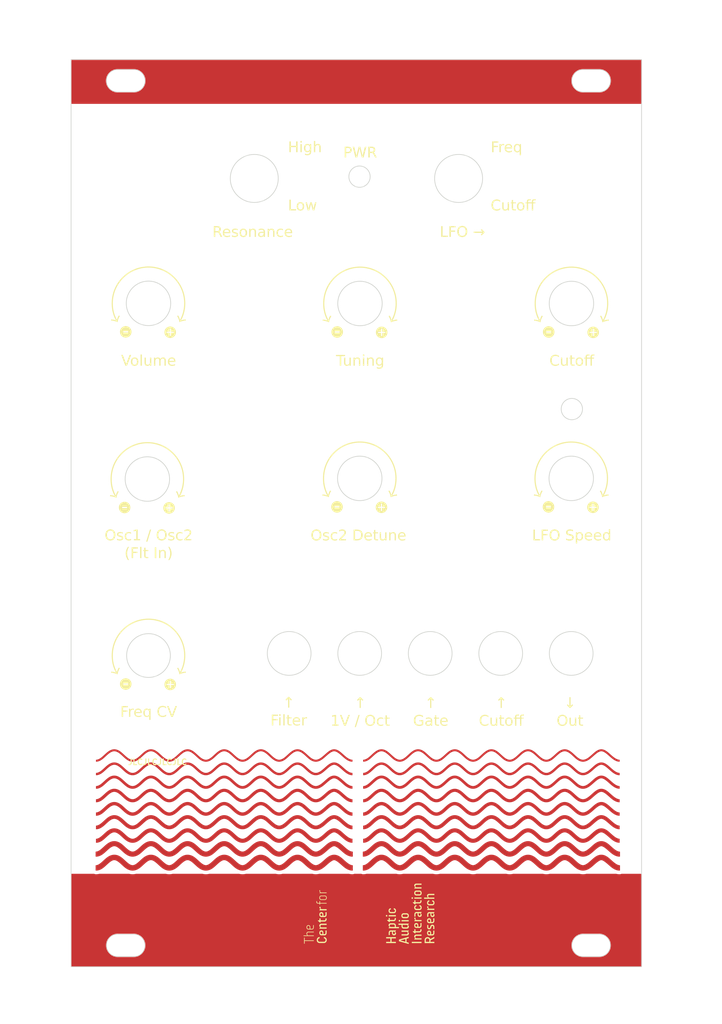
<source format=kicad_pcb>
(kicad_pcb (version 20221018) (generator pcbnew)
  (layers (0 "F.Cu" signal) (31 "B.Cu" signal) (34 "B.Paste" user) (35 "F.Paste" user) (36 "B.SilkS" user "B.Silkscreen") (37 "F.SilkS" user "F.Silkscreen") (38 "B.Mask" user) (39 "F.Mask" user) (44 "Edge.Cuts" user))
  (net 0 "")
  (footprint "CHAIR:MountingHole_Eurorack_3U_slotted" (layer "F.Cu") (at 135.342 36.83)
    (fp_text reference "H2" hide)
    (fp_text value "Eurorack Mounting hole pair right")
    (fp_line (start 6.6 1.4) (end 8.9 1.4) (stroke (width 0.1)) (layer "Edge.Cuts"))
    (fp_line (start 6.6 4.6) (end 8.9 4.6) (stroke (width 0.1)) (layer "Edge.Cuts"))
    (fp_line (start 6.6 123.9) (end 8.9 123.9) (stroke (width 0.1)) (layer "Edge.Cuts"))
    (fp_line (start 6.6 127.1) (end 8.9 127.1) (stroke (width 0.1)) (layer "Edge.Cuts"))
    (fp_arc (start 6.6 4.6) (mid 5 3) (end 6.6 1.4) (stroke (width 0.1)) (layer "Edge.Cuts"))
    (fp_arc (start 6.6 127.1) (mid 5 125.5) (end 6.6 123.9) (stroke (width 0.1)) (layer "Edge.Cuts"))
    (fp_arc (start 8.9 1.4) (mid 10.5 3) (end 8.9 4.6) (stroke (width 0.1)) (layer "Edge.Cuts"))
    (fp_arc (start 8.9 123.9) (mid 10.5 125.5) (end 8.9 127.1) (stroke (width 0.1)) (layer "Edge.Cuts"))
  )
  (footprint "CHAIR:SONGHUEI_R0904N_NoHole_Silkscreen-+" (layer "F.Cu") (at 140.3 71.386)
    (fp_text reference "REF**")
    (fp_text value "SONGHUEI_R0904N_MountingHole_6.3mm_Silkscreen+-")
  )
  (footprint "CHAIR:CHAIR_logo_horizontal_silkscreen+Cu" (layer "F.Cu") (at 109.869051 158.485082)
    (fp_text reference "G***" hide)
    (fp_text value "LOGO" hide)
  )
  (footprint "CHAIR:SONGHUEI_R0904N_NoHole_Silkscreen-+" (layer "F.Cu") (at 80.16 96.256)
    (fp_text reference "REF**")
    (fp_text value "SONGHUEI_R0904N_MountingHole_6.3mm_Silkscreen+-")
  )
  (footprint "CHAIR:SONGHUEI_R0904N_NoHole_Silkscreen-+" (layer "F.Cu") (at 80.32 71.366)
    (fp_text reference "REF**")
    (fp_text value "SONGHUEI_R0904N_MountingHole_6.3mm_Silkscreen+-")
  )
  (footprint "CHAIR:SONGHUEI_R0904N_NoHole_Silkscreen-+" (layer "F.Cu") (at 140.27 96.166)
    (fp_text reference "REF**")
    (fp_text value "SONGHUEI_R0904N_MountingHole_6.3mm_Silkscreen+-")
  )
  (footprint "CHAIR:SONGHUEI_R0904N_NoHole_Silkscreen-+" (layer "F.Cu") (at 110.28 96.166)
    (fp_text reference "REF**")
    (fp_text value "SONGHUEI_R0904N_MountingHole_6.3mm_Silkscreen+-")
  )
  (footprint "CHAIR:SONGHUEI_R0904N_NoHole_Silkscreen-+" (layer "F.Cu") (at 80.32 121.266)
    (fp_text reference "REF**")
    (fp_text value "SONGHUEI_R0904N_MountingHole_6.3mm_Silkscreen+-")
  )
  (footprint "CHAIR:MountingHole_Eurorack_3U_slotted" (layer "F.Cu") (at 69.342 36.83)
    (fp_text reference "H1" hide)
    (fp_text value "Eurorack Mounting hole pair left")
    (fp_line (start 6.6 1.4) (end 8.9 1.4) (stroke (width 0.1)) (layer "Edge.Cuts"))
    (fp_line (start 6.6 4.6) (end 8.9 4.6) (stroke (width 0.1)) (layer "Edge.Cuts"))
    (fp_line (start 6.6 123.9) (end 8.9 123.9) (stroke (width 0.1)) (layer "Edge.Cuts"))
    (fp_line (start 6.6 127.1) (end 8.9 127.1) (stroke (width 0.1)) (layer "Edge.Cuts"))
    (fp_arc (start 6.6 4.6) (mid 5 3) (end 6.6 1.4) (stroke (width 0.1)) (layer "Edge.Cuts"))
    (fp_arc (start 6.6 127.1) (mid 5 125.5) (end 6.6 123.9) (stroke (width 0.1)) (layer "Edge.Cuts"))
    (fp_arc (start 8.9 1.4) (mid 10.5 3) (end 8.9 4.6) (stroke (width 0.1)) (layer "Edge.Cuts"))
    (fp_arc (start 8.9 123.9) (mid 10.5 125.5) (end 8.9 127.1) (stroke (width 0.1)) (layer "Edge.Cuts"))
  )
  (footprint "mainboard:ilse-main-board" (layer "F.Cu") (at 109.792 113.18)
    (fp_text reference "REF**" hide)
    (fp_text value "ilse-main-board")
  )
  (footprint "CHAIR:SONGHUEI_R0904N_NoHole_Silkscreen-+" (layer "F.Cu") (at 110.31 71.386)
    (fp_text reference "REF**")
    (fp_text value "SONGHUEI_R0904N_MountingHole_6.3mm_Silkscreen+-")
  )
  (gr_poly (pts (xy 106.698056 140.141076) (xy 106.749141 140.14473) (xy 106.799486 140.150711) (xy 106.849114 140.15893) (xy 106.898048 140.169297) (xy 106.946311 140.181725) (xy 106.993927 140.196123) (xy 107.040917 140.212402) (xy 107.087306 140.230474) (xy 107.133116 140.25025) (xy 107.22309 140.294555) (xy 107.311026 140.344604) (xy 107.397105 140.399685) (xy 107.481513 140.459085) (xy 107.564434 140.522092) (xy 107.64605 140.587993) (xy 107.726548 140.656074) (xy 108.04102 140.935957) (xy 108.195733 141.071248) (xy 108.272547 141.136119) (xy 108.349015 141.19862) (xy 108.42515 141.258361) (xy 108.500964 141.314952) (xy 108.57647 141.368003) (xy 108.651681 141.417126) (xy 108.726608 141.461929) (xy 108.801264 141.502023) (xy 108.875663 141.537019) (xy 108.949815 141.566526) (xy 109.023734 141.590154) (xy 109.097432 141.607514) (xy 109.134202 141.613722) (xy 109.170922 141.618216) (xy 109.207592 141.620948) (xy 109.244216 141.62187) (xy 109.244216 142.058466) (xy 109.187784 142.057239) (xy 109.132148 142.053616) (xy 109.07729 142.047684) (xy 109.023194 142.039529) (xy 108.969845 142.02924) (xy 108.917224 142.016902) (xy 108.865317 142.002604) (xy 108.814107 141.986431) (xy 108.763577 141.968472) (xy 108.713711 141.948812) (xy 108.615905 141.904742) (xy 108.520558 141.854915) (xy 108.427538 141.80003) (xy 108.336716 141.740781) (xy 108.247959 141.677865) (xy 108.161137 141.611978) (xy 108.076118 141.543817) (xy 107.910966 141.403455) (xy 107.751454 141.262348) (xy 107.596391 141.125973) (xy 107.445511 140.998094) (xy 107.37174 140.938273) (xy 107.299137 140.881696) (xy 107.227741 140.828735) (xy 107.157594 140.779765) (xy 107.088735 140.735158) (xy 107.021205 140.695287) (xy 106.955045 140.660526) (xy 106.890295 140.631249) (xy 106.826996 140.607828) (xy 106.795903 140.59843) (xy 106.765188 140.590636) (xy 106.734856 140.584493) (xy 106.704912 140.580048) (xy 106.675361 140.577346) (xy 106.646208 140.576435) (xy 106.617057 140.577346) (xy 106.587508 140.580048) (xy 106.557565 140.584493) (xy 106.527235 140.590636) (xy 106.465429 140.607828) (xy 106.402132 140.631249) (xy 106.337385 140.660526) (xy 106.271226 140.695287) (xy 106.203698 140.735158) (xy 106.13484 140.779765) (xy 106.064693 140.828735) (xy 105.993298 140.881696) (xy 105.920694 140.938273) (xy 105.846924 140.998094) (xy 105.696042 141.125973) (xy 105.540978 141.262348) (xy 105.381462 141.403455) (xy 105.216306 141.543817) (xy 105.131286 141.611978) (xy 105.044463 141.677865) (xy 104.955706 141.740781) (xy 104.864884 141.80003) (xy 104.771865 141.854915) (xy 104.676518 141.904742) (xy 104.578713 141.948812) (xy 104.478318 141.986431) (xy 104.375202 142.016902) (xy 104.322583 142.02924) (xy 104.269235 142.039529) (xy 104.215141 142.047684) (xy 104.160284 142.053616) (xy 104.104649 142.057239) (xy 104.048219 142.058466) (xy 103.991869 142.057226) (xy 103.936466 142.053562) (xy 103.88199 142.047566) (xy 103.828417 142.039326) (xy 103.775723 142.028931) (xy 103.723886 142.01647) (xy 103.672882 142.002032) (xy 103.62269 141.985707) (xy 103.573284 141.967584) (xy 103.524644 141.947751) (xy 103.476744 141.926298) (xy 103.429563 141.903315) (xy 103.337264 141.853111) (xy 103.247562 141.797852) (xy 103.160273 141.738253) (xy 103.075212 141.675025) (xy 102.992194 141.608882) (xy 102.911036 141.540537) (xy 102.753561 141.400092) (xy 102.601311 141.259394) (xy 102.452921 141.123686) (xy 102.30746 140.996394) (xy 102.235571 140.936837) (xy 102.164107 140.880502) (xy 102.092964 140.827763) (xy 102.022041 140.778993) (xy 101.951234 140.734563) (xy 101.880441 140.694848) (xy 101.809559 140.66022) (xy 101.738486 140.631052) (xy 101.667119 140.607716) (xy 101.631293 140.598352) (xy 101.595355 140.590586) (xy 101.559292 140.584465) (xy 101.523092 140.580035) (xy 101.486742 140.577343) (xy 101.450228 140.576435) (xy 101.413712 140.577343) (xy 101.37736 140.580035) (xy 101.341158 140.584465) (xy 101.305094 140.590586) (xy 101.269155 140.598352) (xy 101.233328 140.607716) (xy 101.161959 140.631052) (xy 101.090884 140.66022) (xy 101.020001 140.694848) (xy 100.949207 140.734563) (xy 100.878399 140.778993) (xy 100.807475 140.827763) (xy 100.736332 140.880502) (xy 100.664868 140.936837) (xy 100.592978 140.996394) (xy 100.447517 141.123686) (xy 100.299126 141.259394) (xy 100.146876 141.400092) (xy 99.989403 141.540537) (xy 99.908246 141.608882) (xy 99.825229 141.675025) (xy 99.740169 141.738253) (xy 99.65288 141.797852) (xy 99.563179 141.853111) (xy 99.47088 141.903315) (xy 99.3758 141.947751) (xy 99.277753 141.985707) (xy 99.176556 142.01647) (xy 99.124719 142.028931) (xy 99.072024 142.039326) (xy 99.01845 142.047566) (xy 98.963973 142.053562) (xy 98.90857 142.057226) (xy 98.852217 142.058466) (xy 98.795867 142.057226) (xy 98.740465 142.053562) (xy 98.685989 142.047566) (xy 98.632416 142.039326) (xy 98.579723 142.028931) (xy 98.527887 142.01647) (xy 98.476884 142.002032) (xy 98.426692 141.985707) (xy 98.377288 141.967584) (xy 98.328648 141.947751) (xy 98.280749 141.926298) (xy 98.233569 141.903315) (xy 98.141272 141.853111) (xy 98.051572 141.797852) (xy 97.964284 141.738253) (xy 97.879225 141.675025) (xy 97.796209 141.608882) (xy 97.715052 141.540537) (xy 97.557579 141.400092) (xy 97.40533 141.259394) (xy 97.256938 141.123686) (xy 97.111474 140.996394) (xy 97.039584 140.936837) (xy 96.968118 140.880502) (xy 96.896974 140.827763) (xy 96.826048 140.778993) (xy 96.75524 140.734563) (xy 96.684445 140.694848) (xy 96.613562 140.66022) (xy 96.542488 140.631052) (xy 96.47112 140.607716) (xy 96.435294 140.598352) (xy 96.399356 140.590586) (xy 96.363293 140.584465) (xy 96.327093 140.580035) (xy 96.290742 140.577343) (xy 96.254228 140.576435) (xy 96.217714 140.577343) (xy 96.181363 140.580035) (xy 96.145162 140.584465) (xy 96.109099 140.590586) (xy 96.073161 140.598352) (xy 96.037334 140.607716) (xy 95.965965 140.631052) (xy 95.894891 140.66022) (xy 95.824007 140.694848) (xy 95.753212 140.734563) (xy 95.682403 140.778993) (xy 95.611478 140.827763) (xy 95.540334 140.880502) (xy 95.468868 140.936837) (xy 95.396978 140.996394) (xy 95.251514 141.123686) (xy 95.103124 141.259394) (xy 94.950874 141.400092) (xy 94.793401 141.540537) (xy 94.712244 141.608882) (xy 94.629228 141.675025) (xy 94.544168 141.738253) (xy 94.45688 141.797852) (xy 94.36718 141.853111) (xy 94.274883 141.903315) (xy 94.179804 141.947751) (xy 94.081759 141.985707) (xy 93.980564 142.01647) (xy 93.928728 142.028931) (xy 93.876034 142.039326) (xy 93.822462 142.047566) (xy 93.767986 142.053562) (xy 93.712584 142.057226) (xy 93.656233 142.058466) (xy 93.599881 142.057226) (xy 93.544478 142.053562) (xy 93.490001 142.047566) (xy 93.436426 142.039326) (xy 93.383732 142.028931) (xy 93.331894 142.01647) (xy 93.28089 142.002032) (xy 93.230697 141.985707) (xy 93.181292 141.967584) (xy 93.132651 141.947751) (xy 93.084751 141.926298) (xy 93.03757 141.903315) (xy 92.945272 141.853111) (xy 92.85557 141.797852) (xy 92.768282 141.738253) (xy 92.683221 141.675025) (xy 92.600205 141.608882) (xy 92.519048 141.540537) (xy 92.361574 141.400092) (xy 92.209325 141.259394) (xy 92.060934 141.123686) (xy 91.915471 140.996394) (xy 91.843581 140.936837) (xy 91.772115 140.880502) (xy 91.700971 140.827763) (xy 91.630046 140.778993) (xy 91.559237 140.734563) (xy 91.488443 140.694848) (xy 91.417559 140.66022) (xy 91.346485 140.631052) (xy 91.275117 140.607716) (xy 91.239291 140.598352) (xy 91.203353 140.590586) (xy 91.16729 140.584465) (xy 91.131089 140.580035) (xy 91.094739 140.577343) (xy 91.058225 140.576435) (xy 91.021711 140.577343) (xy 90.98536 140.580035) (xy 90.94916 140.584465) (xy 90.913097 140.590586) (xy 90.877159 140.598352) (xy 90.841333 140.607716) (xy 90.769965 140.631052) (xy 90.698891 140.66022) (xy 90.628008 140.694848) (xy 90.557213 140.734563) (xy 90.486405 140.778993) (xy 90.41548 140.827763) (xy 90.344335 140.880502) (xy 90.272869 140.936837) (xy 90.200979 140.996394) (xy 90.055516 141.123686) (xy 89.907124 141.259394) (xy 89.754875 141.400092) (xy 89.597402 141.540537) (xy 89.516245 141.608882) (xy 89.433229 141.675025) (xy 89.34817 141.738253) (xy 89.260882 141.797852) (xy 89.171181 141.853111) (xy 89.078884 141.903315) (xy 88.983805 141.947751) (xy 88.885761 141.985707) (xy 88.784566 142.01647) (xy 88.732729 142.028931) (xy 88.680036 142.039326) (xy 88.626463 142.047566) (xy 88.571987 142.053562) (xy 88.516585 142.057226) (xy 88.460234 142.058466) (xy 88.403883 142.057226) (xy 88.348481 142.053562) (xy 88.294005 142.047566) (xy 88.240432 142.039326) (xy 88.187738 142.028931) (xy 88.135901 142.01647) (xy 88.084898 142.002032) (xy 88.034705 141.985707) (xy 87.9853 141.967584) (xy 87.936659 141.947751) (xy 87.88876 141.926298) (xy 87.841579 141.903315) (xy 87.74928 141.853111) (xy 87.659578 141.797852) (xy 87.572289 141.738253) (xy 87.487228 141.675025) (xy 87.40421 141.608882) (xy 87.323052 141.540537) (xy 87.165577 141.400092) (xy 87.013327 141.259394) (xy 86.864937 141.123686) (xy 86.719475 140.996394) (xy 86.647586 140.936837) (xy 86.576122 140.880502) (xy 86.504979 140.827763) (xy 86.434055 140.778993) (xy 86.363248 140.734563) (xy 86.292455 140.694848) (xy 86.221574 140.66022) (xy 86.150501 140.631052) (xy 86.079134 140.607716) (xy 86.043308 140.598352) (xy 86.00737 140.590586) (xy 85.971308 140.584465) (xy 85.935108 140.580035) (xy 85.898758 140.577343) (xy 85.862244 140.576435) (xy 85.825728 140.577343) (xy 85.789376 140.580035) (xy 85.753175 140.584465) (xy 85.717111 140.590586) (xy 85.681172 140.598352) (xy 85.645345 140.607716) (xy 85.573976 140.631052) (xy 85.502901 140.66022) (xy 85.432018 140.694848) (xy 85.361223 140.734563) (xy 85.290416 140.778993) (xy 85.219491 140.827763) (xy 85.148348 140.880502) (xy 85.076883 140.936837) (xy 85.004994 140.996394) (xy 84.859532 141.123686) (xy 84.711141 141.259394) (xy 84.558891 141.400092) (xy 84.401417 141.540537) (xy 84.320259 141.608882) (xy 84.237242 141.675025) (xy 84.152181 141.738253) (xy 84.064891 141.797852) (xy 83.975189 141.853111) (xy 83.882891 141.903315) (xy 83.78781 141.947751) (xy 83.689764 141.985707) (xy 83.588568 142.01647) (xy 83.536731 142.028931) (xy 83.484037 142.039326) (xy 83.430464 142.047566) (xy 83.375988 142.053562) (xy 83.320586 142.057226) (xy 83.264235 142.058466) (xy 83.207884 142.057226) (xy 83.152482 142.053562) (xy 83.098007 142.047566) (xy 83.044434 142.039326) (xy 82.99174 142.028931) (xy 82.939904 142.01647) (xy 82.888901 142.002032) (xy 82.838709 141.985707) (xy 82.789304 141.967584) (xy 82.740664 141.947751) (xy 82.692766 141.926298) (xy 82.645585 141.903315) (xy 82.553288 141.853111) (xy 82.463588 141.797852) (xy 82.3763 141.738253) (xy 82.29124 141.675025) (xy 82.208225 141.608882) (xy 82.127068 141.540537) (xy 81.969595 141.400092) (xy 81.817346 141.259394) (xy 81.668955 141.123686) (xy 81.523491 140.996394) (xy 81.451601 140.936837) (xy 81.380135 140.880502) (xy 81.30899 140.827763) (xy 81.238065 140.778993) (xy 81.167257 140.734563) (xy 81.096462 140.694848) (xy 81.025579 140.66022) (xy 80.954505 140.631052) (xy 80.883137 140.607716) (xy 80.847311 140.598352) (xy 80.811372 140.590586) (xy 80.77531 140.584465) (xy 80.739109 140.580035) (xy 80.702759 140.577343) (xy 80.666245 140.576435) (xy 80.629731 140.577343) (xy 80.59338 140.580035) (xy 80.557179 140.584465) (xy 80.521116 140.590586) (xy 80.485178 140.598352) (xy 80.449352 140.607716) (xy 80.377984 140.631052) (xy 80.306909 140.66022) (xy 80.236026 140.694848) (xy 80.165231 140.734563) (xy 80.094423 140.778993) (xy 80.023498 140.827763) (xy 79.952354 140.880502) (xy 79.880888 140.936837) (xy 79.808998 140.996394) (xy 79.663534 141.123686) (xy 79.515143 141.259394) (xy 79.362894 141.400092) (xy 79.205421 141.540537) (xy 79.124265 141.608882) (xy 79.041249 141.675025) (xy 78.956189 141.738253) (xy 78.868901 141.797852) (xy 78.779201 141.853111) (xy 78.686904 141.903315) (xy 78.591825 141.947751) (xy 78.49378 141.985707) (xy 78.392585 142.01647) (xy 78.340749 142.028931) (xy 78.288055 142.039326) (xy 78.234482 142.047566) (xy 78.180006 142.053562) (xy 78.124604 142.057226) (xy 78.068253 142.058466) (xy 78.011901 142.057226) (xy 77.956498 142.053562) (xy 77.902021 142.047566) (xy 77.848446 142.039326) (xy 77.795752 142.028931) (xy 77.743914 142.01647) (xy 77.692911 142.002032) (xy 77.642717 141.985707) (xy 77.593312 141.967584) (xy 77.544671 141.947751) (xy 77.496772 141.926298) (xy 77.449591 141.903315) (xy 77.357293 141.853111) (xy 77.267591 141.797852) (xy 77.180303 141.738253) (xy 77.095243 141.675025) (xy 77.012227 141.608882) (xy 76.93107 141.540537) (xy 76.773596 141.400092) (xy 76.621347 141.259394) (xy 76.472956 141.123686) (xy 76.327493 140.996394) (xy 76.255602 140.936837) (xy 76.184136 140.880502) (xy 76.112992 140.827763) (xy 76.042067 140.778993) (xy 75.971259 140.734563) (xy 75.900464 140.694848) (xy 75.829581 140.66022) (xy 75.758507 140.631052) (xy 75.687138 140.607716) (xy 75.651312 140.598352) (xy 75.615374 140.590586) (xy 75.579311 140.584465) (xy 75.543111 140.580035) (xy 75.50676 140.577343) (xy 75.470246 140.576435) (xy 75.433732 140.577343) (xy 75.397382 140.580035) (xy 75.361181 140.584465) (xy 75.325118 140.590586) (xy 75.28918 140.598352) (xy 75.253354 140.607716) (xy 75.181986 140.631052) (xy 75.110912 140.66022) (xy 75.040029 140.694848) (xy 74.969234 140.734563) (xy 74.898425 140.778993) (xy 74.8275 140.827763) (xy 74.756356 140.880502) (xy 74.68489 140.936837) (xy 74.613 140.996394) (xy 74.467536 141.123686) (xy 74.319145 141.259394) (xy 74.166896 141.400092) (xy 74.009423 141.540537) (xy 73.928266 141.608882) (xy 73.84525 141.675025) (xy 73.760191 141.738253) (xy 73.672903 141.797852) (xy 73.583203 141.853111) (xy 73.490905 141.903315) (xy 73.395827 141.947751) (xy 73.297782 141.985707) (xy 73.196587 142.01647) (xy 73.14475 142.028931) (xy 73.092057 142.039326) (xy 73.038484 142.047566) (xy 72.984008 142.053562) (xy 72.928606 142.057226) (xy 72.872255 142.058466) (xy 72.872255 141.62187) (xy 72.908769 141.620962) (xy 72.94512 141.61827) (xy 72.98132 141.61384) (xy 73.017383 141.607718) (xy 73.053321 141.599953) (xy 73.089148 141.590589) (xy 73.160516 141.567253) (xy 73.23159 141.538085) (xy 73.302473 141.503457) (xy 73.373268 141.463742) (xy 73.444076 141.419312) (xy 73.515001 141.370542) (xy 73.586146 141.317803) (xy 73.657612 141.261468) (xy 73.729502 141.20191) (xy 73.874965 141.074619) (xy 74.023357 140.938911) (xy 74.175606 140.798213) (xy 74.333079 140.657768) (xy 74.414236 140.589423) (xy 74.497252 140.52328) (xy 74.582311 140.460052) (xy 74.669599 140.400452) (xy 74.759299 140.345194) (xy 74.851596 140.29499) (xy 74.946675 140.250554) (xy 75.04472 140.212598) (xy 75.145915 140.181835) (xy 75.197751 140.169374) (xy 75.250445 140.158979) (xy 75.304018 140.150739) (xy 75.358494 140.144742) (xy 75.413896 140.141079) (xy 75.470246 140.139838) (xy 75.526596 140.141079) (xy 75.581998 140.144742) (xy 75.636474 140.150739) (xy 75.690047 140.158979) (xy 75.742741 140.169374) (xy 75.794578 140.181835) (xy 75.845581 140.196273) (xy 75.895774 140.212598) (xy 75.945179 140.230721) (xy 75.99382 140.250554) (xy 76.041719 140.272007) (xy 76.0889 140.29499) (xy 76.181199 140.345194) (xy 76.270901 140.400452) (xy 76.35819 140.460052) (xy 76.443251 140.52328) (xy 76.526268 140.589423) (xy 76.607426 140.657768) (xy 76.764901 140.798213) (xy 76.91715 140.938911) (xy 77.065541 141.074619) (xy 77.211003 141.20191) (xy 77.282892 141.261468) (xy 77.354357 141.317803) (xy 77.4255 141.370542) (xy 77.496424 141.419312) (xy 77.567232 141.463742) (xy 77.638026 141.503457) (xy 77.70891 141.538085) (xy 77.779984 141.567253) (xy 77.851353 141.590589) (xy 77.88718 141.599953) (xy 77.923119 141.607718) (xy 77.959183 141.61384) (xy 77.995384 141.61827) (xy 78.031736 141.620962) (xy 78.068252 141.62187) (xy 78.104766 141.620962) (xy 78.141117 141.61827) (xy 78.177317 141.61384) (xy 78.213379 141.607718) (xy 78.249317 141.599953) (xy 78.285143 141.590589) (xy 78.35651 141.567253) (xy 78.427583 141.538085) (xy 78.498465 141.503457) (xy 78.569258 141.463742) (xy 78.640065 141.419312) (xy 78.710988 141.370542) (xy 78.782131 141.317803) (xy 78.853595 141.261468) (xy 78.925484 141.20191) (xy 79.070946 141.074619) (xy 79.219336 140.938911) (xy 79.371586 140.798213) (xy 79.529061 140.657768) (xy 79.610219 140.589423) (xy 79.693237 140.52328) (xy 79.778298 140.460052) (xy 79.865587 140.400452) (xy 79.955289 140.345194) (xy 80.047588 140.29499) (xy 80.142668 140.250554) (xy 80.240714 140.212598) (xy 80.34191 140.181835) (xy 80.393747 140.169374) (xy 80.446441 140.158979) (xy 80.500014 140.150739) (xy 80.55449 140.144742) (xy 80.609892 140.141079) (xy 80.666243 140.139838) (xy 80.722594 140.141079) (xy 80.777996 140.144742) (xy 80.832472 140.150739) (xy 80.886045 140.158979) (xy 80.938738 140.169374) (xy 80.990575 140.181835) (xy 81.041577 140.196273) (xy 81.09177 140.212598) (xy 81.141174 140.230721) (xy 81.189814 140.250554) (xy 81.237713 140.272007) (xy 81.284893 140.29499) (xy 81.377191 140.345194) (xy 81.466891 140.400452) (xy 81.554179 140.460052) (xy 81.639239 140.52328) (xy 81.722255 140.589423) (xy 81.803411 140.657768) (xy 81.960884 140.798213) (xy 82.113133 140.938911) (xy 82.261525 141.074619) (xy 82.406988 141.20191) (xy 82.478878 141.261468) (xy 82.550344 141.317803) (xy 82.621489 141.370542) (xy 82.692414 141.419312) (xy 82.763222 141.463742) (xy 82.834017 141.503457) (xy 82.9049 141.538085) (xy 82.975975 141.567253) (xy 83.047343 141.590589) (xy 83.083169 141.599953) (xy 83.119107 141.607718) (xy 83.15517 141.61384) (xy 83.19137 141.61827) (xy 83.227721 141.620962) (xy 83.264235 141.62187) (xy 83.300749 141.620962) (xy 83.3371 141.61827) (xy 83.3733 141.61384) (xy 83.409363 141.607718) (xy 83.445301 141.599953) (xy 83.481127 141.590589) (xy 83.552495 141.567253) (xy 83.62357 141.538085) (xy 83.694453 141.503457) (xy 83.765248 141.463742) (xy 83.836056 141.419312) (xy 83.906981 141.370542) (xy 83.978126 141.317803) (xy 84.049592 141.261468) (xy 84.121482 141.20191) (xy 84.266945 141.074619) (xy 84.415337 140.938911) (xy 84.567586 140.798213) (xy 84.725059 140.657768) (xy 84.806216 140.589423) (xy 84.889232 140.52328) (xy 84.974292 140.460052) (xy 85.06158 140.400452) (xy 85.151282 140.345194) (xy 85.24358 140.29499) (xy 85.33866 140.250554) (xy 85.436707 140.212598) (xy 85.537904 140.181835) (xy 85.589742 140.169374) (xy 85.642436 140.158979) (xy 85.696011 140.150739) (xy 85.750488 140.144742) (xy 85.805891 140.141079) (xy 85.862244 140.139838) (xy 85.918595 140.141079) (xy 85.973996 140.144742) (xy 86.028472 140.150739) (xy 86.082045 140.158979) (xy 86.134739 140.169374) (xy 86.186575 140.181835) (xy 86.237578 140.196273) (xy 86.28777 140.212598) (xy 86.337175 140.230721) (xy 86.385815 140.250554) (xy 86.433713 140.272007) (xy 86.480894 140.29499) (xy 86.573191 140.345194) (xy 86.662891 140.400452) (xy 86.750179 140.460052) (xy 86.835238 140.52328) (xy 86.918254 140.589423) (xy 86.999411 140.657768) (xy 87.156884 140.798213) (xy 87.309133 140.938911) (xy 87.457524 141.074619) (xy 87.602988 141.20191) (xy 87.674878 141.261468) (xy 87.746344 141.317803) (xy 87.817488 141.370542) (xy 87.888414 141.419312) (xy 87.959222 141.463742) (xy 88.030017 141.503457) (xy 88.1009 141.538085) (xy 88.171974 141.567253) (xy 88.243342 141.590589) (xy 88.279168 141.599953) (xy 88.315106 141.607718) (xy 88.351169 141.61384) (xy 88.38737 141.61827) (xy 88.42372 141.620962) (xy 88.460234 141.62187) (xy 88.496748 141.620962) (xy 88.533099 141.61827) (xy 88.5693 141.61384) (xy 88.605363 141.607718) (xy 88.641301 141.599953) (xy 88.677127 141.590589) (xy 88.748495 141.567253) (xy 88.81957 141.538085) (xy 88.890453 141.503457) (xy 88.961247 141.463742) (xy 89.032056 141.419312) (xy 89.102981 141.370542) (xy 89.174125 141.317803) (xy 89.245591 141.261468) (xy 89.317481 141.20191) (xy 89.462945 141.074619) (xy 89.611336 140.938911) (xy 89.763585 140.798213) (xy 89.921058 140.657768) (xy 90.002214 140.589423) (xy 90.08523 140.52328) (xy 90.17029 140.460052) (xy 90.257577 140.400452) (xy 90.347278 140.345194) (xy 90.439575 140.29499) (xy 90.534654 140.250554) (xy 90.632698 140.212598) (xy 90.733893 140.181835) (xy 90.78573 140.169374) (xy 90.838423 140.158979) (xy 90.891996 140.150739) (xy 90.946472 140.144742) (xy 91.001874 140.141079) (xy 91.058225 140.139838) (xy 91.114575 140.141079) (xy 91.169977 140.144742) (xy 91.224454 140.150739) (xy 91.278027 140.158979) (xy 91.330721 140.169374) (xy 91.382557 140.181835) (xy 91.433561 140.196273) (xy 91.483754 140.212598) (xy 91.533159 140.230721) (xy 91.5818 140.250554) (xy 91.629699 140.272007) (xy 91.67688 140.29499) (xy 91.769179 140.345194) (xy 91.858881 140.400452) (xy 91.94617 140.460052) (xy 92.031231 140.52328) (xy 92.114248 140.589423) (xy 92.195406 140.657768) (xy 92.352882 140.798213) (xy 92.505132 140.938911) (xy 92.653523 141.074619) (xy 92.798984 141.20191) (xy 92.870873 141.261468) (xy 92.942338 141.317803) (xy 93.013481 141.370542) (xy 93.084405 141.419312) (xy 93.155213 141.463742) (xy 93.226007 141.503457) (xy 93.29689 141.538085) (xy 93.367965 141.567253) (xy 93.439334 141.590589) (xy 93.475161 141.599953) (xy 93.5111 141.607718) (xy 93.547164 141.61384) (xy 93.583365 141.61827) (xy 93.619718 141.620962) (xy 93.656233 141.62187) (xy 93.692747 141.620962) (xy 93.729098 141.61827) (xy 93.765298 141.61384) (xy 93.80136 141.607718) (xy 93.837298 141.599953) (xy 93.873123 141.590589) (xy 93.94449 141.567253) (xy 94.015563 141.538085) (xy 94.086444 141.503457) (xy 94.157237 141.463742) (xy 94.228044 141.419312) (xy 94.298968 141.370542) (xy 94.37011 141.317803) (xy 94.441575 141.261468) (xy 94.513464 141.20191) (xy 94.658926 141.074619) (xy 94.807317 140.938911) (xy 94.959567 140.798213) (xy 95.117042 140.657768) (xy 95.1982 140.589423) (xy 95.281217 140.52328) (xy 95.366278 140.460052) (xy 95.453568 140.400452) (xy 95.54327 140.345194) (xy 95.635568 140.29499) (xy 95.730648 140.250554) (xy 95.828694 140.212598) (xy 95.92989 140.181835) (xy 95.981727 140.169374) (xy 96.034421 140.158979) (xy 96.087994 140.150739) (xy 96.14247 140.144742) (xy 96.197872 140.141079) (xy 96.254222 140.139838) (xy 96.310573 140.141079) (xy 96.365975 140.144742) (xy 96.420451 140.150739) (xy 96.474024 140.158979) (xy 96.526718 140.169374) (xy 96.578554 140.181835) (xy 96.629557 140.196273) (xy 96.67975 140.212598) (xy 96.729154 140.230721) (xy 96.777795 140.250554) (xy 96.825693 140.272007) (xy 96.872874 140.29499) (xy 96.965171 140.345194) (xy 97.054872 140.400452) (xy 97.142159 140.460052) (xy 97.227219 140.52328) (xy 97.310235 140.589423) (xy 97.391391 140.657768) (xy 97.548864 140.798213) (xy 97.701113 140.938911) (xy 97.849504 141.074619) (xy 97.994968 141.20191) (xy 98.066859 141.261468) (xy 98.138325 141.317803) (xy 98.209469 141.370542) (xy 98.280394 141.419312) (xy 98.351203 141.463742) (xy 98.421997 141.503457) (xy 98.49288 141.538085) (xy 98.563955 141.567253) (xy 98.635323 141.590589) (xy 98.671149 141.599953) (xy 98.707087 141.607718) (xy 98.74315 141.61384) (xy 98.77935 141.61827) (xy 98.8157 141.620962) (xy 98.852214 141.62187) (xy 98.888728 141.620962) (xy 98.925079 141.61827) (xy 98.96128 141.61384) (xy 98.997342 141.607718) (xy 99.033281 141.599953) (xy 99.069107 141.590589) (xy 99.140475 141.567253) (xy 99.211549 141.538085) (xy 99.282432 141.503457) (xy 99.353227 141.463742) (xy 99.424035 141.419312) (xy 99.49496 141.370542) (xy 99.566105 141.317803) (xy 99.63757 141.261468) (xy 99.709461 141.20191) (xy 99.854924 141.074619) (xy 100.003316 140.938911) (xy 100.155566 140.798213) (xy 100.31304 140.657768) (xy 100.394197 140.589423) (xy 100.477214 140.52328) (xy 100.562274 140.460052) (xy 100.649563 140.400452) (xy 100.739264 140.345194) (xy 100.831562 140.29499) (xy 100.926642 140.250554) (xy 101.024689 140.212598) (xy 101.125886 140.181835) (xy 101.177723 140.169374) (xy 101.230417 140.158979) (xy 101.283992 140.150739) (xy 101.338469 140.144742) (xy 101.393872 140.141079) (xy 101.450224 140.139838) (xy 101.506575 140.141079) (xy 101.561977 140.144742) (xy 101.616453 140.150739) (xy 101.670026 140.158979) (xy 101.722719 140.169374) (xy 101.774555 140.181835) (xy 101.825558 140.196273) (xy 101.87575 140.212598) (xy 101.925155 140.230721) (xy 101.973795 140.250554) (xy 102.021693 140.272007) (xy 102.068874 140.29499) (xy 102.161171 140.345194) (xy 102.250871 140.400452) (xy 102.338159 140.460052) (xy 102.423219 140.52328) (xy 102.506235 140.589423) (xy 102.587392 140.657768) (xy 102.744865 140.798213) (xy 102.897115 140.938911) (xy 103.045507 141.074619) (xy 103.19097 141.20191) (xy 103.262861 141.261468) (xy 103.334327 141.317803) (xy 103.405471 141.370542) (xy 103.476397 141.419312) (xy 103.547205 141.463742) (xy 103.618 141.503457) (xy 103.688884 141.538085) (xy 103.759958 141.567253) (xy 103.831326 141.590589) (xy 103.867153 141.599953) (xy 103.903091 141.607718) (xy 103.939154 141.61384) (xy 103.975355 141.61827) (xy 104.011705 141.620962) (xy 104.048219 141.62187) (xy 104.084843 141.620948) (xy 104.121513 141.618216) (xy 104.158233 141.613722) (xy 104.195003 141.607514) (xy 104.268701 141.590154) (xy 104.342619 141.566526) (xy 104.416771 141.537019) (xy 104.491169 141.502023) (xy 104.565825 141.461929) (xy 104.640751 141.417126) (xy 104.71596 141.368003) (xy 104.791465 141.314952) (xy 104.867278 141.258361) (xy 104.943411 141.19862) (xy 105.096688 141.071248) (xy 105.251396 140.935957) (xy 105.565878 140.656074) (xy 105.646377 140.587993) (xy 105.727995 140.522092) (xy 105.810916 140.459085) (xy 105.895324 140.399685) (xy 105.981404 140.344604) (xy 106.069338 140.294555) (xy 106.159312 140.25025) (xy 106.251509 140.212402) (xy 106.298499 140.196123) (xy 106.346113 140.181725) (xy 106.394376 140.169297) (xy 106.443309 140.15893) (xy 106.492935 140.150711) (xy 106.543279 140.14473) (xy 106.594362 140.141076) (xy 106.646208 140.139838)) (fill solid) (layer "F.Cu"))
  (gr_poly (pts (xy 113.414157 136.410682) (xy 113.467362 136.41423) (xy 113.519731 136.42004) (xy 113.571286 136.428029) (xy 113.622048 136.438112) (xy 113.67204 136.450205) (xy 113.721282 136.464225) (xy 113.769798 136.480086) (xy 113.817608 136.497706) (xy 113.864736 136.516999) (xy 113.957028 136.560272) (xy 114.04685 136.609231) (xy 114.134377 136.663204) (xy 114.219782 136.721518) (xy 114.303241 136.783501) (xy 114.384929 136.84848) (xy 114.465021 136.915782) (xy 114.621114 137.054666) (xy 114.772921 137.194771) (xy 114.921755 137.331053) (xy 115.068598 137.459865) (xy 115.141553 137.52044) (xy 115.214347 137.57791) (xy 115.287092 137.631863) (xy 115.359901 137.681888) (xy 115.432884 137.727571) (xy 115.506155 137.768501) (xy 115.579826 137.804265) (xy 115.654009 137.834452) (xy 115.728816 137.858647) (xy 115.766488 137.86837) (xy 115.804359 137.876441) (xy 115.842441 137.882807) (xy 115.88075 137.887419) (xy 115.919299 137.890223) (xy 115.958102 137.89117) (xy 115.996904 137.890223) (xy 116.035451 137.887419) (xy 116.073758 137.882807) (xy 116.11184 137.876441) (xy 116.149709 137.86837) (xy 116.18738 137.858647) (xy 116.262185 137.834452) (xy 116.336366 137.804265) (xy 116.410036 137.768501) (xy 116.483306 137.727571) (xy 116.556289 137.681888) (xy 116.629096 137.631863) (xy 116.701841 137.57791) (xy 116.774635 137.52044) (xy 116.84759 137.459865) (xy 116.994433 137.331053) (xy 117.143267 137.194771) (xy 117.295073 137.054666) (xy 117.451167 136.915782) (xy 117.531259 136.84848) (xy 117.612947 136.783501) (xy 117.696406 136.721518) (xy 117.781811 136.663204) (xy 117.869338 136.609231) (xy 117.959159 136.560272) (xy 118.051452 136.516999) (xy 118.14639 136.480086) (xy 118.244148 136.450205) (xy 118.29414 136.438112) (xy 118.344902 136.428029) (xy 118.396456 136.42004) (xy 118.448825 136.41423) (xy 118.50203 136.410682) (xy 118.556093 136.40948) (xy 118.610155 136.410682) (xy 118.663359 136.41423) (xy 118.715727 136.42004) (xy 118.767281 136.428029) (xy 118.818042 136.438112) (xy 118.868033 136.450205) (xy 118.917275 136.464225) (xy 118.96579 136.480086) (xy 119.013601 136.497706) (xy 119.060728 136.516999) (xy 119.153021 136.560272) (xy 119.242843 136.609231) (xy 119.33037 136.663204) (xy 119.415776 136.721518) (xy 119.499236 136.783501) (xy 119.580925 136.84848) (xy 119.661018 136.915782) (xy 119.817113 137.054666) (xy 119.96892 137.194771) (xy 120.117754 137.331053) (xy 120.264595 137.459865) (xy 120.33755 137.52044) (xy 120.410343 137.57791) (xy 120.483086 137.631863) (xy 120.555893 137.681888) (xy 120.628875 137.727571) (xy 120.702145 137.768501) (xy 120.775814 137.804265) (xy 120.849996 137.834452) (xy 120.924801 137.858647) (xy 120.962473 137.86837) (xy 121.000343 137.876441) (xy 121.038425 137.882807) (xy 121.076734 137.887419) (xy 121.115282 137.890223) (xy 121.154085 137.89117) (xy 121.192888 137.890223) (xy 121.231437 137.887419) (xy 121.269745 137.882807) (xy 121.307828 137.876441) (xy 121.345698 137.86837) (xy 121.38337 137.858647) (xy 121.458176 137.834452) (xy 121.532357 137.804265) (xy 121.606027 137.768501) (xy 121.679296 137.727571) (xy 121.752278 137.681888) (xy 121.825085 137.631863) (xy 121.897829 137.57791) (xy 121.970622 137.52044) (xy 122.043576 137.459865) (xy 122.190417 137.331053) (xy 122.339251 137.194771) (xy 122.491057 137.054666) (xy 122.647153 136.915782) (xy 122.727246 136.84848) (xy 122.808935 136.783501) (xy 122.892396 136.721518) (xy 122.977802 136.663204) (xy 123.06533 136.609231) (xy 123.155154 136.560272) (xy 123.247448 136.516999) (xy 123.342387 136.480086) (xy 123.440147 136.450205) (xy 123.490139 136.438112) (xy 123.540901 136.428029) (xy 123.592456 136.42004) (xy 123.644825 136.41423) (xy 123.698031 136.410682) (xy 123.752094 136.40948) (xy 123.806156 136.410682) (xy 123.85936 136.41423) (xy 123.911728 136.42004) (xy 123.963281 136.428029) (xy 124.014043 136.438112) (xy 124.064033 136.450205) (xy 124.113276 136.464225) (xy 124.161791 136.480086) (xy 124.209601 136.497706) (xy 124.256729 136.516999) (xy 124.349021 136.560272) (xy 124.438844 136.609231) (xy 124.52637 136.663204) (xy 124.611777 136.721518) (xy 124.695237 136.783501) (xy 124.776925 136.84848) (xy 124.857018 136.915782) (xy 125.013113 137.054666) (xy 125.164919 137.194771) (xy 125.313753 137.331053) (xy 125.460594 137.459865) (xy 125.533548 137.52044) (xy 125.606341 137.57791) (xy 125.679085 137.631863) (xy 125.751892 137.681888) (xy 125.824874 137.727571) (xy 125.898143 137.768501) (xy 125.971813 137.804265) (xy 126.045994 137.834452) (xy 126.1208 137.858647) (xy 126.158472 137.86837) (xy 126.196342 137.876441) (xy 126.234424 137.882807) (xy 126.272733 137.887419) (xy 126.311281 137.890223) (xy 126.350084 137.89117) (xy 126.388887 137.890223) (xy 126.427436 137.887419) (xy 126.465745 137.882807) (xy 126.503827 137.876441) (xy 126.541697 137.86837) (xy 126.579369 137.858647) (xy 126.654175 137.834452) (xy 126.728357 137.804265) (xy 126.802026 137.768501) (xy 126.875296 137.727571) (xy 126.948278 137.681888) (xy 127.021085 137.631863) (xy 127.093829 137.57791) (xy 127.166622 137.52044) (xy 127.239576 137.459865) (xy 127.386417 137.331053) (xy 127.53525 137.194771) (xy 127.687056 137.054666) (xy 127.843151 136.915782) (xy 127.923244 136.84848) (xy 128.004933 136.783501) (xy 128.088393 136.721518) (xy 128.173799 136.663204) (xy 128.261325 136.609231) (xy 128.351148 136.560272) (xy 128.44344 136.516999) (xy 128.538378 136.480086) (xy 128.636135 136.450205) (xy 128.686126 136.438112) (xy 128.736887 136.428029) (xy 128.788441 136.42004) (xy 128.840809 136.41423) (xy 128.894013 136.410682) (xy 128.948075 136.40948) (xy 129.002138 136.410682) (xy 129.055343 136.41423) (xy 129.107713 136.42004) (xy 129.159268 136.428029) (xy 129.21003 136.438112) (xy 129.260022 136.450205) (xy 129.309265 136.464225) (xy 129.357781 136.480086) (xy 129.405593 136.497706) (xy 129.452721 136.516999) (xy 129.545015 136.560272) (xy 129.634838 136.609231) (xy 129.722366 136.663204) (xy 129.807772 136.721518) (xy 129.891233 136.783501) (xy 129.972922 136.84848) (xy 130.053015 136.915782) (xy 130.209111 137.054666) (xy 130.360918 137.194771) (xy 130.509752 137.331053) (xy 130.656593 137.459865) (xy 130.729548 137.52044) (xy 130.80234 137.57791) (xy 130.875084 137.631863) (xy 130.947891 137.681888) (xy 131.020873 137.727571) (xy 131.094143 137.768501) (xy 131.167812 137.804265) (xy 131.241993 137.834452) (xy 131.316799 137.858647) (xy 131.354471 137.86837) (xy 131.392341 137.876441) (xy 131.430423 137.882807) (xy 131.468732 137.887419) (xy 131.50728 137.890223) (xy 131.546083 137.89117) (xy 131.584886 137.890223) (xy 131.623435 137.887419) (xy 131.661744 137.882807) (xy 131.699826 137.876441) (xy 131.737696 137.86837) (xy 131.775368 137.858647) (xy 131.850173 137.834452) (xy 131.924354 137.804265) (xy 131.998023 137.768501) (xy 132.071293 137.727571) (xy 132.144275 137.681888) (xy 132.217081 137.631863) (xy 132.289824 137.57791) (xy 132.362617 137.52044) (xy 132.435571 137.459865) (xy 132.582412 137.331053) (xy 132.731246 137.194771) (xy 132.883053 137.054666) (xy 133.039147 136.915782) (xy 133.119239 136.84848) (xy 133.200927 136.783501) (xy 133.284386 136.721518) (xy 133.369791 136.663204) (xy 133.457318 136.609231) (xy 133.547139 136.560272) (xy 133.639432 136.516999) (xy 133.73437 136.480086) (xy 133.832129 136.450205) (xy 133.88212 136.438112) (xy 133.932882 136.428029) (xy 133.984437 136.42004) (xy 134.036806 136.41423) (xy 134.090012 136.410682) (xy 134.144075 136.40948) (xy 134.198137 136.410682) (xy 134.251341 136.41423) (xy 134.303709 136.42004) (xy 134.355262 136.428029) (xy 134.406023 136.438112) (xy 134.456014 136.450205) (xy 134.505256 136.464225) (xy 134.553772 136.480086) (xy 134.601582 136.497706) (xy 134.648709 136.516999) (xy 134.741002 136.560272) (xy 134.830824 136.609231) (xy 134.918351 136.663204) (xy 135.003757 136.721518) (xy 135.087217 136.783501) (xy 135.168905 136.84848) (xy 135.248998 136.915782) (xy 135.405093 137.054666) (xy 135.556899 137.194771) (xy 135.705732 137.331053) (xy 135.852573 137.459865) (xy 135.925526 137.52044) (xy 135.998319 137.57791) (xy 136.071062 137.631863) (xy 136.143869 137.681888) (xy 136.216851 137.727571) (xy 136.29012 137.768501) (xy 136.36379 137.804265) (xy 136.437971 137.834452) (xy 136.512777 137.858647) (xy 136.550449 137.86837) (xy 136.588319 137.876441) (xy 136.626401 137.882807) (xy 136.66471 137.887419) (xy 136.703258 137.890223) (xy 136.742061 137.89117) (xy 136.780864 137.890223) (xy 136.819413 137.887419) (xy 136.857721 137.882807) (xy 136.895804 137.876441) (xy 136.933674 137.86837) (xy 136.971346 137.858647) (xy 137.046151 137.834452) (xy 137.120333 137.804265) (xy 137.194002 137.768501) (xy 137.267272 137.727571) (xy 137.340254 137.681888) (xy 137.413061 137.631863) (xy 137.485804 137.57791) (xy 137.558597 137.52044) (xy 137.631551 137.459865) (xy 137.778393 137.331053) (xy 137.927227 137.194771) (xy 138.079034 137.054666) (xy 138.235129 136.915782) (xy 138.315222 136.84848) (xy 138.396911 136.783501) (xy 138.480372 136.721518) (xy 138.565778 136.663204) (xy 138.653306 136.609231) (xy 138.743129 136.560272) (xy 138.835423 136.516999) (xy 138.930362 136.480086) (xy 139.028121 136.450205) (xy 139.078113 136.438112) (xy 139.128876 136.428029) (xy 139.180431 136.42004) (xy 139.2328 136.41423) (xy 139.286005 136.410682) (xy 139.340068 136.40948) (xy 139.39413 136.410682) (xy 139.447334 136.41423) (xy 139.499702 136.42004) (xy 139.551256 136.428029) (xy 139.602018 136.438112) (xy 139.652008 136.450205) (xy 139.701251 136.464225) (xy 139.749766 136.480086) (xy 139.797576 136.497706) (xy 139.844704 136.516999) (xy 139.936996 136.560272) (xy 140.026818 136.609231) (xy 140.114345 136.663204) (xy 140.199751 136.721518) (xy 140.283211 136.783501) (xy 140.3649 136.84848) (xy 140.444993 136.915782) (xy 140.601088 137.054666) (xy 140.752895 137.194771) (xy 140.901728 137.331053) (xy 141.048569 137.459865) (xy 141.121523 137.52044) (xy 141.194316 137.57791) (xy 141.26706 137.631863) (xy 141.339866 137.681888) (xy 141.412848 137.727571) (xy 141.486118 137.768501) (xy 141.559787 137.804265) (xy 141.633968 137.834452) (xy 141.708774 137.858647) (xy 141.746446 137.86837) (xy 141.784316 137.876441) (xy 141.822398 137.882807) (xy 141.860706 137.887419) (xy 141.899255 137.890223) (xy 141.938057 137.89117) (xy 141.976966 137.890213) (xy 142.015825 137.887377) (xy 142.054638 137.882716) (xy 142.093407 137.876283) (xy 142.170828 137.858313) (xy 142.248116 137.833892) (xy 142.325296 137.803445) (xy 142.402395 137.767399) (xy 142.479438 137.726177) (xy 142.556452 137.680205) (xy 142.633462 137.629909) (xy 142.710496 137.575713) (xy 142.787579 137.518044) (xy 142.864737 137.457327) (xy 143.019383 137.328447) (xy 143.174645 137.192476) (xy 143.488141 136.914458) (xy 143.567863 136.847361) (xy 143.64844 136.78257) (xy 143.730031 136.72076) (xy 143.812793 136.662601) (xy 143.896886 136.608766) (xy 143.982466 136.559928) (xy 144.069692 136.51676) (xy 144.158723 136.479932) (xy 144.203964 136.464106) (xy 144.249716 136.450118) (xy 144.295997 136.438051) (xy 144.342829 136.42799) (xy 144.39023 136.420018) (xy 144.438221 136.41422) (xy 144.486821 136.410679) (xy 144.536049 136.40948) (xy 144.585278 136.410679) (xy 144.633878 136.41422) (xy 144.681869 136.420018) (xy 144.72927 136.42799) (xy 144.776102 136.438051) (xy 144.822384 136.450118) (xy 144.868136 136.464106) (xy 144.913378 136.479932) (xy 144.958129 136.497511) (xy 145.00241 136.51676) (xy 145.089637 136.559928) (xy 145.175219 136.608766) (xy 145.259312 136.662601) (xy 145.342075 136.72076) (xy 145.423667 136.78257) (xy 145.504244 136.847361) (xy 145.583966 136.914458) (xy 145.741473 137.052886) (xy 145.897454 137.192476) (xy 146.052721 137.328443) (xy 146.207372 137.457321) (xy 146.284532 137.518039) (xy 146.361616 137.575708) (xy 146.438651 137.629904) (xy 146.515663 137.6802) (xy 146.592677 137.726173) (xy 146.669721 137.767395) (xy 146.74682 137.803443) (xy 146.824 137.83389) (xy 146.901288 137.858312) (xy 146.97871 137.876283) (xy 147.017479 137.882716) (xy 147.056292 137.887377) (xy 147.095151 137.890213) (xy 147.13406 137.89117) (xy 147.13406 138.227071) (xy 147.079914 138.225879) (xy 147.026466 138.222359) (xy 146.973701 138.216594) (xy 146.921604 138.208666) (xy 146.870162 138.198657) (xy 146.819358 138.186651) (xy 146.769179 138.172729) (xy 146.719609 138.156974) (xy 146.670635 138.13947) (xy 146.622241 138.120298) (xy 146.527135 138.077281) (xy 146.434175 138.028585) (xy 146.343243 137.97487) (xy 146.254221 137.916797) (xy 146.166993 137.855027) (xy 146.08144 137.790219) (xy 145.997446 137.723035) (xy 145.833664 137.58418) (xy 145.674706 137.443746) (xy 145.519521 137.306965) (xy 145.367776 137.177736) (xy 145.293229 137.116982) (xy 145.219586 137.059352) (xy 145.146861 137.005256) (xy 145.075068 136.955106) (xy 145.004223 136.909314) (xy 144.934339 136.868292) (xy 144.865431 136.832451) (xy 144.797515 136.802204) (xy 144.730604 136.777962) (xy 144.69753 136.768221) (xy 144.664713 136.760136) (xy 144.632155 136.753758) (xy 144.599857 136.749139) (xy 144.567821 136.746329) (xy 144.536049 136.745381) (xy 144.504279 136.746329) (xy 144.472245 136.749138) (xy 144.439948 136.753758) (xy 144.40739 136.760135) (xy 144.3415 136.777961) (xy 144.27459 136.802202) (xy 144.206674 136.832449) (xy 144.137766 136.868289) (xy 144.067883 136.90931) (xy 143.997037 136.955101) (xy 143.925244 137.00525) (xy 143.852519 137.059346) (xy 143.778876 137.116977) (xy 143.70433 137.177731) (xy 143.552587 137.306962) (xy 143.397408 137.443746) (xy 143.238444 137.58418) (xy 143.074657 137.723035) (xy 142.990662 137.790219) (xy 142.905108 137.855027) (xy 142.817879 137.916797) (xy 142.728857 137.97487) (xy 142.637926 138.028585) (xy 142.544966 138.077281) (xy 142.449861 138.120298) (xy 142.352494 138.156974) (xy 142.252748 138.186651) (xy 142.201945 138.198657) (xy 142.150504 138.208666) (xy 142.098408 138.216594) (xy 142.045645 138.222359) (xy 141.992198 138.225879) (xy 141.938054 138.227071) (xy 141.883991 138.225868) (xy 141.830786 138.222318) (xy 141.778417 138.216503) (xy 141.726862 138.208508) (xy 141.6761 138.198417) (xy 141.626109 138.186314) (xy 141.576866 138.172285) (xy 141.52835 138.156412) (xy 141.48054 138.13878) (xy 141.433412 138.119473) (xy 141.34112 138.076172) (xy 141.251298 138.027183) (xy 141.163772 137.973178) (xy 141.078367 137.914833) (xy 140.994907 137.85282) (xy 140.91322 137.787813) (xy 140.833128 137.720486) (xy 140.677034 137.581566) (xy 140.525228 137.441451) (xy 140.376395 137.305179) (xy 140.229554 137.1764) (xy 140.1566 137.11585) (xy 140.083808 137.058407) (xy 140.011064 137.004482) (xy 139.938258 136.954488) (xy 139.865276 136.908835) (xy 139.792006 136.867934) (xy 139.718337 136.832197) (xy 139.644156 136.802036) (xy 139.56935 136.777861) (xy 139.531678 136.768147) (xy 139.493808 136.760084) (xy 139.455726 136.753723) (xy 139.417417 136.749116) (xy 139.378868 136.746314) (xy 139.340065 136.745369) (xy 139.301263 136.746314) (xy 139.262714 136.749116) (xy 139.224406 136.753723) (xy 139.186324 136.760084) (xy 139.148454 136.768147) (xy 139.110782 136.777861) (xy 139.035977 136.802036) (xy 138.961796 136.832197) (xy 138.888127 136.867934) (xy 138.814857 136.908835) (xy 138.741875 136.954488) (xy 138.669068 137.004482) (xy 138.596325 137.058407) (xy 138.523532 137.11585) (xy 138.450577 137.1764) (xy 138.303735 137.305179) (xy 138.1549 137.441451) (xy 138.003094 137.581566) (xy 137.846999 137.720486) (xy 137.766906 137.787813) (xy 137.685217 137.85282) (xy 137.601756 137.914833) (xy 137.516349 137.973178) (xy 137.428822 138.027183) (xy 137.338998 138.076172) (xy 137.246704 138.119473) (xy 137.151765 138.156412) (xy 137.054005 138.186314) (xy 137.004014 138.198417) (xy 136.953251 138.208508) (xy 136.901696 138.216503) (xy 136.849327 138.222318) (xy 136.796122 138.225868) (xy 136.742058 138.227071) (xy 136.687997 138.225868) (xy 136.634793 138.222318) (xy 136.582425 138.216503) (xy 136.530871 138.208508) (xy 136.48011 138.198417) (xy 136.430119 138.186314) (xy 136.380877 138.172285) (xy 136.332362 138.156412) (xy 136.284552 138.13878) (xy 136.237424 138.119473) (xy 136.145132 138.076172) (xy 136.05531 138.027183) (xy 135.967783 137.973178) (xy 135.882377 137.914833) (xy 135.798917 137.85282) (xy 135.717228 137.787813) (xy 135.637136 137.720486) (xy 135.481041 137.581566) (xy 135.329235 137.441451) (xy 135.180402 137.305179) (xy 135.033561 137.1764) (xy 134.960607 137.11585) (xy 134.887814 137.058407) (xy 134.81507 137.004482) (xy 134.742263 136.954488) (xy 134.669281 136.908835) (xy 134.596012 136.867934) (xy 134.522343 136.832197) (xy 134.448161 136.802036) (xy 134.373356 136.777861) (xy 134.335684 136.768147) (xy 134.297814 136.760084) (xy 134.259732 136.753723) (xy 134.221424 136.749116) (xy 134.182875 136.746314) (xy 134.144072 136.745369) (xy 134.105269 136.746314) (xy 134.066721 136.749116) (xy 134.028412 136.753723) (xy 133.99033 136.760084) (xy 133.95246 136.768147) (xy 133.914787 136.777861) (xy 133.839982 136.802036) (xy 133.7658 136.832197) (xy 133.692131 136.867934) (xy 133.618861 136.908835) (xy 133.545879 136.954488) (xy 133.473072 137.004482) (xy 133.400328 137.058407) (xy 133.327535 137.11585) (xy 133.254581 137.1764) (xy 133.10774 137.305179) (xy 132.958907 137.441451) (xy 132.8071 137.581566) (xy 132.651004 137.720486) (xy 132.570911 137.787813) (xy 132.489222 137.85282) (xy 132.405762 137.914833) (xy 132.320356 137.973178) (xy 132.232829 138.027183) (xy 132.143007 138.076172) (xy 132.050714 138.119473) (xy 131.955777 138.156412) (xy 131.858019 138.186314) (xy 131.808029 138.198417) (xy 131.757267 138.208508) (xy 131.705714 138.216503) (xy 131.653346 138.222318) (xy 131.600142 138.225868) (xy 131.54608 138.227071) (xy 131.492017 138.225868) (xy 131.438812 138.222318) (xy 131.386442 138.216503) (xy 131.334888 138.208508) (xy 131.284125 138.198417) (xy 131.234133 138.186314) (xy 131.18489 138.172285) (xy 131.136374 138.156412) (xy 131.088562 138.13878) (xy 131.041434 138.119473) (xy 130.94914 138.076172) (xy 130.859317 138.027183) (xy 130.771789 137.973178) (xy 130.686382 137.914833) (xy 130.602922 137.85282) (xy 130.521233 137.787813) (xy 130.44114 137.720486) (xy 130.285045 137.581566) (xy 130.133239 137.441451) (xy 129.984405 137.305179) (xy 129.837563 137.1764) (xy 129.764609 137.11585) (xy 129.691816 137.058407) (xy 129.619072 137.004482) (xy 129.546265 136.954488) (xy 129.473283 136.908835) (xy 129.400013 136.867934) (xy 129.326344 136.832197) (xy 129.252162 136.802036) (xy 129.177356 136.777861) (xy 129.139684 136.768147) (xy 129.101814 136.760084) (xy 129.063732 136.753723) (xy 129.025423 136.749116) (xy 128.986875 136.746314) (xy 128.948072 136.745369) (xy 128.909269 136.746314) (xy 128.87072 136.749116) (xy 128.832412 136.753723) (xy 128.79433 136.760084) (xy 128.75646 136.768147) (xy 128.718788 136.777861) (xy 128.643982 136.802036) (xy 128.569801 136.832197) (xy 128.496131 136.867934) (xy 128.422862 136.908835) (xy 128.34988 136.954488) (xy 128.277073 137.004482) (xy 128.204329 137.058407) (xy 128.131536 137.11585) (xy 128.058582 137.1764) (xy 127.91174 137.305179) (xy 127.762906 137.441451) (xy 127.6111 137.581566) (xy 127.455005 137.720486) (xy 127.374912 137.787813) (xy 127.293223 137.85282) (xy 127.209763 137.914833) (xy 127.124357 137.973178) (xy 127.036831 138.027183) (xy 126.947008 138.076172) (xy 126.854716 138.119473) (xy 126.759778 138.156412) (xy 126.662021 138.186314) (xy 126.61203 138.198417) (xy 126.561269 138.208508) (xy 126.509715 138.216503) (xy 126.457347 138.222318) (xy 126.404143 138.225868) (xy 126.350081 138.227071) (xy 126.296018 138.225868) (xy 126.242813 138.222318) (xy 126.190444 138.216503) (xy 126.13889 138.208508) (xy 126.088127 138.198417) (xy 126.038136 138.186314) (xy 125.988893 138.172285) (xy 125.940378 138.156412) (xy 125.892567 138.13878) (xy 125.84544 138.119473) (xy 125.753147 138.076172) (xy 125.663325 138.027183) (xy 125.575799 137.973178) (xy 125.490394 137.914833) (xy 125.406935 137.85282) (xy 125.325247 137.787813) (xy 125.245155 137.720486) (xy 125.089062 137.581566) (xy 124.937256 137.441451) (xy 124.788422 137.305179) (xy 124.641578 137.1764) (xy 124.568623 137.11585) (xy 124.495829 137.058407) (xy 124.423084 137.004482) (xy 124.350277 136.954488) (xy 124.277294 136.908835) (xy 124.204024 136.867934) (xy 124.130354 136.832197) (xy 124.056173 136.802036) (xy 123.981369 136.777861) (xy 123.943697 136.768147) (xy 123.905828 136.760084) (xy 123.867747 136.753723) (xy 123.82944 136.749116) (xy 123.790892 136.746314) (xy 123.752091 136.745369) (xy 123.713288 136.746314) (xy 123.674739 136.749116) (xy 123.636431 136.753723) (xy 123.598348 136.760084) (xy 123.560478 136.768147) (xy 123.522806 136.777861) (xy 123.448 136.802036) (xy 123.373818 136.832197) (xy 123.300149 136.867934) (xy 123.226878 136.908835) (xy 123.153896 136.954488) (xy 123.081088 137.004482) (xy 123.008343 137.058407) (xy 122.935549 137.11585) (xy 122.862593 137.1764) (xy 122.715748 137.305179) (xy 122.566909 137.441451) (xy 122.415102 137.581566) (xy 122.259008 137.720486) (xy 122.178917 137.787813) (xy 122.097229 137.85282) (xy 122.01377 137.914833) (xy 121.928365 137.973178) (xy 121.840838 138.027183) (xy 121.751017 138.076172) (xy 121.658724 138.119473) (xy 121.563786 138.156412) (xy 121.466028 138.186314) (xy 121.416036 138.198417) (xy 121.365274 138.208508) (xy 121.31372 138.216503) (xy 121.261351 138.222318) (xy 121.208145 138.225868) (xy 121.154082 138.227071) (xy 121.10002 138.225868) (xy 121.046816 138.222318) (xy 120.994448 138.216503) (xy 120.942895 138.208508) (xy 120.892133 138.198417) (xy 120.842143 138.186314) (xy 120.7929 138.172285) (xy 120.744385 138.156412) (xy 120.696575 138.13878) (xy 120.649447 138.119473) (xy 120.557155 138.076172) (xy 120.467332 138.027183) (xy 120.379805 137.973178) (xy 120.294399 137.914833) (xy 120.210939 137.85282) (xy 120.12925 137.787813) (xy 120.049158 137.720486) (xy 119.893062 137.581566) (xy 119.741256 137.441451) (xy 119.592422 137.305179) (xy 119.445581 137.1764) (xy 119.372627 137.11585) (xy 119.299834 137.058407) (xy 119.22709 137.004482) (xy 119.154283 136.954488) (xy 119.081301 136.908835) (xy 119.008032 136.867934) (xy 118.934362 136.832197) (xy 118.860181 136.802036) (xy 118.785375 136.777861) (xy 118.747703 136.768147) (xy 118.709833 136.760084) (xy 118.67175 136.753723) (xy 118.633442 136.749116) (xy 118.594893 136.746314) (xy 118.55609 136.745369) (xy 118.517287 136.746314) (xy 118.478738 136.749116) (xy 118.44043 136.753723) (xy 118.402348 136.760084) (xy 118.364477 136.768147) (xy 118.326805 136.777861) (xy 118.252 136.802036) (xy 118.177818 136.832197) (xy 118.104149 136.867934) (xy 118.030879 136.908835) (xy 117.957897 136.954488) (xy 117.88509 137.004482) (xy 117.812347 137.058407) (xy 117.739554 137.11585) (xy 117.6666 137.1764) (xy 117.519758 137.305179) (xy 117.370925 137.441451) (xy 117.219118 137.581566) (xy 117.063023 137.720486) (xy 116.98293 137.787813) (xy 116.901241 137.85282) (xy 116.817781 137.914833) (xy 116.732375 137.973178) (xy 116.644848 138.027183) (xy 116.555026 138.076172) (xy 116.462733 138.119473) (xy 116.367796 138.156412) (xy 116.270038 138.186314) (xy 116.220047 138.198417) (xy 116.169286 138.208508) (xy 116.117732 138.216503) (xy 116.065365 138.222318) (xy 116.012161 138.225868) (xy 115.958099 138.227071) (xy 115.904036 138.225868) (xy 115.85083 138.222318) (xy 115.798461 138.216503) (xy 115.746906 138.208508) (xy 115.696144 138.198417) (xy 115.646152 138.186314) (xy 115.596909 138.172285) (xy 115.548393 138.156412) (xy 115.500581 138.13878) (xy 115.453453 138.119473) (xy 115.361159 138.076172) (xy 115.271336 138.027183) (xy 115.183808 137.973178) (xy 115.098401 137.914833) (xy 115.014941 137.85282) (xy 114.933251 137.787813) (xy 114.853159 137.720486) (xy 114.697063 137.581566) (xy 114.545256 137.441451) (xy 114.396423 137.305179) (xy 114.249581 137.1764) (xy 114.176627 137.11585) (xy 114.103834 137.058407) (xy 114.03109 137.004482) (xy 113.958284 136.954488) (xy 113.885302 136.908835) (xy 113.812032 136.867934) (xy 113.738362 136.832197) (xy 113.664181 136.802036) (xy 113.589375 136.777861) (xy 113.551703 136.768147) (xy 113.513833 136.760084) (xy 113.475751 136.753723) (xy 113.437443 136.749116) (xy 113.398894 136.746314) (xy 113.360091 136.745369) (xy 113.321288 136.746314) (xy 113.282739 136.749116) (xy 113.244431 136.753723) (xy 113.206348 136.760084) (xy 113.168478 136.768147) (xy 113.130806 136.777861) (xy 113.056001 136.802036) (xy 112.981819 136.832197) (xy 112.90815 136.867934) (xy 112.83488 136.908835) (xy 112.761898 136.954488) (xy 112.689091 137.004482) (xy 112.616348 137.058407) (xy 112.543555 137.11585) (xy 112.470601 137.1764) (xy 112.323759 137.305179) (xy 112.174926 137.441451) (xy 112.023119 137.581566) (xy 111.867023 137.720486) (xy 111.786931 137.787813) (xy 111.705242 137.85282) (xy 111.621781 137.914833) (xy 111.536375 137.973178) (xy 111.448848 138.027183) (xy 111.359026 138.076172) (xy 111.266733 138.119473) (xy 111.171796 138.156412) (xy 111.074038 138.186314) (xy 111.024047 138.198417) (xy 110.973286 138.208508) (xy 110.921733 138.216503) (xy 110.869365 138.222318) (xy 110.816161 138.225868) (xy 110.762099 138.227071) (xy 110.762099 137.89117) (xy 110.800902 137.890223) (xy 110.839451 137.887419) (xy 110.877759 137.882807) (xy 110.915842 137.876441) (xy 110.953712 137.86837) (xy 110.991384 137.858647) (xy 111.066189 137.834452) (xy 111.140371 137.804265) (xy 111.21404 137.768501) (xy 111.28731 137.727571) (xy 111.360292 137.681888) (xy 111.433099 137.631863) (xy 111.505842 137.57791) (xy 111.578635 137.52044) (xy 111.651589 137.459865) (xy 111.798431 137.331053) (xy 111.947265 137.194771) (xy 112.099071 137.054666) (xy 112.255166 136.915782) (xy 112.335259 136.84848) (xy 112.416948 136.783501) (xy 112.500408 136.721518) (xy 112.585814 136.663204) (xy 112.673341 136.609231) (xy 112.763163 136.560272) (xy 112.855456 136.516999) (xy 112.950394 136.480086) (xy 113.048151 136.450205) (xy 113.098142 136.438112) (xy 113.148903 136.428029) (xy 113.200457 136.42004) (xy 113.252825 136.41423) (xy 113.306029 136.410682) (xy 113.36009 136.40948) (xy 113.360094 136.40948)) (fill solid) (layer "F.Cu"))
  (gr_poly (pts (xy 106.696744 138.275872) (xy 106.746587 138.279469) (xy 106.795755 138.285359) (xy 106.84427 138.293454) (xy 106.892153 138.303669) (xy 106.939426 138.315916) (xy 106.98611 138.330109) (xy 107.032226 138.346162) (xy 107.077795 138.363988) (xy 107.12284 138.3835) (xy 107.211441 138.427238) (xy 107.298198 138.476682) (xy 107.383284 138.53114) (xy 107.466869 138.58992) (xy 107.549124 138.65233) (xy 107.63022 138.717676) (xy 107.710329 138.785266) (xy 107.868269 138.924408) (xy 108.024312 139.064217) (xy 108.179299 139.199843) (xy 108.333264 139.32795) (xy 108.40991 139.388167) (xy 108.486359 139.445283) (xy 108.562629 139.498892) (xy 108.63874 139.548586) (xy 108.714711 139.593957) (xy 108.790562 139.6346) (xy 108.866311 139.670107) (xy 108.941978 139.700071) (xy 109.017582 139.724085) (xy 109.093143 139.741742) (xy 109.130914 139.748059) (xy 109.16868 139.752634) (xy 109.206446 139.755417) (xy 109.244212 139.756355) (xy 109.244212 140.14278) (xy 109.188925 140.141572) (xy 109.134383 140.138001) (xy 109.080573 140.132155) (xy 109.027478 140.124117) (xy 108.975082 140.113971) (xy 108.923371 140.101804) (xy 108.872328 140.087698) (xy 108.821939 140.071741) (xy 108.772187 140.054014) (xy 108.723058 140.034605) (xy 108.626602 139.991075) (xy 108.532449 139.941829) (xy 108.440474 139.887544) (xy 108.350552 139.828898) (xy 108.262559 139.766569) (xy 108.176371 139.701236) (xy 108.091864 139.633575) (xy 107.927394 139.493984) (xy 107.768157 139.353218) (xy 107.613035 139.216628) (xy 107.461722 139.088037) (xy 107.387563 139.027725) (xy 107.314439 138.970593) (xy 107.242378 138.917035) (xy 107.171407 138.867444) (xy 107.101554 138.822213) (xy 107.032846 138.781737) (xy 106.965312 138.746408) (xy 106.898978 138.716621) (xy 106.833873 138.692767) (xy 106.80179 138.683189) (xy 106.770024 138.675242) (xy 106.73858 138.668976) (xy 106.707459 138.664439) (xy 106.676667 138.66168) (xy 106.646205 138.66075) (xy 106.615744 138.66168) (xy 106.584952 138.664439) (xy 106.553831 138.668976) (xy 106.522387 138.675242) (xy 106.458539 138.692767) (xy 106.393435 138.716621) (xy 106.327102 138.746408) (xy 106.259569 138.781737) (xy 106.190863 138.822213) (xy 106.121012 138.867444) (xy 106.050042 138.917035) (xy 105.977982 138.970593) (xy 105.904859 139.027725) (xy 105.830701 139.088037) (xy 105.67939 139.216628) (xy 105.524269 139.353218) (xy 105.365033 139.493984) (xy 105.200564 139.633575) (xy 105.116057 139.701236) (xy 105.02987 139.766569) (xy 104.941877 139.828898) (xy 104.851956 139.887544) (xy 104.75998 139.941829) (xy 104.665827 139.991075) (xy 104.569372 140.034605) (xy 104.47049 140.071741) (xy 104.369057 140.101804) (xy 104.317346 140.113971) (xy 104.26495 140.124117) (xy 104.211854 140.132155) (xy 104.158043 140.138001) (xy 104.103502 140.141572) (xy 104.048213 140.14278) (xy 103.993006 140.141559) (xy 103.938703 140.137954) (xy 103.885281 140.13205) (xy 103.832717 140.123936) (xy 103.780989 140.113696) (xy 103.730075 140.101419) (xy 103.679952 140.08719) (xy 103.630598 140.071097) (xy 103.58199 140.053225) (xy 103.534106 140.033662) (xy 103.44042 139.989807) (xy 103.34936 139.940225) (xy 103.260746 139.885609) (xy 103.174399 139.826652) (xy 103.090139 139.764046) (xy 103.007786 139.698484) (xy 102.927162 139.63066) (xy 102.770377 139.490995) (xy 102.618349 139.350594) (xy 102.469736 139.21459) (xy 102.323583 139.086518) (xy 102.251161 139.02644) (xy 102.179032 138.969523) (xy 102.107088 138.916162) (xy 102.035223 138.86675) (xy 101.963328 138.821678) (xy 101.891296 138.781341) (xy 101.819021 138.746131) (xy 101.746394 138.716442) (xy 101.673308 138.692666) (xy 101.63656 138.683119) (xy 101.599656 138.675197) (xy 101.562585 138.66895) (xy 101.525331 138.664427) (xy 101.487882 138.661677) (xy 101.450224 138.66075) (xy 101.412565 138.661677) (xy 101.375115 138.664427) (xy 101.33786 138.66895) (xy 101.300786 138.675197) (xy 101.263882 138.683119) (xy 101.227132 138.692666) (xy 101.154044 138.716442) (xy 101.081416 138.746131) (xy 101.009139 138.781341) (xy 100.937106 138.821678) (xy 100.86521 138.86675) (xy 100.793344 138.916162) (xy 100.721399 138.969523) (xy 100.64927 139.02644) (xy 100.576847 139.086518) (xy 100.430695 139.21459) (xy 100.282082 139.350594) (xy 100.130053 139.490995) (xy 99.973269 139.63066) (xy 99.892644 139.698484) (xy 99.810292 139.764046) (xy 99.726031 139.826652) (xy 99.639684 139.885609) (xy 99.55107 139.940225) (xy 99.46001 139.989807) (xy 99.366323 140.033662) (xy 99.269831 140.071097) (xy 99.170354 140.101419) (xy 99.11944 140.113696) (xy 99.067712 140.123936) (xy 99.015148 140.13205) (xy 98.961725 140.137954) (xy 98.907421 140.141559) (xy 98.852214 140.14278) (xy 98.797007 140.141559) (xy 98.742704 140.137954) (xy 98.689282 140.13205) (xy 98.636718 140.123936) (xy 98.58499 140.113696) (xy 98.534076 140.101419) (xy 98.483953 140.08719) (xy 98.434599 140.071097) (xy 98.385991 140.053225) (xy 98.338107 140.033662) (xy 98.244421 139.989807) (xy 98.153361 139.940225) (xy 98.064747 139.885609) (xy 97.9784 139.826652) (xy 97.89414 139.764046) (xy 97.811787 139.698484) (xy 97.731162 139.63066) (xy 97.574378 139.490995) (xy 97.42235 139.350594) (xy 97.273738 139.21459) (xy 97.127586 139.086518) (xy 97.055165 139.02644) (xy 96.983037 138.969523) (xy 96.911094 138.916162) (xy 96.839229 138.86675) (xy 96.767335 138.821678) (xy 96.695303 138.781341) (xy 96.623028 138.746131) (xy 96.5504 138.716442) (xy 96.477313 138.692666) (xy 96.440564 138.683119) (xy 96.40366 138.675197) (xy 96.366587 138.66895) (xy 96.329332 138.664427) (xy 96.291881 138.661677) (xy 96.254222 138.66075) (xy 96.216563 138.661677) (xy 96.179113 138.664427) (xy 96.141859 138.66895) (xy 96.104786 138.675197) (xy 96.067882 138.683119) (xy 96.031133 138.692666) (xy 95.958046 138.716442) (xy 95.885419 138.746131) (xy 95.813143 138.781341) (xy 95.741111 138.821678) (xy 95.669216 138.86675) (xy 95.597351 138.916162) (xy 95.525407 138.969523) (xy 95.453277 139.02644) (xy 95.380855 139.086518) (xy 95.2347 139.21459) (xy 95.086083 139.350594) (xy 94.934054 139.490995) (xy 94.77727 139.63066) (xy 94.696646 139.698484) (xy 94.614293 139.764046) (xy 94.530034 139.826652) (xy 94.443687 139.885609) (xy 94.355074 139.940225) (xy 94.264015 139.989807) (xy 94.17033 140.033662) (xy 94.07384 140.071097) (xy 93.974364 140.101419) (xy 93.923451 140.113696) (xy 93.871725 140.123936) (xy 93.819162 140.13205) (xy 93.765741 140.137954) (xy 93.711439 140.141559) (xy 93.656233 140.14278) (xy 93.601027 140.141559) (xy 93.546723 140.137954) (xy 93.493301 140.13205) (xy 93.440737 140.123936) (xy 93.389009 140.113696) (xy 93.338095 140.101419) (xy 93.287972 140.08719) (xy 93.238618 140.071097) (xy 93.19001 140.053225) (xy 93.142126 140.033662) (xy 93.04844 139.989807) (xy 92.957379 139.940225) (xy 92.868765 139.885609) (xy 92.782418 139.826652) (xy 92.698158 139.764046) (xy 92.615805 139.698484) (xy 92.53518 139.63066) (xy 92.378396 139.490995) (xy 92.226369 139.350594) (xy 92.077756 139.21459) (xy 91.931603 139.086518) (xy 91.85918 139.02644) (xy 91.78705 138.969523) (xy 91.715106 138.916162) (xy 91.64324 138.86675) (xy 91.571344 138.821678) (xy 91.499311 138.781341) (xy 91.427034 138.746131) (xy 91.354405 138.716442) (xy 91.281318 138.692666) (xy 91.244568 138.683119) (xy 91.207663 138.675197) (xy 91.17059 138.66895) (xy 91.133335 138.664427) (xy 91.095884 138.661677) (xy 91.058225 138.66075) (xy 91.020567 138.661677) (xy 90.983118 138.664427) (xy 90.945864 138.66895) (xy 90.908792 138.675197) (xy 90.871889 138.683119) (xy 90.83514 138.692666) (xy 90.762054 138.716442) (xy 90.689427 138.746131) (xy 90.617152 138.781341) (xy 90.54512 138.821678) (xy 90.473225 138.86675) (xy 90.40136 138.916162) (xy 90.329416 138.969523) (xy 90.257287 139.02644) (xy 90.184865 139.086518) (xy 90.038714 139.21459) (xy 89.890102 139.350594) (xy 89.738073 139.490995) (xy 89.581289 139.63066) (xy 89.500664 139.698484) (xy 89.418312 139.764046) (xy 89.334051 139.826652) (xy 89.247704 139.885609) (xy 89.15909 139.940225) (xy 89.06803 139.989807) (xy 88.974343 140.033662) (xy 88.877851 140.071097) (xy 88.778374 140.101419) (xy 88.72746 140.113696) (xy 88.675732 140.123936) (xy 88.623168 140.13205) (xy 88.569745 140.137954) (xy 88.515441 140.141559) (xy 88.460234 140.14278) (xy 88.405027 140.141559) (xy 88.350724 140.137954) (xy 88.297301 140.13205) (xy 88.244737 140.123936) (xy 88.19301 140.113696) (xy 88.142095 140.101419) (xy 88.091972 140.08719) (xy 88.042618 140.071097) (xy 87.99401 140.053225) (xy 87.946126 140.033662) (xy 87.85244 139.989807) (xy 87.76138 139.940225) (xy 87.672766 139.885609) (xy 87.586418 139.826652) (xy 87.502158 139.764046) (xy 87.419806 139.698484) (xy 87.339181 139.63066) (xy 87.182397 139.490995) (xy 87.030368 139.350594) (xy 86.881756 139.21459) (xy 86.735604 139.086518) (xy 86.663182 139.02644) (xy 86.591053 138.969523) (xy 86.519109 138.916162) (xy 86.447244 138.86675) (xy 86.375349 138.821678) (xy 86.303318 138.781341) (xy 86.231042 138.746131) (xy 86.158416 138.716442) (xy 86.08533 138.692666) (xy 86.048581 138.683119) (xy 86.011678 138.675197) (xy 85.974606 138.66895) (xy 85.937352 138.664427) (xy 85.899903 138.661677) (xy 85.862245 138.66075) (xy 85.824586 138.661677) (xy 85.787136 138.664427) (xy 85.749881 138.66895) (xy 85.712807 138.675197) (xy 85.675903 138.683119) (xy 85.639153 138.692666) (xy 85.566065 138.716442) (xy 85.493436 138.746131) (xy 85.421159 138.781341) (xy 85.349126 138.821678) (xy 85.27723 138.86675) (xy 85.205364 138.916162) (xy 85.13342 138.969523) (xy 85.06129 139.02644) (xy 84.988868 139.086518) (xy 84.842715 139.21459) (xy 84.694103 139.350594) (xy 84.542075 139.490995) (xy 84.385291 139.63066) (xy 84.304666 139.698484) (xy 84.222313 139.764046) (xy 84.138053 139.826652) (xy 84.051706 139.885609) (xy 83.963092 139.940225) (xy 83.872031 139.989807) (xy 83.778345 140.033662) (xy 83.681853 140.071097) (xy 83.582376 140.101419) (xy 83.531461 140.113696) (xy 83.479734 140.123936) (xy 83.42717 140.13205) (xy 83.373747 140.137954) (xy 83.319444 140.141559) (xy 83.264237 140.14278) (xy 83.20903 140.141559) (xy 83.154726 140.137954) (xy 83.101304 140.13205) (xy 83.04874 140.123936) (xy 82.997012 140.113696) (xy 82.946098 140.101419) (xy 82.895975 140.08719) (xy 82.84662 140.071097) (xy 82.798012 140.053225) (xy 82.750128 140.033662) (xy 82.656442 139.989807) (xy 82.565382 139.940225) (xy 82.476768 139.885609) (xy 82.39042 139.826652) (xy 82.30616 139.764046) (xy 82.223807 139.698484) (xy 82.143183 139.63066) (xy 81.986398 139.490995) (xy 81.834371 139.350594) (xy 81.685758 139.21459) (xy 81.539606 139.086518) (xy 81.467184 139.02644) (xy 81.395055 138.969523) (xy 81.323111 138.916162) (xy 81.251246 138.86675) (xy 81.179351 138.821678) (xy 81.107319 138.781341) (xy 81.035044 138.746131) (xy 80.962417 138.716442) (xy 80.889331 138.692666) (xy 80.852582 138.683119) (xy 80.815679 138.675197) (xy 80.778607 138.66895) (xy 80.741353 138.664427) (xy 80.703904 138.661677) (xy 80.666246 138.66075) (xy 80.628587 138.661677) (xy 80.591137 138.664427) (xy 80.553881 138.66895) (xy 80.516808 138.675197) (xy 80.479904 138.683119) (xy 80.443154 138.692666) (xy 80.370066 138.716442) (xy 80.297437 138.746131) (xy 80.22516 138.781341) (xy 80.153128 138.821678) (xy 80.081232 138.86675) (xy 80.009365 138.916162) (xy 79.937421 138.969523) (xy 79.865292 139.02644) (xy 79.792869 139.086518) (xy 79.646716 139.21459) (xy 79.498103 139.350594) (xy 79.346076 139.490995) (xy 79.189292 139.63066) (xy 79.108667 139.698484) (xy 79.026315 139.764046) (xy 78.942056 139.826652) (xy 78.855709 139.885609) (xy 78.767096 139.940225) (xy 78.676037 139.989807) (xy 78.582351 140.033662) (xy 78.485861 140.071097) (xy 78.386386 140.101419) (xy 78.335473 140.113696) (xy 78.283746 140.123936) (xy 78.231183 140.13205) (xy 78.177762 140.137954) (xy 78.12346 140.141559) (xy 78.068254 140.14278) (xy 78.013047 140.141559) (xy 77.958744 140.137954) (xy 77.905321 140.13205) (xy 77.852757 140.123936) (xy 77.801029 140.113696) (xy 77.750115 140.101419) (xy 77.699992 140.08719) (xy 77.650638 140.071097) (xy 77.60203 140.053225) (xy 77.554146 140.033662) (xy 77.46046 139.989807) (xy 77.369399 139.940225) (xy 77.280785 139.885609) (xy 77.194438 139.826652) (xy 77.110178 139.764046) (xy 77.027825 139.698484) (xy 76.9472 139.63066) (xy 76.790416 139.490995) (xy 76.638388 139.350594) (xy 76.489776 139.21459) (xy 76.343623 139.086518) (xy 76.271201 139.02644) (xy 76.199071 138.969523) (xy 76.127127 138.916162) (xy 76.055261 138.86675) (xy 75.983365 138.821678) (xy 75.911332 138.781341) (xy 75.839055 138.746131) (xy 75.766426 138.716442) (xy 75.693339 138.692666) (xy 75.656589 138.683119) (xy 75.619684 138.675197) (xy 75.582611 138.66895) (xy 75.545356 138.664427) (xy 75.507905 138.661677) (xy 75.470246 138.66075) (xy 75.432589 138.661677) (xy 75.39514 138.664427) (xy 75.357886 138.66895) (xy 75.320814 138.675197) (xy 75.28391 138.683119) (xy 75.247162 138.692666) (xy 75.174076 138.716442) (xy 75.101449 138.746131) (xy 75.029173 138.781341) (xy 74.957142 138.821678) (xy 74.885247 138.86675) (xy 74.813381 138.916162) (xy 74.741438 138.969523) (xy 74.669308 139.02644) (xy 74.596886 139.086518) (xy 74.450734 139.21459) (xy 74.302122 139.350594) (xy 74.150094 139.490995) (xy 73.993309 139.63066) (xy 73.912685 139.698484) (xy 73.830332 139.764046) (xy 73.746072 139.826652) (xy 73.659725 139.885609) (xy 73.571111 139.940225) (xy 73.48005 139.989807) (xy 73.386364 140.033662) (xy 73.289872 140.071097) (xy 73.190394 140.101419) (xy 73.13948 140.113696) (xy 73.087752 140.123936) (xy 73.035188 140.13205) (xy 72.981766 140.137954) (xy 72.927462 140.141559) (xy 72.872255 140.14278) (xy 72.872255 139.756355) (xy 72.909913 139.755429) (xy 72.947362 139.752682) (xy 72.984615 139.748163) (xy 73.021687 139.741922) (xy 73.058591 139.734008) (xy 73.095339 139.724469) (xy 73.168425 139.700715) (xy 73.241052 139.67105) (xy 73.313328 139.635868) (xy 73.385359 139.595561) (xy 73.457254 139.55052) (xy 73.52912 139.501138) (xy 73.601064 139.447807) (xy 73.673193 139.390919) (xy 73.745615 139.330865) (xy 73.891768 139.202831) (xy 74.04038 139.066841) (xy 74.192408 138.92644) (xy 74.349192 138.786775) (xy 74.429817 138.71895) (xy 74.51217 138.653389) (xy 74.59643 138.590783) (xy 74.682777 138.531825) (xy 74.771391 138.477209) (xy 74.862452 138.427627) (xy 74.956138 138.383772) (xy 75.05263 138.346337) (xy 75.152107 138.316015) (xy 75.203021 138.303738) (xy 75.254749 138.293498) (xy 75.307313 138.285384) (xy 75.360736 138.27948) (xy 75.415039 138.275875) (xy 75.470246 138.274654) (xy 75.525453 138.275875) (xy 75.579757 138.27948) (xy 75.633179 138.285384) (xy 75.685743 138.293498) (xy 75.737471 138.303738) (xy 75.788385 138.316015) (xy 75.838508 138.330244) (xy 75.887862 138.346337) (xy 75.93647 138.364209) (xy 75.984354 138.383772) (xy 76.078041 138.427627) (xy 76.169101 138.477209) (xy 76.257715 138.531825) (xy 76.344062 138.590783) (xy 76.428322 138.653389) (xy 76.510675 138.71895) (xy 76.5913 138.786775) (xy 76.748084 138.92644) (xy 76.900112 139.066841) (xy 77.048724 139.202831) (xy 77.194877 139.330865) (xy 77.267299 139.390919) (xy 77.339428 139.447807) (xy 77.411373 139.501138) (xy 77.483239 139.55052) (xy 77.555135 139.595561) (xy 77.627167 139.635868) (xy 77.699444 139.67105) (xy 77.772073 139.700715) (xy 77.845161 139.724469) (xy 77.881911 139.734008) (xy 77.918815 139.741922) (xy 77.955889 139.748163) (xy 77.993144 139.752682) (xy 78.030594 139.755429) (xy 78.068253 139.756355) (xy 78.105911 139.755429) (xy 78.14336 139.752682) (xy 78.180614 139.748163) (xy 78.217686 139.741922) (xy 78.254589 139.734008) (xy 78.291338 139.724469) (xy 78.364424 139.700715) (xy 78.437051 139.67105) (xy 78.509327 139.635868) (xy 78.581358 139.595561) (xy 78.653253 139.55052) (xy 78.725119 139.501138) (xy 78.797062 139.447807) (xy 78.869192 139.390919) (xy 78.941614 139.330865) (xy 79.087766 139.202831) (xy 79.236379 139.066841) (xy 79.388406 138.92644) (xy 79.545191 138.786775) (xy 79.625815 138.71895) (xy 79.708168 138.653389) (xy 79.792428 138.590783) (xy 79.878775 138.531825) (xy 79.967389 138.477209) (xy 80.058449 138.427627) (xy 80.152136 138.383772) (xy 80.248628 138.346337) (xy 80.348105 138.316015) (xy 80.399019 138.303738) (xy 80.450747 138.293498) (xy 80.503311 138.285384) (xy 80.556734 138.27948) (xy 80.611038 138.275875) (xy 80.666245 138.274654) (xy 80.721452 138.275875) (xy 80.775755 138.27948) (xy 80.829178 138.285384) (xy 80.881742 138.293498) (xy 80.933469 138.303738) (xy 80.984384 138.316015) (xy 81.034506 138.330244) (xy 81.083861 138.346337) (xy 81.132469 138.364209) (xy 81.180353 138.383772) (xy 81.274039 138.427627) (xy 81.365099 138.477209) (xy 81.453713 138.531825) (xy 81.54006 138.590783) (xy 81.624321 138.653389) (xy 81.706673 138.71895) (xy 81.787298 138.786775) (xy 81.944082 138.92644) (xy 82.096111 139.066841) (xy 82.244723 139.202831) (xy 82.390875 139.330865) (xy 82.463297 139.390919) (xy 82.535426 139.447807) (xy 82.60737 139.501138) (xy 82.679236 139.55052) (xy 82.75113 139.595561) (xy 82.823162 139.635868) (xy 82.895438 139.67105) (xy 82.968065 139.700715) (xy 83.041151 139.724469) (xy 83.077899 139.734008) (xy 83.114803 139.741922) (xy 83.151875 139.748163) (xy 83.189128 139.752682) (xy 83.226577 139.755429) (xy 83.264235 139.756355) (xy 83.301894 139.755429) (xy 83.339345 139.752682) (xy 83.3766 139.748163) (xy 83.413673 139.741922) (xy 83.450578 139.734008) (xy 83.487328 139.724469) (xy 83.560415 139.700715) (xy 83.633044 139.67105) (xy 83.705321 139.635868) (xy 83.777354 139.595561) (xy 83.84925 139.55052) (xy 83.921116 139.501138) (xy 83.99306 139.447807) (xy 84.06519 139.390919) (xy 84.137612 139.330865) (xy 84.283764 139.202831) (xy 84.432376 139.066841) (xy 84.584405 138.92644) (xy 84.741189 138.786775) (xy 84.821814 138.71895) (xy 84.904166 138.653389) (xy 84.988427 138.590783) (xy 85.074774 138.531825) (xy 85.163388 138.477209) (xy 85.254448 138.427627) (xy 85.348135 138.383772) (xy 85.444627 138.346337) (xy 85.544104 138.316015) (xy 85.595018 138.303738) (xy 85.646746 138.293498) (xy 85.69931 138.285384) (xy 85.752733 138.27948) (xy 85.807037 138.275875) (xy 85.862244 138.274654) (xy 85.917449 138.275875) (xy 85.971751 138.27948) (xy 86.025173 138.285384) (xy 86.077735 138.293498) (xy 86.129462 138.303738) (xy 86.180375 138.316015) (xy 86.230497 138.330244) (xy 86.27985 138.346337) (xy 86.328457 138.364209) (xy 86.376341 138.383772) (xy 86.470026 138.427627) (xy 86.561085 138.477209) (xy 86.649698 138.531825) (xy 86.736045 138.590783) (xy 86.820304 138.653389) (xy 86.902657 138.71895) (xy 86.983281 138.786775) (xy 87.140065 138.92644) (xy 87.292093 139.066841) (xy 87.440711 139.202831) (xy 87.586866 139.330865) (xy 87.659288 139.390919) (xy 87.731418 139.447807) (xy 87.803361 139.501138) (xy 87.875227 139.55052) (xy 87.947122 139.595561) (xy 88.019153 139.635868) (xy 88.091429 139.67105) (xy 88.164057 139.700715) (xy 88.237143 139.724469) (xy 88.273893 139.734008) (xy 88.310797 139.741922) (xy 88.34787 139.748163) (xy 88.385125 139.752682) (xy 88.422575 139.755429) (xy 88.460234 139.756355) (xy 88.497892 139.755429) (xy 88.535341 139.752682) (xy 88.572595 139.748163) (xy 88.609667 139.741922) (xy 88.64657 139.734008) (xy 88.683319 139.724469) (xy 88.756405 139.700715) (xy 88.829032 139.67105) (xy 88.901307 139.635868) (xy 88.973339 139.595561) (xy 89.045234 139.55052) (xy 89.1171 139.501138) (xy 89.189043 139.447807) (xy 89.261173 139.390919) (xy 89.333595 139.330865) (xy 89.479747 139.202831) (xy 89.62836 139.066841) (xy 89.780388 138.92644) (xy 89.937172 138.786775) (xy 90.017796 138.71895) (xy 90.100149 138.653389) (xy 90.184409 138.590783) (xy 90.270756 138.531825) (xy 90.35937 138.477209) (xy 90.450431 138.427627) (xy 90.544117 138.383772) (xy 90.640609 138.346337) (xy 90.740086 138.316015) (xy 90.791 138.303738) (xy 90.842728 138.293498) (xy 90.895292 138.285384) (xy 90.948714 138.27948) (xy 91.003018 138.275875) (xy 91.058225 138.274654) (xy 91.113432 138.275875) (xy 91.167735 138.27948) (xy 91.221158 138.285384) (xy 91.273722 138.293498) (xy 91.32545 138.303738) (xy 91.376364 138.316015) (xy 91.426487 138.330244) (xy 91.475841 138.346337) (xy 91.524449 138.364209) (xy 91.572333 138.383772) (xy 91.66602 138.427627) (xy 91.75708 138.477209) (xy 91.845694 138.531825) (xy 91.932042 138.590783) (xy 92.016302 138.653389) (xy 92.098655 138.71895) (xy 92.179279 138.786775) (xy 92.336063 138.92644) (xy 92.488091 139.066841) (xy 92.636704 139.202831) (xy 92.782856 139.330865) (xy 92.855279 139.390919) (xy 92.927408 139.447807) (xy 92.999353 139.501138) (xy 93.071219 139.55052) (xy 93.143115 139.595561) (xy 93.215148 139.635868) (xy 93.287425 139.67105) (xy 93.360053 139.700715) (xy 93.433141 139.724469) (xy 93.469891 139.734008) (xy 93.506795 139.741922) (xy 93.543869 139.748163) (xy 93.581124 139.752682) (xy 93.618574 139.755429) (xy 93.656233 139.756355) (xy 93.693891 139.755429) (xy 93.73134 139.752682) (xy 93.768594 139.748163) (xy 93.805665 139.741922) (xy 93.842569 139.734008) (xy 93.879317 139.724469) (xy 93.952403 139.700715) (xy 94.02503 139.67105) (xy 94.097306 139.635868) (xy 94.169338 139.595561) (xy 94.241233 139.55052) (xy 94.313099 139.501138) (xy 94.385042 139.447807) (xy 94.457172 139.390919) (xy 94.529594 139.330865) (xy 94.675746 139.202831) (xy 94.824358 139.066841) (xy 94.976385 138.92644) (xy 95.133169 138.786775) (xy 95.213793 138.71895) (xy 95.296146 138.653389) (xy 95.380406 138.590783) (xy 95.466753 138.531825) (xy 95.555367 138.477209) (xy 95.646427 138.427627) (xy 95.740113 138.383772) (xy 95.836605 138.346337) (xy 95.936083 138.316015) (xy 95.986997 138.303738) (xy 96.038725 138.293498) (xy 96.091289 138.285384) (xy 96.144711 138.27948) (xy 96.199015 138.275875) (xy 96.254222 138.274654) (xy 96.309429 138.275875) (xy 96.363733 138.27948) (xy 96.417156 138.285384) (xy 96.46972 138.293498) (xy 96.521448 138.303738) (xy 96.572362 138.316015) (xy 96.622485 138.330244) (xy 96.671839 138.346337) (xy 96.720447 138.364209) (xy 96.768331 138.383772) (xy 96.862018 138.427627) (xy 96.953078 138.477209) (xy 97.041692 138.531825) (xy 97.128039 138.590783) (xy 97.2123 138.653389) (xy 97.294652 138.71895) (xy 97.375277 138.786775) (xy 97.532061 138.92644) (xy 97.68409 139.066841) (xy 97.832703 139.202831) (xy 97.978855 139.330865) (xy 98.051277 139.390919) (xy 98.123407 139.447807) (xy 98.19535 139.501138) (xy 98.267216 139.55052) (xy 98.339111 139.595561) (xy 98.411142 139.635868) (xy 98.483418 139.67105) (xy 98.556045 139.700715) (xy 98.62913 139.724469) (xy 98.665879 139.734008) (xy 98.702782 139.741922) (xy 98.739854 139.748163) (xy 98.777108 139.752682) (xy 98.814557 139.755429) (xy 98.852214 139.756355) (xy 98.889873 139.755429) (xy 98.927324 139.752682) (xy 98.964579 139.748163) (xy 99.001652 139.741922) (xy 99.038557 139.734008) (xy 99.075306 139.724469) (xy 99.148394 139.700715) (xy 99.221022 139.67105) (xy 99.293299 139.635868) (xy 99.365332 139.595561) (xy 99.437227 139.55052) (xy 99.509094 139.501138) (xy 99.581038 139.447807) (xy 99.653167 139.390919) (xy 99.72559 139.330865) (xy 99.871743 139.202831) (xy 100.020357 139.066841) (xy 100.172384 138.92644) (xy 100.329168 138.786775) (xy 100.409793 138.71895) (xy 100.492146 138.653389) (xy 100.576406 138.590783) (xy 100.662753 138.531825) (xy 100.751367 138.477209) (xy 100.842428 138.427627) (xy 100.936114 138.383772) (xy 101.032606 138.346337) (xy 101.132083 138.316015) (xy 101.182997 138.303738) (xy 101.234725 138.293498) (xy 101.287289 138.285384) (xy 101.340711 138.27948) (xy 101.395015 138.275875) (xy 101.450221 138.274654) (xy 101.505427 138.275875) (xy 101.559729 138.27948) (xy 101.613151 138.285384) (xy 101.665714 138.293498) (xy 101.717441 138.303738) (xy 101.768354 138.316015) (xy 101.818476 138.330244) (xy 101.86783 138.346337) (xy 101.916437 138.364209) (xy 101.964321 138.383772) (xy 102.058006 138.427627) (xy 102.149066 138.477209) (xy 102.23768 138.531825) (xy 102.324027 138.590783) (xy 102.408288 138.653389) (xy 102.490642 138.71895) (xy 102.571268 138.786775) (xy 102.728056 138.92644) (xy 102.880089 139.066841) (xy 103.0287 139.202831) (xy 103.174851 139.330865) (xy 103.247272 139.390919) (xy 103.3194 139.447807) (xy 103.391343 139.501138) (xy 103.463208 139.55052) (xy 103.535103 139.595561) (xy 103.607134 139.635868) (xy 103.679409 139.67105) (xy 103.752037 139.700715) (xy 103.825124 139.724469) (xy 103.861873 139.734008) (xy 103.898777 139.741922) (xy 103.93585 139.748163) (xy 103.973104 139.752682) (xy 104.010554 139.755429) (xy 104.048213 139.756355) (xy 104.085979 139.755417) (xy 104.123743 139.752634) (xy 104.161508 139.748058) (xy 104.199277 139.741741) (xy 104.274836 139.724084) (xy 104.350439 139.700069) (xy 104.426105 139.670105) (xy 104.501852 139.634597) (xy 104.577702 139.593953) (xy 104.653672 139.548581) (xy 104.729783 139.498887) (xy 104.806052 139.445278) (xy 104.882501 139.388162) (xy 104.959147 139.327945) (xy 105.113111 139.199839) (xy 105.268099 139.064217) (xy 105.582082 138.785266) (xy 105.662191 138.717676) (xy 105.743289 138.65233) (xy 105.825545 138.58992) (xy 105.90913 138.53114) (xy 105.994217 138.476682) (xy 106.080975 138.427238) (xy 106.169575 138.3835) (xy 106.26019 138.346162) (xy 106.306306 138.330109) (xy 106.352989 138.315916) (xy 106.400261 138.303669) (xy 106.448144 138.293454) (xy 106.496658 138.285359) (xy 106.545826 138.279469) (xy 106.595668 138.275872) (xy 106.646205 138.274654)) (fill solid) (layer "F.Cu"))
  (gr_poly (pts (xy 106.694125 134.545147) (xy 106.741483 134.548636) (xy 106.788297 134.554352) (xy 106.834585 134.562212) (xy 106.880366 134.572135) (xy 106.925658 134.58404) (xy 106.970478 134.597844) (xy 107.014845 134.613465) (xy 107.058777 134.630822) (xy 107.102293 134.649833) (xy 107.188146 134.692491) (xy 107.272549 134.740783) (xy 107.355649 134.794057) (xy 107.437589 134.851657) (xy 107.518515 134.912931) (xy 107.598572 134.977224) (xy 107.677905 135.043881) (xy 107.834981 135.181674) (xy 107.990904 135.321077) (xy 108.146446 135.457371) (xy 108.30178 135.586983) (xy 108.379452 135.648176) (xy 108.45717 135.70637) (xy 108.534969 135.761123) (xy 108.612882 135.811992) (xy 108.69094 135.858534) (xy 108.769178 135.900307) (xy 108.847627 135.936868) (xy 108.926322 135.967774) (xy 109.005296 135.992582) (xy 109.08458 136.010851) (xy 109.12435 136.017394) (xy 109.164209 136.022136) (xy 109.204163 136.025022) (xy 109.244216 136.025996) (xy 109.244216 136.311397) (xy 109.191213 136.310223) (xy 109.13886 136.306757) (xy 109.087142 136.301077) (xy 109.036046 136.293264) (xy 108.985557 136.283399) (xy 108.935663 136.271562) (xy 108.886348 136.257833) (xy 108.837599 136.242292) (xy 108.741746 136.206097) (xy 108.647991 136.16362) (xy 108.556225 136.115502) (xy 108.466337 136.062386) (xy 108.378216 136.004914) (xy 108.291752 135.943729) (xy 108.206834 135.879473) (xy 108.123352 135.812789) (xy 107.960252 135.674705) (xy 107.801567 135.534615) (xy 107.646325 135.397608) (xy 107.494148 135.267662) (xy 107.419213 135.206415) (xy 107.34505 135.148229) (xy 107.271659 135.093535) (xy 107.199043 135.042764) (xy 107.127204 134.99635) (xy 107.056142 134.954723) (xy 106.985861 134.918316) (xy 106.91636 134.887559) (xy 106.847643 134.862886) (xy 106.813578 134.852966) (xy 106.77971 134.844728) (xy 106.746038 134.838227) (xy 106.712564 134.833516) (xy 106.679286 134.83065) (xy 106.646205 134.829683) (xy 106.613126 134.83065) (xy 106.57985 134.833516) (xy 106.546376 134.838227) (xy 106.512706 134.844728) (xy 106.444775 134.862886) (xy 106.37606 134.887559) (xy 106.306561 134.918316) (xy 106.23628 134.954723) (xy 106.16522 134.99635) (xy 106.093382 135.042764) (xy 106.020767 135.093535) (xy 105.947377 135.148229) (xy 105.873213 135.206415) (xy 105.798279 135.267662) (xy 105.646102 135.397608) (xy 105.490859 135.534615) (xy 105.332175 135.674705) (xy 105.169075 135.812789) (xy 105.085593 135.879473) (xy 105.000675 135.943729) (xy 104.914211 136.004914) (xy 104.82609 136.062386) (xy 104.736202 136.115502) (xy 104.644435 136.16362) (xy 104.550681 136.206097) (xy 104.454827 136.242292) (xy 104.356763 136.271562) (xy 104.306869 136.283399) (xy 104.25638 136.293264) (xy 104.205284 136.301077) (xy 104.153566 136.306757) (xy 104.101213 136.310223) (xy 104.04821 136.311397) (xy 103.995293 136.310214) (xy 103.943187 136.306721) (xy 103.891873 136.300999) (xy 103.841329 136.29313) (xy 103.791533 136.283195) (xy 103.742465 136.271276) (xy 103.694103 136.257455) (xy 103.646426 136.241813) (xy 103.599412 136.224433) (xy 103.553041 136.205396) (xy 103.462141 136.162676) (xy 103.373556 136.114308) (xy 103.287116 136.060945) (xy 103.20265 136.003241) (xy 103.119989 135.941849) (xy 103.038963 135.877423) (xy 102.959403 135.810616) (xy 102.803996 135.672473) (xy 102.65241 135.532649) (xy 102.503355 135.396081) (xy 102.355824 135.266523) (xy 102.282338 135.205452) (xy 102.208882 135.147427) (xy 102.135339 135.092881) (xy 102.061592 135.042244) (xy 101.987524 134.995949) (xy 101.913017 134.954426) (xy 101.837956 134.918108) (xy 101.762222 134.887426) (xy 101.685698 134.86281) (xy 101.647104 134.852913) (xy 101.608268 134.844694) (xy 101.569177 134.838208) (xy 101.529815 134.833508) (xy 101.490168 134.830648) (xy 101.450221 134.829683) (xy 101.410273 134.830648) (xy 101.370625 134.833508) (xy 101.331262 134.838208) (xy 101.292169 134.844694) (xy 101.253332 134.852913) (xy 101.214737 134.86281) (xy 101.176368 134.874333) (xy 101.138211 134.887426) (xy 101.062475 134.918108) (xy 100.987412 134.954426) (xy 100.912904 134.995949) (xy 100.838835 135.042244) (xy 100.765086 135.092881) (xy 100.691543 135.147427) (xy 100.618086 135.205452) (xy 100.544599 135.266523) (xy 100.397069 135.396081) (xy 100.248015 135.532649) (xy 100.096429 135.672473) (xy 99.941022 135.810616) (xy 99.861462 135.877423) (xy 99.780436 135.941849) (xy 99.697775 136.003241) (xy 99.61331 136.060945) (xy 99.526869 136.114308) (xy 99.438284 136.162676) (xy 99.347384 136.205396) (xy 99.253999 136.241813) (xy 99.157959 136.271276) (xy 99.10889 136.283195) (xy 99.059094 136.29313) (xy 99.00855 136.300999) (xy 98.957235 136.306721) (xy 98.905129 136.310214) (xy 98.852211 136.311397) (xy 98.799293 136.310214) (xy 98.747187 136.306721) (xy 98.695873 136.300999) (xy 98.645329 136.29313) (xy 98.595533 136.283195) (xy 98.546465 136.271276) (xy 98.498103 136.257455) (xy 98.450427 136.241813) (xy 98.403414 136.224433) (xy 98.357043 136.205396) (xy 98.266144 136.162676) (xy 98.177561 136.114308) (xy 98.091122 136.060945) (xy 98.006658 136.003241) (xy 97.923999 135.941849) (xy 97.842975 135.877423) (xy 97.763415 135.810616) (xy 97.608011 135.672473) (xy 97.456426 135.532649) (xy 97.307371 135.396081) (xy 97.159839 135.266523) (xy 97.086352 135.205452) (xy 97.012895 135.147427) (xy 96.93935 135.092881) (xy 96.865601 135.042244) (xy 96.791531 134.995949) (xy 96.717023 134.954426) (xy 96.64196 134.918108) (xy 96.566224 134.887426) (xy 96.489699 134.86281) (xy 96.451104 134.852913) (xy 96.412268 134.844694) (xy 96.373176 134.838208) (xy 96.333814 134.833508) (xy 96.294166 134.830648) (xy 96.254219 134.829683) (xy 96.214273 134.830648) (xy 96.174626 134.833508) (xy 96.135264 134.838208) (xy 96.096172 134.844694) (xy 96.057337 134.852913) (xy 96.018742 134.86281) (xy 95.980374 134.874333) (xy 95.942218 134.887426) (xy 95.866483 134.918108) (xy 95.79142 134.954426) (xy 95.716912 134.995949) (xy 95.642842 135.042244) (xy 95.569093 135.092881) (xy 95.495549 135.147427) (xy 95.422091 135.205452) (xy 95.348604 135.266523) (xy 95.201071 135.396081) (xy 95.052016 135.532649) (xy 94.90043 135.672473) (xy 94.745026 135.810616) (xy 94.665467 135.877423) (xy 94.584443 135.941849) (xy 94.501784 136.003241) (xy 94.41732 136.060945) (xy 94.330881 136.114308) (xy 94.242297 136.162676) (xy 94.151399 136.205396) (xy 94.058015 136.241813) (xy 93.961976 136.271276) (xy 93.912908 136.283195) (xy 93.863113 136.29313) (xy 93.812568 136.300999) (xy 93.761254 136.306721) (xy 93.709148 136.310214) (xy 93.65623 136.311397) (xy 93.603311 136.310214) (xy 93.551204 136.306721) (xy 93.499888 136.300999) (xy 93.449343 136.29313) (xy 93.399546 136.283195) (xy 93.350477 136.271276) (xy 93.302114 136.257455) (xy 93.254436 136.241813) (xy 93.207423 136.224433) (xy 93.161051 136.205396) (xy 93.070151 136.162676) (xy 92.981566 136.114308) (xy 92.895127 136.060945) (xy 92.810662 136.003241) (xy 92.728002 135.941849) (xy 92.646978 135.877423) (xy 92.567418 135.810616) (xy 92.412014 135.672473) (xy 92.26043 135.532649) (xy 92.111375 135.396081) (xy 91.963844 135.266523) (xy 91.890358 135.205452) (xy 91.816901 135.147427) (xy 91.743357 135.092881) (xy 91.669609 135.042244) (xy 91.59554 134.995949) (xy 91.521032 134.954426) (xy 91.445969 134.918108) (xy 91.370233 134.887426) (xy 91.293708 134.86281) (xy 91.255112 134.852913) (xy 91.216276 134.844694) (xy 91.177183 134.838208) (xy 91.13782 134.833508) (xy 91.098171 134.830648) (xy 91.058223 134.829683) (xy 91.018276 134.830648) (xy 90.97863 134.833508) (xy 90.939268 134.838208) (xy 90.900176 134.844694) (xy 90.861341 134.852913) (xy 90.822747 134.86281) (xy 90.784379 134.874333) (xy 90.746223 134.887426) (xy 90.670489 134.918108) (xy 90.595427 134.954426) (xy 90.520921 134.995949) (xy 90.446852 135.042244) (xy 90.373105 135.092881) (xy 90.299562 135.147427) (xy 90.226106 135.205452) (xy 90.15262 135.266523) (xy 90.005091 135.396081) (xy 89.856037 135.532649) (xy 89.704446 135.672473) (xy 89.549037 135.810616) (xy 89.469476 135.877423) (xy 89.38845 135.941849) (xy 89.30579 136.003241) (xy 89.221325 136.060945) (xy 89.134885 136.114308) (xy 89.046301 136.162676) (xy 88.955401 136.205396) (xy 88.862017 136.241813) (xy 88.765979 136.271276) (xy 88.71691 136.283195) (xy 88.667115 136.29313) (xy 88.61657 136.300999) (xy 88.565256 136.306721) (xy 88.513151 136.310214) (xy 88.460233 136.311397) (xy 88.407315 136.310214) (xy 88.355209 136.306721) (xy 88.303894 136.300999) (xy 88.25335 136.29313) (xy 88.203554 136.283195) (xy 88.154485 136.271276) (xy 88.106123 136.257455) (xy 88.058445 136.241813) (xy 88.011432 136.224433) (xy 87.96506 136.205396) (xy 87.87416 136.162676) (xy 87.785575 136.114308) (xy 87.699134 136.060945) (xy 87.614669 136.003241) (xy 87.532008 135.941849) (xy 87.450983 135.877423) (xy 87.371422 135.810616) (xy 87.216016 135.672473) (xy 87.06443 135.532649) (xy 86.915375 135.396081) (xy 86.767845 135.266523) (xy 86.694359 135.205452) (xy 86.620903 135.147427) (xy 86.54736 135.092881) (xy 86.473613 135.042244) (xy 86.399544 134.995949) (xy 86.325038 134.954426) (xy 86.249976 134.918108) (xy 86.174242 134.887426) (xy 86.097719 134.86281) (xy 86.059124 134.852913) (xy 86.020289 134.844694) (xy 85.981198 134.838208) (xy 85.941836 134.833508) (xy 85.902189 134.830648) (xy 85.862242 134.829683) (xy 85.822294 134.830648) (xy 85.782646 134.833508) (xy 85.743282 134.838208) (xy 85.70419 134.844694) (xy 85.665353 134.852913) (xy 85.626758 134.86281) (xy 85.588389 134.874333) (xy 85.550232 134.887426) (xy 85.474496 134.918108) (xy 85.399433 134.954426) (xy 85.324925 134.995949) (xy 85.250856 135.042244) (xy 85.177108 135.092881) (xy 85.103565 135.147427) (xy 85.030108 135.205452) (xy 84.956622 135.266523) (xy 84.809092 135.396081) (xy 84.660037 135.532649) (xy 84.508451 135.672473) (xy 84.353045 135.810616) (xy 84.273484 135.877423) (xy 84.192458 135.941849) (xy 84.109798 136.003241) (xy 84.025332 136.060945) (xy 83.938892 136.114308) (xy 83.850307 136.162676) (xy 83.759407 136.205396) (xy 83.666022 136.241813) (xy 83.569982 136.271276) (xy 83.520914 136.283195) (xy 83.471118 136.29313) (xy 83.420573 136.300999) (xy 83.369259 136.306721) (xy 83.317153 136.310214) (xy 83.264235 136.311397) (xy 83.211317 136.310214) (xy 83.159212 136.306721) (xy 83.107898 136.300999) (xy 83.057354 136.29313) (xy 83.007558 136.283195) (xy 82.95849 136.271276) (xy 82.910128 136.257455) (xy 82.862452 136.241813) (xy 82.815438 136.224433) (xy 82.769068 136.205396) (xy 82.678169 136.162676) (xy 82.589585 136.114308) (xy 82.503146 136.060945) (xy 82.418682 136.003241) (xy 82.336023 135.941849) (xy 82.254999 135.877423) (xy 82.175439 135.810616) (xy 82.020035 135.672473) (xy 81.86845 135.532649) (xy 81.719394 135.396081) (xy 81.571862 135.266523) (xy 81.498375 135.205452) (xy 81.424917 135.147427) (xy 81.351373 135.092881) (xy 81.277624 135.042244) (xy 81.203554 134.995949) (xy 81.129046 134.954426) (xy 81.053983 134.918108) (xy 80.978247 134.887426) (xy 80.901723 134.86281) (xy 80.863128 134.852913) (xy 80.824292 134.844694) (xy 80.7852 134.838208) (xy 80.745838 134.833508) (xy 80.706191 134.830648) (xy 80.666245 134.829683) (xy 80.626298 134.830648) (xy 80.586651 134.833508) (xy 80.547289 134.838208) (xy 80.508197 134.844694) (xy 80.469361 134.852913) (xy 80.430766 134.86281) (xy 80.392398 134.874333) (xy 80.354242 134.887426) (xy 80.278506 134.918108) (xy 80.203443 134.954426) (xy 80.128935 134.995949) (xy 80.054865 135.042244) (xy 79.981116 135.092881) (xy 79.907571 135.147427) (xy 79.834114 135.205452) (xy 79.760627 135.266523) (xy 79.613095 135.396081) (xy 79.46404 135.532649) (xy 79.312454 135.672473) (xy 79.15705 135.810616) (xy 79.07749 135.877423) (xy 78.996466 135.941849) (xy 78.913807 136.003241) (xy 78.829343 136.060945) (xy 78.742904 136.114308) (xy 78.65432 136.162676) (xy 78.563421 136.205396) (xy 78.470038 136.241813) (xy 78.373999 136.271276) (xy 78.324931 136.283195) (xy 78.275135 136.29313) (xy 78.224591 136.300999) (xy 78.173277 136.306721) (xy 78.121171 136.310214) (xy 78.068253 136.311397) (xy 78.015334 136.310214) (xy 77.963227 136.306721) (xy 77.911912 136.300999) (xy 77.861366 136.29313) (xy 77.81157 136.283195) (xy 77.7625 136.271276) (xy 77.714138 136.257455) (xy 77.66646 136.241813) (xy 77.619446 136.224433) (xy 77.573075 136.205396) (xy 77.482175 136.162676) (xy 77.39359 136.114308) (xy 77.30715 136.060945) (xy 77.222685 136.003241) (xy 77.140026 135.941849) (xy 77.059001 135.877423) (xy 76.979441 135.810616) (xy 76.824036 135.672473) (xy 76.672451 135.532649) (xy 76.523396 135.396081) (xy 76.375864 135.266523) (xy 76.302377 135.205452) (xy 76.228919 135.147427) (xy 76.155375 135.092881) (xy 76.081626 135.042244) (xy 76.007556 134.995949) (xy 75.933048 134.954426) (xy 75.857984 134.918108) (xy 75.782249 134.887426) (xy 75.705725 134.86281) (xy 75.66713 134.852913) (xy 75.628294 134.844694) (xy 75.589202 134.838208) (xy 75.54984 134.833508) (xy 75.510193 134.830648) (xy 75.470246 134.829683) (xy 75.4303 134.830648) (xy 75.390653 134.833508) (xy 75.351291 134.838208) (xy 75.312199 134.844694) (xy 75.273364 134.852913) (xy 75.234769 134.86281) (xy 75.196402 134.874333) (xy 75.158246 134.887426) (xy 75.082511 134.918108) (xy 75.007449 134.954426) (xy 74.932942 134.995949) (xy 74.858873 135.042244) (xy 74.785125 135.092881) (xy 74.711581 135.147427) (xy 74.638123 135.205452) (xy 74.564636 135.266523) (xy 74.417101 135.396081) (xy 74.268041 135.532649) (xy 74.116456 135.672473) (xy 73.961052 135.810616) (xy 73.881492 135.877423) (xy 73.800468 135.941849) (xy 73.717808 136.003241) (xy 73.633344 136.060945) (xy 73.546905 136.114308) (xy 73.458321 136.162676) (xy 73.367423 136.205396) (xy 73.274039 136.241813) (xy 73.178 136.271276) (xy 73.128932 136.283195) (xy 73.079137 136.29313) (xy 73.028593 136.300999) (xy 72.977278 136.306721) (xy 72.925173 136.310214) (xy 72.872255 136.311397) (xy 72.872255 136.025996) (xy 72.912202 136.025031) (xy 72.951849 136.022172) (xy 72.991211 136.017472) (xy 73.030302 136.010986) (xy 73.069138 136.002767) (xy 73.107732 135.99287) (xy 73.1461 135.981348) (xy 73.184256 135.968256) (xy 73.25999 135.937574) (xy 73.335052 135.901257) (xy 73.409559 135.859736) (xy 73.483628 135.813442) (xy 73.557376 135.762806) (xy 73.630921 135.708261) (xy 73.704378 135.650237) (xy 73.777866 135.589166) (xy 73.9254 135.45961) (xy 74.07446 135.323042) (xy 74.226045 135.183204) (xy 74.38145 135.045024) (xy 74.461009 134.978192) (xy 74.542034 134.913738) (xy 74.624693 134.852316) (xy 74.709157 134.794582) (xy 74.795596 134.741188) (xy 74.88418 134.69279) (xy 74.975079 134.650043) (xy 75.068462 134.6136) (xy 75.164501 134.584117) (xy 75.213569 134.572189) (xy 75.263364 134.562247) (xy 75.313909 134.554371) (xy 75.365223 134.548645) (xy 75.417328 134.545149) (xy 75.470244 134.543965) (xy 75.523161 134.545149) (xy 75.575266 134.548645) (xy 75.626581 134.554371) (xy 75.677125 134.562247) (xy 75.726921 134.572189) (xy 75.77599 134.584117) (xy 75.824352 134.597948) (xy 75.872029 134.6136) (xy 75.919043 134.630993) (xy 75.965414 134.650043) (xy 76.056314 134.69279) (xy 76.1449 134.741188) (xy 76.23134 134.794582) (xy 76.315806 134.852316) (xy 76.398466 134.913738) (xy 76.479492 134.978192) (xy 76.559053 135.045024) (xy 76.714459 135.183204) (xy 76.866045 135.323042) (xy 77.015099 135.45961) (xy 77.16263 135.589166) (xy 77.236116 135.650237) (xy 77.309573 135.708261) (xy 77.383116 135.762806) (xy 77.456864 135.813442) (xy 77.530934 135.859736) (xy 77.605441 135.901257) (xy 77.680505 135.937574) (xy 77.75624 135.968256) (xy 77.832766 135.99287) (xy 77.871361 136.002767) (xy 77.910198 136.010986) (xy 77.949291 136.017472) (xy 77.988654 136.022172) (xy 78.028302 136.025031) (xy 78.06825 136.025996) (xy 78.108197 136.025031) (xy 78.147844 136.022172) (xy 78.187206 136.017472) (xy 78.226297 136.010986) (xy 78.265133 136.002767) (xy 78.303727 135.99287) (xy 78.342095 135.981348) (xy 78.380251 135.968256) (xy 78.455985 135.937574) (xy 78.531047 135.901257) (xy 78.605553 135.859736) (xy 78.679622 135.813442) (xy 78.753369 135.762806) (xy 78.826912 135.708261) (xy 78.900368 135.650237) (xy 78.973854 135.589166) (xy 79.121385 135.45961) (xy 79.270439 135.323042) (xy 79.422025 135.183204) (xy 79.577431 135.045024) (xy 79.656992 134.978192) (xy 79.738018 134.913738) (xy 79.820679 134.852316) (xy 79.905144 134.794582) (xy 79.991585 134.741188) (xy 80.08017 134.69279) (xy 80.171071 134.650043) (xy 80.264455 134.6136) (xy 80.360495 134.584117) (xy 80.409563 134.572189) (xy 80.459359 134.562247) (xy 80.509904 134.554371) (xy 80.561218 134.548645) (xy 80.613324 134.545149) (xy 80.666242 134.543965) (xy 80.71916 134.545149) (xy 80.771265 134.548645) (xy 80.82258 134.554371) (xy 80.873124 134.562247) (xy 80.92292 134.572189) (xy 80.971988 134.584117) (xy 81.02035 134.597948) (xy 81.068027 134.6136) (xy 81.11504 134.630993) (xy 81.161411 134.650043) (xy 81.25231 134.69279) (xy 81.340894 134.741188) (xy 81.427334 134.794582) (xy 81.511799 134.852316) (xy 81.594459 134.913738) (xy 81.675485 134.978192) (xy 81.755046 135.045024) (xy 81.910454 135.183204) (xy 82.062045 135.323042) (xy 82.2111 135.45961) (xy 82.35863 135.589166) (xy 82.432116 135.650237) (xy 82.505572 135.708261) (xy 82.579115 135.762806) (xy 82.652863 135.813442) (xy 82.726931 135.859736) (xy 82.801438 135.901257) (xy 82.8765 135.937574) (xy 82.952234 135.968256) (xy 83.028757 135.99287) (xy 83.067351 136.002767) (xy 83.106187 136.010986) (xy 83.145278 136.017472) (xy 83.18464 136.022172) (xy 83.224287 136.025031) (xy 83.264234 136.025996) (xy 83.304182 136.025031) (xy 83.34383 136.022172) (xy 83.383194 136.017472) (xy 83.422286 136.010986) (xy 83.461123 136.002767) (xy 83.499718 135.99287) (xy 83.538087 135.981348) (xy 83.576244 135.968256) (xy 83.65198 135.937574) (xy 83.727043 135.901257) (xy 83.801551 135.859736) (xy 83.87562 135.813442) (xy 83.949368 135.762806) (xy 84.022912 135.708261) (xy 84.096368 135.650237) (xy 84.169854 135.589166) (xy 84.317384 135.45961) (xy 84.466438 135.323042) (xy 84.618024 135.183204) (xy 84.773429 135.045024) (xy 84.852989 134.978192) (xy 84.934014 134.913738) (xy 85.016673 134.852316) (xy 85.101138 134.794582) (xy 85.187578 134.741188) (xy 85.276163 134.69279) (xy 85.367063 134.650043) (xy 85.460448 134.6136) (xy 85.556489 134.584117) (xy 85.605558 134.572189) (xy 85.655355 134.562247) (xy 85.7059 134.554371) (xy 85.757216 134.548645) (xy 85.809323 134.545149) (xy 85.862242 134.543965) (xy 85.91516 134.545149) (xy 85.967266 134.548645) (xy 86.01858 134.554371) (xy 86.069124 134.562247) (xy 86.118919 134.572189) (xy 86.167987 134.584117) (xy 86.216349 134.597948) (xy 86.264026 134.6136) (xy 86.311039 134.630993) (xy 86.357409 134.650043) (xy 86.448308 134.69279) (xy 86.536892 134.741188) (xy 86.623331 134.794582) (xy 86.707795 134.852316) (xy 86.790454 134.913738) (xy 86.871479 134.978192) (xy 86.951038 135.045024) (xy 87.106443 135.183204) (xy 87.258028 135.323042) (xy 87.407083 135.45961) (xy 87.554615 135.589166) (xy 87.628102 135.650237) (xy 87.70156 135.708261) (xy 87.775105 135.762806) (xy 87.848853 135.813442) (xy 87.922923 135.859736) (xy 87.997432 135.901257) (xy 88.072495 135.937574) (xy 88.14823 135.968256) (xy 88.224755 135.99287) (xy 88.263349 136.002767) (xy 88.302185 136.010986) (xy 88.341277 136.017472) (xy 88.380639 136.022172) (xy 88.420286 136.025031) (xy 88.460233 136.025996) (xy 88.500179 136.025031) (xy 88.539826 136.022172) (xy 88.579188 136.017472) (xy 88.61828 136.010986) (xy 88.657116 136.002767) (xy 88.695711 135.99287) (xy 88.734079 135.981348) (xy 88.772235 135.968256) (xy 88.847971 135.937574) (xy 88.923034 135.901257) (xy 88.997542 135.859736) (xy 89.071612 135.813442) (xy 89.145361 135.762806) (xy 89.218905 135.708261) (xy 89.292363 135.650237) (xy 89.36585 135.589166) (xy 89.513382 135.45961) (xy 89.662438 135.323042) (xy 89.814023 135.183204) (xy 89.969427 135.045024) (xy 90.048987 134.978192) (xy 90.130011 134.913738) (xy 90.21267 134.852316) (xy 90.297134 134.794582) (xy 90.383573 134.741188) (xy 90.472157 134.69279) (xy 90.563056 134.650043) (xy 90.65644 134.6136) (xy 90.752478 134.584117) (xy 90.801546 134.572189) (xy 90.851342 134.562247) (xy 90.901886 134.554371) (xy 90.9532 134.548645) (xy 91.005305 134.545149) (xy 91.058223 134.543965) (xy 91.111141 134.545149) (xy 91.163247 134.548645) (xy 91.214561 134.554371) (xy 91.265106 134.562247) (xy 91.314902 134.572189) (xy 91.36397 134.584117) (xy 91.412333 134.597948) (xy 91.46001 134.6136) (xy 91.507024 134.630993) (xy 91.553395 134.650043) (xy 91.644295 134.69279) (xy 91.73288 134.741188) (xy 91.819321 134.794582) (xy 91.903786 134.852316) (xy 91.986447 134.913738) (xy 92.067472 134.978192) (xy 92.147033 135.045024) (xy 92.302439 135.183204) (xy 92.454024 135.323042) (xy 92.603079 135.45961) (xy 92.75061 135.589166) (xy 92.824096 135.650237) (xy 92.897553 135.708261) (xy 92.971097 135.762806) (xy 93.044845 135.813442) (xy 93.118914 135.859736) (xy 93.193422 135.901257) (xy 93.268485 135.937574) (xy 93.344221 135.968256) (xy 93.420746 135.99287) (xy 93.459341 136.002767) (xy 93.498178 136.010986) (xy 93.537271 136.017472) (xy 93.576634 136.022172) (xy 93.616282 136.025031) (xy 93.65623 136.025996) (xy 93.696177 136.025031) (xy 93.735824 136.022172) (xy 93.775186 136.017472) (xy 93.814277 136.010986) (xy 93.853113 136.002767) (xy 93.891707 135.99287) (xy 93.930075 135.981348) (xy 93.968231 135.968256) (xy 94.043965 135.937574) (xy 94.119027 135.901257) (xy 94.193534 135.859736) (xy 94.267602 135.813442) (xy 94.34135 135.762806) (xy 94.414893 135.708261) (xy 94.488349 135.650237) (xy 94.561835 135.589166) (xy 94.709364 135.45961) (xy 94.858418 135.323042) (xy 95.010005 135.183204) (xy 95.165411 135.045024) (xy 95.244972 134.978192) (xy 95.325998 134.913738) (xy 95.408659 134.852316) (xy 95.493125 134.794582) (xy 95.579566 134.741188) (xy 95.668151 134.69279) (xy 95.759051 134.650043) (xy 95.852436 134.6136) (xy 95.948476 134.584117) (xy 95.997544 134.572189) (xy 96.04734 134.562247) (xy 96.097884 134.554371) (xy 96.149199 134.548645) (xy 96.201304 134.545149) (xy 96.254222 134.543965) (xy 96.30714 134.545149) (xy 96.359246 134.548645) (xy 96.41056 134.554371) (xy 96.461105 134.562247) (xy 96.5109 134.572189) (xy 96.559969 134.584117) (xy 96.608331 134.597948) (xy 96.656008 134.6136) (xy 96.703022 134.630993) (xy 96.749393 134.650043) (xy 96.840294 134.69279) (xy 96.928879 134.741188) (xy 97.01532 134.794582) (xy 97.099785 134.852316) (xy 97.182446 134.913738) (xy 97.263472 134.978192) (xy 97.343033 135.045024) (xy 97.49844 135.183204) (xy 97.650026 135.323042) (xy 97.799081 135.45961) (xy 97.946611 135.589166) (xy 98.020097 135.650237) (xy 98.093553 135.708261) (xy 98.167096 135.762806) (xy 98.240843 135.813442) (xy 98.314912 135.859736) (xy 98.389418 135.901257) (xy 98.46448 135.937574) (xy 98.540214 135.968256) (xy 98.616737 135.99287) (xy 98.655332 136.002767) (xy 98.694167 136.010986) (xy 98.733259 136.017472) (xy 98.77262 136.022172) (xy 98.812267 136.025031) (xy 98.852214 136.025996) (xy 98.892162 136.025031) (xy 98.931811 136.022172) (xy 98.971174 136.017472) (xy 99.010266 136.010986) (xy 99.049103 136.002767) (xy 99.087698 135.99287) (xy 99.126067 135.981348) (xy 99.164223 135.968256) (xy 99.239959 135.937574) (xy 99.315022 135.901257) (xy 99.38953 135.859736) (xy 99.463599 135.813442) (xy 99.537347 135.762806) (xy 99.61089 135.708261) (xy 99.684347 135.650237) (xy 99.757834 135.589166) (xy 99.905365 135.45961) (xy 100.054421 135.323042) (xy 100.206006 135.183204) (xy 100.361412 135.045024) (xy 100.440972 134.978192) (xy 100.521997 134.913738) (xy 100.604658 134.852316) (xy 100.689123 134.794582) (xy 100.775564 134.741188) (xy 100.864149 134.69279) (xy 100.955049 134.650043) (xy 101.048434 134.6136) (xy 101.144474 134.584117) (xy 101.193542 134.572189) (xy 101.243338 134.562247) (xy 101.293883 134.554371) (xy 101.345197 134.548645) (xy 101.397303 134.545149) (xy 101.450221 134.543965) (xy 101.50314 134.545149) (xy 101.555245 134.548645) (xy 101.60656 134.554371) (xy 101.657104 134.562247) (xy 101.7069 134.572189) (xy 101.755968 134.584117) (xy 101.80433 134.597948) (xy 101.852006 134.6136) (xy 101.89902 134.630993) (xy 101.94539 134.650043) (xy 102.036289 134.69279) (xy 102.124873 134.741188) (xy 102.211312 134.794582) (xy 102.295776 134.852316) (xy 102.378435 134.913738) (xy 102.459459 134.978192) (xy 102.539018 135.045024) (xy 102.694422 135.183204) (xy 102.846007 135.323042) (xy 102.995062 135.45961) (xy 103.142593 135.589166) (xy 103.21608 135.650237) (xy 103.289537 135.708261) (xy 103.363082 135.762806) (xy 103.436831 135.813442) (xy 103.510901 135.859736) (xy 103.585409 135.901257) (xy 103.660472 135.937574) (xy 103.736207 135.968256) (xy 103.812732 135.99287) (xy 103.851327 136.002767) (xy 103.890162 136.010986) (xy 103.929254 136.017472) (xy 103.968616 136.022172) (xy 104.008263 136.025031) (xy 104.04821 136.025996) (xy 104.088262 136.025022) (xy 104.128214 136.022136) (xy 104.168073 136.017394) (xy 104.207841 136.010851) (xy 104.247524 136.002561) (xy 104.287124 135.992582) (xy 104.366096 135.967774) (xy 104.44479 135.936868) (xy 104.523239 135.900307) (xy 104.601476 135.858534) (xy 104.679534 135.811992) (xy 104.757446 135.761123) (xy 104.835245 135.70637) (xy 104.912965 135.648176) (xy 104.990638 135.586983) (xy 105.145975 135.457371) (xy 105.301521 135.321077) (xy 105.457444 135.181674) (xy 105.61452 135.043881) (xy 105.693854 134.977224) (xy 105.77391 134.912931) (xy 105.854836 134.851657) (xy 105.936775 134.794057) (xy 106.019874 134.740783) (xy 106.104276 134.692491) (xy 106.190128 134.649833) (xy 106.277574 134.613465) (xy 106.321941 134.597844) (xy 106.36676 134.58404) (xy 106.412051 134.572135) (xy 106.45783 134.562212) (xy 106.504118 134.554352) (xy 106.55093 134.548636) (xy 106.598287 134.545147) (xy 106.646205 134.543965)) (fill solid) (layer "F.Cu"))
  (gr_poly (pts (xy 106.702851 147.6107) (xy 106.758492 147.614552) (xy 106.813153 147.620853) (xy 106.866863 147.629505) (xy 106.919652 147.640409) (xy 106.971548 147.653468) (xy 107.02258 147.668584) (xy 107.072777 147.685659) (xy 107.122168 147.704595) (xy 107.170783 147.725294) (xy 107.218649 147.747657) (xy 107.265796 147.771588) (xy 107.358048 147.82376) (xy 107.447771 147.881025) (xy 107.535197 147.9426) (xy 107.620556 148.007701) (xy 107.70408 148.075545) (xy 107.786001 148.145348) (xy 108.102281 148.428486) (xy 108.255975 148.562553) (xy 108.331731 148.626209) (xy 108.406742 148.68718) (xy 108.480996 148.745142) (xy 108.55448 148.799768) (xy 108.627182 148.850735) (xy 108.69909 148.897717) (xy 108.770189 148.940388) (xy 108.840468 148.978425) (xy 108.909915 149.011502) (xy 108.978515 149.039293) (xy 109.046258 149.061475) (xy 109.113129 149.077721) (xy 109.146235 149.083517) (xy 109.179118 149.087707) (xy 109.211776 149.090251) (xy 109.244209 149.091108) (xy 109.244209 149.712714) (xy 109.183588 149.711423) (xy 109.12394 149.707611) (xy 109.065246 149.701375) (xy 109.007486 149.692809) (xy 108.95064 149.682009) (xy 108.89469 149.669069) (xy 108.839615 149.654085) (xy 108.785396 149.637152) (xy 108.732013 149.618364) (xy 108.679448 149.597818) (xy 108.57669 149.551829) (xy 108.476965 149.499945) (xy 108.380118 149.442928) (xy 108.285992 149.381539) (xy 108.194431 149.316537) (xy 108.105279 149.248685) (xy 108.018379 149.178743) (xy 107.850713 149.035632) (xy 107.690181 148.893293) (xy 107.53534 148.757691) (xy 107.386045 148.632343) (xy 107.313698 148.574268) (xy 107.243002 148.519661) (xy 107.174045 148.468824) (xy 107.106914 148.422057) (xy 107.041699 148.379664) (xy 106.978486 148.341944) (xy 106.917365 148.3092) (xy 106.858422 148.281734) (xy 106.801747 148.259846) (xy 106.774286 148.251089) (xy 106.747426 148.243839) (xy 106.721176 148.238134) (xy 106.695549 148.234013) (xy 106.670554 148.231513) (xy 106.646202 148.230671) (xy 106.621851 148.231513) (xy 106.596856 148.234013) (xy 106.544979 148.243839) (xy 106.490658 148.259846) (xy 106.433983 148.281734) (xy 106.37504 148.3092) (xy 106.313919 148.341944) (xy 106.250707 148.379664) (xy 106.185491 148.422057) (xy 106.118361 148.468824) (xy 106.049404 148.519661) (xy 105.978708 148.574268) (xy 105.906361 148.632343) (xy 105.757066 148.757691) (xy 105.602223 148.893293) (xy 105.441691 149.035632) (xy 105.274024 149.178743) (xy 105.187124 149.248685) (xy 105.097973 149.316537) (xy 105.006412 149.381539) (xy 104.912287 149.442928) (xy 104.815441 149.499945) (xy 104.715718 149.551829) (xy 104.612961 149.597818) (xy 104.507015 149.637152) (xy 104.397723 149.669069) (xy 104.341773 149.682009) (xy 104.284929 149.692809) (xy 104.22717 149.701375) (xy 104.168477 149.707611) (xy 104.10883 149.711423) (xy 104.04821 149.712714) (xy 103.987664 149.711403) (xy 103.928232 149.707534) (xy 103.869891 149.701206) (xy 103.812614 149.692517) (xy 103.756376 149.681564) (xy 103.701153 149.668447) (xy 103.646919 149.653263) (xy 103.593648 149.63611) (xy 103.541317 149.617087) (xy 103.489898 149.596291) (xy 103.439368 149.573822) (xy 103.389701 149.549776) (xy 103.292855 149.497349) (xy 103.199157 149.439796) (xy 103.108408 149.377901) (xy 103.020404 149.31245) (xy 102.934944 149.244228) (xy 102.851827 149.17402) (xy 102.691813 149.030788) (xy 102.538747 148.889033) (xy 102.391172 148.754385) (xy 102.319172 148.690715) (xy 102.24825 148.629882) (xy 102.178321 148.572186) (xy 102.109299 148.517929) (xy 102.041099 148.467412) (xy 101.973635 148.420934) (xy 101.906823 148.378798) (xy 101.840578 148.341304) (xy 101.774813 148.308753) (xy 101.709445 148.281446) (xy 101.644386 148.259683) (xy 101.611947 148.250975) (xy 101.579553 148.243766) (xy 101.547194 148.238093) (xy 101.51486 148.233995) (xy 101.482539 148.231508) (xy 101.450221 148.230671) (xy 101.417904 148.231508) (xy 101.385583 148.233995) (xy 101.353248 148.238093) (xy 101.320889 148.243766) (xy 101.256055 148.259683) (xy 101.190996 148.281446) (xy 101.125626 148.308753) (xy 101.05986 148.341304) (xy 100.993613 148.378798) (xy 100.9268 148.420934) (xy 100.859335 148.467412) (xy 100.791134 148.517929) (xy 100.72211 148.572186) (xy 100.65218 148.629882) (xy 100.509256 148.754385) (xy 100.361681 148.889033) (xy 100.208616 149.030784) (xy 100.048603 149.174015) (xy 99.965487 149.244223) (xy 99.880028 149.312445) (xy 99.792025 149.377896) (xy 99.701277 149.439791) (xy 99.60758 149.497345) (xy 99.510734 149.549773) (xy 99.410536 149.596289) (xy 99.306786 149.636108) (xy 99.19928 149.668446) (xy 99.144056 149.681563) (xy 99.087817 149.692516) (xy 99.030539 149.701206) (xy 98.972196 149.707534) (xy 98.912763 149.711403) (xy 98.852214 149.712714) (xy 98.791667 149.711403) (xy 98.732236 149.707534) (xy 98.673894 149.701206) (xy 98.616617 149.692516) (xy 98.560379 149.681563) (xy 98.505156 149.668446) (xy 98.450921 149.653261) (xy 98.397651 149.636108) (xy 98.345319 149.617085) (xy 98.293901 149.596289) (xy 98.243371 149.573819) (xy 98.193704 149.549773) (xy 98.096857 149.497345) (xy 98.00316 149.439791) (xy 97.912411 149.377896) (xy 97.824407 149.312445) (xy 97.738948 149.244223) (xy 97.655831 149.174015) (xy 97.495816 149.030784) (xy 97.342751 148.889033) (xy 97.195175 148.754385) (xy 97.123175 148.690715) (xy 97.052253 148.629882) (xy 96.982323 148.572186) (xy 96.913301 148.517929) (xy 96.845101 148.467412) (xy 96.777638 148.420934) (xy 96.710826 148.378798) (xy 96.64458 148.341304) (xy 96.578816 148.308753) (xy 96.513447 148.281446) (xy 96.448388 148.259683) (xy 96.415949 148.250975) (xy 96.383555 148.243766) (xy 96.351196 148.238093) (xy 96.318861 148.233995) (xy 96.28654 148.231508) (xy 96.254222 148.230671) (xy 96.221905 148.231508) (xy 96.189584 148.233995) (xy 96.157249 148.238093) (xy 96.124891 148.243766) (xy 96.060058 148.259683) (xy 95.995 148.281446) (xy 95.929631 148.308753) (xy 95.863867 148.341304) (xy 95.797622 148.378798) (xy 95.730811 148.420934) (xy 95.663348 148.467412) (xy 95.595148 148.517929) (xy 95.526126 148.572186) (xy 95.456196 148.629882) (xy 95.313273 148.754385) (xy 95.165697 148.889033) (xy 95.012631 149.030788) (xy 94.852617 149.17402) (xy 94.7695 149.244228) (xy 94.68404 149.31245) (xy 94.596037 149.377901) (xy 94.505287 149.439796) (xy 94.41159 149.497349) (xy 94.314744 149.549776) (xy 94.214547 149.596291) (xy 94.110797 149.63611) (xy 94.003292 149.668447) (xy 93.948069 149.681564) (xy 93.891831 149.692517) (xy 93.834554 149.701206) (xy 93.776212 149.707534) (xy 93.71678 149.711403) (xy 93.656233 149.712714) (xy 93.595685 149.711403) (xy 93.536252 149.707534) (xy 93.477909 149.701206) (xy 93.420631 149.692516) (xy 93.364393 149.681563) (xy 93.309169 149.668446) (xy 93.254935 149.653261) (xy 93.201664 149.636108) (xy 93.149332 149.617085) (xy 93.097913 149.596289) (xy 93.047383 149.573819) (xy 92.997716 149.549773) (xy 92.90087 149.497345) (xy 92.807174 149.439791) (xy 92.716425 149.377896) (xy 92.628422 149.312445) (xy 92.542964 149.244223) (xy 92.459848 149.174015) (xy 92.299835 149.030784) (xy 92.14677 148.889033) (xy 91.999194 148.754385) (xy 91.927193 148.690715) (xy 91.856269 148.629882) (xy 91.786338 148.572186) (xy 91.717315 148.517929) (xy 91.649113 148.467412) (xy 91.581648 148.420934) (xy 91.514835 148.378798) (xy 91.448588 148.341304) (xy 91.382822 148.308753) (xy 91.317452 148.281446) (xy 91.252393 148.259683) (xy 91.219953 148.250975) (xy 91.187559 148.243766) (xy 91.1552 148.238093) (xy 91.122865 148.233995) (xy 91.090544 148.231508) (xy 91.058226 148.230671) (xy 91.025909 148.231508) (xy 90.993588 148.233995) (xy 90.961254 148.238093) (xy 90.928895 148.243766) (xy 90.864062 148.259683) (xy 90.799004 148.281446) (xy 90.733635 148.308753) (xy 90.667871 148.341304) (xy 90.601626 148.378798) (xy 90.534814 148.420934) (xy 90.467351 148.467412) (xy 90.399151 148.517929) (xy 90.330128 148.572186) (xy 90.260199 148.629882) (xy 90.117276 148.754385) (xy 89.969701 148.889033) (xy 89.816636 149.030788) (xy 89.656622 149.17402) (xy 89.573505 149.244228) (xy 89.488046 149.31245) (xy 89.400042 149.377901) (xy 89.309292 149.439796) (xy 89.215595 149.497349) (xy 89.118748 149.549776) (xy 89.018551 149.596291) (xy 88.9148 149.63611) (xy 88.807295 149.668447) (xy 88.752072 149.681564) (xy 88.695834 149.692517) (xy 88.638557 149.701206) (xy 88.580215 149.707534) (xy 88.520783 149.711403) (xy 88.460236 149.712714) (xy 88.399689 149.711403) (xy 88.340257 149.707534) (xy 88.281915 149.701206) (xy 88.224638 149.692517) (xy 88.1684 149.681564) (xy 88.113177 149.668447) (xy 88.058943 149.653263) (xy 88.005672 149.63611) (xy 87.95334 149.617087) (xy 87.901922 149.596291) (xy 87.851392 149.573822) (xy 87.801724 149.549776) (xy 87.704878 149.497349) (xy 87.61118 149.439796) (xy 87.520431 149.377901) (xy 87.432427 149.31245) (xy 87.346967 149.244228) (xy 87.26385 149.17402) (xy 87.103836 149.030788) (xy 86.950771 148.889033) (xy 86.803196 148.754385) (xy 86.731196 148.690715) (xy 86.660274 148.629882) (xy 86.590344 148.572186) (xy 86.521322 148.517929) (xy 86.453122 148.467412) (xy 86.385659 148.420934) (xy 86.318847 148.378798) (xy 86.252602 148.341304) (xy 86.186837 148.308753) (xy 86.121468 148.281446) (xy 86.05641 148.259683) (xy 86.023971 148.250975) (xy 85.991577 148.243766) (xy 85.959218 148.238093) (xy 85.926884 148.233995) (xy 85.894563 148.231508) (xy 85.862245 148.230671) (xy 85.829926 148.231508) (xy 85.797604 148.233995) (xy 85.765268 148.238093) (xy 85.732908 148.243766) (xy 85.668072 148.259683) (xy 85.603012 148.281446) (xy 85.537641 148.308753) (xy 85.471875 148.341304) (xy 85.405629 148.378798) (xy 85.338816 148.420934) (xy 85.271352 148.467412) (xy 85.203151 148.517929) (xy 85.134129 148.572186) (xy 85.064199 148.629882) (xy 84.921277 148.754385) (xy 84.773702 148.889033) (xy 84.620637 149.030788) (xy 84.460625 149.17402) (xy 84.377508 149.244228) (xy 84.29205 149.31245) (xy 84.204047 149.377901) (xy 84.113298 149.439796) (xy 84.019602 149.497349) (xy 83.922755 149.549776) (xy 83.822558 149.596291) (xy 83.718807 149.63611) (xy 83.611302 149.668447) (xy 83.556078 149.681564) (xy 83.499839 149.692517) (xy 83.442561 149.701206) (xy 83.384218 149.707534) (xy 83.324785 149.711403) (xy 83.264237 149.712714) (xy 83.20369 149.711403) (xy 83.144258 149.707534) (xy 83.085916 149.701206) (xy 83.028639 149.692516) (xy 82.972401 149.681563) (xy 82.917178 149.668446) (xy 82.862943 149.653261) (xy 82.809673 149.636108) (xy 82.757341 149.617085) (xy 82.705923 149.596289) (xy 82.655392 149.573819) (xy 82.605725 149.549773) (xy 82.508878 149.497345) (xy 82.415181 149.439791) (xy 82.324431 149.377896) (xy 82.236428 149.312445) (xy 82.150968 149.244223) (xy 82.06785 149.174015) (xy 81.907836 149.030784) (xy 81.75477 148.889033) (xy 81.607195 148.754385) (xy 81.535195 148.690715) (xy 81.464273 148.629882) (xy 81.394343 148.572186) (xy 81.325321 148.517929) (xy 81.257121 148.467412) (xy 81.189658 148.420934) (xy 81.122846 148.378798) (xy 81.056601 148.341304) (xy 80.990836 148.308753) (xy 80.925468 148.281446) (xy 80.860409 148.259683) (xy 80.82797 148.250975) (xy 80.795576 148.243766) (xy 80.763218 148.238093) (xy 80.730883 148.233995) (xy 80.698562 148.231508) (xy 80.666245 148.230671) (xy 80.633927 148.231508) (xy 80.601606 148.233995) (xy 80.569272 148.238093) (xy 80.536913 148.243766) (xy 80.47208 148.259683) (xy 80.407022 148.281446) (xy 80.341653 148.308753) (xy 80.275888 148.341304) (xy 80.209643 148.378798) (xy 80.142831 148.420934) (xy 80.075368 148.467412) (xy 80.007168 148.517929) (xy 79.938146 148.572186) (xy 79.868216 148.629882) (xy 79.725294 148.754385) (xy 79.577719 148.889033) (xy 79.424649 149.030784) (xy 79.264633 149.174015) (xy 79.181515 149.244223) (xy 79.096056 149.312445) (xy 79.008052 149.377896) (xy 78.917304 149.439791) (xy 78.823607 149.497345) (xy 78.726762 149.549773) (xy 78.626565 149.596289) (xy 78.522816 149.636108) (xy 78.415312 149.668446) (xy 78.360089 149.681563) (xy 78.303851 149.692516) (xy 78.246575 149.701206) (xy 78.188233 149.707534) (xy 78.128801 149.711403) (xy 78.068254 149.712714) (xy 78.007705 149.711403) (xy 77.948269 149.707534) (xy 77.889921 149.701206) (xy 77.832637 149.692517) (xy 77.776391 149.681564) (xy 77.721158 149.668447) (xy 77.666913 149.653263) (xy 77.613631 149.63611) (xy 77.561287 149.617087) (xy 77.509855 149.596291) (xy 77.459311 149.573822) (xy 77.409629 149.549776) (xy 77.312753 149.497349) (xy 77.219025 149.439796) (xy 77.128245 149.377901) (xy 77.040212 149.31245) (xy 76.954725 149.244228) (xy 76.871583 149.17402) (xy 76.711533 149.030788) (xy 76.558454 148.889033) (xy 76.410892 148.754385) (xy 76.338908 148.690715) (xy 76.268006 148.629882) (xy 76.1981 148.572186) (xy 76.129105 148.517929) (xy 76.060934 148.467412) (xy 75.9935 148.420934) (xy 75.926718 148.378798) (xy 75.860502 148.341304) (xy 75.794764 148.308753) (xy 75.72942 148.281446) (xy 75.664382 148.259683) (xy 75.631951 148.250975) (xy 75.599564 148.243766) (xy 75.567211 148.238093) (xy 75.534881 148.233995) (xy 75.502563 148.231508) (xy 75.470246 148.230671) (xy 75.437929 148.231508) (xy 75.405608 148.233995) (xy 75.373273 148.238093) (xy 75.340915 148.243766) (xy 75.276081 148.259683) (xy 75.211023 148.281446) (xy 75.145655 148.308753) (xy 75.07989 148.341304) (xy 75.013645 148.378798) (xy 74.946833 148.420934) (xy 74.87937 148.467412) (xy 74.81117 148.517929) (xy 74.742148 148.572186) (xy 74.672218 148.629882) (xy 74.529296 148.754385) (xy 74.381721 148.889033) (xy 74.228655 149.030784) (xy 74.068641 149.174015) (xy 73.985524 149.244223) (xy 73.900064 149.312445) (xy 73.81206 149.377896) (xy 73.721311 149.439791) (xy 73.627614 149.497345) (xy 73.530767 149.549773) (xy 73.430569 149.596289) (xy 73.326819 149.636108) (xy 73.219314 149.668446) (xy 73.164091 149.681563) (xy 73.107853 149.692516) (xy 73.050576 149.701206) (xy 72.992234 149.707534) (xy 72.932802 149.711403) (xy 72.872255 149.712714) (xy 72.872255 149.091108) (xy 72.904572 149.090271) (xy 72.93689 149.087784) (xy 72.96922 149.083686) (xy 73.001573 149.078014) (xy 73.066391 149.062097) (xy 73.131429 149.040335) (xy 73.196773 149.013028) (xy 73.262511 148.980478) (xy 73.328727 148.942985) (xy 73.395509 148.900849) (xy 73.462943 148.854373) (xy 73.531114 148.803855) (xy 73.600109 148.749598) (xy 73.670015 148.691903) (xy 73.812901 148.567397) (xy 73.960462 148.432746) (xy 74.113541 148.291006) (xy 74.273592 148.14781) (xy 74.356733 148.077627) (xy 74.44222 148.009433) (xy 74.530252 147.944012) (xy 74.621032 147.882148) (xy 74.714759 147.824625) (xy 74.811634 147.772228) (xy 74.911858 147.725741) (xy 75.015633 147.685947) (xy 75.123158 147.653631) (xy 75.17839 147.640523) (xy 75.234635 147.629578) (xy 75.291918 147.620895) (xy 75.350264 147.614571) (xy 75.409698 147.610705) (xy 75.470246 147.609394) (xy 75.530792 147.610705) (xy 75.590224 147.614571) (xy 75.648566 147.620895) (xy 75.705843 147.629578) (xy 75.762081 147.640523) (xy 75.817304 147.653631) (xy 75.871539 147.668806) (xy 75.924809 147.685947) (xy 75.977141 147.704958) (xy 76.028559 147.725741) (xy 76.07909 147.748197) (xy 76.128757 147.772228) (xy 76.225604 147.824625) (xy 76.319301 147.882148) (xy 76.41005 147.944012) (xy 76.498054 148.009433) (xy 76.583514 148.077627) (xy 76.666631 148.14781) (xy 76.826645 148.291006) (xy 76.979711 148.432746) (xy 77.127286 148.567397) (xy 77.199286 148.631069) (xy 77.270208 148.691903) (xy 77.340138 148.749598) (xy 77.409161 148.803855) (xy 77.477361 148.854373) (xy 77.544825 148.900849) (xy 77.611638 148.942985) (xy 77.677884 148.980478) (xy 77.74365 149.013028) (xy 77.80902 149.040335) (xy 77.874081 149.062097) (xy 77.906521 149.070805) (xy 77.938916 149.078014) (xy 77.971276 149.083686) (xy 78.003612 149.087784) (xy 78.035934 149.090271) (xy 78.068253 149.091108) (xy 78.10057 149.090271) (xy 78.132888 149.087784) (xy 78.165218 149.083686) (xy 78.197571 149.078014) (xy 78.262388 149.062097) (xy 78.327425 149.040335) (xy 78.392768 149.013028) (xy 78.458504 148.980478) (xy 78.524719 148.942985) (xy 78.5915 148.900849) (xy 78.658932 148.854373) (xy 78.727101 148.803855) (xy 78.796095 148.749598) (xy 78.866 148.691903) (xy 79.008884 148.567397) (xy 79.156445 148.432746) (xy 79.309524 148.291006) (xy 79.469576 148.14781) (xy 79.552718 148.077627) (xy 79.638206 148.009433) (xy 79.72624 147.944012) (xy 79.817021 147.882148) (xy 79.910749 147.824625) (xy 80.007626 147.772228) (xy 80.107852 147.725741) (xy 80.211628 147.685947) (xy 80.319154 147.653631) (xy 80.374387 147.640523) (xy 80.430632 147.629578) (xy 80.487915 147.620895) (xy 80.546262 147.614571) (xy 80.605697 147.610705) (xy 80.666245 147.609394) (xy 80.726792 147.610705) (xy 80.786223 147.614571) (xy 80.844565 147.620895) (xy 80.901842 147.629578) (xy 80.95808 147.640523) (xy 81.013303 147.653631) (xy 81.067538 147.668806) (xy 81.120808 147.685947) (xy 81.17314 147.704958) (xy 81.224559 147.725741) (xy 81.275089 147.748197) (xy 81.324756 147.772228) (xy 81.421603 147.824625) (xy 81.5153 147.882148) (xy 81.60605 147.944012) (xy 81.694053 148.009433) (xy 81.779513 148.077627) (xy 81.86263 148.14781) (xy 82.022644 148.291006) (xy 82.17571 148.432746) (xy 82.323285 148.567397) (xy 82.395285 148.631069) (xy 82.466208 148.691903) (xy 82.536137 148.749598) (xy 82.605159 148.803855) (xy 82.673359 148.854373) (xy 82.740822 148.900849) (xy 82.807634 148.942985) (xy 82.873879 148.980478) (xy 82.939644 149.013028) (xy 83.005012 149.040335) (xy 83.07007 149.062097) (xy 83.10251 149.070805) (xy 83.134903 149.078014) (xy 83.167262 149.083686) (xy 83.199597 149.087784) (xy 83.231917 149.090271) (xy 83.264235 149.091108) (xy 83.296553 149.090271) (xy 83.328874 149.087784) (xy 83.361208 149.083686) (xy 83.393568 149.078014) (xy 83.458401 149.062097) (xy 83.523461 149.040335) (xy 83.588831 149.013028) (xy 83.654597 148.980478) (xy 83.720844 148.942985) (xy 83.787657 148.900849) (xy 83.855122 148.854373) (xy 83.923323 148.803855) (xy 83.992347 148.749598) (xy 84.062277 148.691903) (xy 84.205202 148.567397) (xy 84.352777 148.432746) (xy 84.505842 148.291006) (xy 84.665855 148.14781) (xy 84.748971 148.077627) (xy 84.83443 148.009433) (xy 84.922433 147.944012) (xy 85.013181 147.882148) (xy 85.106878 147.824625) (xy 85.203724 147.772228) (xy 85.303922 147.725741) (xy 85.407673 147.685947) (xy 85.515179 147.653631) (xy 85.570403 147.640523) (xy 85.626641 147.629578) (xy 85.683919 147.620895) (xy 85.742262 147.614571) (xy 85.801695 147.610705) (xy 85.862244 147.609394) (xy 85.922791 147.610705) (xy 85.982222 147.614571) (xy 86.040564 147.620895) (xy 86.09784 147.629578) (xy 86.154078 147.640523) (xy 86.2093 147.653631) (xy 86.263534 147.668806) (xy 86.316804 147.685947) (xy 86.369135 147.704958) (xy 86.420553 147.725741) (xy 86.471083 147.748197) (xy 86.52075 147.772228) (xy 86.617595 147.824625) (xy 86.711292 147.882148) (xy 86.802041 147.944012) (xy 86.890044 148.009433) (xy 86.975504 148.077627) (xy 87.058621 148.14781) (xy 87.218638 148.291006) (xy 87.371709 148.432746) (xy 87.519284 148.567397) (xy 87.591284 148.631069) (xy 87.662206 148.691903) (xy 87.732136 148.749598) (xy 87.801158 148.803855) (xy 87.869358 148.854373) (xy 87.936821 148.900849) (xy 88.003633 148.942985) (xy 88.069878 148.980478) (xy 88.135642 149.013028) (xy 88.201011 149.040335) (xy 88.266069 149.062097) (xy 88.298509 149.070805) (xy 88.330902 149.078014) (xy 88.363261 149.083686) (xy 88.395596 149.087784) (xy 88.427916 149.090271) (xy 88.460234 149.091108) (xy 88.492552 149.090271) (xy 88.524873 149.087784) (xy 88.557207 149.083686) (xy 88.589566 149.078014) (xy 88.654399 149.062097) (xy 88.719457 149.040335) (xy 88.784826 149.013028) (xy 88.85059 148.980478) (xy 88.916836 148.942985) (xy 88.983648 148.900849) (xy 89.051111 148.854373) (xy 89.119311 148.803855) (xy 89.188333 148.749598) (xy 89.258262 148.691903) (xy 89.401185 148.567397) (xy 89.54876 148.432746) (xy 89.701825 148.291006) (xy 89.86184 148.14781) (xy 89.944957 148.077627) (xy 90.030417 148.009433) (xy 90.11842 147.944012) (xy 90.20917 147.882148) (xy 90.302867 147.824625) (xy 90.399714 147.772228) (xy 90.499911 147.725741) (xy 90.603661 147.685947) (xy 90.711166 147.653631) (xy 90.766389 147.640523) (xy 90.822627 147.629578) (xy 90.879904 147.620895) (xy 90.938246 147.614571) (xy 90.997678 147.610705) (xy 91.058225 147.609394) (xy 91.118773 147.610705) (xy 91.178206 147.614571) (xy 91.236549 147.620895) (xy 91.293827 147.629578) (xy 91.350066 147.640523) (xy 91.405289 147.653631) (xy 91.459524 147.668806) (xy 91.512795 147.685947) (xy 91.565127 147.704958) (xy 91.616546 147.725741) (xy 91.667076 147.748197) (xy 91.716743 147.772228) (xy 91.813589 147.824625) (xy 91.907286 147.882148) (xy 91.998034 147.944012) (xy 92.086037 148.009433) (xy 92.171496 148.077627) (xy 92.254612 148.14781) (xy 92.414625 148.291006) (xy 92.56769 148.432746) (xy 92.715266 148.567397) (xy 92.787267 148.631069) (xy 92.85819 148.691903) (xy 92.928121 148.749598) (xy 92.997145 148.803855) (xy 93.065347 148.854373) (xy 93.132812 148.900849) (xy 93.199625 148.942985) (xy 93.265872 148.980478) (xy 93.331638 149.013028) (xy 93.397008 149.040335) (xy 93.462067 149.062097) (xy 93.494507 149.070805) (xy 93.526901 149.078014) (xy 93.55926 149.083686) (xy 93.591595 149.087784) (xy 93.623916 149.090271) (xy 93.656233 149.091108) (xy 93.688551 149.090271) (xy 93.720872 149.087784) (xy 93.753206 149.083686) (xy 93.785565 149.078014) (xy 93.850398 149.062097) (xy 93.915456 149.040335) (xy 93.980825 149.013028) (xy 94.046589 148.980478) (xy 94.112834 148.942985) (xy 94.179646 148.900849) (xy 94.247109 148.854373) (xy 94.315309 148.803855) (xy 94.384331 148.749598) (xy 94.454261 148.691903) (xy 94.597183 148.567397) (xy 94.744759 148.432746) (xy 94.897824 148.291006) (xy 95.057838 148.14781) (xy 95.140955 148.077627) (xy 95.226415 148.009433) (xy 95.314419 147.944012) (xy 95.405168 147.882148) (xy 95.498866 147.824625) (xy 95.595712 147.772228) (xy 95.69591 147.725741) (xy 95.79966 147.685947) (xy 95.907165 147.653631) (xy 95.962388 147.640523) (xy 96.018625 147.629578) (xy 96.075902 147.620895) (xy 96.134244 147.614571) (xy 96.193676 147.610705) (xy 96.254222 147.609394) (xy 96.314769 147.610705) (xy 96.374201 147.614571) (xy 96.432543 147.620895) (xy 96.48982 147.629578) (xy 96.546058 147.640523) (xy 96.601281 147.653631) (xy 96.655515 147.668806) (xy 96.708786 147.685947) (xy 96.761118 147.704958) (xy 96.812536 147.725741) (xy 96.863067 147.748197) (xy 96.912734 147.772228) (xy 97.00958 147.824625) (xy 97.103278 147.882148) (xy 97.194027 147.944012) (xy 97.282031 148.009433) (xy 97.367491 148.077627) (xy 97.450609 148.14781) (xy 97.610623 148.291006) (xy 97.763689 148.432746) (xy 97.911264 148.567397) (xy 97.983264 148.631069) (xy 98.054187 148.691903) (xy 98.124116 148.749598) (xy 98.193138 148.803855) (xy 98.261338 148.854373) (xy 98.328802 148.900849) (xy 98.395613 148.942985) (xy 98.461858 148.980478) (xy 98.527623 149.013028) (xy 98.592991 149.040335) (xy 98.65805 149.062097) (xy 98.690489 149.070805) (xy 98.722883 149.078014) (xy 98.755241 149.083686) (xy 98.787576 149.087784) (xy 98.819896 149.090271) (xy 98.852214 149.091108) (xy 98.884532 149.090271) (xy 98.916853 149.087784) (xy 98.949188 149.083686) (xy 98.981547 149.078014) (xy 99.046381 149.062097) (xy 99.11144 149.040335) (xy 99.17681 149.013028) (xy 99.242576 148.980478) (xy 99.308822 148.942985) (xy 99.375636 148.900849) (xy 99.4431 148.854373) (xy 99.511302 148.803855) (xy 99.580325 148.749598) (xy 99.650256 148.691903) (xy 99.79318 148.567397) (xy 99.940755 148.432746) (xy 100.09382 148.291006) (xy 100.253833 148.14781) (xy 100.336949 148.077627) (xy 100.422408 148.009433) (xy 100.510411 147.944012) (xy 100.60116 147.882148) (xy 100.694857 147.824625) (xy 100.791703 147.772228) (xy 100.891901 147.725741) (xy 100.995651 147.685947) (xy 101.103157 147.653631) (xy 101.158381 147.640523) (xy 101.214619 147.629578) (xy 101.271897 147.620895) (xy 101.33024 147.614571) (xy 101.389673 147.610705) (xy 101.450221 147.609394) (xy 101.510768 147.610705) (xy 101.5702 147.614571) (xy 101.628542 147.620895) (xy 101.685819 147.629578) (xy 101.742057 147.640523) (xy 101.79728 147.653631) (xy 101.851514 147.668806) (xy 101.904785 147.685947) (xy 101.957116 147.704958) (xy 102.008535 147.725741) (xy 102.059065 147.748197) (xy 102.108732 147.772228) (xy 102.205578 147.824625) (xy 102.299275 147.882148) (xy 102.390025 147.944012) (xy 102.478028 148.009433) (xy 102.563488 148.077627) (xy 102.646605 148.14781) (xy 102.806619 148.291006) (xy 102.959685 148.432746) (xy 103.10726 148.567397) (xy 103.179261 148.631069) (xy 103.250183 148.691903) (xy 103.320112 148.749598) (xy 103.389134 148.803855) (xy 103.457334 148.854373) (xy 103.524798 148.900849) (xy 103.591609 148.942985) (xy 103.657855 148.980478) (xy 103.723619 149.013028) (xy 103.788987 149.040335) (xy 103.854046 149.062097) (xy 103.886485 149.070805) (xy 103.918879 149.078014) (xy 103.951237 149.083686) (xy 103.983572 149.087784) (xy 104.015893 149.090271) (xy 104.04821 149.091108) (xy 104.080643 149.090251) (xy 104.113302 149.087707) (xy 104.17929 149.077721) (xy 104.246162 149.061475) (xy 104.313905 149.039293) (xy 104.382506 149.011502) (xy 104.451952 148.978425) (xy 104.522232 148.940388) (xy 104.593331 148.897717) (xy 104.665239 148.850735) (xy 104.737941 148.799768) (xy 104.811425 148.745142) (xy 104.885679 148.68718) (xy 104.96069 148.626209) (xy 105.036446 148.562553) (xy 105.190138 148.428486) (xy 105.50642 148.145348) (xy 105.588341 148.075545) (xy 105.671865 148.007701) (xy 105.757223 147.9426) (xy 105.844648 147.881025) (xy 105.93437 147.82376) (xy 106.026621 147.771588) (xy 106.121633 147.725294) (xy 106.219637 147.685659) (xy 106.269833 147.668584) (xy 106.320864 147.653468) (xy 106.372759 147.640409) (xy 106.425546 147.629505) (xy 106.479256 147.620853) (xy 106.533915 147.614552) (xy 106.589555 147.6107) (xy 106.646202 147.609394)) (stroke (width 0.1)) (fill solid) (layer "F.Cu"))
  (gr_poly (pts (xy 106.698931 142.01477) (xy 106.750844 142.018458) (xy 106.801973 142.024494) (xy 106.852343 142.032787) (xy 106.901978 142.043247) (xy 106.950902 142.055783) (xy 106.999138 142.070304) (xy 107.046712 142.086721) (xy 107.093647 142.104941) (xy 107.139967 142.124876) (xy 107.230858 142.169523) (xy 107.319579 142.219938) (xy 107.406321 142.275395) (xy 107.491279 142.335169) (xy 107.574643 142.398536) (xy 107.656607 142.464771) (xy 107.737364 142.533149) (xy 108.052162 142.813593) (xy 108.206689 142.948663) (xy 108.28331 143.013312) (xy 108.359512 143.075532) (xy 108.435305 143.134947) (xy 108.510695 143.191178) (xy 108.58569 143.243847) (xy 108.6603 143.292576) (xy 108.734531 143.336988) (xy 108.808392 143.376704) (xy 108.88189 143.411347) (xy 108.955033 143.440538) (xy 109.02783 143.463901) (xy 109.100289 143.481056) (xy 109.136394 143.487188) (xy 109.172417 143.491627) (xy 109.208359 143.494324) (xy 109.244222 143.495234) (xy 109.244222 143.965632) (xy 109.18703 143.964394) (xy 109.130665 143.960739) (xy 109.075111 143.954756) (xy 109.02035 143.946532) (xy 108.966365 143.936157) (xy 108.91314 143.923718) (xy 108.860658 143.909304) (xy 108.808901 143.893003) (xy 108.757852 143.874905) (xy 108.707496 143.855096) (xy 108.60879 143.810702) (xy 108.512646 143.76053) (xy 108.418931 143.705285) (xy 108.327507 143.645675) (xy 108.23824 143.582408) (xy 108.150993 143.51619) (xy 108.065632 143.447728) (xy 107.90002 143.306901) (xy 107.740322 143.165583) (xy 107.585296 143.029345) (xy 107.434701 142.901926) (xy 107.361188 142.842423) (xy 107.288931 142.786205) (xy 107.217978 142.733632) (xy 107.148378 142.685064) (xy 107.080181 142.640861) (xy 107.013437 142.601384) (xy 106.948193 142.566992) (xy 106.884499 142.538046) (xy 106.822405 142.514905) (xy 106.791974 142.505624) (xy 106.76196 142.49793) (xy 106.732371 142.491867) (xy 106.703212 142.487481) (xy 106.67449 142.484816) (xy 106.646211 142.483918) (xy 106.617932 142.484816) (xy 106.589211 142.487481) (xy 106.530463 142.497931) (xy 106.470017 142.514906) (xy 106.407923 142.538047) (xy 106.34423 142.566995) (xy 106.278986 142.601387) (xy 106.212242 142.640865) (xy 106.144045 142.685069) (xy 106.074447 142.733637) (xy 106.003494 142.78621) (xy 105.931238 142.842428) (xy 105.857727 142.901931) (xy 105.707136 143.029349) (xy 105.552117 143.165583) (xy 105.392418 143.306897) (xy 105.226807 143.447723) (xy 105.141445 143.516184) (xy 105.054199 143.582403) (xy 104.964932 143.64567) (xy 104.873509 143.70528) (xy 104.779793 143.760526) (xy 104.683651 143.810699) (xy 104.584945 143.855093) (xy 104.48354 143.893002) (xy 104.379301 143.923717) (xy 104.326076 143.936156) (xy 104.272091 143.946532) (xy 104.21733 143.954755) (xy 104.161776 143.960739) (xy 104.105411 143.964394) (xy 104.048219 143.965632) (xy 103.991105 143.964379) (xy 103.934969 143.96068) (xy 103.879789 143.954626) (xy 103.82554 143.946308) (xy 103.7722 143.935817) (xy 103.719745 143.923242) (xy 103.668152 143.908675) (xy 103.617396 143.892207) (xy 103.567456 143.873928) (xy 103.518307 143.853929) (xy 103.469926 143.8323) (xy 103.422289 143.809132) (xy 103.329156 143.758543) (xy 103.23872 143.702888) (xy 103.150795 143.642891) (xy 103.065191 143.579278) (xy 102.981723 143.512775) (xy 102.900204 143.444108) (xy 102.742258 143.30318) (xy 102.589858 143.162299) (xy 102.441618 143.026788) (xy 102.296627 142.900015) (xy 102.2251 142.840804) (xy 102.154087 142.784856) (xy 102.083486 142.73253) (xy 102.013199 142.684187) (xy 101.943126 142.640184) (xy 101.873167 142.600883) (xy 101.803222 142.566641) (xy 101.733193 142.537819) (xy 101.662978 142.514777) (xy 101.62777 142.505535) (xy 101.592479 142.497873) (xy 101.557091 142.491835) (xy 101.521595 142.487467) (xy 101.485978 142.484813) (xy 101.450228 142.483918) (xy 101.414475 142.484813) (xy 101.378857 142.487467) (xy 101.343359 142.491835) (xy 101.30797 142.497873) (xy 101.272678 142.505535) (xy 101.237469 142.514777) (xy 101.167252 142.537819) (xy 101.097221 142.566641) (xy 101.027275 142.600883) (xy 100.957315 142.640184) (xy 100.887242 142.684187) (xy 100.816954 142.73253) (xy 100.746353 142.784856) (xy 100.675339 142.840804) (xy 100.603812 142.900015) (xy 100.458821 143.026788) (xy 100.310582 143.162299) (xy 100.158179 143.30318) (xy 100.000233 143.444108) (xy 99.918712 143.512775) (xy 99.835244 143.579278) (xy 99.74964 143.642891) (xy 99.661714 143.702888) (xy 99.571278 143.758543) (xy 99.478145 143.809132) (xy 99.382128 143.853929) (xy 99.283039 143.892207) (xy 99.18069 143.923242) (xy 99.128235 143.935817) (xy 99.074895 143.946308) (xy 99.020647 143.954626) (xy 98.965467 143.96068) (xy 98.909331 143.964379) (xy 98.852217 143.965632) (xy 98.795103 143.964379) (xy 98.738968 143.96068) (xy 98.683787 143.954626) (xy 98.629539 143.946308) (xy 98.576199 143.935817) (xy 98.523744 143.923242) (xy 98.472151 143.908675) (xy 98.421396 143.892207) (xy 98.371456 143.873928) (xy 98.322307 143.853929) (xy 98.273926 143.8323) (xy 98.226289 143.809132) (xy 98.133157 143.758543) (xy 98.042721 143.702888) (xy 97.954795 143.642891) (xy 97.869192 143.579278) (xy 97.785724 143.512775) (xy 97.704204 143.444108) (xy 97.546259 143.30318) (xy 97.393858 143.162299) (xy 97.245619 143.026788) (xy 97.100628 142.900015) (xy 97.029101 142.840804) (xy 96.958087 142.784856) (xy 96.887486 142.73253) (xy 96.817199 142.684187) (xy 96.747125 142.640184) (xy 96.677166 142.600883) (xy 96.607222 142.566641) (xy 96.537192 142.537819) (xy 96.466978 142.514777) (xy 96.43177 142.505535) (xy 96.396479 142.497873) (xy 96.361091 142.491835) (xy 96.325596 142.487467) (xy 96.289979 142.484813) (xy 96.254228 142.483918) (xy 96.218478 142.484813) (xy 96.18286 142.487467) (xy 96.147364 142.491835) (xy 96.111976 142.497873) (xy 96.076684 142.505535) (xy 96.041476 142.514777) (xy 95.971261 142.537819) (xy 95.901231 142.566641) (xy 95.831286 142.600883) (xy 95.761326 142.640184) (xy 95.691253 142.684187) (xy 95.620966 142.73253) (xy 95.550365 142.784856) (xy 95.479351 142.840804) (xy 95.407824 142.900015) (xy 95.262834 143.026788) (xy 95.114595 143.162299) (xy 94.962193 143.30318) (xy 94.804248 143.444108) (xy 94.722727 143.512775) (xy 94.639259 143.579278) (xy 94.553656 143.642891) (xy 94.46573 143.702888) (xy 94.375294 143.758543) (xy 94.282161 143.809132) (xy 94.186144 143.853929) (xy 94.087055 143.892207) (xy 93.984706 143.923242) (xy 93.932251 143.935817) (xy 93.878911 143.946308) (xy 93.824663 143.954626) (xy 93.769483 143.96068) (xy 93.713347 143.964379) (xy 93.656233 143.965632) (xy 93.599118 143.964379) (xy 93.542981 143.96068) (xy 93.4878 143.954626) (xy 93.43355 143.946308) (xy 93.380209 143.935817) (xy 93.327753 143.923242) (xy 93.276159 143.908675) (xy 93.225403 143.892207) (xy 93.175462 143.873928) (xy 93.126312 143.853929) (xy 93.07793 143.8323) (xy 93.030293 143.809132) (xy 92.937159 143.758543) (xy 92.846722 143.702888) (xy 92.758795 143.642891) (xy 92.673191 143.579278) (xy 92.589722 143.512775) (xy 92.508202 143.444108) (xy 92.350255 143.30318) (xy 92.197853 143.162299) (xy 92.049614 143.026788) (xy 91.904624 142.900015) (xy 91.833097 142.840804) (xy 91.762084 142.784856) (xy 91.691483 142.73253) (xy 91.621197 142.684187) (xy 91.551124 142.640184) (xy 91.481165 142.600883) (xy 91.41122 142.566641) (xy 91.34119 142.537819) (xy 91.270976 142.514777) (xy 91.235768 142.505535) (xy 91.200476 142.497873) (xy 91.165089 142.491835) (xy 91.129593 142.487467) (xy 91.093975 142.484813) (xy 91.058225 142.483918) (xy 91.022474 142.484813) (xy 90.986857 142.487467) (xy 90.951361 142.491835) (xy 90.915973 142.497873) (xy 90.880682 142.505535) (xy 90.845474 142.514777) (xy 90.775259 142.537819) (xy 90.70523 142.566641) (xy 90.635285 142.600883) (xy 90.565326 142.640184) (xy 90.495253 142.684187) (xy 90.424966 142.73253) (xy 90.354366 142.784856) (xy 90.283352 142.840804) (xy 90.211826 142.900015) (xy 90.066835 143.026788) (xy 89.918596 143.162299) (xy 89.766194 143.30318) (xy 89.608248 143.444108) (xy 89.526728 143.512775) (xy 89.44326 143.579278) (xy 89.357657 143.642891) (xy 89.269731 143.702888) (xy 89.179295 143.758543) (xy 89.086162 143.809132) (xy 88.990145 143.853929) (xy 88.891055 143.892207) (xy 88.788707 143.923242) (xy 88.736252 143.935817) (xy 88.682912 143.946308) (xy 88.628664 143.954626) (xy 88.573484 143.96068) (xy 88.517348 143.964379) (xy 88.460234 143.965632) (xy 88.40312 143.964379) (xy 88.346985 143.96068) (xy 88.291804 143.954626) (xy 88.237556 143.946308) (xy 88.184216 143.935817) (xy 88.131761 143.923242) (xy 88.080168 143.908675) (xy 88.029413 143.892207) (xy 87.979472 143.873928) (xy 87.930323 143.853929) (xy 87.881942 143.8323) (xy 87.834306 143.809132) (xy 87.741173 143.758543) (xy 87.650737 143.702888) (xy 87.562811 143.642891) (xy 87.477208 143.579278) (xy 87.39374 143.512775) (xy 87.312219 143.444108) (xy 87.154274 143.30318) (xy 87.001872 143.162299) (xy 86.853633 143.026788) (xy 86.708643 142.900015) (xy 86.637116 142.840804) (xy 86.566102 142.784856) (xy 86.495502 142.73253) (xy 86.425215 142.684187) (xy 86.355141 142.640184) (xy 86.285182 142.600883) (xy 86.215238 142.566641) (xy 86.145208 142.537819) (xy 86.074994 142.514777) (xy 86.039786 142.505535) (xy 86.004495 142.497873) (xy 85.969107 142.491835) (xy 85.933611 142.487467) (xy 85.897994 142.484813) (xy 85.862244 142.483918) (xy 85.826492 142.484813) (xy 85.790873 142.487467) (xy 85.755375 142.491835) (xy 85.719987 142.497873) (xy 85.684694 142.505535) (xy 85.649485 142.514777) (xy 85.579268 142.537819) (xy 85.509237 142.566641) (xy 85.439291 142.600883) (xy 85.369331 142.640184) (xy 85.299256 142.684187) (xy 85.228969 142.73253) (xy 85.158368 142.784856) (xy 85.087354 142.840804) (xy 85.015827 142.900015) (xy 84.870836 143.026788) (xy 84.722597 143.162299) (xy 84.570196 143.30318) (xy 84.41225 143.444108) (xy 84.33073 143.512775) (xy 84.247262 143.579278) (xy 84.161658 143.642891) (xy 84.073732 143.702888) (xy 83.983296 143.758543) (xy 83.890163 143.809132) (xy 83.794146 143.853929) (xy 83.695057 143.892207) (xy 83.592708 143.923242) (xy 83.540253 143.935817) (xy 83.486913 143.946308) (xy 83.432665 143.954626) (xy 83.377485 143.96068) (xy 83.321349 143.964379) (xy 83.264235 143.965632) (xy 83.207121 143.964379) (xy 83.150986 143.96068) (xy 83.095805 143.954626) (xy 83.041557 143.946308) (xy 82.988217 143.935817) (xy 82.935762 143.923242) (xy 82.884169 143.908675) (xy 82.833414 143.892207) (xy 82.783474 143.873928) (xy 82.734325 143.853929) (xy 82.685944 143.8323) (xy 82.638307 143.809132) (xy 82.545174 143.758543) (xy 82.454739 143.702888) (xy 82.366813 143.642891) (xy 82.28121 143.579278) (xy 82.197742 143.512775) (xy 82.116221 143.444108) (xy 81.958276 143.30318) (xy 81.805875 143.162299) (xy 81.657635 143.026788) (xy 81.512644 142.900015) (xy 81.441118 142.840804) (xy 81.370104 142.784856) (xy 81.299504 142.73253) (xy 81.229217 142.684187) (xy 81.159144 142.640184) (xy 81.089185 142.600883) (xy 81.01924 142.566641) (xy 80.94921 142.537819) (xy 80.878996 142.514777) (xy 80.843788 142.505535) (xy 80.808496 142.497873) (xy 80.773109 142.491835) (xy 80.737613 142.487467) (xy 80.701995 142.484813) (xy 80.666245 142.483918) (xy 80.630494 142.484813) (xy 80.594877 142.487467) (xy 80.559381 142.491835) (xy 80.523993 142.497873) (xy 80.488702 142.505535) (xy 80.453494 142.514777) (xy 80.383279 142.537819) (xy 80.313249 142.566641) (xy 80.243305 142.600883) (xy 80.173346 142.640184) (xy 80.103273 142.684187) (xy 80.032986 142.73253) (xy 79.962385 142.784856) (xy 79.891372 142.840804) (xy 79.819845 142.900015) (xy 79.674854 143.026788) (xy 79.526616 143.162299) (xy 79.374214 143.30318) (xy 79.216269 143.444108) (xy 79.134748 143.512775) (xy 79.05128 143.579278) (xy 78.965677 143.642891) (xy 78.877751 143.702888) (xy 78.787315 143.758543) (xy 78.694182 143.809132) (xy 78.598164 143.853929) (xy 78.499075 143.892207) (xy 78.396727 143.923242) (xy 78.344272 143.935817) (xy 78.290932 143.946308) (xy 78.236683 143.954626) (xy 78.181503 143.96068) (xy 78.125368 143.964379) (xy 78.068253 143.965632) (xy 78.011138 143.964379) (xy 77.955001 143.96068) (xy 77.89982 143.954626) (xy 77.84557 143.946308) (xy 77.792229 143.935817) (xy 77.739773 143.923242) (xy 77.688179 143.908675) (xy 77.637423 143.892207) (xy 77.587482 143.873928) (xy 77.538332 143.853929) (xy 77.48995 143.8323) (xy 77.442313 143.809132) (xy 77.349179 143.758543) (xy 77.258742 143.702888) (xy 77.170816 143.642891) (xy 77.085212 143.579278) (xy 77.001743 143.512775) (xy 76.920223 143.444108) (xy 76.762277 143.30318) (xy 76.609876 143.162299) (xy 76.461637 143.026788) (xy 76.316646 142.900015) (xy 76.245119 142.840804) (xy 76.174106 142.784856) (xy 76.103505 142.73253) (xy 76.033218 142.684187) (xy 75.963145 142.640184) (xy 75.893186 142.600883) (xy 75.823242 142.566641) (xy 75.753212 142.537819) (xy 75.682997 142.514777) (xy 75.647789 142.505535) (xy 75.612498 142.497873) (xy 75.57711 142.491835) (xy 75.541614 142.487467) (xy 75.505997 142.484813) (xy 75.470246 142.483918) (xy 75.434496 142.484813) (xy 75.398879 142.487467) (xy 75.363383 142.491835) (xy 75.327995 142.497873) (xy 75.292704 142.505535) (xy 75.257496 142.514777) (xy 75.187281 142.537819) (xy 75.117251 142.566641) (xy 75.047307 142.600883) (xy 74.977348 142.640184) (xy 74.907275 142.684187) (xy 74.836988 142.73253) (xy 74.766387 142.784856) (xy 74.695374 142.840804) (xy 74.623847 142.900015) (xy 74.478856 143.026788) (xy 74.330617 143.162299) (xy 74.178215 143.30318) (xy 74.02027 143.444108) (xy 73.938749 143.512775) (xy 73.855281 143.579278) (xy 73.769678 143.642891) (xy 73.681752 143.702888) (xy 73.591316 143.758543) (xy 73.498183 143.809132) (xy 73.402166 143.853929) (xy 73.303076 143.892207) (xy 73.200728 143.923242) (xy 73.148273 143.935817) (xy 73.094933 143.946308) (xy 73.040685 143.954626) (xy 72.985505 143.96068) (xy 72.929369 143.964379) (xy 72.872255 143.965632) (xy 72.872255 143.495234) (xy 72.908006 143.494339) (xy 72.943623 143.491686) (xy 72.979119 143.487318) (xy 73.014507 143.48128) (xy 73.049798 143.473619) (xy 73.085006 143.464378) (xy 73.155221 143.441337) (xy 73.22525 143.412517) (xy 73.295195 143.378277) (xy 73.365154 143.338978) (xy 73.435227 143.294978) (xy 73.505514 143.246636) (xy 73.576114 143.194313) (xy 73.647128 143.138367) (xy 73.718655 143.079158) (xy 73.863646 142.952387) (xy 74.011884 142.816877) (xy 74.164286 142.675996) (xy 74.322232 142.535065) (xy 74.403752 142.466396) (xy 74.48722 142.399891) (xy 74.572823 142.336276) (xy 74.660749 142.276276) (xy 74.751185 142.220619) (xy 74.844318 142.170028) (xy 74.940336 142.125229) (xy 75.039425 142.086949) (xy 75.141773 142.055912) (xy 75.194228 142.043337) (xy 75.247568 142.032845) (xy 75.301816 142.024526) (xy 75.356997 142.018472) (xy 75.413132 142.014773) (xy 75.470244 142.01352) (xy 75.527356 142.014773) (xy 75.583491 142.018472) (xy 75.638671 142.024526) (xy 75.69292 142.032845) (xy 75.746259 142.043337) (xy 75.798714 142.055912) (xy 75.850308 142.07048) (xy 75.901063 142.086949) (xy 75.951003 142.105229) (xy 76.000152 142.125229) (xy 76.048533 142.146859) (xy 76.096169 142.170028) (xy 76.189302 142.220619) (xy 76.279738 142.276276) (xy 76.367664 142.336276) (xy 76.453267 142.399891) (xy 76.536735 142.466396) (xy 76.618255 142.535065) (xy 76.776201 142.675996) (xy 76.928603 142.816877) (xy 77.076842 142.952387) (xy 77.221833 143.079158) (xy 77.29336 143.138367) (xy 77.364374 143.194313) (xy 77.434975 143.246636) (xy 77.505262 143.294978) (xy 77.575336 143.338978) (xy 77.645296 143.378277) (xy 77.715242 143.412517) (xy 77.785274 143.441337) (xy 77.85549 143.464378) (xy 77.890699 143.473619) (xy 77.925992 143.48128) (xy 77.961381 143.487318) (xy 77.996878 143.491686) (xy 78.032497 143.494339) (xy 78.068249 143.495234) (xy 78.104 143.494339) (xy 78.139617 143.491686) (xy 78.175113 143.487318) (xy 78.2105 143.48128) (xy 78.245792 143.473619) (xy 78.281 143.464378) (xy 78.351215 143.441337) (xy 78.421244 143.412517) (xy 78.491189 143.378277) (xy 78.561148 143.338978) (xy 78.631221 143.294978) (xy 78.701508 143.246636) (xy 78.772108 143.194313) (xy 78.843122 143.138367) (xy 78.914649 143.079158) (xy 79.059639 142.952387) (xy 79.207878 142.816877) (xy 79.36028 142.675996) (xy 79.518226 142.535065) (xy 79.599746 142.466396) (xy 79.683214 142.399891) (xy 79.768817 142.336276) (xy 79.856743 142.276276) (xy 79.947179 142.220619) (xy 80.040312 142.170028) (xy 80.13633 142.125229) (xy 80.235419 142.086949) (xy 80.337767 142.055912) (xy 80.390222 142.043337) (xy 80.443562 142.032845) (xy 80.49781 142.024526) (xy 80.55299 142.018472) (xy 80.609126 142.014773) (xy 80.66624 142.01352) (xy 80.723354 142.014773) (xy 80.77949 142.018472) (xy 80.83467 142.024526) (xy 80.888918 142.032845) (xy 80.942258 142.043337) (xy 80.994713 142.055912) (xy 81.046306 142.07048) (xy 81.097062 142.086949) (xy 81.147002 142.105229) (xy 81.196151 142.125229) (xy 81.244532 142.146859) (xy 81.292168 142.170028) (xy 81.385301 142.220619) (xy 81.475737 142.276276) (xy 81.563663 142.336276) (xy 81.649267 142.399891) (xy 81.732735 142.466396) (xy 81.814255 142.535065) (xy 81.972201 142.675996) (xy 82.124602 142.816877) (xy 82.272841 142.952387) (xy 82.417832 143.079158) (xy 82.489359 143.138367) (xy 82.560372 143.194313) (xy 82.630973 143.246636) (xy 82.70126 143.294978) (xy 82.771333 143.338978) (xy 82.841292 143.378277) (xy 82.911237 143.412517) (xy 82.981267 143.441337) (xy 83.051481 143.464378) (xy 83.086689 143.473619) (xy 83.121981 143.48128) (xy 83.157368 143.487318) (xy 83.192864 143.491686) (xy 83.228481 143.494339) (xy 83.264232 143.495234) (xy 83.299983 143.494339) (xy 83.3356 143.491686) (xy 83.371096 143.487318) (xy 83.406483 143.48128) (xy 83.441775 143.473619) (xy 83.476983 143.464378) (xy 83.547197 143.441337) (xy 83.617227 143.412517) (xy 83.687171 143.378277) (xy 83.75713 143.338978) (xy 83.827204 143.294978) (xy 83.897491 143.246636) (xy 83.968091 143.194313) (xy 84.039105 143.138367) (xy 84.110632 143.079158) (xy 84.255623 142.952387) (xy 84.403862 142.816877) (xy 84.556263 142.675996) (xy 84.714209 142.535065) (xy 84.795729 142.466396) (xy 84.879198 142.399891) (xy 84.964802 142.336276) (xy 85.052728 142.276276) (xy 85.143165 142.220619) (xy 85.236299 142.170028) (xy 85.332318 142.125229) (xy 85.431409 142.086949) (xy 85.533759 142.055912) (xy 85.586215 142.043337) (xy 85.639557 142.032845) (xy 85.693806 142.024526) (xy 85.748988 142.018472) (xy 85.805125 142.014773) (xy 85.862241 142.01352) (xy 85.919355 142.014773) (xy 85.97549 142.018472) (xy 86.030671 142.024526) (xy 86.084919 142.032845) (xy 86.138259 142.043337) (xy 86.190714 142.055912) (xy 86.242307 142.07048) (xy 86.293062 142.086949) (xy 86.343002 142.105229) (xy 86.392151 142.125229) (xy 86.440532 142.146859) (xy 86.488169 142.170028) (xy 86.581302 142.220619) (xy 86.671737 142.276276) (xy 86.759663 142.336276) (xy 86.845267 142.399891) (xy 86.928735 142.466396) (xy 87.010255 142.535065) (xy 87.168201 142.675996) (xy 87.320603 142.816877) (xy 87.468841 142.952387) (xy 87.613832 143.079158) (xy 87.685359 143.138367) (xy 87.756372 143.194313) (xy 87.826972 143.246636) (xy 87.897259 143.294978) (xy 87.967332 143.338978) (xy 88.037291 143.378277) (xy 88.107236 143.412517) (xy 88.177265 143.441337) (xy 88.24748 143.464378) (xy 88.282688 143.473619) (xy 88.31798 143.48128) (xy 88.353367 143.487318) (xy 88.388863 143.491686) (xy 88.42448 143.494339) (xy 88.460231 143.495234) (xy 88.495982 143.494339) (xy 88.531599 143.491686) (xy 88.567095 143.487318) (xy 88.602483 143.48128) (xy 88.637774 143.473619) (xy 88.672982 143.464378) (xy 88.743197 143.441337) (xy 88.813227 143.412517) (xy 88.883172 143.378277) (xy 88.953131 143.338978) (xy 89.023204 143.294978) (xy 89.093491 143.246636) (xy 89.164091 143.194313) (xy 89.235104 143.138367) (xy 89.306631 143.079158) (xy 89.451621 142.952387) (xy 89.59986 142.816877) (xy 89.752262 142.675996) (xy 89.910207 142.535065) (xy 89.991728 142.466396) (xy 90.075196 142.399891) (xy 90.160799 142.336276) (xy 90.248725 142.276276) (xy 90.339161 142.220619) (xy 90.432294 142.170028) (xy 90.528311 142.125229) (xy 90.6274 142.086949) (xy 90.729749 142.055912) (xy 90.782204 142.043337) (xy 90.835543 142.032845) (xy 90.889792 142.024526) (xy 90.944972 142.018472) (xy 91.001107 142.014773) (xy 91.058222 142.01352) (xy 91.115336 142.014773) (xy 91.171471 142.018472) (xy 91.226651 142.024526) (xy 91.280899 142.032845) (xy 91.334239 142.043337) (xy 91.386694 142.055912) (xy 91.438287 142.07048) (xy 91.489042 142.086949) (xy 91.538983 142.105229) (xy 91.588132 142.125229) (xy 91.636513 142.146859) (xy 91.684149 142.170028) (xy 91.777282 142.220619) (xy 91.867718 142.276276) (xy 91.955644 142.336276) (xy 92.041247 142.399891) (xy 92.124716 142.466396) (xy 92.206236 142.535065) (xy 92.364181 142.675996) (xy 92.516582 142.816877) (xy 92.664821 142.952387) (xy 92.809813 143.079158) (xy 92.88134 143.138367) (xy 92.952354 143.194313) (xy 93.022955 143.246636) (xy 93.093243 143.294978) (xy 93.163317 143.338978) (xy 93.233277 143.378277) (xy 93.303223 143.412517) (xy 93.373255 143.441337) (xy 93.443471 143.464378) (xy 93.47868 143.473619) (xy 93.513973 143.48128) (xy 93.549362 143.487318) (xy 93.584859 143.491686) (xy 93.620478 143.494339) (xy 93.65623 143.495234) (xy 93.691981 143.494339) (xy 93.727598 143.491686) (xy 93.763095 143.487318) (xy 93.798482 143.48128) (xy 93.833774 143.473619) (xy 93.868982 143.464378) (xy 93.939197 143.441337) (xy 94.009227 143.412517) (xy 94.079171 143.378277) (xy 94.14913 143.338978) (xy 94.219203 143.294978) (xy 94.28949 143.246636) (xy 94.36009 143.194313) (xy 94.431104 143.138367) (xy 94.50263 143.079158) (xy 94.647621 142.952387) (xy 94.79586 142.816877) (xy 94.948262 142.675996) (xy 95.106208 142.535065) (xy 95.187728 142.466396) (xy 95.271196 142.399891) (xy 95.3568 142.336276) (xy 95.444726 142.276276) (xy 95.535161 142.220619) (xy 95.628294 142.170028) (xy 95.724312 142.125229) (xy 95.823401 142.086949) (xy 95.925749 142.055912) (xy 95.978204 142.043337) (xy 96.031544 142.032845) (xy 96.085792 142.024526) (xy 96.140973 142.018472) (xy 96.197108 142.014773) (xy 96.254222 142.01352) (xy 96.311337 142.014773) (xy 96.367472 142.018472) (xy 96.422653 142.024526) (xy 96.476901 142.032845) (xy 96.530242 142.043337) (xy 96.582697 142.055912) (xy 96.63429 142.07048) (xy 96.685045 142.086949) (xy 96.734986 142.105229) (xy 96.784135 142.125229) (xy 96.832516 142.146859) (xy 96.880152 142.170028) (xy 96.973285 142.220619) (xy 97.063721 142.276276) (xy 97.151647 142.336276) (xy 97.23725 142.399891) (xy 97.320718 142.466396) (xy 97.402238 142.535065) (xy 97.560183 142.675996) (xy 97.712584 142.816877) (xy 97.860823 142.952387) (xy 98.005815 143.079158) (xy 98.077341 143.138367) (xy 98.148355 143.194313) (xy 98.218956 143.246636) (xy 98.289243 143.294978) (xy 98.359316 143.338978) (xy 98.429275 143.378277) (xy 98.499219 143.412517) (xy 98.569249 143.441337) (xy 98.639464 143.464378) (xy 98.674672 143.473619) (xy 98.709963 143.48128) (xy 98.745351 143.487318) (xy 98.780847 143.491686) (xy 98.816464 143.494339) (xy 98.852214 143.495234) (xy 98.887965 143.494339) (xy 98.923582 143.491686) (xy 98.959079 143.487318) (xy 98.994466 143.48128) (xy 99.029758 143.473619) (xy 99.064966 143.464378) (xy 99.135181 143.441337) (xy 99.20521 143.412517) (xy 99.275155 143.378277) (xy 99.345114 143.338978) (xy 99.415187 143.294978) (xy 99.485474 143.246636) (xy 99.556074 143.194313) (xy 99.627088 143.138367) (xy 99.698614 143.079158) (xy 99.843605 142.952387) (xy 99.991844 142.816877) (xy 100.144252 142.675996) (xy 100.3022 142.535065) (xy 100.383721 142.466396) (xy 100.46719 142.399891) (xy 100.552794 142.336276) (xy 100.64072 142.276276) (xy 100.731156 142.220619) (xy 100.824289 142.170028) (xy 100.920307 142.125229) (xy 101.019396 142.086949) (xy 101.121746 142.055912) (xy 101.174201 142.043337) (xy 101.227542 142.032845) (xy 101.281791 142.024526) (xy 101.336972 142.018472) (xy 101.393109 142.014773) (xy 101.450224 142.01352) (xy 101.507339 142.014773) (xy 101.563474 142.018472) (xy 101.618654 142.024526) (xy 101.672903 142.032845) (xy 101.726242 142.043337) (xy 101.778697 142.055912) (xy 101.830291 142.07048) (xy 101.881046 142.086949) (xy 101.930986 142.105229) (xy 101.980135 142.125229) (xy 102.028516 142.146859) (xy 102.076152 142.170028) (xy 102.169285 142.220619) (xy 102.259721 142.276276) (xy 102.347647 142.336276) (xy 102.43325 142.399891) (xy 102.516719 142.466396) (xy 102.598239 142.535065) (xy 102.756184 142.675996) (xy 102.908586 142.816877) (xy 103.056826 142.952387) (xy 103.201817 143.079158) (xy 103.273344 143.138367) (xy 103.344358 143.194313) (xy 103.414959 143.246636) (xy 103.485246 143.294978) (xy 103.55532 143.338978) (xy 103.625279 143.378277) (xy 103.695224 143.412517) (xy 103.765254 143.441337) (xy 103.835469 143.464378) (xy 103.870677 143.473619) (xy 103.905968 143.48128) (xy 103.941356 143.487318) (xy 103.976852 143.491686) (xy 104.012469 143.494339) (xy 104.048219 143.495234) (xy 104.08408 143.494324) (xy 104.120021 143.491627) (xy 104.156043 143.487188) (xy 104.192146 143.481056) (xy 104.264602 143.463901) (xy 104.337398 143.440538) (xy 104.41054 143.411347) (xy 104.484037 143.376704) (xy 104.557896 143.336988) (xy 104.632126 143.292576) (xy 104.706735 143.243847) (xy 104.78173 143.191178) (xy 104.85712 143.134947) (xy 104.932912 143.075532) (xy 105.085734 142.948663) (xy 105.24026 142.813593) (xy 105.555068 142.533149) (xy 105.635825 142.464771) (xy 105.717789 142.398536) (xy 105.801153 142.335169) (xy 105.886109 142.275395) (xy 105.972851 142.219938) (xy 106.061571 142.169523) (xy 106.152461 142.124876) (xy 106.245714 142.086721) (xy 106.293287 142.070304) (xy 106.341523 142.055783) (xy 106.390446 142.043247) (xy 106.44008 142.032787) (xy 106.49045 142.024494) (xy 106.541579 142.018458) (xy 106.593491 142.01477) (xy 106.646211 142.01352)) (fill solid) (layer "F.Cu"))
  (gr_poly (pts (xy 75.53195 149.53659) (xy 75.592481 149.540511) (xy 75.651878 149.546924) (xy 75.710166 149.555727) (xy 75.76737 149.566821) (xy 75.823517 149.580104) (xy 75.878632 149.595478) (xy 75.932741 149.61284) (xy 75.985871 149.632091) (xy 76.038046 149.653131) (xy 76.089293 149.675858) (xy 76.139637 149.700173) (xy 76.237722 149.753163) (xy 76.332506 149.811298) (xy 76.424197 149.873775) (xy 76.513001 149.939789) (xy 76.599124 150.008538) (xy 76.682774 150.079218) (xy 76.843477 150.223157) (xy 76.996764 150.36518) (xy 77.144118 150.499549) (xy 77.215835 150.562897) (xy 77.286351 150.623311) (xy 77.355749 150.680509) (xy 77.424108 150.734211) (xy 77.491509 150.784135) (xy 77.558031 150.83) (xy 77.623757 150.871522) (xy 77.688765 150.908422) (xy 77.753137 150.940418) (xy 77.816953 150.967228) (xy 77.880293 150.98857) (xy 77.91181 150.997102) (xy 77.943239 151.004163) (xy 77.974588 151.009715) (xy 78.005869 151.013725) (xy 78.037092 151.016156) (xy 78.068266 151.016975) (xy 78.099437 151.016156) (xy 78.130656 151.013725) (xy 78.161931 151.009715) (xy 78.193274 151.004163) (xy 78.256202 150.98857) (xy 78.31952 150.967228) (xy 78.38331 150.940418) (xy 78.447654 150.908422) (xy 78.512632 150.871522) (xy 78.578327 150.83) (xy 78.644819 150.784135) (xy 78.712191 150.734211) (xy 78.780522 150.680509) (xy 78.849896 150.623311) (xy 78.992093 150.499549) (xy 79.139433 150.36518) (xy 79.292733 150.223157) (xy 79.453472 150.079218) (xy 79.537146 150.008538) (xy 79.623296 149.939789) (xy 79.712129 149.873775) (xy 79.803849 149.811298) (xy 79.898663 149.753163) (xy 79.996777 149.700173) (xy 80.098395 149.653131) (xy 80.203724 149.61284) (xy 80.312969 149.580104) (xy 80.369124 149.566821) (xy 80.426335 149.555727) (xy 80.484629 149.546924) (xy 80.54403 149.540511) (xy 80.604564 149.53659) (xy 80.666257 149.535261) (xy 80.727949 149.53659) (xy 80.78848 149.540511) (xy 80.847877 149.546924) (xy 80.906164 149.555727) (xy 80.963368 149.566821) (xy 81.019514 149.580104) (xy 81.074629 149.595478) (xy 81.128738 149.61284) (xy 81.181867 149.632091) (xy 81.234041 149.653131) (xy 81.285288 149.675858) (xy 81.335631 149.700173) (xy 81.433714 149.753163) (xy 81.528497 149.811298) (xy 81.620186 149.873775) (xy 81.708989 149.939789) (xy 81.79511 150.008538) (xy 81.878758 150.079218) (xy 82.039459 150.223157) (xy 82.192745 150.36518) (xy 82.340104 150.499549) (xy 82.411823 150.562897) (xy 82.482342 150.623311) (xy 82.551741 150.680509) (xy 82.620101 150.734211) (xy 82.687502 150.784135) (xy 82.754025 150.83) (xy 82.81975 150.871522) (xy 82.884758 150.908422) (xy 82.94913 150.940418) (xy 83.012944 150.967228) (xy 83.076283 150.98857) (xy 83.107799 150.997102) (xy 83.139227 151.004163) (xy 83.170575 151.009715) (xy 83.201855 151.013725) (xy 83.233076 151.016156) (xy 83.264249 151.016975) (xy 83.295422 151.016156) (xy 83.326642 151.013725) (xy 83.357918 151.009715) (xy 83.389262 151.004163) (xy 83.45219 150.98857) (xy 83.515509 150.967228) (xy 83.5793 150.940418) (xy 83.643643 150.908422) (xy 83.708621 150.871522) (xy 83.774315 150.83) (xy 83.840807 150.784135) (xy 83.908177 150.734211) (xy 83.976507 150.680509) (xy 84.045879 150.623311) (xy 84.188075 150.499549) (xy 84.335414 150.36518) (xy 84.488715 150.223157) (xy 84.649457 150.079218) (xy 84.733132 150.008538) (xy 84.819284 149.939789) (xy 84.908118 149.873775) (xy 84.99984 149.811298) (xy 85.094655 149.753163) (xy 85.19277 149.700173) (xy 85.29439 149.653131) (xy 85.39972 149.61284) (xy 85.508966 149.580104) (xy 85.565122 149.566821) (xy 85.622334 149.555727) (xy 85.680627 149.546924) (xy 85.740029 149.540511) (xy 85.800563 149.53659) (xy 85.862256 149.535261) (xy 85.923947 149.53659) (xy 85.984477 149.540511) (xy 86.043872 149.546924) (xy 86.102158 149.555727) (xy 86.159361 149.566821) (xy 86.215506 149.580104) (xy 86.270621 149.595478) (xy 86.324729 149.61284) (xy 86.377858 149.632091) (xy 86.430032 149.653131) (xy 86.481278 149.675858) (xy 86.531622 149.700173) (xy 86.629705 149.753163) (xy 86.724489 149.811298) (xy 86.816179 149.873775) (xy 86.904982 149.939789) (xy 86.991105 150.008538) (xy 87.074754 150.079218) (xy 87.235457 150.223157) (xy 87.388744 150.36518) (xy 87.536098 150.499549) (xy 87.607814 150.562897) (xy 87.678331 150.623311) (xy 87.747729 150.680509) (xy 87.816087 150.734211) (xy 87.883488 150.784135) (xy 87.950011 150.83) (xy 88.015736 150.871522) (xy 88.080744 150.908422) (xy 88.145116 150.940418) (xy 88.208932 150.967228) (xy 88.272272 150.98857) (xy 88.303789 150.997102) (xy 88.335218 151.004163) (xy 88.366567 151.009715) (xy 88.397848 151.013725) (xy 88.429071 151.016156) (xy 88.460245 151.016975) (xy 88.491418 151.016156) (xy 88.522638 151.013725) (xy 88.553915 151.009715) (xy 88.585258 151.004163) (xy 88.648187 150.98857) (xy 88.711506 150.967228) (xy 88.775297 150.940418) (xy 88.83964 150.908422) (xy 88.904619 150.871522) (xy 88.970313 150.83) (xy 89.036804 150.784135) (xy 89.104174 150.734211) (xy 89.172505 150.680509) (xy 89.241877 150.623311) (xy 89.384072 150.499549) (xy 89.531412 150.36518) (xy 89.684712 150.223157) (xy 89.845451 150.079218) (xy 89.929125 150.008538) (xy 90.015275 149.939789) (xy 90.104107 149.873775) (xy 90.195828 149.811298) (xy 90.290642 149.753163) (xy 90.388755 149.700173) (xy 90.490373 149.653131) (xy 90.595702 149.61284) (xy 90.704947 149.580104) (xy 90.761102 149.566821) (xy 90.818314 149.555727) (xy 90.876607 149.546924) (xy 90.936008 149.540511) (xy 90.996542 149.53659) (xy 91.058235 149.535261) (xy 91.119928 149.53659) (xy 91.180459 149.540511) (xy 91.239856 149.546924) (xy 91.298143 149.555727) (xy 91.355347 149.566821) (xy 91.411494 149.580104) (xy 91.466609 149.595478) (xy 91.520719 149.61284) (xy 91.573848 149.632091) (xy 91.626024 149.653131) (xy 91.677271 149.675858) (xy 91.727615 149.700173) (xy 91.8257 149.753163) (xy 91.920484 149.811298) (xy 92.012175 149.873775) (xy 92.100979 149.939789) (xy 92.187102 150.008538) (xy 92.270751 150.079218) (xy 92.431454 150.223157) (xy 92.58474 150.36518) (xy 92.732093 150.499549) (xy 92.80381 150.562897) (xy 92.874327 150.623311) (xy 92.943724 150.680509) (xy 93.012083 150.734211) (xy 93.079484 150.784135) (xy 93.146007 150.83) (xy 93.211732 150.871522) (xy 93.276741 150.908422) (xy 93.341113 150.940418) (xy 93.404929 150.967228) (xy 93.46827 150.98857) (xy 93.499787 150.997102) (xy 93.531215 151.004163) (xy 93.562565 151.009715) (xy 93.593846 151.013725) (xy 93.625069 151.016156) (xy 93.656243 151.016975) (xy 93.687414 151.016156) (xy 93.718633 151.013725) (xy 93.749908 151.009715) (xy 93.781251 151.004163) (xy 93.844179 150.98857) (xy 93.907497 150.967228) (xy 93.971287 150.940418) (xy 94.035631 150.908422) (xy 94.10061 150.871522) (xy 94.166305 150.83) (xy 94.232797 150.784135) (xy 94.300168 150.734211) (xy 94.3685 150.680509) (xy 94.437873 150.623311) (xy 94.58007 150.499549) (xy 94.72741 150.36518) (xy 94.880709 150.223157) (xy 95.041448 150.079218) (xy 95.125122 150.008538) (xy 95.211272 149.939789) (xy 95.300104 149.873775) (xy 95.391825 149.811298) (xy 95.486639 149.753163) (xy 95.584753 149.700173) (xy 95.686371 149.653131) (xy 95.7917 149.61284) (xy 95.900945 149.580104) (xy 95.957101 149.566821) (xy 96.014312 149.555727) (xy 96.072606 149.546924) (xy 96.132007 149.540511) (xy 96.192541 149.53659) (xy 96.254234 149.535261) (xy 96.315927 149.53659) (xy 96.376458 149.540511) (xy 96.435854 149.546924) (xy 96.494142 149.555727) (xy 96.551346 149.566821) (xy 96.607493 149.580104) (xy 96.662608 149.595478) (xy 96.716717 149.61284) (xy 96.769846 149.632091) (xy 96.822021 149.653131) (xy 96.873268 149.675858) (xy 96.923613 149.700173) (xy 97.021697 149.753163) (xy 97.116481 149.811298) (xy 97.208172 149.873775) (xy 97.296975 149.939789) (xy 97.383098 150.008538) (xy 97.466747 150.079218) (xy 97.62745 150.223157) (xy 97.780736 150.36518) (xy 97.928089 150.499549) (xy 97.999806 150.562897) (xy 98.070322 150.623311) (xy 98.139719 150.680509) (xy 98.208078 150.734211) (xy 98.275478 150.784135) (xy 98.342 150.83) (xy 98.407724 150.871522) (xy 98.472731 150.908422) (xy 98.537102 150.940418) (xy 98.600916 150.967228) (xy 98.664255 150.98857) (xy 98.695771 150.997102) (xy 98.727198 151.004163) (xy 98.758547 151.009715) (xy 98.789827 151.013725) (xy 98.821048 151.016156) (xy 98.85222 151.016975) (xy 98.883393 151.016156) (xy 98.914613 151.013725) (xy 98.94589 151.009715) (xy 98.977233 151.004163) (xy 99.040162 150.98857) (xy 99.103481 150.967228) (xy 99.167271 150.940418) (xy 99.231615 150.908422) (xy 99.296593 150.871522) (xy 99.362287 150.83) (xy 99.428778 150.784135) (xy 99.496149 150.734211) (xy 99.564479 150.680509) (xy 99.633852 150.623311) (xy 99.776047 150.499549) (xy 99.923387 150.36518) (xy 100.076688 150.223157) (xy 100.237429 150.079218) (xy 100.321103 150.008538) (xy 100.407255 149.939789) (xy 100.496089 149.873775) (xy 100.587811 149.811298) (xy 100.682627 149.753163) (xy 100.780742 149.700173) (xy 100.882362 149.653131) (xy 100.987692 149.61284) (xy 101.096938 149.580104) (xy 101.153094 149.566821) (xy 101.210306 149.555727) (xy 101.268599 149.546924) (xy 101.328 149.540511) (xy 101.388534 149.53659) (xy 101.450228 149.535261) (xy 101.511918 149.53659) (xy 101.572448 149.540511) (xy 101.631843 149.546924) (xy 101.69013 149.555727) (xy 101.747333 149.566821) (xy 101.803478 149.580104) (xy 101.858592 149.595478) (xy 101.912701 149.61284) (xy 101.965829 149.632091) (xy 102.018004 149.653131) (xy 102.06925 149.675858) (xy 102.119593 149.700173) (xy 102.217676 149.753163) (xy 102.31246 149.811298) (xy 102.40415 149.873775) (xy 102.492953 149.939789) (xy 102.579075 150.008538) (xy 102.662724 150.079218) (xy 102.823427 150.223157) (xy 102.976714 150.36518) (xy 103.124069 150.499549) (xy 103.195786 150.562897) (xy 103.266304 150.623311) (xy 103.335702 150.680509) (xy 103.404061 150.734211) (xy 103.471462 150.784135) (xy 103.537985 150.83) (xy 103.60371 150.871522) (xy 103.668719 150.908422) (xy 103.733091 150.940418) (xy 103.796907 150.967228) (xy 103.860247 150.98857) (xy 103.891764 150.997102) (xy 103.923192 151.004163) (xy 103.954542 151.009715) (xy 103.985823 151.013725) (xy 104.017045 151.016156) (xy 104.048219 151.016975) (xy 104.07951 151.016136) (xy 104.111075 151.013645) (xy 104.175017 151.00386) (xy 104.240027 150.987926) (xy 104.306085 150.966152) (xy 104.373171 150.938842) (xy 104.441266 150.906305) (xy 104.510351 150.868846) (xy 104.580406 150.826774) (xy 104.651412 150.780394) (xy 104.723349 150.730014) (xy 104.796198 150.67594) (xy 104.869939 150.61848) (xy 104.944553 150.55794) (xy 105.020021 150.494626) (xy 105.173439 150.360908) (xy 105.49021 150.076839) (xy 105.572519 150.006544) (xy 105.656563 149.938145) (xy 105.742587 149.872447) (xy 105.830834 149.810252) (xy 105.921551 149.752364) (xy 106.01498 149.699587) (xy 106.111366 149.652725) (xy 106.210954 149.612581) (xy 106.262025 149.595279) (xy 106.313987 149.579959) (xy 106.366873 149.56672) (xy 106.420712 149.555662) (xy 106.475534 149.546887) (xy 106.53137 149.540495) (xy 106.588252 149.536586) (xy 106.646208 149.535261) (xy 106.704166 149.536586) (xy 106.761049 149.540495) (xy 106.816886 149.546887) (xy 106.87171 149.555662) (xy 106.925549 149.566719) (xy 106.978435 149.579958) (xy 107.030398 149.595278) (xy 107.08147 149.612579) (xy 107.131679 149.631761) (xy 107.181058 149.652722) (xy 107.229636 149.675364) (xy 107.277445 149.699584) (xy 107.370874 149.75236) (xy 107.46159 149.810247) (xy 107.549838 149.872442) (xy 107.635862 149.93814) (xy 107.719906 150.006538) (xy 107.802216 150.076834) (xy 108.118993 150.360908) (xy 108.272406 150.494626) (xy 108.347872 150.55794) (xy 108.422485 150.61848) (xy 108.496226 150.67594) (xy 108.569075 150.730014) (xy 108.641012 150.780394) (xy 108.712019 150.826774) (xy 108.782075 150.868846) (xy 108.851161 150.906305) (xy 108.919258 150.938842) (xy 108.986346 150.966152) (xy 109.052405 150.987926) (xy 109.117416 151.00386) (xy 109.149522 151.00954) (xy 109.181359 151.013645) (xy 109.212925 151.016136) (xy 109.244216 151.016975) (xy 109.244216 151.688776) (xy 109.182452 151.687468) (xy 109.121711 151.683606) (xy 109.06197 151.677288) (xy 109.003211 151.668612) (xy 108.945413 151.657675) (xy 108.888554 151.644574) (xy 108.832616 151.629407) (xy 108.777577 151.61227) (xy 108.723417 151.593261) (xy 108.670116 151.572478) (xy 108.566008 151.525976) (xy 108.46509 151.473542) (xy 108.3672 151.415955) (xy 108.272173 151.353993) (xy 108.179848 151.288435) (xy 108.09006 151.220057) (xy 108.002647 151.14964) (xy 107.834293 151.005796) (xy 107.673482 150.86313) (xy 107.518703 150.727746) (xy 107.443483 150.663945) (xy 107.369843 150.603111) (xy 107.297884 150.545528) (xy 107.227708 150.491475) (xy 107.159416 150.441235) (xy 107.093108 150.395089) (xy 107.028885 150.353318) (xy 106.96685 150.316204) (xy 106.907101 150.284027) (xy 106.849742 150.25707) (xy 106.794871 150.235614) (xy 106.768402 150.227037) (xy 106.742592 150.21994) (xy 106.717455 150.214359) (xy 106.693004 150.210329) (xy 106.669251 150.207885) (xy 106.646208 150.207063) (xy 106.599416 150.210329) (xy 106.54983 150.21994) (xy 106.497552 150.235614) (xy 106.442684 150.25707) (xy 106.385326 150.284027) (xy 106.325579 150.316204) (xy 106.263544 150.353318) (xy 106.199322 150.395089) (xy 106.133014 150.441235) (xy 106.064721 150.491475) (xy 105.994544 150.545528) (xy 105.922584 150.603111) (xy 105.773719 150.727746) (xy 105.618935 150.86313) (xy 105.458129 151.005799) (xy 105.28978 151.149645) (xy 105.202369 151.220063) (xy 105.112583 151.28844) (xy 105.020258 151.353999) (xy 104.925233 151.41596) (xy 104.827343 151.473546) (xy 104.726426 151.525979) (xy 104.622319 151.57248) (xy 104.514858 151.612272) (xy 104.40388 151.644575) (xy 104.347022 151.657676) (xy 104.289224 151.668613) (xy 104.230465 151.677288) (xy 104.170724 151.683606) (xy 104.109983 151.687468) (xy 104.048219 151.688776) (xy 103.986526 151.687447) (xy 103.925992 151.683526) (xy 103.866591 151.677113) (xy 103.808297 151.66831) (xy 103.751086 151.657216) (xy 103.69493 151.643932) (xy 103.639805 151.628558) (xy 103.585685 151.611196) (xy 103.532544 151.591944) (xy 103.480356 151.570904) (xy 103.429096 151.548176) (xy 103.378738 151.523861) (xy 103.280624 151.47087) (xy 103.18581 151.412734) (xy 103.094089 151.350257) (xy 103.005257 151.284243) (xy 102.919107 151.215494) (xy 102.835433 151.144814) (xy 102.674694 151.000876) (xy 102.521394 150.858857) (xy 102.374055 150.724491) (xy 102.302354 150.661145) (xy 102.231858 150.600732) (xy 102.162485 150.543533) (xy 102.094153 150.489831) (xy 102.026782 150.439907) (xy 101.96029 150.394042) (xy 101.894595 150.352519) (xy 101.829616 150.315618) (xy 101.765272 150.283622) (xy 101.701482 150.256811) (xy 101.638164 150.235469) (xy 101.606656 150.226936) (xy 101.575236 150.219875) (xy 101.543893 150.214323) (xy 101.512618 150.210313) (xy 101.481399 150.207881) (xy 101.450228 150.207063) (xy 101.419053 150.207881) (xy 101.387831 150.210313) (xy 101.356549 150.214323) (xy 101.325199 150.219875) (xy 101.262254 150.235469) (xy 101.198913 150.256811) (xy 101.135097 150.283622) (xy 101.070726 150.315618) (xy 101.005717 150.352519) (xy 100.939992 150.394042) (xy 100.873469 150.439907) (xy 100.806069 150.489831) (xy 100.73771 150.543533) (xy 100.668313 150.600732) (xy 100.526079 150.724491) (xy 100.378725 150.858857) (xy 100.225438 151.000876) (xy 100.064734 151.144814) (xy 99.981084 151.215494) (xy 99.894961 151.284243) (xy 99.806157 151.350257) (xy 99.714466 151.412734) (xy 99.619681 151.47087) (xy 99.521596 151.523861) (xy 99.420005 151.570904) (xy 99.3147 151.611196) (xy 99.205476 151.643932) (xy 99.149329 151.657216) (xy 99.092125 151.66831) (xy 99.033837 151.677113) (xy 98.974441 151.683526) (xy 98.913909 151.687447) (xy 98.852217 151.688776) (xy 98.790526 151.687447) (xy 98.729993 151.683526) (xy 98.670593 151.677113) (xy 98.612301 151.66831) (xy 98.55509 151.657216) (xy 98.498936 151.643932) (xy 98.443811 151.628558) (xy 98.389692 151.611196) (xy 98.336551 151.591944) (xy 98.284363 151.570904) (xy 98.233103 151.548176) (xy 98.182745 151.523861) (xy 98.084631 151.47087) (xy 97.989817 151.412734) (xy 97.898096 151.350257) (xy 97.809262 151.284243) (xy 97.723111 151.215494) (xy 97.639436 151.144814) (xy 97.478694 151.000876) (xy 97.325392 150.858857) (xy 97.178052 150.724491) (xy 97.106352 150.661145) (xy 97.035857 150.600732) (xy 96.966484 150.543533) (xy 96.898154 150.489831) (xy 96.830784 150.439907) (xy 96.764292 150.394042) (xy 96.698598 150.352519) (xy 96.633621 150.315618) (xy 96.569277 150.283622) (xy 96.505487 150.256811) (xy 96.442168 150.235469) (xy 96.410661 150.226936) (xy 96.37924 150.219875) (xy 96.347897 150.214323) (xy 96.316621 150.210313) (xy 96.285401 150.207881) (xy 96.254228 150.207063) (xy 96.223054 150.207881) (xy 96.191831 150.210313) (xy 96.16055 150.214323) (xy 96.1292 150.219875) (xy 96.066255 150.235469) (xy 96.002914 150.256811) (xy 95.939098 150.283622) (xy 95.874726 150.315618) (xy 95.809718 150.352519) (xy 95.743992 150.394042) (xy 95.67747 150.439907) (xy 95.610069 150.489831) (xy 95.54171 150.543533) (xy 95.472312 150.600732) (xy 95.330078 150.724491) (xy 95.182723 150.858857) (xy 95.029437 151.000876) (xy 94.868734 151.144814) (xy 94.785085 151.215494) (xy 94.698963 151.284243) (xy 94.61016 151.350257) (xy 94.51847 151.412734) (xy 94.423686 151.47087) (xy 94.325603 151.523861) (xy 94.224013 151.570904) (xy 94.11871 151.611196) (xy 94.009487 151.643932) (xy 93.953342 151.657216) (xy 93.896139 151.66831) (xy 93.837852 151.677113) (xy 93.778457 151.683526) (xy 93.717927 151.687447) (xy 93.656236 151.688776) (xy 93.594543 151.687447) (xy 93.534009 151.683526) (xy 93.474607 151.677113) (xy 93.416314 151.66831) (xy 93.359102 151.657216) (xy 93.302946 151.643932) (xy 93.24782 151.628558) (xy 93.1937 151.611196) (xy 93.140558 151.591944) (xy 93.088369 151.570904) (xy 93.037109 151.548176) (xy 92.98675 151.523861) (xy 92.888635 151.47087) (xy 92.793819 151.412734) (xy 92.702097 151.350257) (xy 92.613262 151.284243) (xy 92.527111 151.215494) (xy 92.443436 151.144814) (xy 92.282694 151.000876) (xy 92.129393 150.858857) (xy 91.982054 150.724491) (xy 91.910354 150.661145) (xy 91.839858 150.600732) (xy 91.770486 150.543533) (xy 91.702156 150.489831) (xy 91.634785 150.439907) (xy 91.568294 150.394042) (xy 91.5026 150.352519) (xy 91.437622 150.315618) (xy 91.373278 150.283622) (xy 91.309487 150.256811) (xy 91.246168 150.235469) (xy 91.21466 150.226936) (xy 91.183239 150.219875) (xy 91.151896 150.214323) (xy 91.120619 150.210313) (xy 91.089399 150.207881) (xy 91.058226 150.207063) (xy 91.027054 150.207881) (xy 90.995833 150.210313) (xy 90.964553 150.214323) (xy 90.933205 150.219875) (xy 90.870262 150.235469) (xy 90.806923 150.256811) (xy 90.743109 150.283622) (xy 90.678738 150.315618) (xy 90.613731 150.352519) (xy 90.548006 150.394042) (xy 90.481484 150.439907) (xy 90.414084 150.489831) (xy 90.345726 150.543533) (xy 90.276328 150.600732) (xy 90.134095 150.724491) (xy 89.98674 150.858857) (xy 89.83345 151.000876) (xy 89.672744 151.144814) (xy 89.589095 151.215494) (xy 89.502972 151.284243) (xy 89.414168 151.350257) (xy 89.322478 151.412734) (xy 89.227695 151.47087) (xy 89.129611 151.523861) (xy 89.028021 151.570904) (xy 88.922717 151.611196) (xy 88.813493 151.643932) (xy 88.757347 151.657216) (xy 88.700143 151.66831) (xy 88.641856 151.677113) (xy 88.582459 151.683526) (xy 88.521928 151.687447) (xy 88.460236 151.688776) (xy 88.398543 151.687447) (xy 88.338008 151.683526) (xy 88.278608 151.677113) (xy 88.220314 151.66831) (xy 88.163103 151.657216) (xy 88.106948 151.643932) (xy 88.051823 151.628558) (xy 87.997703 151.611196) (xy 87.944561 151.591944) (xy 87.892374 151.570904) (xy 87.841114 151.548176) (xy 87.790756 151.523861) (xy 87.692642 151.47087) (xy 87.597828 151.412734) (xy 87.506108 151.350257) (xy 87.417275 151.284243) (xy 87.331125 151.215494) (xy 87.247452 151.144814) (xy 87.086712 151.000876) (xy 86.933412 150.858857) (xy 86.786072 150.724491) (xy 86.714371 150.661145) (xy 86.643874 150.600732) (xy 86.574501 150.543533) (xy 86.506169 150.489831) (xy 86.438798 150.439907) (xy 86.372306 150.394042) (xy 86.306611 150.352519) (xy 86.241632 150.315618) (xy 86.177289 150.283622) (xy 86.113499 150.256811) (xy 86.050181 150.235469) (xy 86.018673 150.226936) (xy 85.987253 150.219875) (xy 85.955911 150.214323) (xy 85.924635 150.210313) (xy 85.893417 150.207881) (xy 85.862245 150.207063) (xy 85.831071 150.207881) (xy 85.799849 150.210313) (xy 85.768567 150.214323) (xy 85.737218 150.219875) (xy 85.674272 150.235469) (xy 85.610932 150.256811) (xy 85.547116 150.283622) (xy 85.482744 150.315618) (xy 85.417735 150.352519) (xy 85.35201 150.394042) (xy 85.285487 150.439907) (xy 85.218086 150.489831) (xy 85.149728 150.543533) (xy 85.08033 150.600732) (xy 84.938097 150.724491) (xy 84.790743 150.858857) (xy 84.637456 151.000876) (xy 84.476752 151.144814) (xy 84.393103 151.215494) (xy 84.30698 151.284243) (xy 84.218176 151.350257) (xy 84.126485 151.412734) (xy 84.031701 151.47087) (xy 83.933616 151.523861) (xy 83.832025 151.570904) (xy 83.72672 151.611196) (xy 83.617495 151.643932) (xy 83.561349 151.657216) (xy 83.504144 151.66831) (xy 83.445857 151.677113) (xy 83.38646 151.683526) (xy 83.325929 151.687447) (xy 83.264237 151.688776) (xy 83.202543 151.687447) (xy 83.142009 151.683526) (xy 83.082608 151.677113) (xy 83.024315 151.66831) (xy 82.967104 151.657216) (xy 82.910948 151.643932) (xy 82.855823 151.628558) (xy 82.801703 151.611196) (xy 82.748562 151.591944) (xy 82.696374 151.570904) (xy 82.645114 151.548176) (xy 82.594756 151.523861) (xy 82.496642 151.47087) (xy 82.401828 151.412734) (xy 82.310108 151.350257) (xy 82.221275 151.284243) (xy 82.135125 151.215494) (xy 82.051451 151.144814) (xy 81.890712 151.000876) (xy 81.737412 150.858857) (xy 81.590072 150.724491) (xy 81.518372 150.661145) (xy 81.447877 150.600732) (xy 81.378505 150.543533) (xy 81.310174 150.489831) (xy 81.242804 150.439907) (xy 81.176312 150.394042) (xy 81.110618 150.352519) (xy 81.04564 150.315618) (xy 80.981296 150.283622) (xy 80.917506 150.256811) (xy 80.854187 150.235469) (xy 80.822679 150.226936) (xy 80.791258 150.219875) (xy 80.759914 150.214323) (xy 80.728638 150.210313) (xy 80.697418 150.207881) (xy 80.666245 150.207063) (xy 80.635071 150.207881) (xy 80.603848 150.210313) (xy 80.572567 150.214323) (xy 80.541217 150.219875) (xy 80.478272 150.235469) (xy 80.414932 150.256811) (xy 80.351116 150.283622) (xy 80.286744 150.315618) (xy 80.221735 150.352519) (xy 80.15601 150.394042) (xy 80.089487 150.439907) (xy 80.022086 150.489831) (xy 79.953728 150.543533) (xy 79.88433 150.600732) (xy 79.742097 150.724491) (xy 79.594743 150.858857) (xy 79.441457 151.000876) (xy 79.280754 151.144814) (xy 79.197105 151.215494) (xy 79.110982 151.284243) (xy 79.022179 151.350257) (xy 78.930489 151.412734) (xy 78.835705 151.47087) (xy 78.737621 151.523861) (xy 78.636031 151.570904) (xy 78.530728 151.611196) (xy 78.421505 151.643932) (xy 78.36536 151.657216) (xy 78.308157 151.66831) (xy 78.24987 151.677113) (xy 78.190475 151.683526) (xy 78.129945 151.687447) (xy 78.068254 151.688776) (xy 78.006561 151.687447) (xy 77.946027 151.683526) (xy 77.886625 151.677113) (xy 77.828332 151.66831) (xy 77.77112 151.657216) (xy 77.714964 151.643932) (xy 77.659839 151.628558) (xy 77.605718 151.611196) (xy 77.552576 151.591944) (xy 77.500388 151.570904) (xy 77.449127 151.548176) (xy 77.398768 151.523861) (xy 77.300653 151.47087) (xy 77.205838 151.412734) (xy 77.114115 151.350257) (xy 77.025281 151.284243) (xy 76.93913 151.215494) (xy 76.855455 151.144814) (xy 76.694714 151.000876) (xy 76.541413 150.858857) (xy 76.394074 150.724491) (xy 76.322373 150.661145) (xy 76.251878 150.600732) (xy 76.182506 150.543533) (xy 76.114175 150.489831) (xy 76.046805 150.439907) (xy 75.980313 150.394042) (xy 75.914619 150.352519) (xy 75.849641 150.315618) (xy 75.785297 150.283622) (xy 75.721507 150.256811) (xy 75.658188 150.235469) (xy 75.62668 150.226936) (xy 75.595259 150.219875) (xy 75.563916 150.214323) (xy 75.532639 150.210313) (xy 75.501419 150.207881) (xy 75.470246 150.207063) (xy 75.439072 150.207881) (xy 75.40785 150.210313) (xy 75.376569 150.214323) (xy 75.34522 150.219875) (xy 75.282275 150.235469) (xy 75.218935 150.256811) (xy 75.15512 150.283622) (xy 75.09075 150.315618) (xy 75.025742 150.352519) (xy 74.960018 150.394042) (xy 74.893495 150.439907) (xy 74.826095 150.489831) (xy 74.757736 150.543533) (xy 74.688338 150.600732) (xy 74.546103 150.724491) (xy 74.398744 150.858857) (xy 74.245458 151.000876) (xy 74.084757 151.144814) (xy 74.001109 151.215494) (xy 73.914987 151.284243) (xy 73.826185 151.350257) (xy 73.734496 151.412734) (xy 73.639713 151.47087) (xy 73.54163 151.523861) (xy 73.44004 151.570904) (xy 73.334736 151.611196) (xy 73.225512 151.643932) (xy 73.169366 151.657216) (xy 73.112162 151.66831) (xy 73.053875 151.677113) (xy 72.994479 151.683526) (xy 72.933947 151.687447) (xy 72.872255 151.688776) (xy 72.872255 151.016975) (xy 72.903428 151.016156) (xy 72.934648 151.013725) (xy 72.965924 151.009715) (xy 72.997268 151.004163) (xy 73.060197 150.98857) (xy 73.123516 150.967228) (xy 73.187306 150.940418) (xy 73.25165 150.908422) (xy 73.316628 150.871522) (xy 73.382322 150.83) (xy 73.448814 150.784135) (xy 73.516184 150.734211) (xy 73.584515 150.680509) (xy 73.653887 150.623311) (xy 73.796082 150.499549) (xy 73.943422 150.36518) (xy 74.096722 150.223157) (xy 74.257462 150.079218) (xy 74.341135 150.008538) (xy 74.427285 149.939789) (xy 74.516118 149.873775) (xy 74.607838 149.811298) (xy 74.702653 149.753163) (xy 74.800766 149.700173) (xy 74.902384 149.653131) (xy 75.007713 149.61284) (xy 75.116958 149.580104) (xy 75.173113 149.566821) (xy 75.230325 149.555727) (xy 75.288618 149.546924) (xy 75.348019 149.540511) (xy 75.408553 149.53659) (xy 75.470246 149.535261) (xy 75.470258 149.535261)) (stroke (width 0.1)) (fill solid) (layer "F.Cu"))
  (gr_poly (pts (xy 144.592695 147.6107) (xy 144.648336 147.614552) (xy 144.702997 147.620853) (xy 144.756707 147.629505) (xy 144.809496 147.640409) (xy 144.861392 147.653468) (xy 144.912424 147.668584) (xy 144.962621 147.685659) (xy 145.012012 147.704595) (xy 145.060627 147.725294) (xy 145.108493 147.747657) (xy 145.15564 147.771588) (xy 145.247892 147.82376) (xy 145.337615 147.881025) (xy 145.425041 147.9426) (xy 145.5104 148.007701) (xy 145.593924 148.075545) (xy 145.675845 148.145348) (xy 145.992125 148.428486) (xy 146.145819 148.562553) (xy 146.221575 148.626209) (xy 146.296586 148.68718) (xy 146.37084 148.745142) (xy 146.444324 148.799768) (xy 146.517026 148.850735) (xy 146.588934 148.897717) (xy 146.660033 148.940388) (xy 146.730312 148.978425) (xy 146.799759 149.011502) (xy 146.868359 149.039293) (xy 146.936102 149.061475) (xy 147.002973 149.077721) (xy 147.036079 149.083517) (xy 147.068962 149.087707) (xy 147.10162 149.090251) (xy 147.134053 149.091108) (xy 147.134053 149.712714) (xy 147.073432 149.711423) (xy 147.013784 149.707611) (xy 146.95509 149.701375) (xy 146.89733 149.692809) (xy 146.840484 149.682009) (xy 146.784534 149.669069) (xy 146.729459 149.654085) (xy 146.67524 149.637152) (xy 146.621857 149.618364) (xy 146.569292 149.597818) (xy 146.466534 149.551829) (xy 146.366809 149.499945) (xy 146.269962 149.442928) (xy 146.175836 149.381539) (xy 146.084275 149.316537) (xy 145.995123 149.248685) (xy 145.908223 149.178743) (xy 145.740557 149.035632) (xy 145.580025 148.893293) (xy 145.425184 148.757691) (xy 145.275889 148.632343) (xy 145.203542 148.574268) (xy 145.132846 148.519661) (xy 145.063889 148.468824) (xy 144.996758 148.422057) (xy 144.931543 148.379664) (xy 144.86833 148.341944) (xy 144.807209 148.3092) (xy 144.748266 148.281734) (xy 144.691591 148.259846) (xy 144.66413 148.251089) (xy 144.63727 148.243839) (xy 144.61102 148.238134) (xy 144.585393 148.234013) (xy 144.560398 148.231513) (xy 144.536046 148.230671) (xy 144.511695 148.231513) (xy 144.4867 148.234013) (xy 144.434823 148.243839) (xy 144.380502 148.259846) (xy 144.323827 148.281734) (xy 144.264884 148.3092) (xy 144.203763 148.341944) (xy 144.140551 148.379664) (xy 144.075335 148.422057) (xy 144.008205 148.468824) (xy 143.939248 148.519661) (xy 143.868552 148.574268) (xy 143.796205 148.632343) (xy 143.64691 148.757691) (xy 143.492067 148.893293) (xy 143.331535 149.035632) (xy 143.163868 149.178743) (xy 143.076968 149.248685) (xy 142.987817 149.316537) (xy 142.896256 149.381539) (xy 142.802131 149.442928) (xy 142.705285 149.499945) (xy 142.605562 149.551829) (xy 142.502805 149.597818) (xy 142.396859 149.637152) (xy 142.287567 149.669069) (xy 142.231617 149.682009) (xy 142.174773 149.692809) (xy 142.117014 149.701375) (xy 142.058321 149.707611) (xy 141.998674 149.711423) (xy 141.938054 149.712714) (xy 141.877508 149.711403) (xy 141.818076 149.707534) (xy 141.759735 149.701206) (xy 141.702458 149.692517) (xy 141.64622 149.681564) (xy 141.590997 149.668447) (xy 141.536763 149.653263) (xy 141.483492 149.63611) (xy 141.431161 149.617087) (xy 141.379742 149.596291) (xy 141.329212 149.573822) (xy 141.279545 149.549776) (xy 141.182699 149.497349) (xy 141.089001 149.439796) (xy 140.998252 149.377901) (xy 140.910248 149.31245) (xy 140.824788 149.244228) (xy 140.741671 149.17402) (xy 140.581657 149.030788) (xy 140.428591 148.889033) (xy 140.281016 148.754385) (xy 140.209016 148.690715) (xy 140.138094 148.629882) (xy 140.068165 148.572186) (xy 139.999143 148.517929) (xy 139.930943 148.467412) (xy 139.863479 148.420934) (xy 139.796667 148.378798) (xy 139.730422 148.341304) (xy 139.664657 148.308753) (xy 139.599289 148.281446) (xy 139.53423 148.259683) (xy 139.501791 148.250975) (xy 139.469397 148.243766) (xy 139.437038 148.238093) (xy 139.404704 148.233995) (xy 139.372383 148.231508) (xy 139.340065 148.230671) (xy 139.307748 148.231508) (xy 139.275427 148.233995) (xy 139.243092 148.238093) (xy 139.210733 148.243766) (xy 139.145899 148.259683) (xy 139.08084 148.281446) (xy 139.01547 148.308753) (xy 138.949704 148.341304) (xy 138.883457 148.378798) (xy 138.816644 148.420934) (xy 138.749179 148.467412) (xy 138.680978 148.517929) (xy 138.611954 148.572186) (xy 138.542024 148.629882) (xy 138.3991 148.754385) (xy 138.251525 148.889033) (xy 138.09846 149.030784) (xy 137.938447 149.174015) (xy 137.855331 149.244223) (xy 137.769872 149.312445) (xy 137.681869 149.377896) (xy 137.591121 149.439791) (xy 137.497424 149.497345) (xy 137.400578 149.549773) (xy 137.30038 149.596289) (xy 137.19663 149.636108) (xy 137.089124 149.668446) (xy 137.0339 149.681563) (xy 136.977661 149.692516) (xy 136.920383 149.701206) (xy 136.86204 149.707534) (xy 136.802607 149.711403) (xy 136.742058 149.712714) (xy 136.681511 149.711403) (xy 136.62208 149.707534) (xy 136.563738 149.701206) (xy 136.506461 149.692516) (xy 136.450223 149.681563) (xy 136.395 149.668446) (xy 136.340765 149.653261) (xy 136.287495 149.636108) (xy 136.235163 149.617085) (xy 136.183745 149.596289) (xy 136.133215 149.573819) (xy 136.083548 149.549773) (xy 135.986701 149.497345) (xy 135.893004 149.439791) (xy 135.802255 149.377896) (xy 135.714251 149.312445) (xy 135.628792 149.244223) (xy 135.545675 149.174015) (xy 135.38566 149.030784) (xy 135.232595 148.889033) (xy 135.085019 148.754385) (xy 135.013019 148.690715) (xy 134.942097 148.629882) (xy 134.872167 148.572186) (xy 134.803145 148.517929) (xy 134.734945 148.467412) (xy 134.667482 148.420934) (xy 134.60067 148.378798) (xy 134.534424 148.341304) (xy 134.46866 148.308753) (xy 134.403291 148.281446) (xy 134.338232 148.259683) (xy 134.305793 148.250975) (xy 134.273399 148.243766) (xy 134.24104 148.238093) (xy 134.208705 148.233995) (xy 134.176384 148.231508) (xy 134.144066 148.230671) (xy 134.111749 148.231508) (xy 134.079428 148.233995) (xy 134.047093 148.238093) (xy 134.014735 148.243766) (xy 133.949902 148.259683) (xy 133.884844 148.281446) (xy 133.819475 148.308753) (xy 133.753711 148.341304) (xy 133.687466 148.378798) (xy 133.620655 148.420934) (xy 133.553192 148.467412) (xy 133.484992 148.517929) (xy 133.41597 148.572186) (xy 133.34604 148.629882) (xy 133.203117 148.754385) (xy 133.055541 148.889033) (xy 132.902475 149.030788) (xy 132.742461 149.17402) (xy 132.659344 149.244228) (xy 132.573884 149.31245) (xy 132.485881 149.377901) (xy 132.395131 149.439796) (xy 132.301434 149.497349) (xy 132.204588 149.549776) (xy 132.104391 149.596291) (xy 132.000641 149.63611) (xy 131.893136 149.668447) (xy 131.837913 149.681564) (xy 131.781675 149.692517) (xy 131.724398 149.701206) (xy 131.666056 149.707534) (xy 131.606624 149.711403) (xy 131.546077 149.712714) (xy 131.485529 149.711403) (xy 131.426096 149.707534) (xy 131.367753 149.701206) (xy 131.310475 149.692516) (xy 131.254237 149.681563) (xy 131.199013 149.668446) (xy 131.144779 149.653261) (xy 131.091508 149.636108) (xy 131.039176 149.617085) (xy 130.987757 149.596289) (xy 130.937227 149.573819) (xy 130.88756 149.549773) (xy 130.790714 149.497345) (xy 130.697018 149.439791) (xy 130.606269 149.377896) (xy 130.518266 149.312445) (xy 130.432808 149.244223) (xy 130.349692 149.174015) (xy 130.189679 149.030784) (xy 130.036614 148.889033) (xy 129.889038 148.754385) (xy 129.817037 148.690715) (xy 129.746113 148.629882) (xy 129.676182 148.572186) (xy 129.607159 148.517929) (xy 129.538957 148.467412) (xy 129.471492 148.420934) (xy 129.404679 148.378798) (xy 129.338432 148.341304) (xy 129.272666 148.308753) (xy 129.207296 148.281446) (xy 129.142237 148.259683) (xy 129.109797 148.250975) (xy 129.077403 148.243766) (xy 129.045044 148.238093) (xy 129.012709 148.233995) (xy 128.980388 148.231508) (xy 128.94807 148.230671) (xy 128.915753 148.231508) (xy 128.883432 148.233995) (xy 128.851098 148.238093) (xy 128.818739 148.243766) (xy 128.753906 148.259683) (xy 128.688848 148.281446) (xy 128.623479 148.308753) (xy 128.557715 148.341304) (xy 128.49147 148.378798) (xy 128.424658 148.420934) (xy 128.357195 148.467412) (xy 128.288995 148.517929) (xy 128.219972 148.572186) (xy 128.150043 148.629882) (xy 128.00712 148.754385) (xy 127.859545 148.889033) (xy 127.70648 149.030788) (xy 127.546466 149.17402) (xy 127.463349 149.244228) (xy 127.37789 149.31245) (xy 127.289886 149.377901) (xy 127.199136 149.439796) (xy 127.105439 149.497349) (xy 127.008592 149.549776) (xy 126.908395 149.596291) (xy 126.804644 149.63611) (xy 126.697139 149.668447) (xy 126.641916 149.681564) (xy 126.585678 149.692517) (xy 126.528401 149.701206) (xy 126.470059 149.707534) (xy 126.410627 149.711403) (xy 126.35008 149.712714) (xy 126.289533 149.711403) (xy 126.230101 149.707534) (xy 126.171759 149.701206) (xy 126.114482 149.692517) (xy 126.058244 149.681564) (xy 126.003021 149.668447) (xy 125.948787 149.653263) (xy 125.895516 149.63611) (xy 125.843184 149.617087) (xy 125.791766 149.596291) (xy 125.741236 149.573822) (xy 125.691568 149.549776) (xy 125.594722 149.497349) (xy 125.501024 149.439796) (xy 125.410275 149.377901) (xy 125.322271 149.31245) (xy 125.236811 149.244228) (xy 125.153694 149.17402) (xy 124.99368 149.030788) (xy 124.840615 148.889033) (xy 124.69304 148.754385) (xy 124.62104 148.690715) (xy 124.550118 148.629882) (xy 124.480188 148.572186) (xy 124.411166 148.517929) (xy 124.342966 148.467412) (xy 124.275503 148.420934) (xy 124.208691 148.378798) (xy 124.142446 148.341304) (xy 124.076681 148.308753) (xy 124.011312 148.281446) (xy 123.946254 148.259683) (xy 123.913815 148.250975) (xy 123.881421 148.243766) (xy 123.849062 148.238093) (xy 123.816728 148.233995) (xy 123.784407 148.231508) (xy 123.752089 148.230671) (xy 123.71977 148.231508) (xy 123.687448 148.233995) (xy 123.655112 148.238093) (xy 123.622752 148.243766) (xy 123.557916 148.259683) (xy 123.492856 148.281446) (xy 123.427485 148.308753) (xy 123.361719 148.341304) (xy 123.295473 148.378798) (xy 123.22866 148.420934) (xy 123.161196 148.467412) (xy 123.092995 148.517929) (xy 123.023973 148.572186) (xy 122.954043 148.629882) (xy 122.811121 148.754385) (xy 122.663546 148.889033) (xy 122.510481 149.030788) (xy 122.350469 149.17402) (xy 122.267352 149.244228) (xy 122.181894 149.31245) (xy 122.093891 149.377901) (xy 122.003142 149.439796) (xy 121.909446 149.497349) (xy 121.812599 149.549776) (xy 121.712402 149.596291) (xy 121.608651 149.63611) (xy 121.501146 149.668447) (xy 121.445922 149.681564) (xy 121.389683 149.692517) (xy 121.332405 149.701206) (xy 121.274062 149.707534) (xy 121.214629 149.711403) (xy 121.154081 149.712714) (xy 121.093534 149.711403) (xy 121.034102 149.707534) (xy 120.97576 149.701206) (xy 120.918483 149.692516) (xy 120.862245 149.681563) (xy 120.807022 149.668446) (xy 120.752787 149.653261) (xy 120.699517 149.636108) (xy 120.647185 149.617085) (xy 120.595767 149.596289) (xy 120.545236 149.573819) (xy 120.495569 149.549773) (xy 120.398722 149.497345) (xy 120.305025 149.439791) (xy 120.214275 149.377896) (xy 120.126272 149.312445) (xy 120.040812 149.244223) (xy 119.957694 149.174015) (xy 119.79768 149.030784) (xy 119.644614 148.889033) (xy 119.497039 148.754385) (xy 119.425039 148.690715) (xy 119.354117 148.629882) (xy 119.284187 148.572186) (xy 119.215165 148.517929) (xy 119.146965 148.467412) (xy 119.079502 148.420934) (xy 119.01269 148.378798) (xy 118.946445 148.341304) (xy 118.88068 148.308753) (xy 118.815312 148.281446) (xy 118.750253 148.259683) (xy 118.717814 148.250975) (xy 118.68542 148.243766) (xy 118.653062 148.238093) (xy 118.620727 148.233995) (xy 118.588406 148.231508) (xy 118.556089 148.230671) (xy 118.523771 148.231508) (xy 118.49145 148.233995) (xy 118.459116 148.238093) (xy 118.426757 148.243766) (xy 118.361924 148.259683) (xy 118.296866 148.281446) (xy 118.231497 148.308753) (xy 118.165732 148.341304) (xy 118.099487 148.378798) (xy 118.032675 148.420934) (xy 117.965212 148.467412) (xy 117.897012 148.517929) (xy 117.82799 148.572186) (xy 117.75806 148.629882) (xy 117.615138 148.754385) (xy 117.467563 148.889033) (xy 117.314493 149.030784) (xy 117.154477 149.174015) (xy 117.071359 149.244223) (xy 116.9859 149.312445) (xy 116.897896 149.377896) (xy 116.807148 149.439791) (xy 116.713451 149.497345) (xy 116.616606 149.549773) (xy 116.516409 149.596289) (xy 116.41266 149.636108) (xy 116.305156 149.668446) (xy 116.249933 149.681563) (xy 116.193695 149.692516) (xy 116.136419 149.701206) (xy 116.078077 149.707534) (xy 116.018645 149.711403) (xy 115.958098 149.712714) (xy 115.897549 149.711403) (xy 115.838113 149.707534) (xy 115.779765 149.701206) (xy 115.722481 149.692517) (xy 115.666235 149.681564) (xy 115.611002 149.668447) (xy 115.556757 149.653263) (xy 115.503475 149.63611) (xy 115.451131 149.617087) (xy 115.399699 149.596291) (xy 115.349155 149.573822) (xy 115.299473 149.549776) (xy 115.202597 149.497349) (xy 115.108869 149.439796) (xy 115.018089 149.377901) (xy 114.930056 149.31245) (xy 114.844569 149.244228) (xy 114.761427 149.17402) (xy 114.601377 149.030788) (xy 114.448298 148.889033) (xy 114.300736 148.754385) (xy 114.228752 148.690715) (xy 114.15785 148.629882) (xy 114.087944 148.572186) (xy 114.018949 148.517929) (xy 113.950778 148.467412) (xy 113.883344 148.420934) (xy 113.816562 148.378798) (xy 113.750346 148.341304) (xy 113.684608 148.308753) (xy 113.619264 148.281446) (xy 113.554226 148.259683) (xy 113.521795 148.250975) (xy 113.489408 148.243766) (xy 113.457055 148.238093) (xy 113.424725 148.233995) (xy 113.392407 148.231508) (xy 113.36009 148.230671) (xy 113.327773 148.231508) (xy 113.295452 148.233995) (xy 113.263117 148.238093) (xy 113.230759 148.243766) (xy 113.165925 148.259683) (xy 113.100867 148.281446) (xy 113.035499 148.308753) (xy 112.969734 148.341304) (xy 112.903489 148.378798) (xy 112.836677 148.420934) (xy 112.769214 148.467412) (xy 112.701014 148.517929) (xy 112.631992 148.572186) (xy 112.562062 148.629882) (xy 112.41914 148.754385) (xy 112.271565 148.889033) (xy 112.118499 149.030784) (xy 111.958485 149.174015) (xy 111.875368 149.244223) (xy 111.789908 149.312445) (xy 111.701904 149.377896) (xy 111.611155 149.439791) (xy 111.517458 149.497345) (xy 111.420611 149.549773) (xy 111.320413 149.596289) (xy 111.216663 149.636108) (xy 111.109158 149.668446) (xy 111.053935 149.681563) (xy 110.997697 149.692516) (xy 110.94042 149.701206) (xy 110.882078 149.707534) (xy 110.822646 149.711403) (xy 110.762099 149.712714) (xy 110.762099 149.091108) (xy 110.794416 149.090271) (xy 110.826734 149.087784) (xy 110.859064 149.083686) (xy 110.891417 149.078014) (xy 110.956235 149.062097) (xy 111.021273 149.040335) (xy 111.086617 149.013028) (xy 111.152355 148.980478) (xy 111.218571 148.942985) (xy 111.285353 148.900849) (xy 111.352787 148.854373) (xy 111.420958 148.803855) (xy 111.489953 148.749598) (xy 111.559859 148.691903) (xy 111.702745 148.567397) (xy 111.850306 148.432746) (xy 112.003385 148.291006) (xy 112.163436 148.14781) (xy 112.246577 148.077627) (xy 112.332064 148.009433) (xy 112.420096 147.944012) (xy 112.510876 147.882148) (xy 112.604603 147.824625) (xy 112.701478 147.772228) (xy 112.801702 147.725741) (xy 112.905477 147.685947) (xy 113.013002 147.653631) (xy 113.068234 147.640523) (xy 113.124479 147.629578) (xy 113.181762 147.620895) (xy 113.240108 147.614571) (xy 113.299542 147.610705) (xy 113.36009 147.609394) (xy 113.420636 147.610705) (xy 113.480068 147.614571) (xy 113.53841 147.620895) (xy 113.595687 147.629578) (xy 113.651925 147.640523) (xy 113.707148 147.653631) (xy 113.761383 147.668806) (xy 113.814653 147.685947) (xy 113.866985 147.704958) (xy 113.918403 147.725741) (xy 113.968934 147.748197) (xy 114.018601 147.772228) (xy 114.115448 147.824625) (xy 114.209145 147.882148) (xy 114.299894 147.944012) (xy 114.387898 148.009433) (xy 114.473358 148.077627) (xy 114.556475 148.14781) (xy 114.716489 148.291006) (xy 114.869555 148.432746) (xy 115.01713 148.567397) (xy 115.08913 148.631069) (xy 115.160052 148.691903) (xy 115.229982 148.749598) (xy 115.299005 148.803855) (xy 115.367205 148.854373) (xy 115.434669 148.900849) (xy 115.501482 148.942985) (xy 115.567728 148.980478) (xy 115.633494 149.013028) (xy 115.698864 149.040335) (xy 115.763925 149.062097) (xy 115.796365 149.070805) (xy 115.82876 149.078014) (xy 115.86112 149.083686) (xy 115.893456 149.087784) (xy 115.925778 149.090271) (xy 115.958097 149.091108) (xy 115.990414 149.090271) (xy 116.022732 149.087784) (xy 116.055062 149.083686) (xy 116.087415 149.078014) (xy 116.152232 149.062097) (xy 116.217269 149.040335) (xy 116.282612 149.013028) (xy 116.348348 148.980478) (xy 116.414563 148.942985) (xy 116.481344 148.900849) (xy 116.548776 148.854373) (xy 116.616945 148.803855) (xy 116.685939 148.749598) (xy 116.755844 148.691903) (xy 116.898728 148.567397) (xy 117.046289 148.432746) (xy 117.199368 148.291006) (xy 117.35942 148.14781) (xy 117.442562 148.077627) (xy 117.52805 148.009433) (xy 117.616084 147.944012) (xy 117.706865 147.882148) (xy 117.800593 147.824625) (xy 117.89747 147.772228) (xy 117.997696 147.725741) (xy 118.101472 147.685947) (xy 118.208998 147.653631) (xy 118.264231 147.640523) (xy 118.320476 147.629578) (xy 118.377759 147.620895) (xy 118.436106 147.614571) (xy 118.495541 147.610705) (xy 118.556089 147.609394) (xy 118.616636 147.610705) (xy 118.676067 147.614571) (xy 118.734409 147.620895) (xy 118.791686 147.629578) (xy 118.847924 147.640523) (xy 118.903147 147.653631) (xy 118.957382 147.668806) (xy 119.010652 147.685947) (xy 119.062984 147.704958) (xy 119.114403 147.725741) (xy 119.164933 147.748197) (xy 119.2146 147.772228) (xy 119.311447 147.824625) (xy 119.405144 147.882148) (xy 119.495894 147.944012) (xy 119.583897 148.009433) (xy 119.669357 148.077627) (xy 119.752474 148.14781) (xy 119.912488 148.291006) (xy 120.065554 148.432746) (xy 120.213129 148.567397) (xy 120.285129 148.631069) (xy 120.356052 148.691903) (xy 120.425981 148.749598) (xy 120.495003 148.803855) (xy 120.563203 148.854373) (xy 120.630666 148.900849) (xy 120.697478 148.942985) (xy 120.763723 148.980478) (xy 120.829488 149.013028) (xy 120.894856 149.040335) (xy 120.959914 149.062097) (xy 120.992354 149.070805) (xy 121.024747 149.078014) (xy 121.057106 149.083686) (xy 121.089441 149.087784) (xy 121.121761 149.090271) (xy 121.154079 149.091108) (xy 121.186397 149.090271) (xy 121.218718 149.087784) (xy 121.251052 149.083686) (xy 121.283412 149.078014) (xy 121.348245 149.062097) (xy 121.413305 149.040335) (xy 121.478675 149.013028) (xy 121.544441 148.980478) (xy 121.610688 148.942985) (xy 121.677501 148.900849) (xy 121.744966 148.854373) (xy 121.813167 148.803855) (xy 121.882191 148.749598) (xy 121.952121 148.691903) (xy 122.095046 148.567397) (xy 122.242621 148.432746) (xy 122.395686 148.291006) (xy 122.555699 148.14781) (xy 122.638815 148.077627) (xy 122.724274 148.009433) (xy 122.812277 147.944012) (xy 122.903025 147.882148) (xy 122.996722 147.824625) (xy 123.093568 147.772228) (xy 123.193766 147.725741) (xy 123.297517 147.685947) (xy 123.405023 147.653631) (xy 123.460247 147.640523) (xy 123.516485 147.629578) (xy 123.573763 147.620895) (xy 123.632106 147.614571) (xy 123.691539 147.610705) (xy 123.752088 147.609394) (xy 123.812635 147.610705) (xy 123.872066 147.614571) (xy 123.930408 147.620895) (xy 123.987684 147.629578) (xy 124.043922 147.640523) (xy 124.099144 147.653631) (xy 124.153378 147.668806) (xy 124.206648 147.685947) (xy 124.258979 147.704958) (xy 124.310397 147.725741) (xy 124.360927 147.748197) (xy 124.410594 147.772228) (xy 124.507439 147.824625) (xy 124.601136 147.882148) (xy 124.691885 147.944012) (xy 124.779888 148.009433) (xy 124.865348 148.077627) (xy 124.948465 148.14781) (xy 125.108482 148.291006) (xy 125.261553 148.432746) (xy 125.409128 148.567397) (xy 125.481128 148.631069) (xy 125.55205 148.691903) (xy 125.62198 148.749598) (xy 125.691002 148.803855) (xy 125.759202 148.854373) (xy 125.826665 148.900849) (xy 125.893477 148.942985) (xy 125.959722 148.980478) (xy 126.025486 149.013028) (xy 126.090855 149.040335) (xy 126.155913 149.062097) (xy 126.188353 149.070805) (xy 126.220746 149.078014) (xy 126.253105 149.083686) (xy 126.28544 149.087784) (xy 126.31776 149.090271) (xy 126.350078 149.091108) (xy 126.382396 149.090271) (xy 126.414717 149.087784) (xy 126.447051 149.083686) (xy 126.47941 149.078014) (xy 126.544243 149.062097) (xy 126.609301 149.040335) (xy 126.67467 149.013028) (xy 126.740434 148.980478) (xy 126.80668 148.942985) (xy 126.873492 148.900849) (xy 126.940955 148.854373) (xy 127.009155 148.803855) (xy 127.078177 148.749598) (xy 127.148106 148.691903) (xy 127.291029 148.567397) (xy 127.438604 148.432746) (xy 127.591669 148.291006) (xy 127.751684 148.14781) (xy 127.834801 148.077627) (xy 127.920261 148.009433) (xy 128.008264 147.944012) (xy 128.099014 147.882148) (xy 128.192711 147.824625) (xy 128.289558 147.772228) (xy 128.389755 147.725741) (xy 128.493505 147.685947) (xy 128.60101 147.653631) (xy 128.656233 147.640523) (xy 128.712471 147.629578) (xy 128.769748 147.620895) (xy 128.82809 147.614571) (xy 128.887522 147.610705) (xy 128.948069 147.609394) (xy 129.008617 147.610705) (xy 129.06805 147.614571) (xy 129.126393 147.620895) (xy 129.183671 147.629578) (xy 129.23991 147.640523) (xy 129.295133 147.653631) (xy 129.349368 147.668806) (xy 129.402639 147.685947) (xy 129.454971 147.704958) (xy 129.50639 147.725741) (xy 129.55692 147.748197) (xy 129.606587 147.772228) (xy 129.703433 147.824625) (xy 129.79713 147.882148) (xy 129.887878 147.944012) (xy 129.975881 148.009433) (xy 130.06134 148.077627) (xy 130.144456 148.14781) (xy 130.304469 148.291006) (xy 130.457534 148.432746) (xy 130.60511 148.567397) (xy 130.677111 148.631069) (xy 130.748034 148.691903) (xy 130.817965 148.749598) (xy 130.886989 148.803855) (xy 130.955191 148.854373) (xy 131.022656 148.900849) (xy 131.089469 148.942985) (xy 131.155716 148.980478) (xy 131.221482 149.013028) (xy 131.286852 149.040335) (xy 131.351911 149.062097) (xy 131.384351 149.070805) (xy 131.416745 149.078014) (xy 131.449104 149.083686) (xy 131.481439 149.087784) (xy 131.51376 149.090271) (xy 131.546077 149.091108) (xy 131.578395 149.090271) (xy 131.610716 149.087784) (xy 131.64305 149.083686) (xy 131.675409 149.078014) (xy 131.740242 149.062097) (xy 131.8053 149.040335) (xy 131.870669 149.013028) (xy 131.936433 148.980478) (xy 132.002678 148.942985) (xy 132.06949 148.900849) (xy 132.136953 148.854373) (xy 132.205153 148.803855) (xy 132.274175 148.749598) (xy 132.344105 148.691903) (xy 132.487027 148.567397) (xy 132.634603 148.432746) (xy 132.787668 148.291006) (xy 132.947682 148.14781) (xy 133.030799 148.077627) (xy 133.116259 148.009433) (xy 133.204263 147.944012) (xy 133.295012 147.882148) (xy 133.38871 147.824625) (xy 133.485556 147.772228) (xy 133.585754 147.725741) (xy 133.689504 147.685947) (xy 133.797009 147.653631) (xy 133.852232 147.640523) (xy 133.908469 147.629578) (xy 133.965746 147.620895) (xy 134.024088 147.614571) (xy 134.08352 147.610705) (xy 134.144066 147.609394) (xy 134.204613 147.610705) (xy 134.264045 147.614571) (xy 134.322387 147.620895) (xy 134.379664 147.629578) (xy 134.435902 147.640523) (xy 134.491125 147.653631) (xy 134.545359 147.668806) (xy 134.59863 147.685947) (xy 134.650962 147.704958) (xy 134.70238 147.725741) (xy 134.752911 147.748197) (xy 134.802578 147.772228) (xy 134.899424 147.824625) (xy 134.993122 147.882148) (xy 135.083871 147.944012) (xy 135.171875 148.009433) (xy 135.257335 148.077627) (xy 135.340453 148.14781) (xy 135.500467 148.291006) (xy 135.653533 148.432746) (xy 135.801108 148.567397) (xy 135.873108 148.631069) (xy 135.944031 148.691903) (xy 136.01396 148.749598) (xy 136.082982 148.803855) (xy 136.151182 148.854373) (xy 136.218646 148.900849) (xy 136.285457 148.942985) (xy 136.351702 148.980478) (xy 136.417467 149.013028) (xy 136.482835 149.040335) (xy 136.547894 149.062097) (xy 136.580333 149.070805) (xy 136.612727 149.078014) (xy 136.645085 149.083686) (xy 136.67742 149.087784) (xy 136.70974 149.090271) (xy 136.742058 149.091108) (xy 136.774376 149.090271) (xy 136.806697 149.087784) (xy 136.839032 149.083686) (xy 136.871391 149.078014) (xy 136.936225 149.062097) (xy 137.001284 149.040335) (xy 137.066654 149.013028) (xy 137.13242 148.980478) (xy 137.198666 148.942985) (xy 137.26548 148.900849) (xy 137.332944 148.854373) (xy 137.401146 148.803855) (xy 137.470169 148.749598) (xy 137.5401 148.691903) (xy 137.683024 148.567397) (xy 137.830599 148.432746) (xy 137.983664 148.291006) (xy 138.143677 148.14781) (xy 138.226793 148.077627) (xy 138.312252 148.009433) (xy 138.400255 147.944012) (xy 138.491004 147.882148) (xy 138.584701 147.824625) (xy 138.681547 147.772228) (xy 138.781745 147.725741) (xy 138.885495 147.685947) (xy 138.993001 147.653631) (xy 139.048225 147.640523) (xy 139.104463 147.629578) (xy 139.161741 147.620895) (xy 139.220084 147.614571) (xy 139.279517 147.610705) (xy 139.340065 147.609394) (xy 139.400612 147.610705) (xy 139.460044 147.614571) (xy 139.518386 147.620895) (xy 139.575663 147.629578) (xy 139.631901 147.640523) (xy 139.687124 147.653631) (xy 139.741358 147.668806) (xy 139.794629 147.685947) (xy 139.84696 147.704958) (xy 139.898379 147.725741) (xy 139.948909 147.748197) (xy 139.998576 147.772228) (xy 140.095422 147.824625) (xy 140.189119 147.882148) (xy 140.279869 147.944012) (xy 140.367872 148.009433) (xy 140.453332 148.077627) (xy 140.536449 148.14781) (xy 140.696463 148.291006) (xy 140.849529 148.432746) (xy 140.997104 148.567397) (xy 141.069105 148.631069) (xy 141.140027 148.691903) (xy 141.209956 148.749598) (xy 141.278978 148.803855) (xy 141.347178 148.854373) (xy 141.414642 148.900849) (xy 141.481453 148.942985) (xy 141.547699 148.980478) (xy 141.613463 149.013028) (xy 141.678831 149.040335) (xy 141.74389 149.062097) (xy 141.776329 149.070805) (xy 141.808723 149.078014) (xy 141.841081 149.083686) (xy 141.873416 149.087784) (xy 141.905737 149.090271) (xy 141.938054 149.091108) (xy 141.970487 149.090251) (xy 142.003146 149.087707) (xy 142.069134 149.077721) (xy 142.136006 149.061475) (xy 142.203749 149.039293) (xy 142.27235 149.011502) (xy 142.341796 148.978425) (xy 142.412076 148.940388) (xy 142.483175 148.897717) (xy 142.555083 148.850735) (xy 142.627785 148.799768) (xy 142.701269 148.745142) (xy 142.775523 148.68718) (xy 142.850534 148.626209) (xy 142.92629 148.562553) (xy 143.079982 148.428486) (xy 143.396264 148.145348) (xy 143.478185 148.075545) (xy 143.561709 148.007701) (xy 143.647067 147.9426) (xy 143.734492 147.881025) (xy 143.824214 147.82376) (xy 143.916465 147.771588) (xy 144.011477 147.725294) (xy 144.109481 147.685659) (xy 144.159677 147.668584) (xy 144.210708 147.653468) (xy 144.262603 147.640409) (xy 144.31539 147.629505) (xy 144.3691 147.620853) (xy 144.423759 147.614552) (xy 144.479399 147.6107) (xy 144.536046 147.609394)) (stroke (width 0.1)) (fill solid) (layer "F.Cu"))
  (gr_poly (pts (xy 113.421794 149.53659) (xy 113.482325 149.540511) (xy 113.541722 149.546924) (xy 113.60001 149.555727) (xy 113.657214 149.566821) (xy 113.713361 149.580104) (xy 113.768476 149.595478) (xy 113.822585 149.61284) (xy 113.875715 149.632091) (xy 113.92789 149.653131) (xy 113.979137 149.675858) (xy 114.029481 149.700173) (xy 114.127566 149.753163) (xy 114.22235 149.811298) (xy 114.314041 149.873775) (xy 114.402845 149.939789) (xy 114.488968 150.008538) (xy 114.572618 150.079218) (xy 114.733321 150.223157) (xy 114.886608 150.36518) (xy 115.033962 150.499549) (xy 115.105679 150.562897) (xy 115.176195 150.623311) (xy 115.245593 150.680509) (xy 115.313952 150.734211) (xy 115.381353 150.784135) (xy 115.447875 150.83) (xy 115.513601 150.871522) (xy 115.578609 150.908422) (xy 115.642981 150.940418) (xy 115.706797 150.967228) (xy 115.770137 150.98857) (xy 115.801654 150.997102) (xy 115.833083 151.004163) (xy 115.864432 151.009715) (xy 115.895713 151.013725) (xy 115.926936 151.016156) (xy 115.95811 151.016975) (xy 115.989281 151.016156) (xy 116.0205 151.013725) (xy 116.051775 151.009715) (xy 116.083118 151.004163) (xy 116.146046 150.98857) (xy 116.209364 150.967228) (xy 116.273154 150.940418) (xy 116.337498 150.908422) (xy 116.402476 150.871522) (xy 116.468171 150.83) (xy 116.534663 150.784135) (xy 116.602035 150.734211) (xy 116.670366 150.680509) (xy 116.73974 150.623311) (xy 116.881937 150.499549) (xy 117.029277 150.36518) (xy 117.182577 150.223157) (xy 117.343316 150.079218) (xy 117.42699 150.008538) (xy 117.51314 149.939789) (xy 117.601973 149.873775) (xy 117.693693 149.811298) (xy 117.788507 149.753163) (xy 117.886621 149.700173) (xy 117.988239 149.653131) (xy 118.093568 149.61284) (xy 118.202813 149.580104) (xy 118.258968 149.566821) (xy 118.316179 149.555727) (xy 118.374473 149.546924) (xy 118.433874 149.540511) (xy 118.494408 149.53659) (xy 118.556101 149.535261) (xy 118.617793 149.53659) (xy 118.678324 149.540511) (xy 118.737721 149.546924) (xy 118.796008 149.555727) (xy 118.853212 149.566821) (xy 118.909358 149.580104) (xy 118.964473 149.595478) (xy 119.018582 149.61284) (xy 119.071711 149.632091) (xy 119.123885 149.653131) (xy 119.175132 149.675858) (xy 119.225475 149.700173) (xy 119.323558 149.753163) (xy 119.418341 149.811298) (xy 119.51003 149.873775) (xy 119.598833 149.939789) (xy 119.684954 150.008538) (xy 119.768602 150.079218) (xy 119.929303 150.223157) (xy 120.082589 150.36518) (xy 120.229948 150.499549) (xy 120.301667 150.562897) (xy 120.372186 150.623311) (xy 120.441585 150.680509) (xy 120.509945 150.734211) (xy 120.577346 150.784135) (xy 120.643869 150.83) (xy 120.709594 150.871522) (xy 120.774602 150.908422) (xy 120.838974 150.940418) (xy 120.902788 150.967228) (xy 120.966127 150.98857) (xy 120.997643 150.997102) (xy 121.029071 151.004163) (xy 121.060419 151.009715) (xy 121.091699 151.013725) (xy 121.12292 151.016156) (xy 121.154093 151.016975) (xy 121.185266 151.016156) (xy 121.216486 151.013725) (xy 121.247762 151.009715) (xy 121.279106 151.004163) (xy 121.342034 150.98857) (xy 121.405353 150.967228) (xy 121.469144 150.940418) (xy 121.533487 150.908422) (xy 121.598465 150.871522) (xy 121.664159 150.83) (xy 121.730651 150.784135) (xy 121.798021 150.734211) (xy 121.866351 150.680509) (xy 121.935723 150.623311) (xy 122.077919 150.499549) (xy 122.225258 150.36518) (xy 122.378559 150.223157) (xy 122.539301 150.079218) (xy 122.622976 150.008538) (xy 122.709128 149.939789) (xy 122.797962 149.873775) (xy 122.889684 149.811298) (xy 122.984499 149.753163) (xy 123.082614 149.700173) (xy 123.184234 149.653131) (xy 123.289564 149.61284) (xy 123.39881 149.580104) (xy 123.454966 149.566821) (xy 123.512178 149.555727) (xy 123.570471 149.546924) (xy 123.629873 149.540511) (xy 123.690407 149.53659) (xy 123.7521 149.535261) (xy 123.813791 149.53659) (xy 123.874321 149.540511) (xy 123.933716 149.546924) (xy 123.992002 149.555727) (xy 124.049205 149.566821) (xy 124.10535 149.580104) (xy 124.160465 149.595478) (xy 124.214573 149.61284) (xy 124.267702 149.632091) (xy 124.319876 149.653131) (xy 124.371122 149.675858) (xy 124.421466 149.700173) (xy 124.519549 149.753163) (xy 124.614333 149.811298) (xy 124.706023 149.873775) (xy 124.794826 149.939789) (xy 124.880949 150.008538) (xy 124.964598 150.079218) (xy 125.125301 150.223157) (xy 125.278588 150.36518) (xy 125.425942 150.499549) (xy 125.497658 150.562897) (xy 125.568175 150.623311) (xy 125.637573 150.680509) (xy 125.705931 150.734211) (xy 125.773332 150.784135) (xy 125.839855 150.83) (xy 125.90558 150.871522) (xy 125.970588 150.908422) (xy 126.03496 150.940418) (xy 126.098776 150.967228) (xy 126.162116 150.98857) (xy 126.193633 150.997102) (xy 126.225062 151.004163) (xy 126.256411 151.009715) (xy 126.287692 151.013725) (xy 126.318915 151.016156) (xy 126.350089 151.016975) (xy 126.381262 151.016156) (xy 126.412482 151.013725) (xy 126.443759 151.009715) (xy 126.475102 151.004163) (xy 126.538031 150.98857) (xy 126.60135 150.967228) (xy 126.665141 150.940418) (xy 126.729484 150.908422) (xy 126.794463 150.871522) (xy 126.860157 150.83) (xy 126.926648 150.784135) (xy 126.994018 150.734211) (xy 127.062349 150.680509) (xy 127.131721 150.623311) (xy 127.273916 150.499549) (xy 127.421256 150.36518) (xy 127.574556 150.223157) (xy 127.735295 150.079218) (xy 127.818969 150.008538) (xy 127.905119 149.939789) (xy 127.993951 149.873775) (xy 128.085672 149.811298) (xy 128.180486 149.753163) (xy 128.278599 149.700173) (xy 128.380217 149.653131) (xy 128.485546 149.61284) (xy 128.594791 149.580104) (xy 128.650946 149.566821) (xy 128.708158 149.555727) (xy 128.766451 149.546924) (xy 128.825852 149.540511) (xy 128.886386 149.53659) (xy 128.948079 149.535261) (xy 129.009772 149.53659) (xy 129.070303 149.540511) (xy 129.1297 149.546924) (xy 129.187987 149.555727) (xy 129.245191 149.566821) (xy 129.301338 149.580104) (xy 129.356453 149.595478) (xy 129.410563 149.61284) (xy 129.463692 149.632091) (xy 129.515868 149.653131) (xy 129.567115 149.675858) (xy 129.617459 149.700173) (xy 129.715544 149.753163) (xy 129.810328 149.811298) (xy 129.902019 149.873775) (xy 129.990823 149.939789) (xy 130.076946 150.008538) (xy 130.160595 150.079218) (xy 130.321298 150.223157) (xy 130.474584 150.36518) (xy 130.621937 150.499549) (xy 130.693654 150.562897) (xy 130.764171 150.623311) (xy 130.833568 150.680509) (xy 130.901927 150.734211) (xy 130.969328 150.784135) (xy 131.035851 150.83) (xy 131.101576 150.871522) (xy 131.166585 150.908422) (xy 131.230957 150.940418) (xy 131.294773 150.967228) (xy 131.358114 150.98857) (xy 131.389631 150.997102) (xy 131.421059 151.004163) (xy 131.452409 151.009715) (xy 131.48369 151.013725) (xy 131.514913 151.016156) (xy 131.546087 151.016975) (xy 131.577258 151.016156) (xy 131.608477 151.013725) (xy 131.639752 151.009715) (xy 131.671095 151.004163) (xy 131.734023 150.98857) (xy 131.797341 150.967228) (xy 131.861131 150.940418) (xy 131.925475 150.908422) (xy 131.990454 150.871522) (xy 132.056149 150.83) (xy 132.122641 150.784135) (xy 132.190012 150.734211) (xy 132.258344 150.680509) (xy 132.327717 150.623311) (xy 132.469914 150.499549) (xy 132.617254 150.36518) (xy 132.770553 150.223157) (xy 132.931292 150.079218) (xy 133.014966 150.008538) (xy 133.101116 149.939789) (xy 133.189948 149.873775) (xy 133.281669 149.811298) (xy 133.376483 149.753163) (xy 133.474597 149.700173) (xy 133.576215 149.653131) (xy 133.681544 149.61284) (xy 133.790789 149.580104) (xy 133.846945 149.566821) (xy 133.904156 149.555727) (xy 133.96245 149.546924) (xy 134.021851 149.540511) (xy 134.082385 149.53659) (xy 134.144078 149.535261) (xy 134.205771 149.53659) (xy 134.266302 149.540511) (xy 134.325698 149.546924) (xy 134.383986 149.555727) (xy 134.44119 149.566821) (xy 134.497337 149.580104) (xy 134.552452 149.595478) (xy 134.606561 149.61284) (xy 134.65969 149.632091) (xy 134.711865 149.653131) (xy 134.763112 149.675858) (xy 134.813457 149.700173) (xy 134.911541 149.753163) (xy 135.006325 149.811298) (xy 135.098016 149.873775) (xy 135.186819 149.939789) (xy 135.272942 150.008538) (xy 135.356591 150.079218) (xy 135.517294 150.223157) (xy 135.67058 150.36518) (xy 135.817933 150.499549) (xy 135.88965 150.562897) (xy 135.960166 150.623311) (xy 136.029563 150.680509) (xy 136.097922 150.734211) (xy 136.165322 150.784135) (xy 136.231844 150.83) (xy 136.297568 150.871522) (xy 136.362575 150.908422) (xy 136.426946 150.940418) (xy 136.49076 150.967228) (xy 136.554099 150.98857) (xy 136.585615 150.997102) (xy 136.617042 151.004163) (xy 136.648391 151.009715) (xy 136.679671 151.013725) (xy 136.710892 151.016156) (xy 136.742064 151.016975) (xy 136.773237 151.016156) (xy 136.804457 151.013725) (xy 136.835734 151.009715) (xy 136.867077 151.004163) (xy 136.930006 150.98857) (xy 136.993325 150.967228) (xy 137.057115 150.940418) (xy 137.121459 150.908422) (xy 137.186437 150.871522) (xy 137.252131 150.83) (xy 137.318622 150.784135) (xy 137.385993 150.734211) (xy 137.454323 150.680509) (xy 137.523696 150.623311) (xy 137.665891 150.499549) (xy 137.813231 150.36518) (xy 137.966532 150.223157) (xy 138.127273 150.079218) (xy 138.210947 150.008538) (xy 138.297099 149.939789) (xy 138.385933 149.873775) (xy 138.477655 149.811298) (xy 138.572471 149.753163) (xy 138.670586 149.700173) (xy 138.772206 149.653131) (xy 138.877536 149.61284) (xy 138.986782 149.580104) (xy 139.042938 149.566821) (xy 139.10015 149.555727) (xy 139.158443 149.546924) (xy 139.217844 149.540511) (xy 139.278378 149.53659) (xy 139.340072 149.535261) (xy 139.401762 149.53659) (xy 139.462292 149.540511) (xy 139.521687 149.546924) (xy 139.579974 149.555727) (xy 139.637177 149.566821) (xy 139.693322 149.580104) (xy 139.748436 149.595478) (xy 139.802545 149.61284) (xy 139.855673 149.632091) (xy 139.907848 149.653131) (xy 139.959094 149.675858) (xy 140.009437 149.700173) (xy 140.10752 149.753163) (xy 140.202304 149.811298) (xy 140.293994 149.873775) (xy 140.382797 149.939789) (xy 140.468919 150.008538) (xy 140.552568 150.079218) (xy 140.713271 150.223157) (xy 140.866558 150.36518) (xy 141.013913 150.499549) (xy 141.08563 150.562897) (xy 141.156148 150.623311) (xy 141.225546 150.680509) (xy 141.293905 150.734211) (xy 141.361306 150.784135) (xy 141.427829 150.83) (xy 141.493554 150.871522) (xy 141.558563 150.908422) (xy 141.622935 150.940418) (xy 141.686751 150.967228) (xy 141.750091 150.98857) (xy 141.781608 150.997102) (xy 141.813036 151.004163) (xy 141.844386 151.009715) (xy 141.875667 151.013725) (xy 141.906889 151.016156) (xy 141.938063 151.016975) (xy 141.969354 151.016136) (xy 142.000919 151.013645) (xy 142.064861 151.00386) (xy 142.129871 150.987926) (xy 142.195929 150.966152) (xy 142.263015 150.938842) (xy 142.33111 150.906305) (xy 142.400195 150.868846) (xy 142.47025 150.826774) (xy 142.541256 150.780394) (xy 142.613193 150.730014) (xy 142.686042 150.67594) (xy 142.759783 150.61848) (xy 142.834397 150.55794) (xy 142.909865 150.494626) (xy 143.063283 150.360908) (xy 143.380054 150.076839) (xy 143.462363 150.006544) (xy 143.546407 149.938145) (xy 143.632431 149.872447) (xy 143.720678 149.810252) (xy 143.811395 149.752364) (xy 143.904824 149.699587) (xy 144.00121 149.652725) (xy 144.100798 149.612581) (xy 144.151869 149.595279) (xy 144.203831 149.579959) (xy 144.256717 149.56672) (xy 144.310556 149.555662) (xy 144.365378 149.546887) (xy 144.421214 149.540495) (xy 144.478096 149.536586) (xy 144.536052 149.535261) (xy 144.59401 149.536586) (xy 144.650893 149.540495) (xy 144.70673 149.546887) (xy 144.761554 149.555662) (xy 144.815393 149.566719) (xy 144.868279 149.579958) (xy 144.920242 149.595278) (xy 144.971314 149.612579) (xy 145.021523 149.631761) (xy 145.070902 149.652722) (xy 145.11948 149.675364) (xy 145.167289 149.699584) (xy 145.260718 149.75236) (xy 145.351434 149.810247) (xy 145.439682 149.872442) (xy 145.525706 149.93814) (xy 145.60975 150.006538) (xy 145.69206 150.076834) (xy 146.008837 150.360908) (xy 146.16225 150.494626) (xy 146.237716 150.55794) (xy 146.312329 150.61848) (xy 146.38607 150.67594) (xy 146.458919 150.730014) (xy 146.530856 150.780394) (xy 146.601863 150.826774) (xy 146.671919 150.868846) (xy 146.741005 150.906305) (xy 146.809102 150.938842) (xy 146.87619 150.966152) (xy 146.942249 150.987926) (xy 147.00726 151.00386) (xy 147.039366 151.00954) (xy 147.071203 151.013645) (xy 147.102769 151.016136) (xy 147.13406 151.016975) (xy 147.13406 151.688776) (xy 147.072296 151.687468) (xy 147.011555 151.683606) (xy 146.951814 151.677288) (xy 146.893055 151.668612) (xy 146.835257 151.657675) (xy 146.778398 151.644574) (xy 146.72246 151.629407) (xy 146.667421 151.61227) (xy 146.613261 151.593261) (xy 146.55996 151.572478) (xy 146.455852 151.525976) (xy 146.354934 151.473542) (xy 146.257044 151.415955) (xy 146.162017 151.353993) (xy 146.069692 151.288435) (xy 145.979904 151.220057) (xy 145.892491 151.14964) (xy 145.724137 151.005796) (xy 145.563326 150.86313) (xy 145.408547 150.727746) (xy 145.333327 150.663945) (xy 145.259687 150.603111) (xy 145.187728 150.545528) (xy 145.117552 150.491475) (xy 145.04926 150.441235) (xy 144.982952 150.395089) (xy 144.918729 150.353318) (xy 144.856694 150.316204) (xy 144.796945 150.284027) (xy 144.739586 150.25707) (xy 144.684715 150.235614) (xy 144.658246 150.227037) (xy 144.632436 150.21994) (xy 144.607299 150.214359) (xy 144.582848 150.210329) (xy 144.559095 150.207885) (xy 144.536052 150.207063) (xy 144.48926 150.210329) (xy 144.439674 150.21994) (xy 144.387396 150.235614) (xy 144.332528 150.25707) (xy 144.27517 150.284027) (xy 144.215423 150.316204) (xy 144.153388 150.353318) (xy 144.089166 150.395089) (xy 144.022858 150.441235) (xy 143.954565 150.491475) (xy 143.884388 150.545528) (xy 143.812428 150.603111) (xy 143.663563 150.727746) (xy 143.508779 150.86313) (xy 143.347973 151.005799) (xy 143.179624 151.149645) (xy 143.092213 151.220063) (xy 143.002427 151.28844) (xy 142.910102 151.353999) (xy 142.815077 151.41596) (xy 142.717187 151.473546) (xy 142.61627 151.525979) (xy 142.512163 151.57248) (xy 142.404702 151.612272) (xy 142.293724 151.644575) (xy 142.236866 151.657676) (xy 142.179068 151.668613) (xy 142.120309 151.677288) (xy 142.060568 151.683606) (xy 141.999827 151.687468) (xy 141.938063 151.688776) (xy 141.87637 151.687447) (xy 141.815836 151.683526) (xy 141.756435 151.677113) (xy 141.698141 151.66831) (xy 141.64093 151.657216) (xy 141.584774 151.643932) (xy 141.529649 151.628558) (xy 141.475529 151.611196) (xy 141.422388 151.591944) (xy 141.3702 151.570904) (xy 141.31894 151.548176) (xy 141.268582 151.523861) (xy 141.170468 151.47087) (xy 141.075654 151.412734) (xy 140.983933 151.350257) (xy 140.895101 151.284243) (xy 140.808951 151.215494) (xy 140.725277 151.144814) (xy 140.564538 151.000876) (xy 140.411238 150.858857) (xy 140.263899 150.724491) (xy 140.192198 150.661145) (xy 140.121702 150.600732) (xy 140.052329 150.543533) (xy 139.983997 150.489831) (xy 139.916626 150.439907) (xy 139.850134 150.394042) (xy 139.784439 150.352519) (xy 139.71946 150.315618) (xy 139.655116 150.283622) (xy 139.591326 150.256811) (xy 139.528008 150.235469) (xy 139.4965 150.226936) (xy 139.46508 150.219875) (xy 139.433737 150.214323) (xy 139.402462 150.210313) (xy 139.371243 150.207881) (xy 139.340072 150.207063) (xy 139.308897 150.207881) (xy 139.277675 150.210313) (xy 139.246393 150.214323) (xy 139.215043 150.219875) (xy 139.152098 150.235469) (xy 139.088757 150.256811) (xy 139.024941 150.283622) (xy 138.96057 150.315618) (xy 138.895561 150.352519) (xy 138.829836 150.394042) (xy 138.763313 150.439907) (xy 138.695913 150.489831) (xy 138.627554 150.543533) (xy 138.558157 150.600732) (xy 138.415923 150.724491) (xy 138.268569 150.858857) (xy 138.115282 151.000876) (xy 137.954578 151.144814) (xy 137.870928 151.215494) (xy 137.784805 151.284243) (xy 137.696001 151.350257) (xy 137.60431 151.412734) (xy 137.509525 151.47087) (xy 137.41144 151.523861) (xy 137.309849 151.570904) (xy 137.204544 151.611196) (xy 137.09532 151.643932) (xy 137.039173 151.657216) (xy 136.981969 151.66831) (xy 136.923681 151.677113) (xy 136.864285 151.683526) (xy 136.803753 151.687447) (xy 136.742061 151.688776) (xy 136.68037 151.687447) (xy 136.619837 151.683526) (xy 136.560437 151.677113) (xy 136.502145 151.66831) (xy 136.444934 151.657216) (xy 136.38878 151.643932) (xy 136.333655 151.628558) (xy 136.279536 151.611196) (xy 136.226395 151.591944) (xy 136.174207 151.570904) (xy 136.122947 151.548176) (xy 136.072589 151.523861) (xy 135.974475 151.47087) (xy 135.879661 151.412734) (xy 135.78794 151.350257) (xy 135.699106 151.284243) (xy 135.612955 151.215494) (xy 135.52928 151.144814) (xy 135.368538 151.000876) (xy 135.215236 150.858857) (xy 135.067896 150.724491) (xy 134.996196 150.661145) (xy 134.925701 150.600732) (xy 134.856328 150.543533) (xy 134.787998 150.489831) (xy 134.720628 150.439907) (xy 134.654136 150.394042) (xy 134.588442 150.352519) (xy 134.523465 150.315618) (xy 134.459121 150.283622) (xy 134.395331 150.256811) (xy 134.332012 150.235469) (xy 134.300505 150.226936) (xy 134.269084 150.219875) (xy 134.237741 150.214323) (xy 134.206465 150.210313) (xy 134.175245 150.207881) (xy 134.144072 150.207063) (xy 134.112898 150.207881) (xy 134.081675 150.210313) (xy 134.050394 150.214323) (xy 134.019044 150.219875) (xy 133.956099 150.235469) (xy 133.892758 150.256811) (xy 133.828942 150.283622) (xy 133.76457 150.315618) (xy 133.699562 150.352519) (xy 133.633836 150.394042) (xy 133.567314 150.439907) (xy 133.499913 150.489831) (xy 133.431554 150.543533) (xy 133.362156 150.600732) (xy 133.219922 150.724491) (xy 133.072567 150.858857) (xy 132.919281 151.000876) (xy 132.758578 151.144814) (xy 132.674929 151.215494) (xy 132.588807 151.284243) (xy 132.500004 151.350257) (xy 132.408314 151.412734) (xy 132.31353 151.47087) (xy 132.215447 151.523861) (xy 132.113857 151.570904) (xy 132.008554 151.611196) (xy 131.899331 151.643932) (xy 131.843186 151.657216) (xy 131.785983 151.66831) (xy 131.727696 151.677113) (xy 131.668301 151.683526) (xy 131.607771 151.687447) (xy 131.54608 151.688776) (xy 131.484387 151.687447) (xy 131.423853 151.683526) (xy 131.364451 151.677113) (xy 131.306158 151.66831) (xy 131.248946 151.657216) (xy 131.19279 151.643932) (xy 131.137664 151.628558) (xy 131.083544 151.611196) (xy 131.030402 151.591944) (xy 130.978213 151.570904) (xy 130.926953 151.548176) (xy 130.876594 151.523861) (xy 130.778479 151.47087) (xy 130.683663 151.412734) (xy 130.591941 151.350257) (xy 130.503106 151.284243) (xy 130.416955 151.215494) (xy 130.33328 151.144814) (xy 130.172538 151.000876) (xy 130.019237 150.858857) (xy 129.871898 150.724491) (xy 129.800198 150.661145) (xy 129.729702 150.600732) (xy 129.66033 150.543533) (xy 129.592 150.489831) (xy 129.524629 150.439907) (xy 129.458138 150.394042) (xy 129.392444 150.352519) (xy 129.327466 150.315618) (xy 129.263122 150.283622) (xy 129.199331 150.256811) (xy 129.136012 150.235469) (xy 129.104504 150.226936) (xy 129.073083 150.219875) (xy 129.04174 150.214323) (xy 129.010463 150.210313) (xy 128.979243 150.207881) (xy 128.94807 150.207063) (xy 128.916898 150.207881) (xy 128.885677 150.210313) (xy 128.854397 150.214323) (xy 128.823049 150.219875) (xy 128.760106 150.235469) (xy 128.696767 150.256811) (xy 128.632953 150.283622) (xy 128.568582 150.315618) (xy 128.503575 150.352519) (xy 128.43785 150.394042) (xy 128.371328 150.439907) (xy 128.303928 150.489831) (xy 128.23557 150.543533) (xy 128.166172 150.600732) (xy 128.023939 150.724491) (xy 127.876584 150.858857) (xy 127.723294 151.000876) (xy 127.562588 151.144814) (xy 127.478939 151.215494) (xy 127.392816 151.284243) (xy 127.304012 151.350257) (xy 127.212322 151.412734) (xy 127.117539 151.47087) (xy 127.019455 151.523861) (xy 126.917865 151.570904) (xy 126.812561 151.611196) (xy 126.703337 151.643932) (xy 126.647191 151.657216) (xy 126.589987 151.66831) (xy 126.5317 151.677113) (xy 126.472303 151.683526) (xy 126.411772 151.687447) (xy 126.35008 151.688776) (xy 126.288387 151.687447) (xy 126.227852 151.683526) (xy 126.168452 151.677113) (xy 126.110158 151.66831) (xy 126.052947 151.657216) (xy 125.996792 151.643932) (xy 125.941667 151.628558) (xy 125.887547 151.611196) (xy 125.834405 151.591944) (xy 125.782218 151.570904) (xy 125.730958 151.548176) (xy 125.6806 151.523861) (xy 125.582486 151.47087) (xy 125.487672 151.412734) (xy 125.395952 151.350257) (xy 125.307119 151.284243) (xy 125.220969 151.215494) (xy 125.137296 151.144814) (xy 124.976556 151.000876) (xy 124.823256 150.858857) (xy 124.675916 150.724491) (xy 124.604215 150.661145) (xy 124.533718 150.600732) (xy 124.464345 150.543533) (xy 124.396013 150.489831) (xy 124.328642 150.439907) (xy 124.26215 150.394042) (xy 124.196455 150.352519) (xy 124.131476 150.315618) (xy 124.067133 150.283622) (xy 124.003343 150.256811) (xy 123.940025 150.235469) (xy 123.908517 150.226936) (xy 123.877097 150.219875) (xy 123.845755 150.214323) (xy 123.814479 150.210313) (xy 123.783261 150.207881) (xy 123.752089 150.207063) (xy 123.720915 150.207881) (xy 123.689693 150.210313) (xy 123.658411 150.214323) (xy 123.627062 150.219875) (xy 123.564116 150.235469) (xy 123.500776 150.256811) (xy 123.43696 150.283622) (xy 123.372588 150.315618) (xy 123.307579 150.352519) (xy 123.241854 150.394042) (xy 123.175331 150.439907) (xy 123.10793 150.489831) (xy 123.039572 150.543533) (xy 122.970174 150.600732) (xy 122.827941 150.724491) (xy 122.680587 150.858857) (xy 122.5273 151.000876) (xy 122.366596 151.144814) (xy 122.282947 151.215494) (xy 122.196824 151.284243) (xy 122.10802 151.350257) (xy 122.016329 151.412734) (xy 121.921545 151.47087) (xy 121.82346 151.523861) (xy 121.721869 151.570904) (xy 121.616564 151.611196) (xy 121.507339 151.643932) (xy 121.451193 151.657216) (xy 121.393988 151.66831) (xy 121.335701 151.677113) (xy 121.276304 151.683526) (xy 121.215773 151.687447) (xy 121.154081 151.688776) (xy 121.092387 151.687447) (xy 121.031853 151.683526) (xy 120.972452 151.677113) (xy 120.914159 151.66831) (xy 120.856948 151.657216) (xy 120.800792 151.643932) (xy 120.745667 151.628558) (xy 120.691547 151.611196) (xy 120.638406 151.591944) (xy 120.586218 151.570904) (xy 120.534958 151.548176) (xy 120.4846 151.523861) (xy 120.386486 151.47087) (xy 120.291672 151.412734) (xy 120.199952 151.350257) (xy 120.111119 151.284243) (xy 120.024969 151.215494) (xy 119.941295 151.144814) (xy 119.780556 151.000876) (xy 119.627256 150.858857) (xy 119.479916 150.724491) (xy 119.408216 150.661145) (xy 119.337721 150.600732) (xy 119.268349 150.543533) (xy 119.200018 150.489831) (xy 119.132648 150.439907) (xy 119.066156 150.394042) (xy 119.000462 150.352519) (xy 118.935484 150.315618) (xy 118.87114 150.283622) (xy 118.80735 150.256811) (xy 118.744031 150.235469) (xy 118.712523 150.226936) (xy 118.681102 150.219875) (xy 118.649758 150.214323) (xy 118.618482 150.210313) (xy 118.587262 150.207881) (xy 118.556089 150.207063) (xy 118.524915 150.207881) (xy 118.493692 150.210313) (xy 118.462411 150.214323) (xy 118.431061 150.219875) (xy 118.368116 150.235469) (xy 118.304776 150.256811) (xy 118.24096 150.283622) (xy 118.176588 150.315618) (xy 118.111579 150.352519) (xy 118.045854 150.394042) (xy 117.979331 150.439907) (xy 117.91193 150.489831) (xy 117.843572 150.543533) (xy 117.774174 150.600732) (xy 117.631941 150.724491) (xy 117.484587 150.858857) (xy 117.331301 151.000876) (xy 117.170598 151.144814) (xy 117.086949 151.215494) (xy 117.000826 151.284243) (xy 116.912023 151.350257) (xy 116.820333 151.412734) (xy 116.725549 151.47087) (xy 116.627465 151.523861) (xy 116.525875 151.570904) (xy 116.420572 151.611196) (xy 116.311349 151.643932) (xy 116.255204 151.657216) (xy 116.198001 151.66831) (xy 116.139714 151.677113) (xy 116.080319 151.683526) (xy 116.019789 151.687447) (xy 115.958098 151.688776) (xy 115.896405 151.687447) (xy 115.835871 151.683526) (xy 115.776469 151.677113) (xy 115.718176 151.66831) (xy 115.660964 151.657216) (xy 115.604808 151.643932) (xy 115.549683 151.628558) (xy 115.495562 151.611196) (xy 115.44242 151.591944) (xy 115.390232 151.570904) (xy 115.338971 151.548176) (xy 115.288612 151.523861) (xy 115.190497 151.47087) (xy 115.095682 151.412734) (xy 115.003959 151.350257) (xy 114.915125 151.284243) (xy 114.828974 151.215494) (xy 114.745299 151.144814) (xy 114.584558 151.000876) (xy 114.431257 150.858857) (xy 114.283918 150.724491) (xy 114.212217 150.661145) (xy 114.141722 150.600732) (xy 114.07235 150.543533) (xy 114.004019 150.489831) (xy 113.936649 150.439907) (xy 113.870157 150.394042) (xy 113.804463 150.352519) (xy 113.739485 150.315618) (xy 113.675141 150.283622) (xy 113.611351 150.256811) (xy 113.548032 150.235469) (xy 113.516524 150.226936) (xy 113.485103 150.219875) (xy 113.45376 150.214323) (xy 113.422483 150.210313) (xy 113.391263 150.207881) (xy 113.36009 150.207063) (xy 113.328916 150.207881) (xy 113.297694 150.210313) (xy 113.266413 150.214323) (xy 113.235064 150.219875) (xy 113.172119 150.235469) (xy 113.108779 150.256811) (xy 113.044964 150.283622) (xy 112.980594 150.315618) (xy 112.915586 150.352519) (xy 112.849862 150.394042) (xy 112.783339 150.439907) (xy 112.715939 150.489831) (xy 112.64758 150.543533) (xy 112.578182 150.600732) (xy 112.435947 150.724491) (xy 112.288588 150.858857) (xy 112.135302 151.000876) (xy 111.974601 151.144814) (xy 111.890953 151.215494) (xy 111.804831 151.284243) (xy 111.716029 151.350257) (xy 111.62434 151.412734) (xy 111.529557 151.47087) (xy 111.431474 151.523861) (xy 111.329884 151.570904) (xy 111.22458 151.611196) (xy 111.115356 151.643932) (xy 111.05921 151.657216) (xy 111.002006 151.66831) (xy 110.943719 151.677113) (xy 110.884323 151.683526) (xy 110.823791 151.687447) (xy 110.762099 151.688776) (xy 110.762099 151.016975) (xy 110.793272 151.016156) (xy 110.824492 151.013725) (xy 110.855768 151.009715) (xy 110.887112 151.004163) (xy 110.950041 150.98857) (xy 111.01336 150.967228) (xy 111.07715 150.940418) (xy 111.141494 150.908422) (xy 111.206472 150.871522) (xy 111.272166 150.83) (xy 111.338658 150.784135) (xy 111.406028 150.734211) (xy 111.474359 150.680509) (xy 111.543731 150.623311) (xy 111.685926 150.499549) (xy 111.833266 150.36518) (xy 111.986566 150.223157) (xy 112.147306 150.079218) (xy 112.230979 150.008538) (xy 112.317129 149.939789) (xy 112.405962 149.873775) (xy 112.497682 149.811298) (xy 112.592497 149.753163) (xy 112.69061 149.700173) (xy 112.792228 149.653131) (xy 112.897557 149.61284) (xy 113.006802 149.580104) (xy 113.062957 149.566821) (xy 113.120169 149.555727) (xy 113.178462 149.546924) (xy 113.237863 149.540511) (xy 113.298397 149.53659) (xy 113.36009 149.535261) (xy 113.360102 149.535261)) (stroke (width 0.1)) (fill solid) (layer "F.Cu"))
  (gr_poly (pts (xy 106.701545 145.745508) (xy 106.755942 145.749307) (xy 106.809426 145.755521) (xy 106.862023 145.764055) (xy 106.91376 145.774813) (xy 106.964665 145.787701) (xy 107.014765 145.802621) (xy 107.064088 145.81948) (xy 107.11266 145.838181) (xy 107.160509 145.858629) (xy 107.207663 145.880728) (xy 107.254148 145.904383) (xy 107.345223 145.955979) (xy 107.433953 146.01265) (xy 107.520556 146.073635) (xy 107.60525 146.138167) (xy 107.688255 146.205483) (xy 107.769789 146.274819) (xy 108.085582 146.557075) (xy 108.23955 146.691473) (xy 108.315592 146.755455) (xy 108.390999 146.816836) (xy 108.465765 146.875275) (xy 108.539884 146.930427) (xy 108.61335 146.981952) (xy 108.686157 147.029507) (xy 108.758301 147.072749) (xy 108.829774 147.111336) (xy 108.900571 147.144926) (xy 108.970686 147.173176) (xy 109.040114 147.195744) (xy 109.108849 147.212289) (xy 109.142955 147.218195) (xy 109.176885 147.222466) (xy 109.210639 147.22506) (xy 109.244216 147.225935) (xy 109.244216 147.797028) (xy 109.184738 147.795755) (xy 109.126184 147.791997) (xy 109.068537 147.785846) (xy 109.011777 147.777397) (xy 108.955885 147.766741) (xy 108.900843 147.753971) (xy 108.846632 147.739181) (xy 108.793234 147.722463) (xy 108.74063 147.703909) (xy 108.688801 147.683614) (xy 108.587394 147.638167) (xy 108.488863 147.586865) (xy 108.39306 147.53045) (xy 108.299835 147.469665) (xy 108.209038 147.405252) (xy 108.12052 147.337955) (xy 108.034132 147.268516) (xy 107.867148 147.12618) (xy 107.70689 146.984187) (xy 107.551989 146.848363) (xy 107.402263 146.7223) (xy 107.329528 146.663733) (xy 107.258311 146.608572) (xy 107.188688 146.557137) (xy 107.120735 146.509751) (xy 107.054525 146.466735) (xy 106.990135 146.428411) (xy 106.927639 146.395101) (xy 106.867113 146.367126) (xy 106.808631 146.344807) (xy 106.78018 146.33587) (xy 106.752269 146.328467) (xy 106.724907 146.32264) (xy 106.698102 146.318427) (xy 106.671865 146.315871) (xy 106.646205 146.315009) (xy 106.620545 146.315871) (xy 106.594309 146.318427) (xy 106.540142 146.328467) (xy 106.483781 146.344807) (xy 106.425301 146.367126) (xy 106.364775 146.395101) (xy 106.302281 146.428411) (xy 106.237891 146.466735) (xy 106.171683 146.509751) (xy 106.10373 146.557137) (xy 106.034108 146.608572) (xy 105.962891 146.663733) (xy 105.890155 146.7223) (xy 105.740426 146.848363) (xy 105.585521 146.984187) (xy 105.42527 147.126177) (xy 105.25829 147.268511) (xy 105.171904 147.33795) (xy 105.083388 147.405247) (xy 104.992592 147.46966) (xy 104.899368 147.530445) (xy 104.803565 147.586861) (xy 104.705035 147.638164) (xy 104.603628 147.683611) (xy 104.499195 147.722461) (xy 104.391586 147.75397) (xy 104.336544 147.76674) (xy 104.280652 147.777396) (xy 104.223892 147.785846) (xy 104.166245 147.791997) (xy 104.107691 147.795755) (xy 104.048213 147.797028) (xy 103.988811 147.795737) (xy 103.930477 147.791925) (xy 103.873189 147.78569) (xy 103.816922 147.777126) (xy 103.76165 147.76633) (xy 103.70735 147.753396) (xy 103.653996 147.738421) (xy 103.601564 147.7215) (xy 103.550029 147.702729) (xy 103.499368 147.682203) (xy 103.449554 147.660017) (xy 103.400564 147.636269) (xy 103.304956 147.584464) (xy 103.212347 147.527554) (xy 103.122539 147.466302) (xy 103.035336 147.401474) (xy 102.950541 147.333834) (xy 102.867957 147.264149) (xy 102.708634 147.121699) (xy 102.555791 146.980244) (xy 102.407994 146.845297) (xy 102.335709 146.781287) (xy 102.26438 146.720013) (xy 102.193918 146.661798) (xy 102.124231 146.60696) (xy 102.05523 146.555822) (xy 101.986825 146.508704) (xy 101.918925 146.465928) (xy 101.851441 146.427814) (xy 101.784283 146.394683) (xy 101.71736 146.366856) (xy 101.650583 146.344655) (xy 101.617221 146.335764) (xy 101.583861 146.328399) (xy 101.550493 146.322601) (xy 101.517105 146.31841) (xy 101.483686 146.315866) (xy 101.450224 146.315009) (xy 101.416761 146.315866) (xy 101.383341 146.31841) (xy 101.349951 146.322601) (xy 101.316582 146.328399) (xy 101.249859 146.344655) (xy 101.183081 146.366856) (xy 101.116158 146.394683) (xy 101.049 146.427814) (xy 100.981516 146.465928) (xy 100.913617 146.508704) (xy 100.845213 146.555822) (xy 100.776213 146.60696) (xy 100.706527 146.661798) (xy 100.636066 146.720013) (xy 100.492455 146.845297) (xy 100.344658 146.980244) (xy 100.191814 147.121699) (xy 100.032489 147.264149) (xy 99.949904 147.333834) (xy 99.865107 147.401474) (xy 99.777903 147.466302) (xy 99.688094 147.527554) (xy 99.595483 147.584464) (xy 99.499873 147.636269) (xy 99.401067 147.682203) (xy 99.298869 147.7215) (xy 99.193082 147.753396) (xy 99.138781 147.76633) (xy 99.083508 147.777126) (xy 99.02724 147.78569) (xy 98.969951 147.791925) (xy 98.911618 147.795737) (xy 98.852214 147.797028) (xy 98.792811 147.795737) (xy 98.734478 147.791925) (xy 98.67719 147.78569) (xy 98.620923 147.777126) (xy 98.565651 147.76633) (xy 98.511351 147.753396) (xy 98.457997 147.738421) (xy 98.405565 147.7215) (xy 98.354031 147.702729) (xy 98.303369 147.682203) (xy 98.253556 147.660017) (xy 98.204566 147.636269) (xy 98.108958 147.584464) (xy 98.016349 147.527554) (xy 97.926541 147.466302) (xy 97.839339 147.401474) (xy 97.754544 147.333834) (xy 97.671959 147.264149) (xy 97.512636 147.121699) (xy 97.359792 146.980244) (xy 97.211994 146.845297) (xy 97.139709 146.781287) (xy 97.06838 146.720013) (xy 96.997917 146.661798) (xy 96.92823 146.60696) (xy 96.859229 146.555822) (xy 96.790824 146.508704) (xy 96.722924 146.465928) (xy 96.65544 146.427814) (xy 96.588282 146.394683) (xy 96.521359 146.366856) (xy 96.454582 146.344655) (xy 96.42122 146.335764) (xy 96.38786 146.328399) (xy 96.354492 146.322601) (xy 96.321104 146.31841) (xy 96.287684 146.315866) (xy 96.254222 146.315009) (xy 96.220759 146.315866) (xy 96.187338 146.31841) (xy 96.153949 146.322601) (xy 96.12058 146.328399) (xy 96.053857 146.344655) (xy 95.987078 146.366856) (xy 95.920155 146.394683) (xy 95.852997 146.427814) (xy 95.785513 146.465928) (xy 95.717614 146.508704) (xy 95.64921 146.555822) (xy 95.58021 146.60696) (xy 95.510524 146.661798) (xy 95.440062 146.720013) (xy 95.296451 146.845297) (xy 95.148656 146.980244) (xy 94.995812 147.121699) (xy 94.836488 147.264149) (xy 94.753903 147.333834) (xy 94.669108 147.401474) (xy 94.581905 147.466302) (xy 94.492097 147.527554) (xy 94.399488 147.584464) (xy 94.30388 147.636269) (xy 94.205076 147.682203) (xy 94.10288 147.7215) (xy 93.997094 147.753396) (xy 93.942794 147.76633) (xy 93.887522 147.777126) (xy 93.831254 147.78569) (xy 93.773966 147.791925) (xy 93.715633 147.795737) (xy 93.65623 147.797028) (xy 93.596827 147.795737) (xy 93.538494 147.791925) (xy 93.481205 147.78569) (xy 93.424937 147.777126) (xy 93.369665 147.76633) (xy 93.315364 147.753396) (xy 93.262009 147.738421) (xy 93.209577 147.7215) (xy 93.158042 147.702729) (xy 93.107379 147.682203) (xy 93.057565 147.660017) (xy 93.008574 147.636269) (xy 92.912964 147.584464) (xy 92.820353 147.527554) (xy 92.730544 147.466302) (xy 92.64334 147.401474) (xy 92.558544 147.333834) (xy 92.475958 147.264149) (xy 92.316633 147.121699) (xy 92.16379 146.980244) (xy 92.015993 146.845297) (xy 91.943709 146.781287) (xy 91.872381 146.720013) (xy 91.80192 146.661798) (xy 91.732234 146.60696) (xy 91.663234 146.555822) (xy 91.59483 146.508704) (xy 91.526931 146.465928) (xy 91.459447 146.427814) (xy 91.392289 146.394683) (xy 91.325366 146.366856) (xy 91.258588 146.344655) (xy 91.225225 146.335764) (xy 91.191865 146.328399) (xy 91.158496 146.322601) (xy 91.125107 146.31841) (xy 91.091686 146.315866) (xy 91.058223 146.315009) (xy 91.024762 146.315866) (xy 90.991343 146.31841) (xy 90.957955 146.322601) (xy 90.924587 146.328399) (xy 90.857865 146.344655) (xy 90.791088 146.366856) (xy 90.724165 146.394683) (xy 90.657007 146.427814) (xy 90.589523 146.465928) (xy 90.521624 146.508704) (xy 90.453219 146.555822) (xy 90.384217 146.60696) (xy 90.314531 146.661798) (xy 90.244068 146.720013) (xy 90.100455 146.845297) (xy 89.952658 146.980244) (xy 89.799815 147.121699) (xy 89.640491 147.264149) (xy 89.557907 147.333834) (xy 89.473112 147.401474) (xy 89.38591 147.466302) (xy 89.296102 147.527554) (xy 89.203493 147.584464) (xy 89.107884 147.636269) (xy 89.009081 147.682203) (xy 88.906884 147.7215) (xy 88.801098 147.753396) (xy 88.746798 147.76633) (xy 88.691526 147.777126) (xy 88.635258 147.78569) (xy 88.577969 147.791925) (xy 88.519636 147.795737) (xy 88.460233 147.797028) (xy 88.40083 147.795737) (xy 88.342497 147.791925) (xy 88.285208 147.78569) (xy 88.228941 147.777126) (xy 88.173669 147.76633) (xy 88.119368 147.753396) (xy 88.066015 147.738421) (xy 88.013583 147.7215) (xy 87.962048 147.702729) (xy 87.911386 147.682203) (xy 87.861573 147.660017) (xy 87.812583 147.636269) (xy 87.716975 147.584464) (xy 87.624365 147.527554) (xy 87.534558 147.466302) (xy 87.447355 147.401474) (xy 87.36256 147.333834) (xy 87.279976 147.264149) (xy 87.120652 147.121699) (xy 86.967809 146.980244) (xy 86.820008 146.845297) (xy 86.747722 146.781287) (xy 86.676393 146.720013) (xy 86.60593 146.661798) (xy 86.536243 146.60696) (xy 86.467242 146.555822) (xy 86.398837 146.508704) (xy 86.330939 146.465928) (xy 86.263456 146.427814) (xy 86.196298 146.394683) (xy 86.129377 146.366856) (xy 86.062601 146.344655) (xy 86.029239 146.335764) (xy 85.99588 146.328399) (xy 85.962512 146.322601) (xy 85.929124 146.31841) (xy 85.895705 146.315866) (xy 85.862244 146.315009) (xy 85.828781 146.315866) (xy 85.79536 146.31841) (xy 85.761971 146.322601) (xy 85.728602 146.328399) (xy 85.661879 146.344655) (xy 85.595101 146.366856) (xy 85.528178 146.394683) (xy 85.461019 146.427814) (xy 85.393536 146.465928) (xy 85.325637 146.508704) (xy 85.257232 146.555822) (xy 85.188232 146.60696) (xy 85.118546 146.661798) (xy 85.048085 146.720013) (xy 84.904473 146.845297) (xy 84.756677 146.980244) (xy 84.603833 147.121699) (xy 84.444508 147.264149) (xy 84.361923 147.333834) (xy 84.277126 147.401474) (xy 84.189922 147.466302) (xy 84.100113 147.527554) (xy 84.007502 147.584464) (xy 83.911892 147.636269) (xy 83.813087 147.682203) (xy 83.710889 147.7215) (xy 83.605102 147.753396) (xy 83.550801 147.76633) (xy 83.495529 147.777126) (xy 83.439261 147.78569) (xy 83.381972 147.791925) (xy 83.323638 147.795737) (xy 83.264235 147.797028) (xy 83.204832 147.795737) (xy 83.146499 147.791925) (xy 83.08921 147.78569) (xy 83.032943 147.777126) (xy 82.977671 147.76633) (xy 82.92337 147.753396) (xy 82.870016 147.738421) (xy 82.817584 147.7215) (xy 82.76605 147.702729) (xy 82.715388 147.682203) (xy 82.665574 147.660017) (xy 82.616584 147.636269) (xy 82.520976 147.584464) (xy 82.428367 147.527554) (xy 82.338559 147.466302) (xy 82.251357 147.401474) (xy 82.166561 147.333834) (xy 82.083977 147.264149) (xy 81.924654 147.121699) (xy 81.77181 146.980244) (xy 81.624013 146.845297) (xy 81.551728 146.781287) (xy 81.4804 146.720013) (xy 81.409937 146.661798) (xy 81.340251 146.60696) (xy 81.27125 146.555822) (xy 81.202845 146.508704) (xy 81.134945 146.465928) (xy 81.067461 146.427814) (xy 81.000303 146.394683) (xy 80.93338 146.366856) (xy 80.866603 146.344655) (xy 80.833241 146.335764) (xy 80.799882 146.328399) (xy 80.766514 146.322601) (xy 80.733125 146.31841) (xy 80.699706 146.315866) (xy 80.666245 146.315009) (xy 80.632782 146.315866) (xy 80.599361 146.31841) (xy 80.565972 146.322601) (xy 80.532603 146.328399) (xy 80.46588 146.344655) (xy 80.399102 146.366856) (xy 80.332179 146.394683) (xy 80.26502 146.427814) (xy 80.197537 146.465928) (xy 80.129638 146.508704) (xy 80.061234 146.555822) (xy 79.992233 146.60696) (xy 79.922548 146.661798) (xy 79.852086 146.720013) (xy 79.708475 146.845297) (xy 79.56068 146.980244) (xy 79.407835 147.121699) (xy 79.24851 147.264149) (xy 79.165925 147.333834) (xy 79.081129 147.401474) (xy 78.993925 147.466302) (xy 78.904117 147.527554) (xy 78.811507 147.584464) (xy 78.715898 147.636269) (xy 78.617094 147.682203) (xy 78.514898 147.7215) (xy 78.409113 147.753396) (xy 78.354813 147.76633) (xy 78.299542 147.777126) (xy 78.243275 147.78569) (xy 78.185988 147.791925) (xy 78.127656 147.795737) (xy 78.068254 147.797028) (xy 78.008851 147.795737) (xy 77.950517 147.791925) (xy 77.893229 147.78569) (xy 77.836961 147.777126) (xy 77.781689 147.76633) (xy 77.727388 147.753396) (xy 77.674033 147.738421) (xy 77.6216 147.7215) (xy 77.570065 147.702729) (xy 77.519403 147.682203) (xy 77.469589 147.660017) (xy 77.420598 147.636269) (xy 77.324988 147.584464) (xy 77.232377 147.527554) (xy 77.142568 147.466302) (xy 77.055364 147.401474) (xy 76.970567 147.333834) (xy 76.887982 147.264149) (xy 76.728656 147.121699) (xy 76.575812 146.980244) (xy 76.428016 146.845297) (xy 76.355732 146.781287) (xy 76.284405 146.720013) (xy 76.213943 146.661798) (xy 76.144257 146.60696) (xy 76.075257 146.555822) (xy 76.006853 146.508704) (xy 75.938954 146.465928) (xy 75.87147 146.427814) (xy 75.804312 146.394683) (xy 75.737389 146.366856) (xy 75.670611 146.344655) (xy 75.637248 146.335764) (xy 75.603888 146.328399) (xy 75.570519 146.322601) (xy 75.53713 146.31841) (xy 75.503709 146.315866) (xy 75.470246 146.315009) (xy 75.436785 146.315866) (xy 75.403365 146.31841) (xy 75.369977 146.322601) (xy 75.336609 146.328399) (xy 75.269888 146.344655) (xy 75.20311 146.366856) (xy 75.136188 146.394683) (xy 75.069029 146.427814) (xy 75.001545 146.465928) (xy 74.933646 146.508704) (xy 74.865241 146.555822) (xy 74.796239 146.60696) (xy 74.726553 146.661798) (xy 74.65609 146.720013) (xy 74.512477 146.845297) (xy 74.36468 146.980244) (xy 74.211836 147.121699) (xy 74.052513 147.264149) (xy 73.969928 147.333834) (xy 73.885133 147.401474) (xy 73.797931 147.466302) (xy 73.708123 147.527554) (xy 73.615514 147.584464) (xy 73.519906 147.636269) (xy 73.421102 147.682203) (xy 73.318905 147.7215) (xy 73.213119 147.753396) (xy 73.158819 147.76633) (xy 73.103547 147.777126) (xy 73.047279 147.78569) (xy 72.989991 147.791925) (xy 72.931657 147.795737) (xy 72.872254 147.797028) (xy 72.872254 147.225935) (xy 72.905716 147.225078) (xy 72.939135 147.222534) (xy 72.972523 147.218343) (xy 73.005891 147.212544) (xy 73.072613 147.196288) (xy 73.13939 147.174086) (xy 73.206313 147.146258) (xy 73.273471 147.113126) (xy 73.340955 147.075011) (xy 73.408855 147.032234) (xy 73.47726 146.985115) (xy 73.546261 146.933976) (xy 73.615948 146.879137) (xy 73.686411 146.82092) (xy 73.830024 146.695635) (xy 73.977821 146.560688) (xy 74.130664 146.419243) (xy 74.289988 146.276828) (xy 74.372572 146.207166) (xy 74.457367 146.139553) (xy 74.54457 146.074754) (xy 74.634378 146.013532) (xy 74.726987 145.956652) (xy 74.822595 145.904877) (xy 74.921399 145.858971) (xy 75.023595 145.819698) (xy 75.129381 145.787823) (xy 75.183682 145.774898) (xy 75.238954 145.764109) (xy 75.295221 145.755551) (xy 75.35251 145.74932) (xy 75.410843 145.745512) (xy 75.470243 145.744221) (xy 75.529643 145.745512) (xy 75.587976 145.74932) (xy 75.645264 145.755551) (xy 75.701532 145.764109) (xy 75.756805 145.774898) (xy 75.811106 145.787823) (xy 75.86446 145.802788) (xy 75.916893 145.819698) (xy 75.968428 145.838457) (xy 76.01909 145.858971) (xy 76.068905 145.881142) (xy 76.117895 145.904877) (xy 76.213505 145.956652) (xy 76.306116 146.013532) (xy 76.395925 146.074754) (xy 76.483129 146.139553) (xy 76.567926 146.207166) (xy 76.650511 146.276828) (xy 76.809837 146.419243) (xy 76.962681 146.560688) (xy 77.110477 146.695635) (xy 77.182761 146.759646) (xy 77.254089 146.82092) (xy 77.324551 146.879137) (xy 77.394236 146.933976) (xy 77.463236 146.985115) (xy 77.531641 147.032234) (xy 77.59954 147.075011) (xy 77.667023 147.113126) (xy 77.734181 147.146258) (xy 77.801104 147.174086) (xy 77.867882 147.196288) (xy 77.901245 147.20518) (xy 77.934605 147.212544) (xy 77.967974 147.218343) (xy 78.001364 147.222534) (xy 78.034784 147.225078) (xy 78.068247 147.225935) (xy 78.101709 147.225078) (xy 78.135128 147.222534) (xy 78.168516 147.218343) (xy 78.201884 147.212544) (xy 78.268605 147.196288) (xy 78.335381 147.174086) (xy 78.402302 147.146258) (xy 78.469459 147.113126) (xy 78.536942 147.075011) (xy 78.60484 147.032234) (xy 78.673243 146.985115) (xy 78.742243 146.933976) (xy 78.811928 146.879137) (xy 78.88239 146.82092) (xy 79.026001 146.695635) (xy 79.173797 146.560688) (xy 79.326646 146.419243) (xy 79.485974 146.276828) (xy 79.568559 146.207166) (xy 79.653356 146.139553) (xy 79.74056 146.074754) (xy 79.830368 146.013532) (xy 79.922978 145.956652) (xy 80.018586 145.904877) (xy 80.11739 145.858971) (xy 80.219587 145.819698) (xy 80.325373 145.787823) (xy 80.379674 145.774898) (xy 80.434946 145.764109) (xy 80.491214 145.755551) (xy 80.548502 145.74932) (xy 80.606835 145.745512) (xy 80.666239 145.744221) (xy 80.725642 145.745512) (xy 80.783975 145.74932) (xy 80.841263 145.755551) (xy 80.897531 145.764109) (xy 80.952803 145.774898) (xy 81.007104 145.787823) (xy 81.060458 145.802788) (xy 81.11289 145.819698) (xy 81.164424 145.838457) (xy 81.215086 145.858971) (xy 81.2649 145.881142) (xy 81.31389 145.904877) (xy 81.409498 145.956652) (xy 81.502108 146.013532) (xy 81.591916 146.074754) (xy 81.679118 146.139553) (xy 81.763914 146.207166) (xy 81.846498 146.276828) (xy 82.005821 146.419243) (xy 82.158664 146.560688) (xy 82.306461 146.695635) (xy 82.378745 146.759646) (xy 82.450074 146.82092) (xy 82.520537 146.879137) (xy 82.590223 146.933976) (xy 82.659224 146.985115) (xy 82.72763 147.032234) (xy 82.795529 147.075011) (xy 82.863013 147.113126) (xy 82.930172 147.146258) (xy 82.997095 147.174086) (xy 83.063872 147.196288) (xy 83.097234 147.20518) (xy 83.130593 147.212544) (xy 83.163962 147.218343) (xy 83.19735 147.222534) (xy 83.230769 147.225078) (xy 83.26423 147.225935) (xy 83.297693 147.225078) (xy 83.331114 147.222534) (xy 83.364503 147.218343) (xy 83.397872 147.212544) (xy 83.464595 147.196288) (xy 83.531373 147.174086) (xy 83.598296 147.146258) (xy 83.665454 147.113126) (xy 83.732937 147.075011) (xy 83.800836 147.032234) (xy 83.869241 146.985115) (xy 83.938241 146.933976) (xy 84.007927 146.879137) (xy 84.078389 146.82092) (xy 84.222 146.695635) (xy 84.369797 146.560688) (xy 84.522641 146.419243) (xy 84.681966 146.276828) (xy 84.764552 146.207166) (xy 84.849348 146.139553) (xy 84.936552 146.074754) (xy 85.026362 146.013532) (xy 85.118973 145.956652) (xy 85.214582 145.904877) (xy 85.313387 145.858971) (xy 85.415585 145.819698) (xy 85.521372 145.787823) (xy 85.575673 145.774898) (xy 85.630946 145.764109) (xy 85.687214 145.755551) (xy 85.744502 145.74932) (xy 85.802836 145.745512) (xy 85.862239 145.744221) (xy 85.921641 145.745512) (xy 85.979973 145.74932) (xy 86.03726 145.755551) (xy 86.093527 145.764109) (xy 86.148798 145.774898) (xy 86.203098 145.787823) (xy 86.256451 145.802788) (xy 86.308883 145.819698) (xy 86.360417 145.838457) (xy 86.411078 145.858971) (xy 86.460892 145.881142) (xy 86.509882 145.904877) (xy 86.60549 145.956652) (xy 86.6981 146.013532) (xy 86.787909 146.074754) (xy 86.875112 146.139553) (xy 86.959908 146.207166) (xy 87.042493 146.276828) (xy 87.201819 146.419243) (xy 87.354663 146.560688) (xy 87.502459 146.695635) (xy 87.574743 146.759646) (xy 87.64607 146.82092) (xy 87.716532 146.879137) (xy 87.786218 146.933976) (xy 87.855218 146.985115) (xy 87.923622 147.032234) (xy 87.991521 147.075011) (xy 88.059004 147.113126) (xy 88.126162 147.146258) (xy 88.193085 147.174086) (xy 88.259863 147.196288) (xy 88.293226 147.20518) (xy 88.326586 147.212544) (xy 88.359955 147.218343) (xy 88.393345 147.222534) (xy 88.426765 147.225078) (xy 88.460228 147.225935) (xy 88.49369 147.225078) (xy 88.527109 147.222534) (xy 88.560497 147.218343) (xy 88.593865 147.212544) (xy 88.660586 147.196288) (xy 88.727363 147.174086) (xy 88.794286 147.146258) (xy 88.861444 147.113126) (xy 88.928928 147.075011) (xy 88.996828 147.032234) (xy 89.065233 146.985115) (xy 89.134234 146.933976) (xy 89.203921 146.879137) (xy 89.274384 146.82092) (xy 89.417997 146.695635) (xy 89.565793 146.560688) (xy 89.718637 146.419243) (xy 89.877961 146.276828) (xy 89.960545 146.207166) (xy 90.04534 146.139553) (xy 90.132543 146.074754) (xy 90.22235 146.013532) (xy 90.31496 145.956652) (xy 90.410568 145.904877) (xy 90.509372 145.858971) (xy 90.611568 145.819698) (xy 90.717354 145.787823) (xy 90.771654 145.774898) (xy 90.826926 145.764109) (xy 90.883194 145.755551) (xy 90.940482 145.74932) (xy 90.998815 145.745512) (xy 91.058219 145.744221) (xy 91.117622 145.745512) (xy 91.175955 145.74932) (xy 91.233244 145.755551) (xy 91.289512 145.764109) (xy 91.344784 145.774898) (xy 91.399085 145.787823) (xy 91.452439 145.802788) (xy 91.504872 145.819698) (xy 91.556407 145.838457) (xy 91.607069 145.858971) (xy 91.656884 145.881142) (xy 91.705875 145.904877) (xy 91.801484 145.956652) (xy 91.894095 146.013532) (xy 91.983904 146.074754) (xy 92.071109 146.139553) (xy 92.155905 146.207166) (xy 92.23849 146.276828) (xy 92.397816 146.419243) (xy 92.550661 146.560688) (xy 92.698457 146.695635) (xy 92.770741 146.759646) (xy 92.842069 146.82092) (xy 92.91253 146.879137) (xy 92.982216 146.933976) (xy 93.051216 146.985115) (xy 93.11962 147.032234) (xy 93.187519 147.075011) (xy 93.255003 147.113126) (xy 93.322161 147.146258) (xy 93.389084 147.174086) (xy 93.455862 147.196288) (xy 93.489225 147.20518) (xy 93.522585 147.212544) (xy 93.555954 147.218343) (xy 93.589343 147.222534) (xy 93.622764 147.225078) (xy 93.656227 147.225935) (xy 93.689689 147.225078) (xy 93.723108 147.222534) (xy 93.756496 147.218343) (xy 93.789864 147.212544) (xy 93.856585 147.196288) (xy 93.923361 147.174086) (xy 93.990283 147.146258) (xy 94.05744 147.113126) (xy 94.124923 147.075011) (xy 94.192822 147.032234) (xy 94.261226 146.985115) (xy 94.330227 146.933976) (xy 94.399914 146.879137) (xy 94.470377 146.82092) (xy 94.613992 146.695635) (xy 94.761794 146.560688) (xy 94.914638 146.419243) (xy 95.073961 146.276828) (xy 95.156546 146.207166) (xy 95.241341 146.139553) (xy 95.328544 146.074754) (xy 95.418351 146.013532) (xy 95.51096 145.956652) (xy 95.606569 145.904877) (xy 95.705372 145.858971) (xy 95.807569 145.819698) (xy 95.913354 145.787823) (xy 95.967655 145.774898) (xy 96.022927 145.764109) (xy 96.079195 145.755551) (xy 96.136483 145.74932) (xy 96.194816 145.745512) (xy 96.254219 145.744221) (xy 96.313622 145.745512) (xy 96.371956 145.74932) (xy 96.429244 145.755551) (xy 96.485512 145.764109) (xy 96.540784 145.774898) (xy 96.595084 145.787823) (xy 96.648438 145.802788) (xy 96.70087 145.819698) (xy 96.752405 145.838457) (xy 96.803067 145.858971) (xy 96.852881 145.881142) (xy 96.901871 145.904877) (xy 96.997479 145.956652) (xy 97.090088 146.013532) (xy 97.179896 146.074754) (xy 97.267099 146.139553) (xy 97.351894 146.207166) (xy 97.434478 146.276828) (xy 97.593802 146.419243) (xy 97.746645 146.560688) (xy 97.894442 146.695635) (xy 97.966727 146.759646) (xy 98.038055 146.82092) (xy 98.108518 146.879137) (xy 98.178205 146.933976) (xy 98.247206 146.985115) (xy 98.315611 147.032234) (xy 98.383511 147.075011) (xy 98.450994 147.113126) (xy 98.518153 147.146258) (xy 98.585075 147.174086) (xy 98.651853 147.196288) (xy 98.685215 147.20518) (xy 98.718574 147.212544) (xy 98.751942 147.218343) (xy 98.78533 147.222534) (xy 98.81875 147.225078) (xy 98.852211 147.225935) (xy 98.885674 147.225078) (xy 98.919094 147.222534) (xy 98.952484 147.218343) (xy 98.985853 147.212544) (xy 99.052575 147.196288) (xy 99.119353 147.174086) (xy 99.186276 147.146258) (xy 99.253435 147.113126) (xy 99.320918 147.075011) (xy 99.388817 147.032234) (xy 99.457221 146.985115) (xy 99.526222 146.933976) (xy 99.595908 146.879137) (xy 99.666369 146.82092) (xy 99.809981 146.695635) (xy 99.957778 146.560688) (xy 100.110622 146.419243) (xy 100.269948 146.276828) (xy 100.352534 146.207166) (xy 100.43733 146.139553) (xy 100.524535 146.074754) (xy 100.614344 146.013532) (xy 100.706955 145.956652) (xy 100.802565 145.904877) (xy 100.90137 145.858971) (xy 101.003568 145.819698) (xy 101.109355 145.787823) (xy 101.163656 145.774898) (xy 101.218928 145.764109) (xy 101.275196 145.755551) (xy 101.332485 145.74932) (xy 101.390818 145.745512) (xy 101.450221 145.744221) (xy 101.509624 145.745512) (xy 101.567958 145.74932) (xy 101.625246 145.755551) (xy 101.681514 145.764109) (xy 101.736786 145.774898) (xy 101.791086 145.787823) (xy 101.84444 145.802788) (xy 101.896872 145.819698) (xy 101.948407 145.838457) (xy 101.999068 145.858971) (xy 102.048882 145.881142) (xy 102.097872 145.904877) (xy 102.19348 145.956652) (xy 102.286089 146.013532) (xy 102.375897 146.074754) (xy 102.4631 146.139553) (xy 102.547895 146.207166) (xy 102.630479 146.276828) (xy 102.789803 146.419243) (xy 102.942647 146.560688) (xy 103.090445 146.695635) (xy 103.16273 146.759646) (xy 103.234059 146.82092) (xy 103.304521 146.879137) (xy 103.374208 146.933976) (xy 103.443209 146.985115) (xy 103.511614 147.032234) (xy 103.579514 147.075011) (xy 103.646997 147.113126) (xy 103.714156 147.146258) (xy 103.781078 147.174086) (xy 103.847855 147.196288) (xy 103.881217 147.20518) (xy 103.914576 147.212544) (xy 103.947945 147.218343) (xy 103.981333 147.222534) (xy 104.014752 147.225078) (xy 104.048213 147.225935) (xy 104.081789 147.22506) (xy 104.115542 147.222466) (xy 104.183575 147.212288) (xy 104.252308 147.195743) (xy 104.321734 147.173174) (xy 104.391848 147.144923) (xy 104.462645 147.111333) (xy 104.534117 147.072745) (xy 104.60626 147.029502) (xy 104.679068 146.981947) (xy 104.752534 146.930422) (xy 104.826654 146.875269) (xy 104.901421 146.816831) (xy 105.052874 146.691469) (xy 105.206847 146.557075) (xy 105.522638 146.274819) (xy 105.604171 146.205483) (xy 105.687174 146.138167) (xy 105.771868 146.073635) (xy 105.858469 146.01265) (xy 105.947197 145.955979) (xy 106.038271 145.904383) (xy 106.131909 145.858629) (xy 106.228329 145.81948) (xy 106.27765 145.802621) (xy 106.32775 145.787701) (xy 106.378654 145.774813) (xy 106.43039 145.764055) (xy 106.482987 145.755521) (xy 106.536469 145.749307) (xy 106.590867 145.745508) (xy 106.646205 145.744221)) (fill solid) (layer "F.Cu"))
  (gr_poly (pts (xy 75.524313 136.410682) (xy 75.577518 136.41423) (xy 75.629887 136.42004) (xy 75.681442 136.428029) (xy 75.732204 136.438112) (xy 75.782196 136.450205) (xy 75.831438 136.464225) (xy 75.879954 136.480086) (xy 75.927764 136.497706) (xy 75.974892 136.516999) (xy 76.067184 136.560272) (xy 76.157006 136.609231) (xy 76.244533 136.663204) (xy 76.329938 136.721518) (xy 76.413397 136.783501) (xy 76.495085 136.84848) (xy 76.575177 136.915782) (xy 76.73127 137.054666) (xy 76.883077 137.194771) (xy 77.031911 137.331053) (xy 77.178754 137.459865) (xy 77.251709 137.52044) (xy 77.324503 137.57791) (xy 77.397248 137.631863) (xy 77.470057 137.681888) (xy 77.54304 137.727571) (xy 77.616311 137.768501) (xy 77.689982 137.804265) (xy 77.764165 137.834452) (xy 77.838972 137.858647) (xy 77.876644 137.86837) (xy 77.914515 137.876441) (xy 77.952597 137.882807) (xy 77.990906 137.887419) (xy 78.029455 137.890223) (xy 78.068258 137.89117) (xy 78.10706 137.890223) (xy 78.145607 137.887419) (xy 78.183914 137.882807) (xy 78.221996 137.876441) (xy 78.259865 137.86837) (xy 78.297536 137.858647) (xy 78.372341 137.834452) (xy 78.446522 137.804265) (xy 78.520192 137.768501) (xy 78.593462 137.727571) (xy 78.666445 137.681888) (xy 78.739252 137.631863) (xy 78.811997 137.57791) (xy 78.884791 137.52044) (xy 78.957746 137.459865) (xy 79.104589 137.331053) (xy 79.253423 137.194771) (xy 79.405229 137.054666) (xy 79.561323 136.915782) (xy 79.641415 136.84848) (xy 79.723103 136.783501) (xy 79.806562 136.721518) (xy 79.891967 136.663204) (xy 79.979494 136.609231) (xy 80.069315 136.560272) (xy 80.161608 136.516999) (xy 80.256546 136.480086) (xy 80.354304 136.450205) (xy 80.404296 136.438112) (xy 80.455058 136.428029) (xy 80.506612 136.42004) (xy 80.558981 136.41423) (xy 80.612186 136.410682) (xy 80.666249 136.40948) (xy 80.720311 136.410682) (xy 80.773515 136.41423) (xy 80.825883 136.42004) (xy 80.877437 136.428029) (xy 80.928198 136.438112) (xy 80.978189 136.450205) (xy 81.027431 136.464225) (xy 81.075946 136.480086) (xy 81.123757 136.497706) (xy 81.170884 136.516999) (xy 81.263177 136.560272) (xy 81.352999 136.609231) (xy 81.440526 136.663204) (xy 81.525932 136.721518) (xy 81.609392 136.783501) (xy 81.691081 136.84848) (xy 81.771174 136.915782) (xy 81.927269 137.054666) (xy 82.079076 137.194771) (xy 82.22791 137.331053) (xy 82.374751 137.459865) (xy 82.447706 137.52044) (xy 82.520499 137.57791) (xy 82.593242 137.631863) (xy 82.666049 137.681888) (xy 82.739031 137.727571) (xy 82.812301 137.768501) (xy 82.88597 137.804265) (xy 82.960152 137.834452) (xy 83.034957 137.858647) (xy 83.072629 137.86837) (xy 83.110499 137.876441) (xy 83.148581 137.882807) (xy 83.18689 137.887419) (xy 83.225438 137.890223) (xy 83.264241 137.89117) (xy 83.303044 137.890223) (xy 83.341593 137.887419) (xy 83.379901 137.882807) (xy 83.417984 137.876441) (xy 83.455854 137.86837) (xy 83.493526 137.858647) (xy 83.568332 137.834452) (xy 83.642513 137.804265) (xy 83.716183 137.768501) (xy 83.789452 137.727571) (xy 83.862434 137.681888) (xy 83.935241 137.631863) (xy 84.007985 137.57791) (xy 84.080778 137.52044) (xy 84.153732 137.459865) (xy 84.300573 137.331053) (xy 84.449407 137.194771) (xy 84.601213 137.054666) (xy 84.757309 136.915782) (xy 84.837402 136.84848) (xy 84.919091 136.783501) (xy 85.002552 136.721518) (xy 85.087958 136.663204) (xy 85.175486 136.609231) (xy 85.26531 136.560272) (xy 85.357604 136.516999) (xy 85.452543 136.480086) (xy 85.550303 136.450205) (xy 85.600295 136.438112) (xy 85.651057 136.428029) (xy 85.702612 136.42004) (xy 85.754981 136.41423) (xy 85.808187 136.410682) (xy 85.86225 136.40948) (xy 85.916312 136.410682) (xy 85.969516 136.41423) (xy 86.021884 136.42004) (xy 86.073437 136.428029) (xy 86.124199 136.438112) (xy 86.174189 136.450205) (xy 86.223432 136.464225) (xy 86.271947 136.480086) (xy 86.319757 136.497706) (xy 86.366885 136.516999) (xy 86.459177 136.560272) (xy 86.549 136.609231) (xy 86.636526 136.663204) (xy 86.721933 136.721518) (xy 86.805393 136.783501) (xy 86.887081 136.84848) (xy 86.967174 136.915782) (xy 87.123269 137.054666) (xy 87.275075 137.194771) (xy 87.423909 137.331053) (xy 87.57075 137.459865) (xy 87.643704 137.52044) (xy 87.716497 137.57791) (xy 87.789241 137.631863) (xy 87.862048 137.681888) (xy 87.93503 137.727571) (xy 88.008299 137.768501) (xy 88.081969 137.804265) (xy 88.15615 137.834452) (xy 88.230956 137.858647) (xy 88.268628 137.86837) (xy 88.306498 137.876441) (xy 88.34458 137.882807) (xy 88.382889 137.887419) (xy 88.421437 137.890223) (xy 88.46024 137.89117) (xy 88.499043 137.890223) (xy 88.537592 137.887419) (xy 88.575901 137.882807) (xy 88.613983 137.876441) (xy 88.651853 137.86837) (xy 88.689525 137.858647) (xy 88.764331 137.834452) (xy 88.838513 137.804265) (xy 88.912182 137.768501) (xy 88.985452 137.727571) (xy 89.058434 137.681888) (xy 89.131241 137.631863) (xy 89.203985 137.57791) (xy 89.276778 137.52044) (xy 89.349732 137.459865) (xy 89.496573 137.331053) (xy 89.645406 137.194771) (xy 89.797212 137.054666) (xy 89.953307 136.915782) (xy 90.0334 136.84848) (xy 90.115089 136.783501) (xy 90.198549 136.721518) (xy 90.283955 136.663204) (xy 90.371481 136.609231) (xy 90.461304 136.560272) (xy 90.553596 136.516999) (xy 90.648534 136.480086) (xy 90.746291 136.450205) (xy 90.796282 136.438112) (xy 90.847043 136.428029) (xy 90.898597 136.42004) (xy 90.950965 136.41423) (xy 91.004169 136.410682) (xy 91.058231 136.40948) (xy 91.112294 136.410682) (xy 91.165499 136.41423) (xy 91.217869 136.42004) (xy 91.269424 136.428029) (xy 91.320186 136.438112) (xy 91.370178 136.450205) (xy 91.419421 136.464225) (xy 91.467937 136.480086) (xy 91.515749 136.497706) (xy 91.562877 136.516999) (xy 91.655171 136.560272) (xy 91.744994 136.609231) (xy 91.832522 136.663204) (xy 91.917928 136.721518) (xy 92.001389 136.783501) (xy 92.083078 136.84848) (xy 92.163171 136.915782) (xy 92.319267 137.054666) (xy 92.471074 137.194771) (xy 92.619908 137.331053) (xy 92.766749 137.459865) (xy 92.839704 137.52044) (xy 92.912496 137.57791) (xy 92.98524 137.631863) (xy 93.058047 137.681888) (xy 93.131029 137.727571) (xy 93.204299 137.768501) (xy 93.277968 137.804265) (xy 93.352149 137.834452) (xy 93.426955 137.858647) (xy 93.464627 137.86837) (xy 93.502497 137.876441) (xy 93.540579 137.882807) (xy 93.578888 137.887419) (xy 93.617436 137.890223) (xy 93.656239 137.89117) (xy 93.695042 137.890223) (xy 93.733591 137.887419) (xy 93.7719 137.882807) (xy 93.809982 137.876441) (xy 93.847852 137.86837) (xy 93.885524 137.858647) (xy 93.960329 137.834452) (xy 94.03451 137.804265) (xy 94.108179 137.768501) (xy 94.181449 137.727571) (xy 94.254431 137.681888) (xy 94.327237 137.631863) (xy 94.39998 137.57791) (xy 94.472773 137.52044) (xy 94.545727 137.459865) (xy 94.692568 137.331053) (xy 94.841402 137.194771) (xy 94.993209 137.054666) (xy 95.149303 136.915782) (xy 95.229395 136.84848) (xy 95.311083 136.783501) (xy 95.394542 136.721518) (xy 95.479947 136.663204) (xy 95.567474 136.609231) (xy 95.657295 136.560272) (xy 95.749588 136.516999) (xy 95.844526 136.480086) (xy 95.942285 136.450205) (xy 95.992276 136.438112) (xy 96.043038 136.428029) (xy 96.094593 136.42004) (xy 96.146962 136.41423) (xy 96.200168 136.410682) (xy 96.254231 136.40948) (xy 96.308293 136.410682) (xy 96.361497 136.41423) (xy 96.413865 136.42004) (xy 96.465418 136.428029) (xy 96.516179 136.438112) (xy 96.56617 136.450205) (xy 96.615412 136.464225) (xy 96.663928 136.480086) (xy 96.711738 136.497706) (xy 96.758865 136.516999) (xy 96.851158 136.560272) (xy 96.94098 136.609231) (xy 97.028507 136.663204) (xy 97.113913 136.721518) (xy 97.197373 136.783501) (xy 97.279061 136.84848) (xy 97.359154 136.915782) (xy 97.515249 137.054666) (xy 97.667055 137.194771) (xy 97.815888 137.331053) (xy 97.962729 137.459865) (xy 98.035682 137.52044) (xy 98.108475 137.57791) (xy 98.181218 137.631863) (xy 98.254025 137.681888) (xy 98.327007 137.727571) (xy 98.400276 137.768501) (xy 98.473946 137.804265) (xy 98.548127 137.834452) (xy 98.622933 137.858647) (xy 98.660605 137.86837) (xy 98.698475 137.876441) (xy 98.736557 137.882807) (xy 98.774866 137.887419) (xy 98.813414 137.890223) (xy 98.852217 137.89117) (xy 98.89102 137.890223) (xy 98.929569 137.887419) (xy 98.967877 137.882807) (xy 99.00596 137.876441) (xy 99.04383 137.86837) (xy 99.081502 137.858647) (xy 99.156307 137.834452) (xy 99.230489 137.804265) (xy 99.304158 137.768501) (xy 99.377428 137.727571) (xy 99.45041 137.681888) (xy 99.523217 137.631863) (xy 99.59596 137.57791) (xy 99.668753 137.52044) (xy 99.741707 137.459865) (xy 99.888549 137.331053) (xy 100.037383 137.194771) (xy 100.18919 137.054666) (xy 100.345285 136.915782) (xy 100.425378 136.84848) (xy 100.507067 136.783501) (xy 100.590528 136.721518) (xy 100.675934 136.663204) (xy 100.763462 136.609231) (xy 100.853285 136.560272) (xy 100.945579 136.516999) (xy 101.040518 136.480086) (xy 101.138277 136.450205) (xy 101.188269 136.438112) (xy 101.239032 136.428029) (xy 101.290587 136.42004) (xy 101.342956 136.41423) (xy 101.396161 136.410682) (xy 101.450224 136.40948) (xy 101.504286 136.410682) (xy 101.55749 136.41423) (xy 101.609858 136.42004) (xy 101.661412 136.428029) (xy 101.712174 136.438112) (xy 101.762164 136.450205) (xy 101.811407 136.464225) (xy 101.859922 136.480086) (xy 101.907732 136.497706) (xy 101.95486 136.516999) (xy 102.047152 136.560272) (xy 102.136974 136.609231) (xy 102.224501 136.663204) (xy 102.309907 136.721518) (xy 102.393367 136.783501) (xy 102.475056 136.84848) (xy 102.555149 136.915782) (xy 102.711244 137.054666) (xy 102.863051 137.194771) (xy 103.011884 137.331053) (xy 103.158725 137.459865) (xy 103.231679 137.52044) (xy 103.304472 137.57791) (xy 103.377216 137.631863) (xy 103.450022 137.681888) (xy 103.523004 137.727571) (xy 103.596274 137.768501) (xy 103.669943 137.804265) (xy 103.744124 137.834452) (xy 103.81893 137.858647) (xy 103.856602 137.86837) (xy 103.894472 137.876441) (xy 103.932554 137.882807) (xy 103.970862 137.887419) (xy 104.009411 137.890223) (xy 104.048213 137.89117) (xy 104.087122 137.890213) (xy 104.125981 137.887377) (xy 104.164794 137.882716) (xy 104.203563 137.876283) (xy 104.280984 137.858313) (xy 104.358272 137.833892) (xy 104.435452 137.803445) (xy 104.512551 137.767399) (xy 104.589594 137.726177) (xy 104.666608 137.680205) (xy 104.743618 137.629909) (xy 104.820652 137.575713) (xy 104.897735 137.518044) (xy 104.974893 137.457327) (xy 105.129539 137.328447) (xy 105.284801 137.192476) (xy 105.598297 136.914458) (xy 105.678019 136.847361) (xy 105.758596 136.78257) (xy 105.840187 136.72076) (xy 105.922949 136.662601) (xy 106.007042 136.608766) (xy 106.092622 136.559928) (xy 106.179848 136.51676) (xy 106.268879 136.479932) (xy 106.31412 136.464106) (xy 106.359872 136.450118) (xy 106.406153 136.438051) (xy 106.452985 136.42799) (xy 106.500386 136.420018) (xy 106.548377 136.41422) (xy 106.596977 136.410679) (xy 106.646205 136.40948) (xy 106.695434 136.410679) (xy 106.744034 136.41422) (xy 106.792025 136.420018) (xy 106.839426 136.42799) (xy 106.886258 136.438051) (xy 106.93254 136.450118) (xy 106.978292 136.464106) (xy 107.023534 136.479932) (xy 107.068285 136.497511) (xy 107.112566 136.51676) (xy 107.199793 136.559928) (xy 107.285375 136.608766) (xy 107.369468 136.662601) (xy 107.452231 136.72076) (xy 107.533823 136.78257) (xy 107.6144 136.847361) (xy 107.694122 136.914458) (xy 107.851629 137.052886) (xy 108.00761 137.192476) (xy 108.162877 137.328443) (xy 108.317528 137.457321) (xy 108.394688 137.518039) (xy 108.471772 137.575708) (xy 108.548807 137.629904) (xy 108.625819 137.6802) (xy 108.702833 137.726173) (xy 108.779877 137.767395) (xy 108.856976 137.803443) (xy 108.934156 137.83389) (xy 109.011444 137.858312) (xy 109.088866 137.876283) (xy 109.127635 137.882716) (xy 109.166448 137.887377) (xy 109.205307 137.890213) (xy 109.244216 137.89117) (xy 109.244216 138.227071) (xy 109.19007 138.225879) (xy 109.136622 138.222359) (xy 109.083857 138.216594) (xy 109.03176 138.208666) (xy 108.980318 138.198657) (xy 108.929514 138.186651) (xy 108.879335 138.172729) (xy 108.829765 138.156974) (xy 108.780791 138.13947) (xy 108.732397 138.120298) (xy 108.637291 138.077281) (xy 108.544331 138.028585) (xy 108.453399 137.97487) (xy 108.364377 137.916797) (xy 108.277149 137.855027) (xy 108.191596 137.790219) (xy 108.107602 137.723035) (xy 107.94382 137.58418) (xy 107.784862 137.443746) (xy 107.629677 137.306965) (xy 107.477932 137.177736) (xy 107.403385 137.116982) (xy 107.329742 137.059352) (xy 107.257017 137.005256) (xy 107.185224 136.955106) (xy 107.114379 136.909314) (xy 107.044495 136.868292) (xy 106.975587 136.832451) (xy 106.907671 136.802204) (xy 106.84076 136.777962) (xy 106.807686 136.768221) (xy 106.774869 136.760136) (xy 106.742311 136.753758) (xy 106.710013 136.749139) (xy 106.677977 136.746329) (xy 106.646205 136.745381) (xy 106.614435 136.746329) (xy 106.582401 136.749138) (xy 106.550104 136.753758) (xy 106.517546 136.760135) (xy 106.451656 136.777961) (xy 106.384746 136.802202) (xy 106.31683 136.832449) (xy 106.247922 136.868289) (xy 106.178039 136.90931) (xy 106.107193 136.955101) (xy 106.0354 137.00525) (xy 105.962675 137.059346) (xy 105.889032 137.116977) (xy 105.814486 137.177731) (xy 105.662743 137.306962) (xy 105.507564 137.443746) (xy 105.3486 137.58418) (xy 105.184813 137.723035) (xy 105.100818 137.790219) (xy 105.015264 137.855027) (xy 104.928035 137.916797) (xy 104.839013 137.97487) (xy 104.748082 138.028585) (xy 104.655122 138.077281) (xy 104.560017 138.120298) (xy 104.46265 138.156974) (xy 104.362904 138.186651) (xy 104.312101 138.198657) (xy 104.26066 138.208666) (xy 104.208564 138.216594) (xy 104.155801 138.222359) (xy 104.102354 138.225879) (xy 104.04821 138.227071) (xy 103.994147 138.225868) (xy 103.940942 138.222318) (xy 103.888573 138.216503) (xy 103.837018 138.208508) (xy 103.786256 138.198417) (xy 103.736265 138.186314) (xy 103.687022 138.172285) (xy 103.638506 138.156412) (xy 103.590696 138.13878) (xy 103.543568 138.119473) (xy 103.451276 138.076172) (xy 103.361454 138.027183) (xy 103.273928 137.973178) (xy 103.188523 137.914833) (xy 103.105063 137.85282) (xy 103.023376 137.787813) (xy 102.943284 137.720486) (xy 102.78719 137.581566) (xy 102.635384 137.441451) (xy 102.486551 137.305179) (xy 102.33971 137.1764) (xy 102.266756 137.11585) (xy 102.193964 137.058407) (xy 102.12122 137.004482) (xy 102.048414 136.954488) (xy 101.975432 136.908835) (xy 101.902162 136.867934) (xy 101.828493 136.832197) (xy 101.754312 136.802036) (xy 101.679506 136.777861) (xy 101.641834 136.768147) (xy 101.603964 136.760084) (xy 101.565882 136.753723) (xy 101.527573 136.749116) (xy 101.489024 136.746314) (xy 101.450221 136.745369) (xy 101.411419 136.746314) (xy 101.37287 136.749116) (xy 101.334562 136.753723) (xy 101.29648 136.760084) (xy 101.25861 136.768147) (xy 101.220938 136.777861) (xy 101.146133 136.802036) (xy 101.071952 136.832197) (xy 100.998283 136.867934) (xy 100.925013 136.908835) (xy 100.852031 136.954488) (xy 100.779224 137.004482) (xy 100.706481 137.058407) (xy 100.633688 137.11585) (xy 100.560733 137.1764) (xy 100.413891 137.305179) (xy 100.265056 137.441451) (xy 100.11325 137.581566) (xy 99.957155 137.720486) (xy 99.877062 137.787813) (xy 99.795373 137.85282) (xy 99.711912 137.914833) (xy 99.626505 137.973178) (xy 99.538978 138.027183) (xy 99.449154 138.076172) (xy 99.35686 138.119473) (xy 99.261921 138.156412) (xy 99.164161 138.186314) (xy 99.11417 138.198417) (xy 99.063407 138.208508) (xy 99.011852 138.216503) (xy 98.959483 138.222318) (xy 98.906278 138.225868) (xy 98.852214 138.227071) (xy 98.798153 138.225868) (xy 98.744949 138.222318) (xy 98.692581 138.216503) (xy 98.641027 138.208508) (xy 98.590266 138.198417) (xy 98.540275 138.186314) (xy 98.491033 138.172285) (xy 98.442518 138.156412) (xy 98.394708 138.13878) (xy 98.34758 138.119473) (xy 98.255288 138.076172) (xy 98.165466 138.027183) (xy 98.077939 137.973178) (xy 97.992533 137.914833) (xy 97.909073 137.85282) (xy 97.827384 137.787813) (xy 97.747292 137.720486) (xy 97.591197 137.581566) (xy 97.439391 137.441451) (xy 97.290558 137.305179) (xy 97.143717 137.1764) (xy 97.070763 137.11585) (xy 96.99797 137.058407) (xy 96.925226 137.004482) (xy 96.852419 136.954488) (xy 96.779437 136.908835) (xy 96.706168 136.867934) (xy 96.632499 136.832197) (xy 96.558317 136.802036) (xy 96.483512 136.777861) (xy 96.44584 136.768147) (xy 96.40797 136.760084) (xy 96.369888 136.753723) (xy 96.33158 136.749116) (xy 96.293031 136.746314) (xy 96.254228 136.745369) (xy 96.215425 136.746314) (xy 96.176877 136.749116) (xy 96.138568 136.753723) (xy 96.100486 136.760084) (xy 96.062616 136.768147) (xy 96.024943 136.777861) (xy 95.950138 136.802036) (xy 95.875956 136.832197) (xy 95.802287 136.867934) (xy 95.729017 136.908835) (xy 95.656035 136.954488) (xy 95.583228 137.004482) (xy 95.510484 137.058407) (xy 95.437691 137.11585) (xy 95.364737 137.1764) (xy 95.217896 137.305179) (xy 95.069063 137.441451) (xy 94.917256 137.581566) (xy 94.76116 137.720486) (xy 94.681067 137.787813) (xy 94.599378 137.85282) (xy 94.515918 137.914833) (xy 94.430512 137.973178) (xy 94.342985 138.027183) (xy 94.253163 138.076172) (xy 94.16087 138.119473) (xy 94.065933 138.156412) (xy 93.968175 138.186314) (xy 93.918185 138.198417) (xy 93.867423 138.208508) (xy 93.81587 138.216503) (xy 93.763502 138.222318) (xy 93.710298 138.225868) (xy 93.656236 138.227071) (xy 93.602173 138.225868) (xy 93.548968 138.222318) (xy 93.496598 138.216503) (xy 93.445044 138.208508) (xy 93.394281 138.198417) (xy 93.344289 138.186314) (xy 93.295046 138.172285) (xy 93.24653 138.156412) (xy 93.198718 138.13878) (xy 93.15159 138.119473) (xy 93.059296 138.076172) (xy 92.969473 138.027183) (xy 92.881945 137.973178) (xy 92.796538 137.914833) (xy 92.713078 137.85282) (xy 92.631389 137.787813) (xy 92.551296 137.720486) (xy 92.395201 137.581566) (xy 92.243395 137.441451) (xy 92.094561 137.305179) (xy 91.947719 137.1764) (xy 91.874765 137.11585) (xy 91.801972 137.058407) (xy 91.729228 137.004482) (xy 91.656421 136.954488) (xy 91.583439 136.908835) (xy 91.510169 136.867934) (xy 91.4365 136.832197) (xy 91.362318 136.802036) (xy 91.287512 136.777861) (xy 91.24984 136.768147) (xy 91.21197 136.760084) (xy 91.173888 136.753723) (xy 91.135579 136.749116) (xy 91.097031 136.746314) (xy 91.058228 136.745369) (xy 91.019425 136.746314) (xy 90.980876 136.749116) (xy 90.942568 136.753723) (xy 90.904486 136.760084) (xy 90.866616 136.768147) (xy 90.828944 136.777861) (xy 90.754138 136.802036) (xy 90.679957 136.832197) (xy 90.606287 136.867934) (xy 90.533018 136.908835) (xy 90.460036 136.954488) (xy 90.387229 137.004482) (xy 90.314485 137.058407) (xy 90.241692 137.11585) (xy 90.168738 137.1764) (xy 90.021896 137.305179) (xy 89.873062 137.441451) (xy 89.721256 137.581566) (xy 89.565161 137.720486) (xy 89.485068 137.787813) (xy 89.403379 137.85282) (xy 89.319919 137.914833) (xy 89.234513 137.973178) (xy 89.146987 138.027183) (xy 89.057164 138.076172) (xy 88.964872 138.119473) (xy 88.869934 138.156412) (xy 88.772177 138.186314) (xy 88.722186 138.198417) (xy 88.671425 138.208508) (xy 88.619871 138.216503) (xy 88.567503 138.222318) (xy 88.514299 138.225868) (xy 88.460237 138.227071) (xy 88.406174 138.225868) (xy 88.352969 138.222318) (xy 88.3006 138.216503) (xy 88.249046 138.208508) (xy 88.198283 138.198417) (xy 88.148292 138.186314) (xy 88.099049 138.172285) (xy 88.050534 138.156412) (xy 88.002723 138.13878) (xy 87.955596 138.119473) (xy 87.863303 138.076172) (xy 87.773481 138.027183) (xy 87.685955 137.973178) (xy 87.60055 137.914833) (xy 87.517091 137.85282) (xy 87.435403 137.787813) (xy 87.355311 137.720486) (xy 87.199218 137.581566) (xy 87.047412 137.441451) (xy 86.898578 137.305179) (xy 86.751734 137.1764) (xy 86.678779 137.11585) (xy 86.605985 137.058407) (xy 86.53324 137.004482) (xy 86.460433 136.954488) (xy 86.38745 136.908835) (xy 86.31418 136.867934) (xy 86.24051 136.832197) (xy 86.166329 136.802036) (xy 86.091525 136.777861) (xy 86.053853 136.768147) (xy 86.015984 136.760084) (xy 85.977903 136.753723) (xy 85.939596 136.749116) (xy 85.901048 136.746314) (xy 85.862247 136.745369) (xy 85.823444 136.746314) (xy 85.784895 136.749116) (xy 85.746587 136.753723) (xy 85.708504 136.760084) (xy 85.670634 136.768147) (xy 85.632962 136.777861) (xy 85.558156 136.802036) (xy 85.483974 136.832197) (xy 85.410305 136.867934) (xy 85.337034 136.908835) (xy 85.264052 136.954488) (xy 85.191244 137.004482) (xy 85.118499 137.058407) (xy 85.045705 137.11585) (xy 84.972749 137.1764) (xy 84.825904 137.305179) (xy 84.677065 137.441451) (xy 84.525258 137.581566) (xy 84.369164 137.720486) (xy 84.289073 137.787813) (xy 84.207385 137.85282) (xy 84.123926 137.914833) (xy 84.038521 137.973178) (xy 83.950994 138.027183) (xy 83.861173 138.076172) (xy 83.76888 138.119473) (xy 83.673942 138.156412) (xy 83.576184 138.186314) (xy 83.526192 138.198417) (xy 83.47543 138.208508) (xy 83.423876 138.216503) (xy 83.371507 138.222318) (xy 83.318301 138.225868) (xy 83.264238 138.227071) (xy 83.210176 138.225868) (xy 83.156972 138.222318) (xy 83.104604 138.216503) (xy 83.053051 138.208508) (xy 83.002289 138.198417) (xy 82.952299 138.186314) (xy 82.903056 138.172285) (xy 82.854541 138.156412) (xy 82.806731 138.13878) (xy 82.759603 138.119473) (xy 82.667311 138.076172) (xy 82.577488 138.027183) (xy 82.489961 137.973178) (xy 82.404555 137.914833) (xy 82.321095 137.85282) (xy 82.239406 137.787813) (xy 82.159314 137.720486) (xy 82.003218 137.581566) (xy 81.851412 137.441451) (xy 81.702578 137.305179) (xy 81.555737 137.1764) (xy 81.482783 137.11585) (xy 81.40999 137.058407) (xy 81.337246 137.004482) (xy 81.264439 136.954488) (xy 81.191457 136.908835) (xy 81.118188 136.867934) (xy 81.044518 136.832197) (xy 80.970337 136.802036) (xy 80.895531 136.777861) (xy 80.857859 136.768147) (xy 80.819989 136.760084) (xy 80.781906 136.753723) (xy 80.743598 136.749116) (xy 80.705049 136.746314) (xy 80.666246 136.745369) (xy 80.627443 136.746314) (xy 80.588894 136.749116) (xy 80.550586 136.753723) (xy 80.512504 136.760084) (xy 80.474633 136.768147) (xy 80.436961 136.777861) (xy 80.362156 136.802036) (xy 80.287974 136.832197) (xy 80.214305 136.867934) (xy 80.141035 136.908835) (xy 80.068053 136.954488) (xy 79.995246 137.004482) (xy 79.922503 137.058407) (xy 79.84971 137.11585) (xy 79.776756 137.1764) (xy 79.629914 137.305179) (xy 79.481081 137.441451) (xy 79.329274 137.581566) (xy 79.173179 137.720486) (xy 79.093086 137.787813) (xy 79.011397 137.85282) (xy 78.927937 137.914833) (xy 78.842531 137.973178) (xy 78.755004 138.027183) (xy 78.665182 138.076172) (xy 78.572889 138.119473) (xy 78.477952 138.156412) (xy 78.380194 138.186314) (xy 78.330203 138.198417) (xy 78.279442 138.208508) (xy 78.227888 138.216503) (xy 78.175521 138.222318) (xy 78.122317 138.225868) (xy 78.068255 138.227071) (xy 78.014192 138.225868) (xy 77.960986 138.222318) (xy 77.908617 138.216503) (xy 77.857062 138.208508) (xy 77.8063 138.198417) (xy 77.756308 138.186314) (xy 77.707065 138.172285) (xy 77.658549 138.156412) (xy 77.610737 138.13878) (xy 77.563609 138.119473) (xy 77.471315 138.076172) (xy 77.381492 138.027183) (xy 77.293964 137.973178) (xy 77.208557 137.914833) (xy 77.125097 137.85282) (xy 77.043407 137.787813) (xy 76.963315 137.720486) (xy 76.807219 137.581566) (xy 76.655412 137.441451) (xy 76.506579 137.305179) (xy 76.359737 137.1764) (xy 76.286783 137.11585) (xy 76.21399 137.058407) (xy 76.141246 137.004482) (xy 76.06844 136.954488) (xy 75.995458 136.908835) (xy 75.922188 136.867934) (xy 75.848518 136.832197) (xy 75.774337 136.802036) (xy 75.699531 136.777861) (xy 75.661859 136.768147) (xy 75.623989 136.760084) (xy 75.585907 136.753723) (xy 75.547599 136.749116) (xy 75.50905 136.746314) (xy 75.470247 136.745369) (xy 75.431444 136.746314) (xy 75.392895 136.749116) (xy 75.354587 136.753723) (xy 75.316504 136.760084) (xy 75.278634 136.768147) (xy 75.240962 136.777861) (xy 75.166157 136.802036) (xy 75.091975 136.832197) (xy 75.018306 136.867934) (xy 74.945036 136.908835) (xy 74.872054 136.954488) (xy 74.799247 137.004482) (xy 74.726504 137.058407) (xy 74.653711 137.11585) (xy 74.580757 137.1764) (xy 74.433915 137.305179) (xy 74.285082 137.441451) (xy 74.133275 137.581566) (xy 73.977179 137.720486) (xy 73.897087 137.787813) (xy 73.815398 137.85282) (xy 73.731937 137.914833) (xy 73.646531 137.973178) (xy 73.559004 138.027183) (xy 73.469182 138.076172) (xy 73.376889 138.119473) (xy 73.281952 138.156412) (xy 73.184194 138.186314) (xy 73.134203 138.198417) (xy 73.083442 138.208508) (xy 73.031889 138.216503) (xy 72.979521 138.222318) (xy 72.926317 138.225868) (xy 72.872255 138.227071) (xy 72.872255 137.89117) (xy 72.911058 137.890223) (xy 72.949607 137.887419) (xy 72.987915 137.882807) (xy 73.025998 137.876441) (xy 73.063868 137.86837) (xy 73.10154 137.858647) (xy 73.176345 137.834452) (xy 73.250527 137.804265) (xy 73.324196 137.768501) (xy 73.397466 137.727571) (xy 73.470448 137.681888) (xy 73.543255 137.631863) (xy 73.615998 137.57791) (xy 73.688791 137.52044) (xy 73.761745 137.459865) (xy 73.908587 137.331053) (xy 74.057421 137.194771) (xy 74.209227 137.054666) (xy 74.365322 136.915782) (xy 74.445415 136.84848) (xy 74.527104 136.783501) (xy 74.610564 136.721518) (xy 74.69597 136.663204) (xy 74.783497 136.609231) (xy 74.873319 136.560272) (xy 74.965612 136.516999) (xy 75.06055 136.480086) (xy 75.158307 136.450205) (xy 75.208298 136.438112) (xy 75.259059 136.428029) (xy 75.310613 136.42004) (xy 75.362981 136.41423) (xy 75.416185 136.410682) (xy 75.470246 136.40948) (xy 75.47025 136.40948)) (fill solid) (layer "F.Cu"))
  (gr_poly (pts (xy 144.590077 143.879975) (xy 144.643232 143.883719) (xy 144.695539 143.889847) (xy 144.747023 143.898263) (xy 144.797709 143.908877) (xy 144.847623 143.921593) (xy 144.896792 143.93632) (xy 144.94524 143.952963) (xy 144.992993 143.97143) (xy 145.040077 143.991628) (xy 145.132342 144.036844) (xy 145.22224 144.087864) (xy 145.309975 144.143945) (xy 145.395755 144.20434) (xy 145.479784 144.268305) (xy 145.562269 144.335095) (xy 145.643414 144.403964) (xy 145.958718 144.685334) (xy 146.112965 144.820073) (xy 146.189296 144.884396) (xy 146.265101 144.946208) (xy 146.340379 145.005146) (xy 146.415134 145.060852) (xy 146.489364 145.112964) (xy 146.563073 145.161121) (xy 146.636259 145.204964) (xy 146.708926 145.244131) (xy 146.781073 145.278262) (xy 146.852702 145.306995) (xy 146.923814 145.329972) (xy 146.994409 145.34683) (xy 147.029514 145.352852) (xy 147.06449 145.357209) (xy 147.099337 145.359857) (xy 147.134056 145.360749) (xy 147.134056 145.88133) (xy 147.075721 145.880074) (xy 147.018261 145.876366) (xy 146.961659 145.870297) (xy 146.905898 145.861957) (xy 146.850959 145.851437) (xy 146.796825 145.838828) (xy 146.743478 145.82422) (xy 146.6909 145.807704) (xy 146.639074 145.789372) (xy 146.587981 145.769312) (xy 146.487924 145.724377) (xy 146.390587 145.673623) (xy 146.295828 145.617776) (xy 146.203504 145.557562) (xy 146.113473 145.493705) (xy 146.025592 145.426932) (xy 145.939719 145.357967) (xy 145.773426 145.216365) (xy 145.613454 145.074702) (xy 145.458491 144.938677) (xy 145.308331 144.81194) (xy 145.235207 144.752907) (xy 145.163469 144.697219) (xy 145.093181 144.645217) (xy 145.024405 144.597241) (xy 144.957201 144.553632) (xy 144.891633 144.514732) (xy 144.827763 144.480881) (xy 144.765652 144.452421) (xy 144.705363 144.429691) (xy 144.675921 144.420582) (xy 144.646958 144.413034) (xy 144.618482 144.407089) (xy 144.5905 144.40279) (xy 144.56302 144.400179) (xy 144.536049 144.399299) (xy 144.509081 144.400179) (xy 144.481602 144.402789) (xy 144.425146 144.413033) (xy 144.366744 144.42969) (xy 144.306457 144.452419) (xy 144.244348 144.480879) (xy 144.180478 144.514729) (xy 144.114911 144.553628) (xy 144.047709 144.597236) (xy 143.978932 144.645211) (xy 143.908644 144.697214) (xy 143.836907 144.752902) (xy 143.763783 144.811935) (xy 143.613623 144.938673) (xy 143.45866 145.074702) (xy 143.298683 145.216365) (xy 143.132387 145.357967) (xy 143.046514 145.426932) (xy 142.958633 145.493705) (xy 142.868602 145.557562) (xy 142.776279 145.617776) (xy 142.681521 145.673623) (xy 142.584185 145.724377) (xy 142.484129 145.769312) (xy 142.381211 145.807704) (xy 142.275287 145.838828) (xy 142.221153 145.851437) (xy 142.166215 145.861957) (xy 142.110454 145.870297) (xy 142.053853 145.876366) (xy 141.996393 145.880074) (xy 141.938057 145.88133) (xy 141.879798 145.880057) (xy 141.822563 145.876301) (xy 141.766328 145.870154) (xy 141.71107 145.86171) (xy 141.656763 145.851062) (xy 141.603385 145.838304) (xy 141.550911 145.823528) (xy 141.499317 145.806828) (xy 141.448579 145.788296) (xy 141.398674 145.768027) (xy 141.349576 145.746113) (xy 141.301263 145.722648) (xy 141.206892 145.671436) (xy 141.115369 145.615138) (xy 141.026502 145.554497) (xy 140.940099 145.490262) (xy 140.855967 145.423176) (xy 140.773915 145.353986) (xy 140.61528 145.212277) (xy 140.462658 145.071101) (xy 140.31464 144.935872) (xy 140.170339 144.809844) (xy 140.099344 144.751131) (xy 140.028994 144.695739) (xy 139.959194 144.644008) (xy 139.889848 144.596278) (xy 139.820862 144.552889) (xy 139.752141 144.514182) (xy 139.68359 144.480496) (xy 139.615115 144.452172) (xy 139.54662 144.42955) (xy 139.512335 144.420484) (xy 139.47801 144.412971) (xy 139.443633 144.407053) (xy 139.409191 144.402774) (xy 139.374674 144.400175) (xy 139.340068 144.399299) (xy 139.305462 144.400175) (xy 139.270943 144.402774) (xy 139.2365 144.407053) (xy 139.202122 144.412971) (xy 139.167796 144.420484) (xy 139.13351 144.42955) (xy 139.065013 144.452172) (xy 138.996536 144.480496) (xy 138.927984 144.514182) (xy 138.859262 144.552889) (xy 138.790276 144.596278) (xy 138.720929 144.644008) (xy 138.651128 144.695739) (xy 138.580778 144.751131) (xy 138.509783 144.809844) (xy 138.365481 144.935872) (xy 138.217464 145.071101) (xy 138.064841 145.212277) (xy 137.906207 145.353986) (xy 137.824154 145.423176) (xy 137.740023 145.490262) (xy 137.653619 145.554497) (xy 137.564752 145.615138) (xy 137.473229 145.671436) (xy 137.378858 145.722648) (xy 137.281447 145.768027) (xy 137.180803 145.806828) (xy 137.076735 145.838304) (xy 137.023357 145.851062) (xy 136.96905 145.86171) (xy 136.913791 145.870154) (xy 136.857556 145.876301) (xy 136.800321 145.880057) (xy 136.742061 145.88133) (xy 136.683803 145.880057) (xy 136.62657 145.876301) (xy 136.570336 145.870154) (xy 136.515079 145.86171) (xy 136.460773 145.851062) (xy 136.407396 145.838304) (xy 136.354923 145.823528) (xy 136.30333 145.806828) (xy 136.252593 145.788296) (xy 136.202688 145.768027) (xy 136.153591 145.746113) (xy 136.105278 145.722648) (xy 136.010908 145.671436) (xy 135.919386 145.615138) (xy 135.83052 145.554497) (xy 135.744117 145.490262) (xy 135.659986 145.423176) (xy 135.577934 145.353986) (xy 135.4193 145.212277) (xy 135.266677 145.071101) (xy 135.118653 144.935872) (xy 134.974349 144.809844) (xy 134.903354 144.751131) (xy 134.833003 144.695739) (xy 134.763203 144.644008) (xy 134.693857 144.596278) (xy 134.624872 144.552889) (xy 134.556151 144.514182) (xy 134.4876 144.480496) (xy 134.419124 144.452172) (xy 134.350629 144.42955) (xy 134.316344 144.420484) (xy 134.282018 144.412971) (xy 134.24764 144.407053) (xy 134.213198 144.402774) (xy 134.178679 144.400175) (xy 134.144072 144.399299) (xy 134.109466 144.400175) (xy 134.074947 144.402774) (xy 134.040504 144.407053) (xy 134.006126 144.412971) (xy 133.9718 144.420484) (xy 133.937514 144.42955) (xy 133.869017 144.452172) (xy 133.80054 144.480496) (xy 133.731988 144.514182) (xy 133.663266 144.552889) (xy 133.594279 144.596278) (xy 133.524933 144.644008) (xy 133.455131 144.695739) (xy 133.384781 144.751131) (xy 133.313786 144.809844) (xy 133.169483 144.935872) (xy 133.021465 145.071101) (xy 132.868842 145.212277) (xy 132.710208 145.353986) (xy 132.628156 145.423176) (xy 132.544024 145.490262) (xy 132.457622 145.554497) (xy 132.368755 145.615138) (xy 132.277233 145.671436) (xy 132.182863 145.722648) (xy 132.085454 145.768027) (xy 131.984812 145.806828) (xy 131.880746 145.838304) (xy 131.827368 145.851062) (xy 131.773063 145.86171) (xy 131.717806 145.870154) (xy 131.661572 145.876301) (xy 131.604338 145.880057) (xy 131.54608 145.88133) (xy 131.487821 145.880057) (xy 131.430586 145.876301) (xy 131.374351 145.870154) (xy 131.319093 145.86171) (xy 131.264786 145.851062) (xy 131.211408 145.838304) (xy 131.158934 145.823528) (xy 131.10734 145.806828) (xy 131.056602 145.788296) (xy 131.006696 145.768027) (xy 130.957598 145.746113) (xy 130.909285 145.722648) (xy 130.814914 145.671436) (xy 130.723391 145.615138) (xy 130.634523 145.554497) (xy 130.54812 145.490262) (xy 130.463988 145.423176) (xy 130.381936 145.353986) (xy 130.223301 145.212277) (xy 130.070678 145.071101) (xy 129.92266 144.935872) (xy 129.778359 144.809844) (xy 129.707364 144.751131) (xy 129.637014 144.695739) (xy 129.567213 144.644008) (xy 129.497866 144.596278) (xy 129.42888 144.552889) (xy 129.360158 144.514182) (xy 129.291605 144.480496) (xy 129.223128 144.452172) (xy 129.154631 144.42955) (xy 129.120346 144.420484) (xy 129.086019 144.412971) (xy 129.051641 144.407053) (xy 129.017198 144.402774) (xy 128.982679 144.400175) (xy 128.948072 144.399299) (xy 128.913465 144.400175) (xy 128.878946 144.402774) (xy 128.844503 144.407053) (xy 128.810125 144.412971) (xy 128.775799 144.420484) (xy 128.741514 144.42955) (xy 128.673018 144.452172) (xy 128.604542 144.480496) (xy 128.535992 144.514182) (xy 128.467271 144.552889) (xy 128.398286 144.596278) (xy 128.328941 144.644008) (xy 128.259141 144.695739) (xy 128.188792 144.751131) (xy 128.117799 144.809844) (xy 127.973499 144.935872) (xy 127.825483 145.071101) (xy 127.672859 145.212277) (xy 127.514223 145.353986) (xy 127.43217 145.423176) (xy 127.348037 145.490262) (xy 127.261633 145.554497) (xy 127.172764 145.615138) (xy 127.081241 145.671436) (xy 126.986869 145.722648) (xy 126.889458 145.768027) (xy 126.788814 145.806828) (xy 126.684747 145.838304) (xy 126.631369 145.851062) (xy 126.577063 145.86171) (xy 126.521805 145.870154) (xy 126.465572 145.876301) (xy 126.408338 145.880057) (xy 126.35008 145.88133) (xy 126.29182 145.880057) (xy 126.234585 145.876301) (xy 126.178351 145.870154) (xy 126.123092 145.86171) (xy 126.068786 145.851062) (xy 126.015407 145.838304) (xy 125.962933 145.823528) (xy 125.911339 145.806828) (xy 125.860602 145.788296) (xy 125.810696 145.768027) (xy 125.761598 145.746113) (xy 125.713285 145.722648) (xy 125.618914 145.671436) (xy 125.527391 145.615138) (xy 125.438524 145.554497) (xy 125.35212 145.490262) (xy 125.267989 145.423176) (xy 125.185936 145.353986) (xy 125.027301 145.212277) (xy 124.874678 145.071101) (xy 124.726661 144.935872) (xy 124.582359 144.809844) (xy 124.511364 144.751131) (xy 124.441014 144.695739) (xy 124.371214 144.644008) (xy 124.301868 144.596278) (xy 124.232882 144.552889) (xy 124.164161 144.514182) (xy 124.09561 144.480496) (xy 124.027135 144.452172) (xy 123.95864 144.42955) (xy 123.924355 144.420484) (xy 123.89003 144.412971) (xy 123.855653 144.407053) (xy 123.821212 144.402774) (xy 123.786695 144.400175) (xy 123.752089 144.399299) (xy 123.717482 144.400175) (xy 123.682964 144.402774) (xy 123.648521 144.407053) (xy 123.614142 144.412971) (xy 123.579816 144.420484) (xy 123.54553 144.42955) (xy 123.477033 144.452172) (xy 123.408556 144.480496) (xy 123.340004 144.514182) (xy 123.271282 144.552889) (xy 123.202295 144.596278) (xy 123.132948 144.644008) (xy 123.063147 144.695739) (xy 122.992797 144.751131) (xy 122.921802 144.809844) (xy 122.7775 144.935872) (xy 122.629482 145.071101) (xy 122.47686 145.212277) (xy 122.318225 145.353986) (xy 122.236173 145.423176) (xy 122.152041 145.490262) (xy 122.065638 145.554497) (xy 121.976771 145.615138) (xy 121.885248 145.671436) (xy 121.790877 145.722648) (xy 121.693466 145.768027) (xy 121.592822 145.806828) (xy 121.488754 145.838304) (xy 121.435375 145.851062) (xy 121.381069 145.86171) (xy 121.32581 145.870154) (xy 121.269575 145.876301) (xy 121.21234 145.880057) (xy 121.154081 145.88133) (xy 121.095823 145.880057) (xy 121.038589 145.876301) (xy 120.982355 145.870154) (xy 120.927098 145.86171) (xy 120.872792 145.851062) (xy 120.819414 145.838304) (xy 120.766941 145.823528) (xy 120.715347 145.806828) (xy 120.664609 145.788296) (xy 120.614704 145.768027) (xy 120.565606 145.746113) (xy 120.517292 145.722648) (xy 120.422921 145.671436) (xy 120.331397 145.615138) (xy 120.242529 145.554497) (xy 120.156125 145.490262) (xy 120.071992 145.423176) (xy 119.989938 145.353986) (xy 119.831301 145.212277) (xy 119.678678 145.071101) (xy 119.530661 144.935872) (xy 119.386361 144.809844) (xy 119.315367 144.751131) (xy 119.245018 144.695739) (xy 119.175219 144.644008) (xy 119.105874 144.596278) (xy 119.036889 144.552889) (xy 118.968168 144.514182) (xy 118.899618 144.480496) (xy 118.831142 144.452172) (xy 118.762646 144.42955) (xy 118.728361 144.420484) (xy 118.694035 144.412971) (xy 118.659657 144.407053) (xy 118.625214 144.402774) (xy 118.590696 144.400175) (xy 118.556089 144.399299) (xy 118.521482 144.400175) (xy 118.486963 144.402774) (xy 118.45252 144.407053) (xy 118.418142 144.412971) (xy 118.383816 144.420484) (xy 118.349531 144.42955) (xy 118.281034 144.452172) (xy 118.212557 144.480496) (xy 118.144005 144.514182) (xy 118.075283 144.552889) (xy 118.006296 144.596278) (xy 117.93695 144.644008) (xy 117.867149 144.695739) (xy 117.796798 144.751131) (xy 117.725803 144.809844) (xy 117.581501 144.935872) (xy 117.433483 145.071101) (xy 117.28086 145.212277) (xy 117.122226 145.353986) (xy 117.040174 145.423176) (xy 116.956042 145.490262) (xy 116.86964 145.554497) (xy 116.780773 145.615138) (xy 116.689251 145.671436) (xy 116.594881 145.722648) (xy 116.497471 145.768027) (xy 116.396829 145.806828) (xy 116.292763 145.838304) (xy 116.239386 145.851062) (xy 116.185081 145.86171) (xy 116.129823 145.870154) (xy 116.07359 145.876301) (xy 116.016356 145.880057) (xy 115.958098 145.88133) (xy 115.899839 145.880057) (xy 115.842604 145.876301) (xy 115.786369 145.870154) (xy 115.73111 145.86171) (xy 115.676803 145.851062) (xy 115.623425 145.838304) (xy 115.570951 145.823528) (xy 115.519357 145.806828) (xy 115.468619 145.788296) (xy 115.418713 145.768027) (xy 115.369616 145.746113) (xy 115.321302 145.722648) (xy 115.226931 145.671436) (xy 115.135408 145.615138) (xy 115.046541 145.554497) (xy 114.960138 145.490262) (xy 114.876006 145.423176) (xy 114.793954 145.353986) (xy 114.635319 145.212277) (xy 114.482696 145.071101) (xy 114.334678 144.935872) (xy 114.190376 144.809844) (xy 114.119381 144.751131) (xy 114.049031 144.695739) (xy 113.97923 144.644008) (xy 113.909883 144.596278) (xy 113.840897 144.552889) (xy 113.772175 144.514182) (xy 113.703623 144.480496) (xy 113.635146 144.452172) (xy 113.566649 144.42955) (xy 113.532363 144.420484) (xy 113.498037 144.412971) (xy 113.463659 144.407053) (xy 113.429216 144.402774) (xy 113.394697 144.400175) (xy 113.36009 144.399299) (xy 113.325483 144.400175) (xy 113.290965 144.402774) (xy 113.256522 144.407053) (xy 113.222144 144.412971) (xy 113.187818 144.420484) (xy 113.153533 144.42955) (xy 113.085037 144.452172) (xy 113.016561 144.480496) (xy 112.948011 144.514182) (xy 112.87929 144.552889) (xy 112.810305 144.596278) (xy 112.74096 144.644008) (xy 112.671161 144.695739) (xy 112.600811 144.751131) (xy 112.529818 144.809844) (xy 112.385518 144.935872) (xy 112.2375 145.071101) (xy 112.084877 145.212277) (xy 111.926241 145.353986) (xy 111.844188 145.423176) (xy 111.760055 145.490262) (xy 111.67365 145.554497) (xy 111.584782 145.615138) (xy 111.493259 145.671436) (xy 111.398887 145.722648) (xy 111.301476 145.768027) (xy 111.200832 145.806828) (xy 111.096765 145.838304) (xy 111.043387 145.851062) (xy 110.989082 145.86171) (xy 110.933824 145.870154) (xy 110.87759 145.876301) (xy 110.820356 145.880057) (xy 110.762098 145.88133) (xy 110.762098 145.360749) (xy 110.796705 145.359873) (xy 110.831224 145.357274) (xy 110.865667 145.352995) (xy 110.900045 145.347077) (xy 110.93437 145.339564) (xy 110.968656 145.330498) (xy 111.037151 145.307876) (xy 111.105627 145.279552) (xy 111.174178 145.245866) (xy 111.242898 145.207159) (xy 111.311884 145.16377) (xy 111.381229 145.11604) (xy 111.451028 145.064309) (xy 111.521377 145.008917) (xy 111.592371 144.950204) (xy 111.736671 144.824176) (xy 111.884688 144.688947) (xy 112.037312 144.54777) (xy 112.195948 144.40606) (xy 112.278001 144.336869) (xy 112.362134 144.269782) (xy 112.448539 144.205546) (xy 112.537407 144.144904) (xy 112.62893 144.088604) (xy 112.723302 144.037392) (xy 112.820713 143.992012) (xy 112.921356 143.95321) (xy 113.025424 143.921733) (xy 113.078801 143.908974) (xy 113.133107 143.898326) (xy 113.188365 143.889882) (xy 113.244599 143.883735) (xy 113.301832 143.879979) (xy 113.36009 143.878706) (xy 113.41835 143.879979) (xy 113.475585 143.883735) (xy 113.53182 143.889882) (xy 113.587078 143.898326) (xy 113.641385 143.908974) (xy 113.694763 143.921733) (xy 113.747237 143.936509) (xy 113.798831 143.95321) (xy 113.849569 143.971742) (xy 113.899475 143.992012) (xy 113.948573 144.013926) (xy 113.996886 144.037392) (xy 114.091257 144.088604) (xy 114.18278 144.144904) (xy 114.271647 144.205546) (xy 114.358051 144.269782) (xy 114.442182 144.336869) (xy 114.524235 144.40606) (xy 114.682869 144.54777) (xy 114.835492 144.688947) (xy 114.98351 144.824176) (xy 115.127812 144.950204) (xy 115.198807 145.008917) (xy 115.269157 145.064309) (xy 115.338958 145.11604) (xy 115.408305 145.16377) (xy 115.477292 145.207159) (xy 115.546014 145.245866) (xy 115.614566 145.279552) (xy 115.683043 145.307876) (xy 115.75154 145.330498) (xy 115.785825 145.339564) (xy 115.820151 145.347077) (xy 115.85453 145.352995) (xy 115.888972 145.357274) (xy 115.923491 145.359873) (xy 115.958098 145.360749) (xy 115.992704 145.359873) (xy 116.027221 145.357274) (xy 116.061663 145.352995) (xy 116.09604 145.347077) (xy 116.130365 145.339564) (xy 116.164649 145.330498) (xy 116.233144 145.307876) (xy 116.30162 145.279552) (xy 116.37017 145.245866) (xy 116.438891 145.207159) (xy 116.507877 145.16377) (xy 116.577223 145.11604) (xy 116.647023 145.064309) (xy 116.717373 145.008917) (xy 116.788368 144.950204) (xy 116.93267 144.824176) (xy 117.080687 144.688947) (xy 117.23331 144.54777) (xy 117.391944 144.40606) (xy 117.473996 144.336869) (xy 117.558128 144.269782) (xy 117.644531 144.205546) (xy 117.733398 144.144904) (xy 117.824921 144.088604) (xy 117.919292 144.037392) (xy 118.016704 143.992012) (xy 118.117347 143.95321) (xy 118.221416 143.921733) (xy 118.274794 143.908974) (xy 118.3291 143.898326) (xy 118.384359 143.889882) (xy 118.440594 143.883735) (xy 118.497829 143.879979) (xy 118.556089 143.878706) (xy 118.614347 143.879979) (xy 118.671581 143.883735) (xy 118.727814 143.889882) (xy 118.783072 143.898326) (xy 118.837378 143.908974) (xy 118.890756 143.921733) (xy 118.943229 143.936509) (xy 118.994823 143.95321) (xy 119.04556 143.971742) (xy 119.095466 143.992012) (xy 119.144564 144.013926) (xy 119.192877 144.037392) (xy 119.287249 144.088604) (xy 119.378773 144.144904) (xy 119.467641 144.205546) (xy 119.554045 144.269782) (xy 119.638177 144.336869) (xy 119.720231 144.40606) (xy 119.878867 144.54777) (xy 120.03149 144.688947) (xy 120.179507 144.824176) (xy 120.323807 144.950204) (xy 120.394801 145.008917) (xy 120.46515 145.064309) (xy 120.534949 145.11604) (xy 120.604294 145.16377) (xy 120.673279 145.207159) (xy 120.741999 145.245866) (xy 120.81055 145.279552) (xy 120.879026 145.307876) (xy 120.947522 145.330498) (xy 120.981807 145.339564) (xy 121.016133 145.347077) (xy 121.050511 145.352995) (xy 121.084953 145.357274) (xy 121.119472 145.359873) (xy 121.154079 145.360749) (xy 121.188686 145.359873) (xy 121.223205 145.357274) (xy 121.257648 145.352995) (xy 121.292026 145.347077) (xy 121.326352 145.339564) (xy 121.360638 145.330498) (xy 121.429135 145.307876) (xy 121.497612 145.279552) (xy 121.566164 145.245866) (xy 121.634886 145.207159) (xy 121.703873 145.16377) (xy 121.77322 145.11604) (xy 121.843021 145.064309) (xy 121.913371 145.008917) (xy 121.984366 144.950204) (xy 122.128668 144.824176) (xy 122.276685 144.688947) (xy 122.429307 144.54777) (xy 122.587942 144.40606) (xy 122.669994 144.336869) (xy 122.754126 144.269782) (xy 122.84053 144.205546) (xy 122.929397 144.144904) (xy 123.02092 144.088604) (xy 123.115291 144.037392) (xy 123.212703 143.992012) (xy 123.313346 143.95321) (xy 123.417415 143.921733) (xy 123.470793 143.908974) (xy 123.525099 143.898326) (xy 123.580358 143.889882) (xy 123.636593 143.883735) (xy 123.693828 143.879979) (xy 123.752088 143.878706) (xy 123.810346 143.879979) (xy 123.867579 143.883735) (xy 123.923813 143.889882) (xy 123.97907 143.898326) (xy 124.033375 143.908974) (xy 124.086753 143.921733) (xy 124.139226 143.936509) (xy 124.190819 143.95321) (xy 124.241556 143.971742) (xy 124.291461 143.992012) (xy 124.340558 144.013926) (xy 124.388871 144.037392) (xy 124.48324 144.088604) (xy 124.574763 144.144904) (xy 124.663629 144.205546) (xy 124.750032 144.269782) (xy 124.834163 144.336869) (xy 124.916215 144.40606) (xy 125.074849 144.54777) (xy 125.227471 144.688947) (xy 125.375489 144.824176) (xy 125.519791 144.950204) (xy 125.590786 145.008917) (xy 125.661137 145.064309) (xy 125.730938 145.11604) (xy 125.800284 145.16377) (xy 125.869271 145.207159) (xy 125.937993 145.245866) (xy 126.006545 145.279552) (xy 126.075022 145.307876) (xy 126.143519 145.330498) (xy 126.177805 145.339564) (xy 126.212131 145.347077) (xy 126.24651 145.352995) (xy 126.280952 145.357274) (xy 126.315471 145.359873) (xy 126.350078 145.360749) (xy 126.384685 145.359873) (xy 126.419204 145.357274) (xy 126.453646 145.352995) (xy 126.488024 145.347077) (xy 126.52235 145.339564) (xy 126.556635 145.330498) (xy 126.625131 145.307876) (xy 126.693606 145.279552) (xy 126.762157 145.245866) (xy 126.830878 145.207159) (xy 126.899863 145.16377) (xy 126.969208 145.11604) (xy 127.039007 145.064309) (xy 127.109356 145.008917) (xy 127.18035 144.950204) (xy 127.32465 144.824176) (xy 127.472667 144.688947) (xy 127.625295 144.54777) (xy 127.783934 144.40606) (xy 127.865988 144.336869) (xy 127.95012 144.269782) (xy 128.036524 144.205546) (xy 128.125392 144.144904) (xy 128.216914 144.088604) (xy 128.311285 144.037392) (xy 128.408695 143.992012) (xy 128.509337 143.95321) (xy 128.613404 143.921733) (xy 128.666781 143.908974) (xy 128.721086 143.898326) (xy 128.776344 143.889882) (xy 128.832577 143.883735) (xy 128.889811 143.879979) (xy 128.948069 143.878706) (xy 129.006328 143.879979) (xy 129.063563 143.883735) (xy 129.119798 143.889882) (xy 129.175057 143.898326) (xy 129.229363 143.908974) (xy 129.282741 143.921733) (xy 129.335215 143.936509) (xy 129.386809 143.95321) (xy 129.437547 143.971742) (xy 129.487453 143.992012) (xy 129.536551 144.013926) (xy 129.584865 144.037392) (xy 129.679236 144.088604) (xy 129.770759 144.144904) (xy 129.859626 144.205546) (xy 129.946029 144.269782) (xy 130.030161 144.336869) (xy 130.112213 144.40606) (xy 130.270848 144.54777) (xy 130.42347 144.688947) (xy 130.571488 144.824176) (xy 130.71579 144.950204) (xy 130.786785 145.008917) (xy 130.857136 145.064309) (xy 130.926937 145.11604) (xy 130.996283 145.16377) (xy 131.06527 145.207159) (xy 131.133992 145.245866) (xy 131.202544 145.279552) (xy 131.271021 145.307876) (xy 131.339518 145.330498) (xy 131.373804 145.339564) (xy 131.40813 145.347077) (xy 131.442508 145.352995) (xy 131.476951 145.357274) (xy 131.51147 145.359873) (xy 131.546077 145.360749) (xy 131.580683 145.359873) (xy 131.6152 145.357274) (xy 131.649642 145.352995) (xy 131.684019 145.347077) (xy 131.718344 145.339564) (xy 131.752629 145.330498) (xy 131.821124 145.307876) (xy 131.889599 145.279552) (xy 131.95815 145.245866) (xy 132.026871 145.207159) (xy 132.095857 145.16377) (xy 132.165203 145.11604) (xy 132.235003 145.064309) (xy 132.305353 145.008917) (xy 132.376348 144.950204) (xy 132.520649 144.824176) (xy 132.668666 144.688947) (xy 132.821288 144.54777) (xy 132.979923 144.40606) (xy 133.061975 144.336869) (xy 133.146106 144.269782) (xy 133.23251 144.205546) (xy 133.321377 144.144904) (xy 133.4129 144.088604) (xy 133.507271 144.037392) (xy 133.604682 143.992012) (xy 133.705326 143.95321) (xy 133.809394 143.921733) (xy 133.862772 143.908974) (xy 133.917078 143.898326) (xy 133.972337 143.889882) (xy 134.028572 143.883735) (xy 134.085807 143.879979) (xy 134.144066 143.878706) (xy 134.202326 143.879979) (xy 134.259561 143.883735) (xy 134.315796 143.889882) (xy 134.371055 143.898326) (xy 134.425362 143.908974) (xy 134.47874 143.921733) (xy 134.531214 143.936509) (xy 134.582808 143.95321) (xy 134.633546 143.971742) (xy 134.683452 143.992012) (xy 134.73255 144.013926) (xy 134.780863 144.037392) (xy 134.875234 144.088604) (xy 134.966757 144.144904) (xy 135.055624 144.205546) (xy 135.142028 144.269782) (xy 135.226159 144.336869) (xy 135.308212 144.40606) (xy 135.466846 144.54777) (xy 135.619469 144.688947) (xy 135.767487 144.824176) (xy 135.911787 144.950204) (xy 135.982781 145.008917) (xy 136.053131 145.064309) (xy 136.12293 145.11604) (xy 136.192275 145.16377) (xy 136.261261 145.207159) (xy 136.329981 145.245866) (xy 136.398532 145.279552) (xy 136.467007 145.307876) (xy 136.535503 145.330498) (xy 136.569788 145.339564) (xy 136.604113 145.347077) (xy 136.638491 145.352995) (xy 136.672933 145.357274) (xy 136.707452 145.359873) (xy 136.742058 145.360749) (xy 136.776665 145.359873) (xy 136.811184 145.357274) (xy 136.845626 145.352995) (xy 136.880005 145.347077) (xy 136.914331 145.339564) (xy 136.948616 145.330498) (xy 137.017113 145.307876) (xy 137.08559 145.279552) (xy 137.154142 145.245866) (xy 137.222863 145.207159) (xy 137.29185 145.16377) (xy 137.361196 145.11604) (xy 137.430997 145.064309) (xy 137.501348 145.008917) (xy 137.572342 144.950204) (xy 137.716644 144.824176) (xy 137.864663 144.688947) (xy 138.017285 144.54777) (xy 138.17592 144.40606) (xy 138.257972 144.336869) (xy 138.342104 144.269782) (xy 138.428507 144.205546) (xy 138.517374 144.144904) (xy 138.608897 144.088604) (xy 138.703269 144.037392) (xy 138.80068 143.992012) (xy 138.901323 143.95321) (xy 139.005392 143.921733) (xy 139.05877 143.908974) (xy 139.113077 143.898326) (xy 139.168335 143.889882) (xy 139.224571 143.883735) (xy 139.281806 143.879979) (xy 139.340065 143.878706) (xy 139.398323 143.879979) (xy 139.455557 143.883735) (xy 139.511791 143.889882) (xy 139.567048 143.898326) (xy 139.621354 143.908974) (xy 139.674731 143.921733) (xy 139.727204 143.936509) (xy 139.778797 143.95321) (xy 139.829534 143.971742) (xy 139.879439 143.992012) (xy 139.928536 144.013926) (xy 139.976849 144.037392) (xy 140.071219 144.088604) (xy 140.162741 144.144904) (xy 140.251608 144.205546) (xy 140.338011 144.269782) (xy 140.422142 144.336869) (xy 140.504194 144.40606) (xy 140.662828 144.54777) (xy 140.81545 144.688947) (xy 140.963467 144.824176) (xy 141.107769 144.950204) (xy 141.178764 145.008917) (xy 141.249114 145.064309) (xy 141.318915 145.11604) (xy 141.388261 145.16377) (xy 141.457248 145.207159) (xy 141.52597 145.245866) (xy 141.594522 145.279552) (xy 141.662999 145.307876) (xy 141.731496 145.330498) (xy 141.765782 145.339564) (xy 141.800108 145.347077) (xy 141.834486 145.352995) (xy 141.868929 145.357274) (xy 141.903448 145.359873) (xy 141.938054 145.360749) (xy 141.972773 145.359857) (xy 142.007621 145.357209) (xy 142.042597 145.352852) (xy 142.077702 145.34683) (xy 142.148297 145.329972) (xy 142.219409 145.306995) (xy 142.291038 145.278262) (xy 142.363185 145.244131) (xy 142.435851 145.204964) (xy 142.509038 145.161121) (xy 142.582746 145.112964) (xy 142.656977 145.060852) (xy 142.731731 145.005146) (xy 142.80701 144.946208) (xy 142.959146 144.820073) (xy 143.113393 144.685334) (xy 143.428688 144.403959) (xy 143.509833 144.335089) (xy 143.592317 144.2683) (xy 143.676346 144.204335) (xy 143.762126 144.14394) (xy 143.849862 144.08786) (xy 143.939759 144.036841) (xy 144.032024 143.991626) (xy 144.126861 143.952961) (xy 144.175308 143.936318) (xy 144.224476 143.921592) (xy 144.27439 143.908876) (xy 144.325075 143.898263) (xy 144.376558 143.889846) (xy 144.428863 143.883719) (xy 144.482018 143.879975) (xy 144.536046 143.878706)) (fill solid) (layer "F.Cu"))
  (gr_poly (pts (xy 106.700233 143.879975) (xy 106.753388 143.883719) (xy 106.805695 143.889847) (xy 106.857179 143.898263) (xy 106.907865 143.908877) (xy 106.957779 143.921593) (xy 107.006948 143.93632) (xy 107.055396 143.952963) (xy 107.103149 143.97143) (xy 107.150233 143.991628) (xy 107.242498 144.036844) (xy 107.332396 144.087864) (xy 107.420131 144.143945) (xy 107.505911 144.20434) (xy 107.58994 144.268305) (xy 107.672425 144.335095) (xy 107.75357 144.403964) (xy 108.068874 144.685334) (xy 108.223121 144.820073) (xy 108.299452 144.884396) (xy 108.375257 144.946208) (xy 108.450535 145.005146) (xy 108.52529 145.060852) (xy 108.59952 145.112964) (xy 108.673229 145.161121) (xy 108.746415 145.204964) (xy 108.819082 145.244131) (xy 108.891229 145.278262) (xy 108.962858 145.306995) (xy 109.03397 145.329972) (xy 109.104565 145.34683) (xy 109.13967 145.352852) (xy 109.174646 145.357209) (xy 109.209493 145.359857) (xy 109.244212 145.360749) (xy 109.244212 145.88133) (xy 109.185877 145.880074) (xy 109.128417 145.876366) (xy 109.071815 145.870297) (xy 109.016054 145.861957) (xy 108.961115 145.851437) (xy 108.906981 145.838828) (xy 108.853634 145.82422) (xy 108.801056 145.807704) (xy 108.74923 145.789372) (xy 108.698137 145.769312) (xy 108.59808 145.724377) (xy 108.500743 145.673623) (xy 108.405984 145.617776) (xy 108.31366 145.557562) (xy 108.223629 145.493705) (xy 108.135748 145.426932) (xy 108.049875 145.357967) (xy 107.883582 145.216365) (xy 107.72361 145.074702) (xy 107.568647 144.938677) (xy 107.418487 144.81194) (xy 107.345363 144.752907) (xy 107.273625 144.697219) (xy 107.203337 144.645217) (xy 107.134561 144.597241) (xy 107.067357 144.553632) (xy 107.001789 144.514732) (xy 106.937919 144.480881) (xy 106.875808 144.452421) (xy 106.815519 144.429691) (xy 106.786077 144.420582) (xy 106.757114 144.413034) (xy 106.728638 144.407089) (xy 106.700656 144.40279) (xy 106.673176 144.400179) (xy 106.646205 144.399299) (xy 106.619237 144.400179) (xy 106.591758 144.402789) (xy 106.535302 144.413033) (xy 106.4769 144.42969) (xy 106.416613 144.452419) (xy 106.354504 144.480879) (xy 106.290634 144.514729) (xy 106.225067 144.553628) (xy 106.157865 144.597236) (xy 106.089088 144.645211) (xy 106.0188 144.697214) (xy 105.947063 144.752902) (xy 105.873939 144.811935) (xy 105.723779 144.938673) (xy 105.568816 145.074702) (xy 105.408839 145.216365) (xy 105.242543 145.357967) (xy 105.15667 145.426932) (xy 105.068789 145.493705) (xy 104.978758 145.557562) (xy 104.886435 145.617776) (xy 104.791677 145.673623) (xy 104.694341 145.724377) (xy 104.594285 145.769312) (xy 104.491367 145.807704) (xy 104.385443 145.838828) (xy 104.331309 145.851437) (xy 104.276371 145.861957) (xy 104.22061 145.870297) (xy 104.164009 145.876366) (xy 104.106549 145.880074) (xy 104.048213 145.88133) (xy 103.989954 145.880057) (xy 103.932719 145.876301) (xy 103.876484 145.870154) (xy 103.821226 145.86171) (xy 103.766919 145.851062) (xy 103.713541 145.838304) (xy 103.661067 145.823528) (xy 103.609473 145.806828) (xy 103.558735 145.788296) (xy 103.50883 145.768027) (xy 103.459732 145.746113) (xy 103.411419 145.722648) (xy 103.317048 145.671436) (xy 103.225525 145.615138) (xy 103.136658 145.554497) (xy 103.050255 145.490262) (xy 102.966123 145.423176) (xy 102.884071 145.353986) (xy 102.725436 145.212277) (xy 102.572814 145.071101) (xy 102.424796 144.935872) (xy 102.280495 144.809844) (xy 102.2095 144.751131) (xy 102.13915 144.695739) (xy 102.06935 144.644008) (xy 102.000004 144.596278) (xy 101.931018 144.552889) (xy 101.862297 144.514182) (xy 101.793746 144.480496) (xy 101.725271 144.452172) (xy 101.656776 144.42955) (xy 101.622491 144.420484) (xy 101.588166 144.412971) (xy 101.553789 144.407053) (xy 101.519347 144.402774) (xy 101.48483 144.400175) (xy 101.450224 144.399299) (xy 101.415618 144.400175) (xy 101.381099 144.402774) (xy 101.346656 144.407053) (xy 101.312278 144.412971) (xy 101.277952 144.420484) (xy 101.243666 144.42955) (xy 101.175169 144.452172) (xy 101.106692 144.480496) (xy 101.03814 144.514182) (xy 100.969418 144.552889) (xy 100.900432 144.596278) (xy 100.831085 144.644008) (xy 100.761284 144.695739) (xy 100.690934 144.751131) (xy 100.619939 144.809844) (xy 100.475637 144.935872) (xy 100.32762 145.071101) (xy 100.174997 145.212277) (xy 100.016363 145.353986) (xy 99.93431 145.423176) (xy 99.850179 145.490262) (xy 99.763775 145.554497) (xy 99.674908 145.615138) (xy 99.583385 145.671436) (xy 99.489014 145.722648) (xy 99.391603 145.768027) (xy 99.290959 145.806828) (xy 99.186891 145.838304) (xy 99.133513 145.851062) (xy 99.079206 145.86171) (xy 99.023947 145.870154) (xy 98.967712 145.876301) (xy 98.910477 145.880057) (xy 98.852217 145.88133) (xy 98.793959 145.880057) (xy 98.736726 145.876301) (xy 98.680492 145.870154) (xy 98.625235 145.86171) (xy 98.570929 145.851062) (xy 98.517552 145.838304) (xy 98.465079 145.823528) (xy 98.413486 145.806828) (xy 98.362749 145.788296) (xy 98.312844 145.768027) (xy 98.263747 145.746113) (xy 98.215434 145.722648) (xy 98.121064 145.671436) (xy 98.029542 145.615138) (xy 97.940676 145.554497) (xy 97.854273 145.490262) (xy 97.770142 145.423176) (xy 97.68809 145.353986) (xy 97.529456 145.212277) (xy 97.376833 145.071101) (xy 97.228809 144.935872) (xy 97.084505 144.809844) (xy 97.01351 144.751131) (xy 96.943159 144.695739) (xy 96.873359 144.644008) (xy 96.804013 144.596278) (xy 96.735028 144.552889) (xy 96.666307 144.514182) (xy 96.597756 144.480496) (xy 96.52928 144.452172) (xy 96.460785 144.42955) (xy 96.4265 144.420484) (xy 96.392174 144.412971) (xy 96.357796 144.407053) (xy 96.323354 144.402774) (xy 96.288835 144.400175) (xy 96.254228 144.399299) (xy 96.219622 144.400175) (xy 96.185103 144.402774) (xy 96.15066 144.407053) (xy 96.116282 144.412971) (xy 96.081956 144.420484) (xy 96.04767 144.42955) (xy 95.979173 144.452172) (xy 95.910696 144.480496) (xy 95.842144 144.514182) (xy 95.773422 144.552889) (xy 95.704435 144.596278) (xy 95.635089 144.644008) (xy 95.565287 144.695739) (xy 95.494937 144.751131) (xy 95.423942 144.809844) (xy 95.279639 144.935872) (xy 95.131621 145.071101) (xy 94.978998 145.212277) (xy 94.820364 145.353986) (xy 94.738312 145.423176) (xy 94.65418 145.490262) (xy 94.567778 145.554497) (xy 94.478911 145.615138) (xy 94.387389 145.671436) (xy 94.293019 145.722648) (xy 94.19561 145.768027) (xy 94.094968 145.806828) (xy 93.990902 145.838304) (xy 93.937524 145.851062) (xy 93.883219 145.86171) (xy 93.827962 145.870154) (xy 93.771728 145.876301) (xy 93.714494 145.880057) (xy 93.656236 145.88133) (xy 93.597977 145.880057) (xy 93.540742 145.876301) (xy 93.484507 145.870154) (xy 93.429249 145.86171) (xy 93.374942 145.851062) (xy 93.321564 145.838304) (xy 93.26909 145.823528) (xy 93.217496 145.806828) (xy 93.166758 145.788296) (xy 93.116852 145.768027) (xy 93.067754 145.746113) (xy 93.019441 145.722648) (xy 92.92507 145.671436) (xy 92.833547 145.615138) (xy 92.744679 145.554497) (xy 92.658276 145.490262) (xy 92.574144 145.423176) (xy 92.492092 145.353986) (xy 92.333457 145.212277) (xy 92.180834 145.071101) (xy 92.032816 144.935872) (xy 91.888515 144.809844) (xy 91.81752 144.751131) (xy 91.74717 144.695739) (xy 91.677369 144.644008) (xy 91.608022 144.596278) (xy 91.539036 144.552889) (xy 91.470314 144.514182) (xy 91.401761 144.480496) (xy 91.333284 144.452172) (xy 91.264787 144.42955) (xy 91.230502 144.420484) (xy 91.196175 144.412971) (xy 91.161797 144.407053) (xy 91.127354 144.402774) (xy 91.092835 144.400175) (xy 91.058228 144.399299) (xy 91.023621 144.400175) (xy 90.989102 144.402774) (xy 90.954659 144.407053) (xy 90.920281 144.412971) (xy 90.885955 144.420484) (xy 90.85167 144.42955) (xy 90.783174 144.452172) (xy 90.714698 144.480496) (xy 90.646148 144.514182) (xy 90.577427 144.552889) (xy 90.508442 144.596278) (xy 90.439097 144.644008) (xy 90.369297 144.695739) (xy 90.298948 144.751131) (xy 90.227955 144.809844) (xy 90.083655 144.935872) (xy 89.935639 145.071101) (xy 89.783015 145.212277) (xy 89.624379 145.353986) (xy 89.542326 145.423176) (xy 89.458193 145.490262) (xy 89.371789 145.554497) (xy 89.28292 145.615138) (xy 89.191397 145.671436) (xy 89.097025 145.722648) (xy 88.999614 145.768027) (xy 88.89897 145.806828) (xy 88.794903 145.838304) (xy 88.741525 145.851062) (xy 88.687219 145.86171) (xy 88.631961 145.870154) (xy 88.575728 145.876301) (xy 88.518494 145.880057) (xy 88.460236 145.88133) (xy 88.401976 145.880057) (xy 88.344741 145.876301) (xy 88.288507 145.870154) (xy 88.233248 145.86171) (xy 88.178942 145.851062) (xy 88.125563 145.838304) (xy 88.073089 145.823528) (xy 88.021495 145.806828) (xy 87.970758 145.788296) (xy 87.920852 145.768027) (xy 87.871754 145.746113) (xy 87.823441 145.722648) (xy 87.72907 145.671436) (xy 87.637547 145.615138) (xy 87.54868 145.554497) (xy 87.462276 145.490262) (xy 87.378145 145.423176) (xy 87.296092 145.353986) (xy 87.137457 145.212277) (xy 86.984834 145.071101) (xy 86.836817 144.935872) (xy 86.692515 144.809844) (xy 86.62152 144.751131) (xy 86.55117 144.695739) (xy 86.48137 144.644008) (xy 86.412024 144.596278) (xy 86.343038 144.552889) (xy 86.274317 144.514182) (xy 86.205766 144.480496) (xy 86.137291 144.452172) (xy 86.068796 144.42955) (xy 86.034511 144.420484) (xy 86.000186 144.412971) (xy 85.965809 144.407053) (xy 85.931368 144.402774) (xy 85.896851 144.400175) (xy 85.862245 144.399299) (xy 85.827638 144.400175) (xy 85.79312 144.402774) (xy 85.758677 144.407053) (xy 85.724298 144.412971) (xy 85.689972 144.420484) (xy 85.655686 144.42955) (xy 85.587189 144.452172) (xy 85.518712 144.480496) (xy 85.45016 144.514182) (xy 85.381438 144.552889) (xy 85.312451 144.596278) (xy 85.243104 144.644008) (xy 85.173303 144.695739) (xy 85.102953 144.751131) (xy 85.031958 144.809844) (xy 84.887656 144.935872) (xy 84.739638 145.071101) (xy 84.587016 145.212277) (xy 84.428381 145.353986) (xy 84.346329 145.423176) (xy 84.262197 145.490262) (xy 84.175794 145.554497) (xy 84.086927 145.615138) (xy 83.995404 145.671436) (xy 83.901033 145.722648) (xy 83.803622 145.768027) (xy 83.702978 145.806828) (xy 83.59891 145.838304) (xy 83.545531 145.851062) (xy 83.491225 145.86171) (xy 83.435966 145.870154) (xy 83.379731 145.876301) (xy 83.322496 145.880057) (xy 83.264237 145.88133) (xy 83.205979 145.880057) (xy 83.148745 145.876301) (xy 83.092511 145.870154) (xy 83.037254 145.86171) (xy 82.982948 145.851062) (xy 82.92957 145.838304) (xy 82.877097 145.823528) (xy 82.825503 145.806828) (xy 82.774765 145.788296) (xy 82.72486 145.768027) (xy 82.675762 145.746113) (xy 82.627448 145.722648) (xy 82.533077 145.671436) (xy 82.441553 145.615138) (xy 82.352685 145.554497) (xy 82.266281 145.490262) (xy 82.182148 145.423176) (xy 82.100094 145.353986) (xy 81.941457 145.212277) (xy 81.788834 145.071101) (xy 81.640817 144.935872) (xy 81.496517 144.809844) (xy 81.425523 144.751131) (xy 81.355174 144.695739) (xy 81.285375 144.644008) (xy 81.21603 144.596278) (xy 81.147045 144.552889) (xy 81.078324 144.514182) (xy 81.009774 144.480496) (xy 80.941298 144.452172) (xy 80.872802 144.42955) (xy 80.838517 144.420484) (xy 80.804191 144.412971) (xy 80.769813 144.407053) (xy 80.73537 144.402774) (xy 80.700852 144.400175) (xy 80.666245 144.399299) (xy 80.631638 144.400175) (xy 80.597119 144.402774) (xy 80.562676 144.407053) (xy 80.528298 144.412971) (xy 80.493972 144.420484) (xy 80.459687 144.42955) (xy 80.39119 144.452172) (xy 80.322713 144.480496) (xy 80.254161 144.514182) (xy 80.185439 144.552889) (xy 80.116452 144.596278) (xy 80.047106 144.644008) (xy 79.977305 144.695739) (xy 79.906954 144.751131) (xy 79.835959 144.809844) (xy 79.691657 144.935872) (xy 79.543639 145.071101) (xy 79.391016 145.212277) (xy 79.232382 145.353986) (xy 79.15033 145.423176) (xy 79.066198 145.490262) (xy 78.979796 145.554497) (xy 78.890929 145.615138) (xy 78.799407 145.671436) (xy 78.705037 145.722648) (xy 78.607627 145.768027) (xy 78.506985 145.806828) (xy 78.402919 145.838304) (xy 78.349542 145.851062) (xy 78.295237 145.86171) (xy 78.239979 145.870154) (xy 78.183746 145.876301) (xy 78.126512 145.880057) (xy 78.068254 145.88133) (xy 78.009995 145.880057) (xy 77.95276 145.876301) (xy 77.896525 145.870154) (xy 77.841266 145.86171) (xy 77.786959 145.851062) (xy 77.733581 145.838304) (xy 77.681107 145.823528) (xy 77.629513 145.806828) (xy 77.578775 145.788296) (xy 77.528869 145.768027) (xy 77.479772 145.746113) (xy 77.431458 145.722648) (xy 77.337087 145.671436) (xy 77.245564 145.615138) (xy 77.156697 145.554497) (xy 77.070294 145.490262) (xy 76.986162 145.423176) (xy 76.90411 145.353986) (xy 76.745475 145.212277) (xy 76.592852 145.071101) (xy 76.444834 144.935872) (xy 76.300532 144.809844) (xy 76.229537 144.751131) (xy 76.159187 144.695739) (xy 76.089386 144.644008) (xy 76.020039 144.596278) (xy 75.951053 144.552889) (xy 75.882331 144.514182) (xy 75.813779 144.480496) (xy 75.745302 144.452172) (xy 75.676805 144.42955) (xy 75.642519 144.420484) (xy 75.608193 144.412971) (xy 75.573815 144.407053) (xy 75.539372 144.402774) (xy 75.504853 144.400175) (xy 75.470246 144.399299) (xy 75.435639 144.400175) (xy 75.401121 144.402774) (xy 75.366678 144.407053) (xy 75.3323 144.412971) (xy 75.297974 144.420484) (xy 75.263689 144.42955) (xy 75.195193 144.452172) (xy 75.126717 144.480496) (xy 75.058167 144.514182) (xy 74.989446 144.552889) (xy 74.920461 144.596278) (xy 74.851116 144.644008) (xy 74.781317 144.695739) (xy 74.710967 144.751131) (xy 74.639974 144.809844) (xy 74.495674 144.935872) (xy 74.347656 145.071101) (xy 74.195033 145.212277) (xy 74.036397 145.353986) (xy 73.954344 145.423176) (xy 73.870211 145.490262) (xy 73.783806 145.554497) (xy 73.694938 145.615138) (xy 73.603415 145.671436) (xy 73.509043 145.722648) (xy 73.411632 145.768027) (xy 73.310988 145.806828) (xy 73.206921 145.838304) (xy 73.153543 145.851062) (xy 73.099238 145.86171) (xy 73.04398 145.870154) (xy 72.987746 145.876301) (xy 72.930512 145.880057) (xy 72.872254 145.88133) (xy 72.872254 145.360749) (xy 72.906861 145.359873) (xy 72.94138 145.357274) (xy 72.975823 145.352995) (xy 73.010201 145.347077) (xy 73.044526 145.339564) (xy 73.078812 145.330498) (xy 73.147307 145.307876) (xy 73.215783 145.279552) (xy 73.284334 145.245866) (xy 73.353054 145.207159) (xy 73.42204 145.16377) (xy 73.491385 145.11604) (xy 73.561184 145.064309) (xy 73.631533 145.008917) (xy 73.702527 144.950204) (xy 73.846827 144.824176) (xy 73.994844 144.688947) (xy 74.147468 144.54777) (xy 74.306104 144.40606) (xy 74.388157 144.336869) (xy 74.47229 144.269782) (xy 74.558695 144.205546) (xy 74.647563 144.144904) (xy 74.739086 144.088604) (xy 74.833458 144.037392) (xy 74.930869 143.992012) (xy 75.031512 143.95321) (xy 75.13558 143.921733) (xy 75.188957 143.908974) (xy 75.243263 143.898326) (xy 75.298521 143.889882) (xy 75.354755 143.883735) (xy 75.411988 143.879979) (xy 75.470246 143.878706) (xy 75.528506 143.879979) (xy 75.585741 143.883735) (xy 75.641976 143.889882) (xy 75.697234 143.898326) (xy 75.751541 143.908974) (xy 75.804919 143.921733) (xy 75.857393 143.936509) (xy 75.908987 143.95321) (xy 75.959725 143.971742) (xy 76.009631 143.992012) (xy 76.058729 144.013926) (xy 76.107042 144.037392) (xy 76.201413 144.088604) (xy 76.292936 144.144904) (xy 76.381803 144.205546) (xy 76.468207 144.269782) (xy 76.552338 144.336869) (xy 76.634391 144.40606) (xy 76.793025 144.54777) (xy 76.945648 144.688947) (xy 77.093666 144.824176) (xy 77.237968 144.950204) (xy 77.308963 145.008917) (xy 77.379313 145.064309) (xy 77.449114 145.11604) (xy 77.518461 145.16377) (xy 77.587448 145.207159) (xy 77.65617 145.245866) (xy 77.724722 145.279552) (xy 77.793199 145.307876) (xy 77.861696 145.330498) (xy 77.895981 145.339564) (xy 77.930307 145.347077) (xy 77.964686 145.352995) (xy 77.999128 145.357274) (xy 78.033647 145.359873) (xy 78.068254 145.360749) (xy 78.10286 145.359873) (xy 78.137377 145.357274) (xy 78.171819 145.352995) (xy 78.206196 145.347077) (xy 78.240521 145.339564) (xy 78.274805 145.330498) (xy 78.3433 145.307876) (xy 78.411776 145.279552) (xy 78.480326 145.245866) (xy 78.549047 145.207159) (xy 78.618033 145.16377) (xy 78.687379 145.11604) (xy 78.757179 145.064309) (xy 78.827529 145.008917) (xy 78.898524 144.950204) (xy 79.042826 144.824176) (xy 79.190843 144.688947) (xy 79.343466 144.54777) (xy 79.5021 144.40606) (xy 79.584152 144.336869) (xy 79.668284 144.269782) (xy 79.754687 144.205546) (xy 79.843554 144.144904) (xy 79.935077 144.088604) (xy 80.029448 144.037392) (xy 80.12686 143.992012) (xy 80.227503 143.95321) (xy 80.331572 143.921733) (xy 80.38495 143.908974) (xy 80.439256 143.898326) (xy 80.494515 143.889882) (xy 80.55075 143.883735) (xy 80.607985 143.879979) (xy 80.666245 143.878706) (xy 80.724503 143.879979) (xy 80.781737 143.883735) (xy 80.83797 143.889882) (xy 80.893228 143.898326) (xy 80.947534 143.908974) (xy 81.000912 143.921733) (xy 81.053385 143.936509) (xy 81.104979 143.95321) (xy 81.155716 143.971742) (xy 81.205622 143.992012) (xy 81.25472 144.013926) (xy 81.303033 144.037392) (xy 81.397405 144.088604) (xy 81.488929 144.144904) (xy 81.577797 144.205546) (xy 81.664201 144.269782) (xy 81.748333 144.336869) (xy 81.830387 144.40606) (xy 81.989023 144.54777) (xy 82.141646 144.688947) (xy 82.289663 144.824176) (xy 82.433963 144.950204) (xy 82.504957 145.008917) (xy 82.575306 145.064309) (xy 82.645105 145.11604) (xy 82.71445 145.16377) (xy 82.783435 145.207159) (xy 82.852155 145.245866) (xy 82.920706 145.279552) (xy 82.989182 145.307876) (xy 83.057678 145.330498) (xy 83.091963 145.339564) (xy 83.126289 145.347077) (xy 83.160667 145.352995) (xy 83.195109 145.357274) (xy 83.229628 145.359873) (xy 83.264235 145.360749) (xy 83.298842 145.359873) (xy 83.333361 145.357274) (xy 83.367804 145.352995) (xy 83.402182 145.347077) (xy 83.436508 145.339564) (xy 83.470794 145.330498) (xy 83.539291 145.307876) (xy 83.607768 145.279552) (xy 83.67632 145.245866) (xy 83.745042 145.207159) (xy 83.814029 145.16377) (xy 83.883376 145.11604) (xy 83.953177 145.064309) (xy 84.023527 145.008917) (xy 84.094522 144.950204) (xy 84.238824 144.824176) (xy 84.386841 144.688947) (xy 84.539463 144.54777) (xy 84.698098 144.40606) (xy 84.78015 144.336869) (xy 84.864282 144.269782) (xy 84.950686 144.205546) (xy 85.039553 144.144904) (xy 85.131076 144.088604) (xy 85.225447 144.037392) (xy 85.322859 143.992012) (xy 85.423502 143.95321) (xy 85.527571 143.921733) (xy 85.580949 143.908974) (xy 85.635255 143.898326) (xy 85.690514 143.889882) (xy 85.746749 143.883735) (xy 85.803984 143.879979) (xy 85.862244 143.878706) (xy 85.920502 143.879979) (xy 85.977735 143.883735) (xy 86.033969 143.889882) (xy 86.089226 143.898326) (xy 86.143531 143.908974) (xy 86.196909 143.921733) (xy 86.249382 143.936509) (xy 86.300975 143.95321) (xy 86.351712 143.971742) (xy 86.401617 143.992012) (xy 86.450714 144.013926) (xy 86.499027 144.037392) (xy 86.593396 144.088604) (xy 86.684919 144.144904) (xy 86.773785 144.205546) (xy 86.860188 144.269782) (xy 86.944319 144.336869) (xy 87.026371 144.40606) (xy 87.185005 144.54777) (xy 87.337627 144.688947) (xy 87.485645 144.824176) (xy 87.629947 144.950204) (xy 87.700942 145.008917) (xy 87.771293 145.064309) (xy 87.841094 145.11604) (xy 87.91044 145.16377) (xy 87.979427 145.207159) (xy 88.048149 145.245866) (xy 88.116701 145.279552) (xy 88.185178 145.307876) (xy 88.253675 145.330498) (xy 88.287961 145.339564) (xy 88.322287 145.347077) (xy 88.356666 145.352995) (xy 88.391108 145.357274) (xy 88.425627 145.359873) (xy 88.460234 145.360749) (xy 88.494841 145.359873) (xy 88.52936 145.357274) (xy 88.563802 145.352995) (xy 88.59818 145.347077) (xy 88.632506 145.339564) (xy 88.666791 145.330498) (xy 88.735287 145.307876) (xy 88.803762 145.279552) (xy 88.872313 145.245866) (xy 88.941034 145.207159) (xy 89.010019 145.16377) (xy 89.079364 145.11604) (xy 89.149163 145.064309) (xy 89.219512 145.008917) (xy 89.290506 144.950204) (xy 89.434806 144.824176) (xy 89.582823 144.688947) (xy 89.735451 144.54777) (xy 89.89409 144.40606) (xy 89.976144 144.336869) (xy 90.060276 144.269782) (xy 90.14668 144.205546) (xy 90.235548 144.144904) (xy 90.32707 144.088604) (xy 90.421441 144.037392) (xy 90.518851 143.992012) (xy 90.619493 143.95321) (xy 90.72356 143.921733) (xy 90.776937 143.908974) (xy 90.831242 143.898326) (xy 90.8865 143.889882) (xy 90.942733 143.883735) (xy 90.999967 143.879979) (xy 91.058225 143.878706) (xy 91.116484 143.879979) (xy 91.173719 143.883735) (xy 91.229954 143.889882) (xy 91.285213 143.898326) (xy 91.339519 143.908974) (xy 91.392897 143.921733) (xy 91.445371 143.936509) (xy 91.496965 143.95321) (xy 91.547703 143.971742) (xy 91.597609 143.992012) (xy 91.646707 144.013926) (xy 91.695021 144.037392) (xy 91.789392 144.088604) (xy 91.880915 144.144904) (xy 91.969782 144.205546) (xy 92.056185 144.269782) (xy 92.140317 144.336869) (xy 92.222369 144.40606) (xy 92.381004 144.54777) (xy 92.533626 144.688947) (xy 92.681644 144.824176) (xy 92.825946 144.950204) (xy 92.896941 145.008917) (xy 92.967292 145.064309) (xy 93.037093 145.11604) (xy 93.106439 145.16377) (xy 93.175426 145.207159) (xy 93.244148 145.245866) (xy 93.3127 145.279552) (xy 93.381177 145.307876) (xy 93.449674 145.330498) (xy 93.48396 145.339564) (xy 93.518286 145.347077) (xy 93.552664 145.352995) (xy 93.587107 145.357274) (xy 93.621626 145.359873) (xy 93.656233 145.360749) (xy 93.690839 145.359873) (xy 93.725356 145.357274) (xy 93.759798 145.352995) (xy 93.794175 145.347077) (xy 93.8285 145.339564) (xy 93.862785 145.330498) (xy 93.93128 145.307876) (xy 93.999755 145.279552) (xy 94.068306 145.245866) (xy 94.137027 145.207159) (xy 94.206013 145.16377) (xy 94.275359 145.11604) (xy 94.345159 145.064309) (xy 94.415509 145.008917) (xy 94.486504 144.950204) (xy 94.630805 144.824176) (xy 94.778822 144.688947) (xy 94.931444 144.54777) (xy 95.090079 144.40606) (xy 95.172131 144.336869) (xy 95.256262 144.269782) (xy 95.342666 144.205546) (xy 95.431533 144.144904) (xy 95.523056 144.088604) (xy 95.617427 144.037392) (xy 95.714838 143.992012) (xy 95.815482 143.95321) (xy 95.91955 143.921733) (xy 95.972928 143.908974) (xy 96.027234 143.898326) (xy 96.082493 143.889882) (xy 96.138728 143.883735) (xy 96.195963 143.879979) (xy 96.254222 143.878706) (xy 96.312482 143.879979) (xy 96.369717 143.883735) (xy 96.425952 143.889882) (xy 96.481211 143.898326) (xy 96.535518 143.908974) (xy 96.588896 143.921733) (xy 96.64137 143.936509) (xy 96.692964 143.95321) (xy 96.743702 143.971742) (xy 96.793608 143.992012) (xy 96.842706 144.013926) (xy 96.891019 144.037392) (xy 96.98539 144.088604) (xy 97.076913 144.144904) (xy 97.16578 144.205546) (xy 97.252184 144.269782) (xy 97.336315 144.336869) (xy 97.418368 144.40606) (xy 97.577002 144.54777) (xy 97.729625 144.688947) (xy 97.877643 144.824176) (xy 98.021943 144.950204) (xy 98.092937 145.008917) (xy 98.163287 145.064309) (xy 98.233086 145.11604) (xy 98.302431 145.16377) (xy 98.371417 145.207159) (xy 98.440137 145.245866) (xy 98.508688 145.279552) (xy 98.577163 145.307876) (xy 98.645659 145.330498) (xy 98.679944 145.339564) (xy 98.714269 145.347077) (xy 98.748647 145.352995) (xy 98.783089 145.357274) (xy 98.817608 145.359873) (xy 98.852214 145.360749) (xy 98.886821 145.359873) (xy 98.92134 145.357274) (xy 98.955782 145.352995) (xy 98.990161 145.347077) (xy 99.024487 145.339564) (xy 99.058772 145.330498) (xy 99.127269 145.307876) (xy 99.195746 145.279552) (xy 99.264298 145.245866) (xy 99.333019 145.207159) (xy 99.402006 145.16377) (xy 99.471352 145.11604) (xy 99.541153 145.064309) (xy 99.611504 145.008917) (xy 99.682498 144.950204) (xy 99.8268 144.824176) (xy 99.974819 144.688947) (xy 100.127441 144.54777) (xy 100.286076 144.40606) (xy 100.368128 144.336869) (xy 100.45226 144.269782) (xy 100.538663 144.205546) (xy 100.62753 144.144904) (xy 100.719053 144.088604) (xy 100.813425 144.037392) (xy 100.910836 143.992012) (xy 101.011479 143.95321) (xy 101.115548 143.921733) (xy 101.168926 143.908974) (xy 101.223233 143.898326) (xy 101.278491 143.889882) (xy 101.334727 143.883735) (xy 101.391962 143.879979) (xy 101.450221 143.878706) (xy 101.508479 143.879979) (xy 101.565713 143.883735) (xy 101.621947 143.889882) (xy 101.677204 143.898326) (xy 101.73151 143.908974) (xy 101.784887 143.921733) (xy 101.83736 143.936509) (xy 101.888953 143.95321) (xy 101.93969 143.971742) (xy 101.989595 143.992012) (xy 102.038692 144.013926) (xy 102.087005 144.037392) (xy 102.181375 144.088604) (xy 102.272897 144.144904) (xy 102.361764 144.205546) (xy 102.448167 144.269782) (xy 102.532298 144.336869) (xy 102.61435 144.40606) (xy 102.772984 144.54777) (xy 102.925606 144.688947) (xy 103.073623 144.824176) (xy 103.217925 144.950204) (xy 103.28892 145.008917) (xy 103.35927 145.064309) (xy 103.429071 145.11604) (xy 103.498417 145.16377) (xy 103.567404 145.207159) (xy 103.636126 145.245866) (xy 103.704678 145.279552) (xy 103.773155 145.307876) (xy 103.841652 145.330498) (xy 103.875938 145.339564) (xy 103.910264 145.347077) (xy 103.944642 145.352995) (xy 103.979085 145.357274) (xy 104.013604 145.359873) (xy 104.04821 145.360749) (xy 104.082929 145.359857) (xy 104.117777 145.357209) (xy 104.152753 145.352852) (xy 104.187858 145.34683) (xy 104.258453 145.329972) (xy 104.329565 145.306995) (xy 104.401194 145.278262) (xy 104.473341 145.244131) (xy 104.546007 145.204964) (xy 104.619194 145.161121) (xy 104.692902 145.112964) (xy 104.767133 145.060852) (xy 104.841887 145.005146) (xy 104.917166 144.946208) (xy 105.069302 144.820073) (xy 105.223549 144.685334) (xy 105.538844 144.403959) (xy 105.619989 144.335089) (xy 105.702473 144.2683) (xy 105.786502 144.204335) (xy 105.872282 144.14394) (xy 105.960018 144.08786) (xy 106.049915 144.036841) (xy 106.14218 143.991626) (xy 106.237017 143.952961) (xy 106.285464 143.936318) (xy 106.334632 143.921592) (xy 106.384546 143.908876) (xy 106.435231 143.898263) (xy 106.486714 143.889846) (xy 106.539019 143.883719) (xy 106.592174 143.879975) (xy 106.646202 143.878706)) (fill solid) (layer "F.Cu"))
  (gr_poly (pts (xy 144.591389 145.745508) (xy 144.645786 145.749307) (xy 144.69927 145.755521) (xy 144.751867 145.764055) (xy 144.803604 145.774813) (xy 144.854509 145.787701) (xy 144.904609 145.802621) (xy 144.953932 145.81948) (xy 145.002504 145.838181) (xy 145.050353 145.858629) (xy 145.097507 145.880728) (xy 145.143992 145.904383) (xy 145.235067 145.955979) (xy 145.323797 146.01265) (xy 145.4104 146.073635) (xy 145.495094 146.138167) (xy 145.578099 146.205483) (xy 145.659633 146.274819) (xy 145.975426 146.557075) (xy 146.129394 146.691473) (xy 146.205436 146.755455) (xy 146.280843 146.816836) (xy 146.355609 146.875275) (xy 146.429728 146.930427) (xy 146.503194 146.981952) (xy 146.576001 147.029507) (xy 146.648145 147.072749) (xy 146.719618 147.111336) (xy 146.790415 147.144926) (xy 146.86053 147.173176) (xy 146.929958 147.195744) (xy 146.998693 147.212289) (xy 147.032799 147.218195) (xy 147.066729 147.222466) (xy 147.100483 147.22506) (xy 147.13406 147.225935) (xy 147.13406 147.797028) (xy 147.074582 147.795755) (xy 147.016028 147.791997) (xy 146.958381 147.785846) (xy 146.901621 147.777397) (xy 146.845729 147.766741) (xy 146.790687 147.753971) (xy 146.736476 147.739181) (xy 146.683078 147.722463) (xy 146.630474 147.703909) (xy 146.578645 147.683614) (xy 146.477238 147.638167) (xy 146.378707 147.586865) (xy 146.282904 147.53045) (xy 146.189679 147.469665) (xy 146.098882 147.405252) (xy 146.010364 147.337955) (xy 145.923976 147.268516) (xy 145.756992 147.12618) (xy 145.596734 146.984187) (xy 145.441833 146.848363) (xy 145.292107 146.7223) (xy 145.219372 146.663733) (xy 145.148155 146.608572) (xy 145.078532 146.557137) (xy 145.010579 146.509751) (xy 144.944369 146.466735) (xy 144.879979 146.428411) (xy 144.817483 146.395101) (xy 144.756957 146.367126) (xy 144.698475 146.344807) (xy 144.670024 146.33587) (xy 144.642113 146.328467) (xy 144.614751 146.32264) (xy 144.587946 146.318427) (xy 144.561709 146.315871) (xy 144.536049 146.315009) (xy 144.510389 146.315871) (xy 144.484153 146.318427) (xy 144.429986 146.328467) (xy 144.373625 146.344807) (xy 144.315145 146.367126) (xy 144.254619 146.395101) (xy 144.192125 146.428411) (xy 144.127735 146.466735) (xy 144.061527 146.509751) (xy 143.993574 146.557137) (xy 143.923952 146.608572) (xy 143.852735 146.663733) (xy 143.779999 146.7223) (xy 143.63027 146.848363) (xy 143.475365 146.984187) (xy 143.315114 147.126177) (xy 143.148134 147.268511) (xy 143.061748 147.33795) (xy 142.973232 147.405247) (xy 142.882436 147.46966) (xy 142.789212 147.530445) (xy 142.693409 147.586861) (xy 142.594879 147.638164) (xy 142.493472 147.683611) (xy 142.389039 147.722461) (xy 142.28143 147.75397) (xy 142.226388 147.76674) (xy 142.170496 147.777396) (xy 142.113736 147.785846) (xy 142.056089 147.791997) (xy 141.997535 147.795755) (xy 141.938057 147.797028) (xy 141.878655 147.795737) (xy 141.820321 147.791925) (xy 141.763033 147.78569) (xy 141.706766 147.777126) (xy 141.651494 147.76633) (xy 141.597194 147.753396) (xy 141.54384 147.738421) (xy 141.491408 147.7215) (xy 141.439873 147.702729) (xy 141.389212 147.682203) (xy 141.339398 147.660017) (xy 141.290408 147.636269) (xy 141.1948 147.584464) (xy 141.102191 147.527554) (xy 141.012383 147.466302) (xy 140.92518 147.401474) (xy 140.840385 147.333834) (xy 140.757801 147.264149) (xy 140.598478 147.121699) (xy 140.445635 146.980244) (xy 140.297838 146.845297) (xy 140.225553 146.781287) (xy 140.154224 146.720013) (xy 140.083762 146.661798) (xy 140.014075 146.60696) (xy 139.945074 146.555822) (xy 139.876669 146.508704) (xy 139.808769 146.465928) (xy 139.741285 146.427814) (xy 139.674127 146.394683) (xy 139.607204 146.366856) (xy 139.540427 146.344655) (xy 139.507065 146.335764) (xy 139.473705 146.328399) (xy 139.440337 146.322601) (xy 139.406949 146.31841) (xy 139.37353 146.315866) (xy 139.340068 146.315009) (xy 139.306605 146.315866) (xy 139.273185 146.31841) (xy 139.239795 146.322601) (xy 139.206426 146.328399) (xy 139.139703 146.344655) (xy 139.072925 146.366856) (xy 139.006002 146.394683) (xy 138.938844 146.427814) (xy 138.87136 146.465928) (xy 138.803461 146.508704) (xy 138.735057 146.555822) (xy 138.666057 146.60696) (xy 138.596371 146.661798) (xy 138.52591 146.720013) (xy 138.382299 146.845297) (xy 138.234502 146.980244) (xy 138.081658 147.121699) (xy 137.922333 147.264149) (xy 137.839748 147.333834) (xy 137.754951 147.401474) (xy 137.667747 147.466302) (xy 137.577938 147.527554) (xy 137.485327 147.584464) (xy 137.389717 147.636269) (xy 137.290911 147.682203) (xy 137.188713 147.7215) (xy 137.082926 147.753396) (xy 137.028625 147.76633) (xy 136.973352 147.777126) (xy 136.917084 147.78569) (xy 136.859795 147.791925) (xy 136.801462 147.795737) (xy 136.742058 147.797028) (xy 136.682655 147.795737) (xy 136.624322 147.791925) (xy 136.567034 147.78569) (xy 136.510767 147.777126) (xy 136.455495 147.76633) (xy 136.401195 147.753396) (xy 136.347841 147.738421) (xy 136.295409 147.7215) (xy 136.243875 147.702729) (xy 136.193213 147.682203) (xy 136.1434 147.660017) (xy 136.09441 147.636269) (xy 135.998802 147.584464) (xy 135.906193 147.527554) (xy 135.816385 147.466302) (xy 135.729183 147.401474) (xy 135.644388 147.333834) (xy 135.561803 147.264149) (xy 135.40248 147.121699) (xy 135.249636 146.980244) (xy 135.101838 146.845297) (xy 135.029553 146.781287) (xy 134.958224 146.720013) (xy 134.887761 146.661798) (xy 134.818074 146.60696) (xy 134.749073 146.555822) (xy 134.680668 146.508704) (xy 134.612768 146.465928) (xy 134.545284 146.427814) (xy 134.478126 146.394683) (xy 134.411203 146.366856) (xy 134.344426 146.344655) (xy 134.311064 146.335764) (xy 134.277704 146.328399) (xy 134.244336 146.322601) (xy 134.210948 146.31841) (xy 134.177528 146.315866) (xy 134.144066 146.315009) (xy 134.110603 146.315866) (xy 134.077182 146.31841) (xy 134.043793 146.322601) (xy 134.010424 146.328399) (xy 133.943701 146.344655) (xy 133.876922 146.366856) (xy 133.809999 146.394683) (xy 133.742841 146.427814) (xy 133.675357 146.465928) (xy 133.607458 146.508704) (xy 133.539054 146.555822) (xy 133.470054 146.60696) (xy 133.400368 146.661798) (xy 133.329906 146.720013) (xy 133.186295 146.845297) (xy 133.0385 146.980244) (xy 132.885656 147.121699) (xy 132.726332 147.264149) (xy 132.643747 147.333834) (xy 132.558952 147.401474) (xy 132.471749 147.466302) (xy 132.381941 147.527554) (xy 132.289332 147.584464) (xy 132.193724 147.636269) (xy 132.09492 147.682203) (xy 131.992724 147.7215) (xy 131.886938 147.753396) (xy 131.832638 147.76633) (xy 131.777366 147.777126) (xy 131.721098 147.78569) (xy 131.66381 147.791925) (xy 131.605477 147.795737) (xy 131.546074 147.797028) (xy 131.486671 147.795737) (xy 131.428338 147.791925) (xy 131.371049 147.78569) (xy 131.314781 147.777126) (xy 131.259509 147.76633) (xy 131.205208 147.753396) (xy 131.151853 147.738421) (xy 131.099421 147.7215) (xy 131.047886 147.702729) (xy 130.997223 147.682203) (xy 130.947409 147.660017) (xy 130.898418 147.636269) (xy 130.802808 147.584464) (xy 130.710197 147.527554) (xy 130.620388 147.466302) (xy 130.533184 147.401474) (xy 130.448388 147.333834) (xy 130.365802 147.264149) (xy 130.206477 147.121699) (xy 130.053634 146.980244) (xy 129.905837 146.845297) (xy 129.833553 146.781287) (xy 129.762225 146.720013) (xy 129.691764 146.661798) (xy 129.622078 146.60696) (xy 129.553078 146.555822) (xy 129.484674 146.508704) (xy 129.416775 146.465928) (xy 129.349291 146.427814) (xy 129.282133 146.394683) (xy 129.21521 146.366856) (xy 129.148432 146.344655) (xy 129.115069 146.335764) (xy 129.081709 146.328399) (xy 129.04834 146.322601) (xy 129.014951 146.31841) (xy 128.98153 146.315866) (xy 128.948067 146.315009) (xy 128.914606 146.315866) (xy 128.881187 146.31841) (xy 128.847799 146.322601) (xy 128.814431 146.328399) (xy 128.747709 146.344655) (xy 128.680932 146.366856) (xy 128.614009 146.394683) (xy 128.546851 146.427814) (xy 128.479367 146.465928) (xy 128.411468 146.508704) (xy 128.343063 146.555822) (xy 128.274061 146.60696) (xy 128.204375 146.661798) (xy 128.133912 146.720013) (xy 127.990299 146.845297) (xy 127.842502 146.980244) (xy 127.689659 147.121699) (xy 127.530335 147.264149) (xy 127.447751 147.333834) (xy 127.362956 147.401474) (xy 127.275754 147.466302) (xy 127.185946 147.527554) (xy 127.093337 147.584464) (xy 126.997728 147.636269) (xy 126.898925 147.682203) (xy 126.796728 147.7215) (xy 126.690942 147.753396) (xy 126.636642 147.76633) (xy 126.58137 147.777126) (xy 126.525102 147.78569) (xy 126.467813 147.791925) (xy 126.40948 147.795737) (xy 126.350077 147.797028) (xy 126.290674 147.795737) (xy 126.232341 147.791925) (xy 126.175052 147.78569) (xy 126.118785 147.777126) (xy 126.063513 147.76633) (xy 126.009212 147.753396) (xy 125.955859 147.738421) (xy 125.903427 147.7215) (xy 125.851892 147.702729) (xy 125.80123 147.682203) (xy 125.751417 147.660017) (xy 125.702427 147.636269) (xy 125.606819 147.584464) (xy 125.514209 147.527554) (xy 125.424402 147.466302) (xy 125.337199 147.401474) (xy 125.252404 147.333834) (xy 125.16982 147.264149) (xy 125.010496 147.121699) (xy 124.857653 146.980244) (xy 124.709852 146.845297) (xy 124.637566 146.781287) (xy 124.566237 146.720013) (xy 124.495774 146.661798) (xy 124.426087 146.60696) (xy 124.357086 146.555822) (xy 124.288681 146.508704) (xy 124.220783 146.465928) (xy 124.1533 146.427814) (xy 124.086142 146.394683) (xy 124.019221 146.366856) (xy 123.952445 146.344655) (xy 123.919083 146.335764) (xy 123.885724 146.328399) (xy 123.852356 146.322601) (xy 123.818968 146.31841) (xy 123.785549 146.315866) (xy 123.752088 146.315009) (xy 123.718625 146.315866) (xy 123.685204 146.31841) (xy 123.651815 146.322601) (xy 123.618446 146.328399) (xy 123.551723 146.344655) (xy 123.484945 146.366856) (xy 123.418022 146.394683) (xy 123.350863 146.427814) (xy 123.28338 146.465928) (xy 123.215481 146.508704) (xy 123.147076 146.555822) (xy 123.078076 146.60696) (xy 123.00839 146.661798) (xy 122.937929 146.720013) (xy 122.794317 146.845297) (xy 122.646521 146.980244) (xy 122.493677 147.121699) (xy 122.334352 147.264149) (xy 122.251767 147.333834) (xy 122.16697 147.401474) (xy 122.079766 147.466302) (xy 121.989957 147.527554) (xy 121.897346 147.584464) (xy 121.801736 147.636269) (xy 121.702931 147.682203) (xy 121.600733 147.7215) (xy 121.494946 147.753396) (xy 121.440645 147.76633) (xy 121.385373 147.777126) (xy 121.329105 147.78569) (xy 121.271816 147.791925) (xy 121.213482 147.795737) (xy 121.154079 147.797028) (xy 121.094676 147.795737) (xy 121.036343 147.791925) (xy 120.979054 147.78569) (xy 120.922787 147.777126) (xy 120.867515 147.76633) (xy 120.813214 147.753396) (xy 120.75986 147.738421) (xy 120.707428 147.7215) (xy 120.655894 147.702729) (xy 120.605232 147.682203) (xy 120.555418 147.660017) (xy 120.506428 147.636269) (xy 120.41082 147.584464) (xy 120.318211 147.527554) (xy 120.228403 147.466302) (xy 120.141201 147.401474) (xy 120.056405 147.333834) (xy 119.973821 147.264149) (xy 119.814498 147.121699) (xy 119.661654 146.980244) (xy 119.513857 146.845297) (xy 119.441572 146.781287) (xy 119.370244 146.720013) (xy 119.299781 146.661798) (xy 119.230095 146.60696) (xy 119.161094 146.555822) (xy 119.092689 146.508704) (xy 119.024789 146.465928) (xy 118.957305 146.427814) (xy 118.890147 146.394683) (xy 118.823224 146.366856) (xy 118.756447 146.344655) (xy 118.723085 146.335764) (xy 118.689726 146.328399) (xy 118.656358 146.322601) (xy 118.622969 146.31841) (xy 118.58955 146.315866) (xy 118.556089 146.315009) (xy 118.522626 146.315866) (xy 118.489205 146.31841) (xy 118.455816 146.322601) (xy 118.422447 146.328399) (xy 118.355724 146.344655) (xy 118.288946 146.366856) (xy 118.222023 146.394683) (xy 118.154864 146.427814) (xy 118.087381 146.465928) (xy 118.019482 146.508704) (xy 117.951078 146.555822) (xy 117.882077 146.60696) (xy 117.812392 146.661798) (xy 117.74193 146.720013) (xy 117.598319 146.845297) (xy 117.450524 146.980244) (xy 117.297679 147.121699) (xy 117.138354 147.264149) (xy 117.055769 147.333834) (xy 116.970973 147.401474) (xy 116.883769 147.466302) (xy 116.793961 147.527554) (xy 116.701351 147.584464) (xy 116.605742 147.636269) (xy 116.506938 147.682203) (xy 116.404742 147.7215) (xy 116.298957 147.753396) (xy 116.244657 147.76633) (xy 116.189386 147.777126) (xy 116.133119 147.78569) (xy 116.075832 147.791925) (xy 116.0175 147.795737) (xy 115.958098 147.797028) (xy 115.898695 147.795737) (xy 115.840361 147.791925) (xy 115.783073 147.78569) (xy 115.726805 147.777126) (xy 115.671533 147.76633) (xy 115.617232 147.753396) (xy 115.563877 147.738421) (xy 115.511444 147.7215) (xy 115.459909 147.702729) (xy 115.409247 147.682203) (xy 115.359433 147.660017) (xy 115.310442 147.636269) (xy 115.214832 147.584464) (xy 115.122221 147.527554) (xy 115.032412 147.466302) (xy 114.945208 147.401474) (xy 114.860411 147.333834) (xy 114.777826 147.264149) (xy 114.6185 147.121699) (xy 114.465656 146.980244) (xy 114.31786 146.845297) (xy 114.245576 146.781287) (xy 114.174249 146.720013) (xy 114.103787 146.661798) (xy 114.034101 146.60696) (xy 113.965101 146.555822) (xy 113.896697 146.508704) (xy 113.828798 146.465928) (xy 113.761314 146.427814) (xy 113.694156 146.394683) (xy 113.627233 146.366856) (xy 113.560455 146.344655) (xy 113.527092 146.335764) (xy 113.493732 146.328399) (xy 113.460363 146.322601) (xy 113.426974 146.31841) (xy 113.393553 146.315866) (xy 113.36009 146.315009) (xy 113.326629 146.315866) (xy 113.293209 146.31841) (xy 113.259821 146.322601) (xy 113.226453 146.328399) (xy 113.159732 146.344655) (xy 113.092954 146.366856) (xy 113.026032 146.394683) (xy 112.958873 146.427814) (xy 112.891389 146.465928) (xy 112.82349 146.508704) (xy 112.755085 146.555822) (xy 112.686083 146.60696) (xy 112.616397 146.661798) (xy 112.545934 146.720013) (xy 112.402321 146.845297) (xy 112.254524 146.980244) (xy 112.10168 147.121699) (xy 111.942357 147.264149) (xy 111.859772 147.333834) (xy 111.774977 147.401474) (xy 111.687775 147.466302) (xy 111.597967 147.527554) (xy 111.505358 147.584464) (xy 111.40975 147.636269) (xy 111.310946 147.682203) (xy 111.208749 147.7215) (xy 111.102963 147.753396) (xy 111.048663 147.76633) (xy 110.993391 147.777126) (xy 110.937123 147.78569) (xy 110.879835 147.791925) (xy 110.821501 147.795737) (xy 110.762098 147.797028) (xy 110.762098 147.225935) (xy 110.79556 147.225078) (xy 110.828979 147.222534) (xy 110.862367 147.218343) (xy 110.895735 147.212544) (xy 110.962457 147.196288) (xy 111.029234 147.174086) (xy 111.096157 147.146258) (xy 111.163315 147.113126) (xy 111.230799 147.075011) (xy 111.298699 147.032234) (xy 111.367104 146.985115) (xy 111.436105 146.933976) (xy 111.505792 146.879137) (xy 111.576255 146.82092) (xy 111.719868 146.695635) (xy 111.867665 146.560688) (xy 112.020508 146.419243) (xy 112.179832 146.276828) (xy 112.262416 146.207166) (xy 112.347211 146.139553) (xy 112.434414 146.074754) (xy 112.524222 146.013532) (xy 112.616831 145.956652) (xy 112.712439 145.904877) (xy 112.811243 145.858971) (xy 112.913439 145.819698) (xy 113.019225 145.787823) (xy 113.073526 145.774898) (xy 113.128798 145.764109) (xy 113.185065 145.755551) (xy 113.242354 145.74932) (xy 113.300687 145.745512) (xy 113.360087 145.744221) (xy 113.419487 145.745512) (xy 113.47782 145.74932) (xy 113.535108 145.755551) (xy 113.591376 145.764109) (xy 113.646649 145.774898) (xy 113.70095 145.787823) (xy 113.754304 145.802788) (xy 113.806737 145.819698) (xy 113.858272 145.838457) (xy 113.908934 145.858971) (xy 113.958749 145.881142) (xy 114.007739 145.904877) (xy 114.103349 145.956652) (xy 114.19596 146.013532) (xy 114.285769 146.074754) (xy 114.372973 146.139553) (xy 114.45777 146.207166) (xy 114.540355 146.276828) (xy 114.699681 146.419243) (xy 114.852525 146.560688) (xy 115.000321 146.695635) (xy 115.072605 146.759646) (xy 115.143933 146.82092) (xy 115.214395 146.879137) (xy 115.28408 146.933976) (xy 115.35308 146.985115) (xy 115.421485 147.032234) (xy 115.489384 147.075011) (xy 115.556867 147.113126) (xy 115.624025 147.146258) (xy 115.690948 147.174086) (xy 115.757726 147.196288) (xy 115.791089 147.20518) (xy 115.824449 147.212544) (xy 115.857818 147.218343) (xy 115.891208 147.222534) (xy 115.924628 147.225078) (xy 115.958091 147.225935) (xy 115.991553 147.225078) (xy 116.024972 147.222534) (xy 116.05836 147.218343) (xy 116.091728 147.212544) (xy 116.158449 147.196288) (xy 116.225225 147.174086) (xy 116.292146 147.146258) (xy 116.359303 147.113126) (xy 116.426786 147.075011) (xy 116.494684 147.032234) (xy 116.563087 146.985115) (xy 116.632087 146.933976) (xy 116.701772 146.879137) (xy 116.772234 146.82092) (xy 116.915845 146.695635) (xy 117.063641 146.560688) (xy 117.21649 146.419243) (xy 117.375818 146.276828) (xy 117.458403 146.207166) (xy 117.5432 146.139553) (xy 117.630404 146.074754) (xy 117.720212 146.013532) (xy 117.812822 145.956652) (xy 117.90843 145.904877) (xy 118.007234 145.858971) (xy 118.109431 145.819698) (xy 118.215217 145.787823) (xy 118.269518 145.774898) (xy 118.32479 145.764109) (xy 118.381058 145.755551) (xy 118.438346 145.74932) (xy 118.496679 145.745512) (xy 118.556083 145.744221) (xy 118.615486 145.745512) (xy 118.673819 145.74932) (xy 118.731107 145.755551) (xy 118.787375 145.764109) (xy 118.842647 145.774898) (xy 118.896948 145.787823) (xy 118.950302 145.802788) (xy 119.002734 145.819698) (xy 119.054268 145.838457) (xy 119.10493 145.858971) (xy 119.154744 145.881142) (xy 119.203734 145.904877) (xy 119.299342 145.956652) (xy 119.391952 146.013532) (xy 119.48176 146.074754) (xy 119.568962 146.139553) (xy 119.653758 146.207166) (xy 119.736342 146.276828) (xy 119.895665 146.419243) (xy 120.048508 146.560688) (xy 120.196305 146.695635) (xy 120.268589 146.759646) (xy 120.339918 146.82092) (xy 120.410381 146.879137) (xy 120.480067 146.933976) (xy 120.549068 146.985115) (xy 120.617474 147.032234) (xy 120.685373 147.075011) (xy 120.752857 147.113126) (xy 120.820016 147.146258) (xy 120.886939 147.174086) (xy 120.953716 147.196288) (xy 120.987078 147.20518) (xy 121.020437 147.212544) (xy 121.053806 147.218343) (xy 121.087194 147.222534) (xy 121.120613 147.225078) (xy 121.154074 147.225935) (xy 121.187537 147.225078) (xy 121.220958 147.222534) (xy 121.254347 147.218343) (xy 121.287716 147.212544) (xy 121.354439 147.196288) (xy 121.421217 147.174086) (xy 121.48814 147.146258) (xy 121.555298 147.113126) (xy 121.622781 147.075011) (xy 121.69068 147.032234) (xy 121.759085 146.985115) (xy 121.828085 146.933976) (xy 121.897771 146.879137) (xy 121.968233 146.82092) (xy 122.111844 146.695635) (xy 122.259641 146.560688) (xy 122.412485 146.419243) (xy 122.57181 146.276828) (xy 122.654396 146.207166) (xy 122.739192 146.139553) (xy 122.826396 146.074754) (xy 122.916206 146.013532) (xy 123.008817 145.956652) (xy 123.104426 145.904877) (xy 123.203231 145.858971) (xy 123.305429 145.819698) (xy 123.411216 145.787823) (xy 123.465517 145.774898) (xy 123.52079 145.764109) (xy 123.577058 145.755551) (xy 123.634346 145.74932) (xy 123.69268 145.745512) (xy 123.752083 145.744221) (xy 123.811485 145.745512) (xy 123.869817 145.74932) (xy 123.927104 145.755551) (xy 123.983371 145.764109) (xy 124.038642 145.774898) (xy 124.092942 145.787823) (xy 124.146295 145.802788) (xy 124.198727 145.819698) (xy 124.250261 145.838457) (xy 124.300922 145.858971) (xy 124.350736 145.881142) (xy 124.399726 145.904877) (xy 124.495334 145.956652) (xy 124.587944 146.013532) (xy 124.677753 146.074754) (xy 124.764956 146.139553) (xy 124.849752 146.207166) (xy 124.932337 146.276828) (xy 125.091663 146.419243) (xy 125.244507 146.560688) (xy 125.392303 146.695635) (xy 125.464587 146.759646) (xy 125.535914 146.82092) (xy 125.606376 146.879137) (xy 125.676062 146.933976) (xy 125.745062 146.985115) (xy 125.813466 147.032234) (xy 125.881365 147.075011) (xy 125.948848 147.113126) (xy 126.016006 147.146258) (xy 126.082929 147.174086) (xy 126.149707 147.196288) (xy 126.18307 147.20518) (xy 126.21643 147.212544) (xy 126.249799 147.218343) (xy 126.283189 147.222534) (xy 126.316609 147.225078) (xy 126.350072 147.225935) (xy 126.383534 147.225078) (xy 126.416953 147.222534) (xy 126.450341 147.218343) (xy 126.483709 147.212544) (xy 126.55043 147.196288) (xy 126.617207 147.174086) (xy 126.68413 147.146258) (xy 126.751288 147.113126) (xy 126.818772 147.075011) (xy 126.886672 147.032234) (xy 126.955077 146.985115) (xy 127.024078 146.933976) (xy 127.093765 146.879137) (xy 127.164228 146.82092) (xy 127.307841 146.695635) (xy 127.455637 146.560688) (xy 127.608481 146.419243) (xy 127.767805 146.276828) (xy 127.850389 146.207166) (xy 127.935184 146.139553) (xy 128.022387 146.074754) (xy 128.112194 146.013532) (xy 128.204804 145.956652) (xy 128.300412 145.904877) (xy 128.399216 145.858971) (xy 128.501412 145.819698) (xy 128.607198 145.787823) (xy 128.661498 145.774898) (xy 128.71677 145.764109) (xy 128.773038 145.755551) (xy 128.830326 145.74932) (xy 128.888659 145.745512) (xy 128.948063 145.744221) (xy 129.007466 145.745512) (xy 129.065799 145.74932) (xy 129.123088 145.755551) (xy 129.179356 145.764109) (xy 129.234628 145.774898) (xy 129.288929 145.787823) (xy 129.342283 145.802788) (xy 129.394716 145.819698) (xy 129.446251 145.838457) (xy 129.496913 145.858971) (xy 129.546728 145.881142) (xy 129.595719 145.904877) (xy 129.691328 145.956652) (xy 129.783939 146.013532) (xy 129.873748 146.074754) (xy 129.960953 146.139553) (xy 130.045749 146.207166) (xy 130.128334 146.276828) (xy 130.28766 146.419243) (xy 130.440505 146.560688) (xy 130.588301 146.695635) (xy 130.660585 146.759646) (xy 130.731913 146.82092) (xy 130.802374 146.879137) (xy 130.87206 146.933976) (xy 130.94106 146.985115) (xy 131.009464 147.032234) (xy 131.077363 147.075011) (xy 131.144847 147.113126) (xy 131.212005 147.146258) (xy 131.278928 147.174086) (xy 131.345706 147.196288) (xy 131.379069 147.20518) (xy 131.412429 147.212544) (xy 131.445798 147.218343) (xy 131.479187 147.222534) (xy 131.512608 147.225078) (xy 131.546071 147.225935) (xy 131.579533 147.225078) (xy 131.612952 147.222534) (xy 131.64634 147.218343) (xy 131.679708 147.212544) (xy 131.746429 147.196288) (xy 131.813205 147.174086) (xy 131.880127 147.146258) (xy 131.947284 147.113126) (xy 132.014767 147.075011) (xy 132.082666 147.032234) (xy 132.15107 146.985115) (xy 132.220071 146.933976) (xy 132.289758 146.879137) (xy 132.360221 146.82092) (xy 132.503836 146.695635) (xy 132.651638 146.560688) (xy 132.804482 146.419243) (xy 132.963805 146.276828) (xy 133.04639 146.207166) (xy 133.131185 146.139553) (xy 133.218388 146.074754) (xy 133.308195 146.013532) (xy 133.400804 145.956652) (xy 133.496413 145.904877) (xy 133.595216 145.858971) (xy 133.697413 145.819698) (xy 133.803198 145.787823) (xy 133.857499 145.774898) (xy 133.912771 145.764109) (xy 133.969039 145.755551) (xy 134.026327 145.74932) (xy 134.08466 145.745512) (xy 134.144063 145.744221) (xy 134.203466 145.745512) (xy 134.2618 145.74932) (xy 134.319088 145.755551) (xy 134.375356 145.764109) (xy 134.430628 145.774898) (xy 134.484928 145.787823) (xy 134.538282 145.802788) (xy 134.590714 145.819698) (xy 134.642249 145.838457) (xy 134.692911 145.858971) (xy 134.742725 145.881142) (xy 134.791715 145.904877) (xy 134.887323 145.956652) (xy 134.979932 146.013532) (xy 135.06974 146.074754) (xy 135.156943 146.139553) (xy 135.241738 146.207166) (xy 135.324322 146.276828) (xy 135.483646 146.419243) (xy 135.636489 146.560688) (xy 135.784286 146.695635) (xy 135.856571 146.759646) (xy 135.927899 146.82092) (xy 135.998362 146.879137) (xy 136.068049 146.933976) (xy 136.13705 146.985115) (xy 136.205455 147.032234) (xy 136.273355 147.075011) (xy 136.340838 147.113126) (xy 136.407997 147.146258) (xy 136.474919 147.174086) (xy 136.541697 147.196288) (xy 136.575059 147.20518) (xy 136.608418 147.212544) (xy 136.641786 147.218343) (xy 136.675174 147.222534) (xy 136.708594 147.225078) (xy 136.742055 147.225935) (xy 136.775518 147.225078) (xy 136.808938 147.222534) (xy 136.842328 147.218343) (xy 136.875697 147.212544) (xy 136.942419 147.196288) (xy 137.009197 147.174086) (xy 137.07612 147.146258) (xy 137.143279 147.113126) (xy 137.210762 147.075011) (xy 137.278661 147.032234) (xy 137.347065 146.985115) (xy 137.416066 146.933976) (xy 137.485752 146.879137) (xy 137.556213 146.82092) (xy 137.699825 146.695635) (xy 137.847622 146.560688) (xy 138.000466 146.419243) (xy 138.159792 146.276828) (xy 138.242378 146.207166) (xy 138.327174 146.139553) (xy 138.414379 146.074754) (xy 138.504188 146.013532) (xy 138.596799 145.956652) (xy 138.692409 145.904877) (xy 138.791214 145.858971) (xy 138.893412 145.819698) (xy 138.999199 145.787823) (xy 139.0535 145.774898) (xy 139.108772 145.764109) (xy 139.16504 145.755551) (xy 139.222329 145.74932) (xy 139.280662 145.745512) (xy 139.340065 145.744221) (xy 139.399468 145.745512) (xy 139.457802 145.74932) (xy 139.51509 145.755551) (xy 139.571358 145.764109) (xy 139.62663 145.774898) (xy 139.68093 145.787823) (xy 139.734284 145.802788) (xy 139.786716 145.819698) (xy 139.838251 145.838457) (xy 139.888912 145.858971) (xy 139.938726 145.881142) (xy 139.987716 145.904877) (xy 140.083324 145.956652) (xy 140.175933 146.013532) (xy 140.265741 146.074754) (xy 140.352944 146.139553) (xy 140.437739 146.207166) (xy 140.520323 146.276828) (xy 140.679647 146.419243) (xy 140.832491 146.560688) (xy 140.980289 146.695635) (xy 141.052574 146.759646) (xy 141.123903 146.82092) (xy 141.194365 146.879137) (xy 141.264052 146.933976) (xy 141.333053 146.985115) (xy 141.401458 147.032234) (xy 141.469358 147.075011) (xy 141.536841 147.113126) (xy 141.604 147.146258) (xy 141.670922 147.174086) (xy 141.737699 147.196288) (xy 141.771061 147.20518) (xy 141.80442 147.212544) (xy 141.837789 147.218343) (xy 141.871177 147.222534) (xy 141.904596 147.225078) (xy 141.938057 147.225935) (xy 141.971633 147.22506) (xy 142.005386 147.222466) (xy 142.073419 147.212288) (xy 142.142152 147.195743) (xy 142.211578 147.173174) (xy 142.281692 147.144923) (xy 142.352489 147.111333) (xy 142.423961 147.072745) (xy 142.496104 147.029502) (xy 142.568912 146.981947) (xy 142.642378 146.930422) (xy 142.716498 146.875269) (xy 142.791265 146.816831) (xy 142.942718 146.691469) (xy 143.096691 146.557075) (xy 143.412482 146.274819) (xy 143.494015 146.205483) (xy 143.577018 146.138167) (xy 143.661712 146.073635) (xy 143.748313 146.01265) (xy 143.837041 145.955979) (xy 143.928115 145.904383) (xy 144.021753 145.858629) (xy 144.118173 145.81948) (xy 144.167494 145.802621) (xy 144.217594 145.787701) (xy 144.268498 145.774813) (xy 144.320234 145.764055) (xy 144.372831 145.755521) (xy 144.426313 145.749307) (xy 144.480711 145.745508) (xy 144.536049 145.744221)) (fill solid) (layer "F.Cu"))
  (gr_poly (pts (xy 144.586588 138.275872) (xy 144.636431 138.279469) (xy 144.685599 138.285359) (xy 144.734114 138.293454) (xy 144.781997 138.303669) (xy 144.82927 138.315916) (xy 144.875954 138.330109) (xy 144.92207 138.346162) (xy 144.967639 138.363988) (xy 145.012684 138.3835) (xy 145.101285 138.427238) (xy 145.188042 138.476682) (xy 145.273128 138.53114) (xy 145.356713 138.58992) (xy 145.438968 138.65233) (xy 145.520064 138.717676) (xy 145.600173 138.785266) (xy 145.758113 138.924408) (xy 145.914156 139.064217) (xy 146.069143 139.199843) (xy 146.223108 139.32795) (xy 146.299754 139.388167) (xy 146.376203 139.445283) (xy 146.452473 139.498892) (xy 146.528584 139.548586) (xy 146.604555 139.593957) (xy 146.680406 139.6346) (xy 146.756155 139.670107) (xy 146.831822 139.700071) (xy 146.907426 139.724085) (xy 146.982987 139.741742) (xy 147.020758 139.748059) (xy 147.058524 139.752634) (xy 147.09629 139.755417) (xy 147.134056 139.756355) (xy 147.134056 140.14278) (xy 147.078769 140.141572) (xy 147.024227 140.138001) (xy 146.970417 140.132155) (xy 146.917322 140.124117) (xy 146.864926 140.113971) (xy 146.813215 140.101804) (xy 146.762172 140.087698) (xy 146.711783 140.071741) (xy 146.662031 140.054014) (xy 146.612902 140.034605) (xy 146.516446 139.991075) (xy 146.422293 139.941829) (xy 146.330318 139.887544) (xy 146.240396 139.828898) (xy 146.152403 139.766569) (xy 146.066215 139.701236) (xy 145.981708 139.633575) (xy 145.817238 139.493984) (xy 145.658001 139.353218) (xy 145.502879 139.216628) (xy 145.351566 139.088037) (xy 145.277407 139.027725) (xy 145.204283 138.970593) (xy 145.132222 138.917035) (xy 145.061251 138.867444) (xy 144.991398 138.822213) (xy 144.92269 138.781737) (xy 144.855156 138.746408) (xy 144.788822 138.716621) (xy 144.723717 138.692767) (xy 144.691634 138.683189) (xy 144.659868 138.675242) (xy 144.628424 138.668976) (xy 144.597303 138.664439) (xy 144.566511 138.66168) (xy 144.536049 138.66075) (xy 144.505588 138.66168) (xy 144.474796 138.664439) (xy 144.443675 138.668976) (xy 144.412231 138.675242) (xy 144.348383 138.692767) (xy 144.283279 138.716621) (xy 144.216946 138.746408) (xy 144.149413 138.781737) (xy 144.080707 138.822213) (xy 144.010856 138.867444) (xy 143.939886 138.917035) (xy 143.867826 138.970593) (xy 143.794703 139.027725) (xy 143.720545 139.088037) (xy 143.569234 139.216628) (xy 143.414113 139.353218) (xy 143.254877 139.493984) (xy 143.090408 139.633575) (xy 143.005901 139.701236) (xy 142.919714 139.766569) (xy 142.831721 139.828898) (xy 142.7418 139.887544) (xy 142.649824 139.941829) (xy 142.555671 139.991075) (xy 142.459216 140.034605) (xy 142.360334 140.071741) (xy 142.258901 140.101804) (xy 142.20719 140.113971) (xy 142.154794 140.124117) (xy 142.101698 140.132155) (xy 142.047887 140.138001) (xy 141.993346 140.141572) (xy 141.938057 140.14278) (xy 141.88285 140.141559) (xy 141.828547 140.137954) (xy 141.775125 140.13205) (xy 141.722561 140.123936) (xy 141.670833 140.113696) (xy 141.619919 140.101419) (xy 141.569796 140.08719) (xy 141.520442 140.071097) (xy 141.471834 140.053225) (xy 141.42395 140.033662) (xy 141.330264 139.989807) (xy 141.239204 139.940225) (xy 141.15059 139.885609) (xy 141.064243 139.826652) (xy 140.979983 139.764046) (xy 140.89763 139.698484) (xy 140.817006 139.63066) (xy 140.660221 139.490995) (xy 140.508193 139.350594) (xy 140.35958 139.21459) (xy 140.213427 139.086518) (xy 140.141005 139.02644) (xy 140.068876 138.969523) (xy 139.996932 138.916162) (xy 139.925067 138.86675) (xy 139.853172 138.821678) (xy 139.78114 138.781341) (xy 139.708865 138.746131) (xy 139.636238 138.716442) (xy 139.563152 138.692666) (xy 139.526404 138.683119) (xy 139.4895 138.675197) (xy 139.452429 138.66895) (xy 139.415175 138.664427) (xy 139.377726 138.661677) (xy 139.340068 138.66075) (xy 139.302409 138.661677) (xy 139.264959 138.664427) (xy 139.227704 138.66895) (xy 139.19063 138.675197) (xy 139.153726 138.683119) (xy 139.116976 138.692666) (xy 139.043888 138.716442) (xy 138.97126 138.746131) (xy 138.898983 138.781341) (xy 138.82695 138.821678) (xy 138.755054 138.86675) (xy 138.683188 138.916162) (xy 138.611243 138.969523) (xy 138.539114 139.02644) (xy 138.466691 139.086518) (xy 138.320539 139.21459) (xy 138.171926 139.350594) (xy 138.019897 139.490995) (xy 137.863113 139.63066) (xy 137.782488 139.698484) (xy 137.700136 139.764046) (xy 137.615875 139.826652) (xy 137.529528 139.885609) (xy 137.440914 139.940225) (xy 137.349854 139.989807) (xy 137.256167 140.033662) (xy 137.159675 140.071097) (xy 137.060198 140.101419) (xy 137.009284 140.113696) (xy 136.957556 140.123936) (xy 136.904992 140.13205) (xy 136.851569 140.137954) (xy 136.797265 140.141559) (xy 136.742058 140.14278) (xy 136.686851 140.141559) (xy 136.632548 140.137954) (xy 136.579126 140.13205) (xy 136.526562 140.123936) (xy 136.474834 140.113696) (xy 136.42392 140.101419) (xy 136.373797 140.08719) (xy 136.324443 140.071097) (xy 136.275835 140.053225) (xy 136.227951 140.033662) (xy 136.134265 139.989807) (xy 136.043205 139.940225) (xy 135.954591 139.885609) (xy 135.868244 139.826652) (xy 135.783984 139.764046) (xy 135.701631 139.698484) (xy 135.621006 139.63066) (xy 135.464222 139.490995) (xy 135.312194 139.350594) (xy 135.163582 139.21459) (xy 135.01743 139.086518) (xy 134.945009 139.02644) (xy 134.872881 138.969523) (xy 134.800938 138.916162) (xy 134.729073 138.86675) (xy 134.657179 138.821678) (xy 134.585147 138.781341) (xy 134.512872 138.746131) (xy 134.440244 138.716442) (xy 134.367157 138.692666) (xy 134.330408 138.683119) (xy 134.293504 138.675197) (xy 134.256431 138.66895) (xy 134.219176 138.664427) (xy 134.181725 138.661677) (xy 134.144066 138.66075) (xy 134.106407 138.661677) (xy 134.068957 138.664427) (xy 134.031703 138.66895) (xy 133.99463 138.675197) (xy 133.957726 138.683119) (xy 133.920977 138.692666) (xy 133.84789 138.716442) (xy 133.775263 138.746131) (xy 133.702987 138.781341) (xy 133.630955 138.821678) (xy 133.55906 138.86675) (xy 133.487195 138.916162) (xy 133.415251 138.969523) (xy 133.343121 139.02644) (xy 133.270699 139.086518) (xy 133.124544 139.21459) (xy 132.975927 139.350594) (xy 132.823898 139.490995) (xy 132.667114 139.63066) (xy 132.58649 139.698484) (xy 132.504137 139.764046) (xy 132.419878 139.826652) (xy 132.333531 139.885609) (xy 132.244918 139.940225) (xy 132.153859 139.989807) (xy 132.060174 140.033662) (xy 131.963684 140.071097) (xy 131.864208 140.101419) (xy 131.813295 140.113696) (xy 131.761569 140.123936) (xy 131.709006 140.13205) (xy 131.655585 140.137954) (xy 131.601283 140.141559) (xy 131.546077 140.14278) (xy 131.490871 140.141559) (xy 131.436567 140.137954) (xy 131.383145 140.13205) (xy 131.330581 140.123936) (xy 131.278853 140.113696) (xy 131.227939 140.101419) (xy 131.177816 140.08719) (xy 131.128462 140.071097) (xy 131.079854 140.053225) (xy 131.03197 140.033662) (xy 130.938284 139.989807) (xy 130.847223 139.940225) (xy 130.758609 139.885609) (xy 130.672262 139.826652) (xy 130.588002 139.764046) (xy 130.505649 139.698484) (xy 130.425024 139.63066) (xy 130.26824 139.490995) (xy 130.116213 139.350594) (xy 129.9676 139.21459) (xy 129.821447 139.086518) (xy 129.749024 139.02644) (xy 129.676894 138.969523) (xy 129.60495 138.916162) (xy 129.533084 138.86675) (xy 129.461188 138.821678) (xy 129.389155 138.781341) (xy 129.316878 138.746131) (xy 129.244249 138.716442) (xy 129.171162 138.692666) (xy 129.134412 138.683119) (xy 129.097507 138.675197) (xy 129.060434 138.66895) (xy 129.023179 138.664427) (xy 128.985728 138.661677) (xy 128.948069 138.66075) (xy 128.910411 138.661677) (xy 128.872962 138.664427) (xy 128.835708 138.66895) (xy 128.798636 138.675197) (xy 128.761733 138.683119) (xy 128.724984 138.692666) (xy 128.651898 138.716442) (xy 128.579271 138.746131) (xy 128.506996 138.781341) (xy 128.434964 138.821678) (xy 128.363069 138.86675) (xy 128.291204 138.916162) (xy 128.21926 138.969523) (xy 128.147131 139.02644) (xy 128.074709 139.086518) (xy 127.928558 139.21459) (xy 127.779946 139.350594) (xy 127.627917 139.490995) (xy 127.471133 139.63066) (xy 127.390508 139.698484) (xy 127.308156 139.764046) (xy 127.223895 139.826652) (xy 127.137548 139.885609) (xy 127.048934 139.940225) (xy 126.957874 139.989807) (xy 126.864187 140.033662) (xy 126.767695 140.071097) (xy 126.668218 140.101419) (xy 126.617304 140.113696) (xy 126.565576 140.123936) (xy 126.513012 140.13205) (xy 126.459589 140.137954) (xy 126.405285 140.141559) (xy 126.350078 140.14278) (xy 126.294871 140.141559) (xy 126.240568 140.137954) (xy 126.187145 140.13205) (xy 126.134581 140.123936) (xy 126.082854 140.113696) (xy 126.031939 140.101419) (xy 125.981816 140.08719) (xy 125.932462 140.071097) (xy 125.883854 140.053225) (xy 125.83597 140.033662) (xy 125.742284 139.989807) (xy 125.651224 139.940225) (xy 125.56261 139.885609) (xy 125.476262 139.826652) (xy 125.392002 139.764046) (xy 125.30965 139.698484) (xy 125.229025 139.63066) (xy 125.072241 139.490995) (xy 124.920212 139.350594) (xy 124.7716 139.21459) (xy 124.625448 139.086518) (xy 124.553026 139.02644) (xy 124.480897 138.969523) (xy 124.408953 138.916162) (xy 124.337088 138.86675) (xy 124.265193 138.821678) (xy 124.193162 138.781341) (xy 124.120886 138.746131) (xy 124.04826 138.716442) (xy 123.975174 138.692666) (xy 123.938425 138.683119) (xy 123.901522 138.675197) (xy 123.86445 138.66895) (xy 123.827196 138.664427) (xy 123.789747 138.661677) (xy 123.752089 138.66075) (xy 123.71443 138.661677) (xy 123.67698 138.664427) (xy 123.639725 138.66895) (xy 123.602651 138.675197) (xy 123.565747 138.683119) (xy 123.528997 138.692666) (xy 123.455909 138.716442) (xy 123.38328 138.746131) (xy 123.311003 138.781341) (xy 123.23897 138.821678) (xy 123.167074 138.86675) (xy 123.095208 138.916162) (xy 123.023264 138.969523) (xy 122.951134 139.02644) (xy 122.878712 139.086518) (xy 122.732559 139.21459) (xy 122.583947 139.350594) (xy 122.431919 139.490995) (xy 122.275135 139.63066) (xy 122.19451 139.698484) (xy 122.112157 139.764046) (xy 122.027897 139.826652) (xy 121.94155 139.885609) (xy 121.852936 139.940225) (xy 121.761875 139.989807) (xy 121.668189 140.033662) (xy 121.571697 140.071097) (xy 121.47222 140.101419) (xy 121.421305 140.113696) (xy 121.369578 140.123936) (xy 121.317014 140.13205) (xy 121.263591 140.137954) (xy 121.209288 140.141559) (xy 121.154081 140.14278) (xy 121.098874 140.141559) (xy 121.04457 140.137954) (xy 120.991148 140.13205) (xy 120.938584 140.123936) (xy 120.886856 140.113696) (xy 120.835942 140.101419) (xy 120.785819 140.08719) (xy 120.736464 140.071097) (xy 120.687856 140.053225) (xy 120.639972 140.033662) (xy 120.546286 139.989807) (xy 120.455226 139.940225) (xy 120.366612 139.885609) (xy 120.280264 139.826652) (xy 120.196004 139.764046) (xy 120.113651 139.698484) (xy 120.033027 139.63066) (xy 119.876242 139.490995) (xy 119.724215 139.350594) (xy 119.575602 139.21459) (xy 119.42945 139.086518) (xy 119.357028 139.02644) (xy 119.284899 138.969523) (xy 119.212955 138.916162) (xy 119.14109 138.86675) (xy 119.069195 138.821678) (xy 118.997163 138.781341) (xy 118.924888 138.746131) (xy 118.852261 138.716442) (xy 118.779175 138.692666) (xy 118.742426 138.683119) (xy 118.705523 138.675197) (xy 118.668451 138.66895) (xy 118.631197 138.664427) (xy 118.593748 138.661677) (xy 118.55609 138.66075) (xy 118.518431 138.661677) (xy 118.480981 138.664427) (xy 118.443725 138.66895) (xy 118.406652 138.675197) (xy 118.369748 138.683119) (xy 118.332998 138.692666) (xy 118.25991 138.716442) (xy 118.187281 138.746131) (xy 118.115004 138.781341) (xy 118.042972 138.821678) (xy 117.971076 138.86675) (xy 117.899209 138.916162) (xy 117.827265 138.969523) (xy 117.755136 139.02644) (xy 117.682713 139.086518) (xy 117.53656 139.21459) (xy 117.387947 139.350594) (xy 117.23592 139.490995) (xy 117.079136 139.63066) (xy 116.998511 139.698484) (xy 116.916159 139.764046) (xy 116.8319 139.826652) (xy 116.745553 139.885609) (xy 116.65694 139.940225) (xy 116.565881 139.989807) (xy 116.472195 140.033662) (xy 116.375705 140.071097) (xy 116.27623 140.101419) (xy 116.225317 140.113696) (xy 116.17359 140.123936) (xy 116.121027 140.13205) (xy 116.067606 140.137954) (xy 116.013304 140.141559) (xy 115.958098 140.14278) (xy 115.902891 140.141559) (xy 115.848588 140.137954) (xy 115.795165 140.13205) (xy 115.742601 140.123936) (xy 115.690873 140.113696) (xy 115.639959 140.101419) (xy 115.589836 140.08719) (xy 115.540482 140.071097) (xy 115.491874 140.053225) (xy 115.44399 140.033662) (xy 115.350304 139.989807) (xy 115.259243 139.940225) (xy 115.170629 139.885609) (xy 115.084282 139.826652) (xy 115.000022 139.764046) (xy 114.917669 139.698484) (xy 114.837044 139.63066) (xy 114.68026 139.490995) (xy 114.528232 139.350594) (xy 114.37962 139.21459) (xy 114.233467 139.086518) (xy 114.161045 139.02644) (xy 114.088915 138.969523) (xy 114.016971 138.916162) (xy 113.945105 138.86675) (xy 113.873209 138.821678) (xy 113.801176 138.781341) (xy 113.728899 138.746131) (xy 113.65627 138.716442) (xy 113.583183 138.692666) (xy 113.546433 138.683119) (xy 113.509528 138.675197) (xy 113.472455 138.66895) (xy 113.4352 138.664427) (xy 113.397749 138.661677) (xy 113.36009 138.66075) (xy 113.322433 138.661677) (xy 113.284984 138.664427) (xy 113.24773 138.66895) (xy 113.210658 138.675197) (xy 113.173754 138.683119) (xy 113.137006 138.692666) (xy 113.06392 138.716442) (xy 112.991293 138.746131) (xy 112.919017 138.781341) (xy 112.846986 138.821678) (xy 112.775091 138.86675) (xy 112.703225 138.916162) (xy 112.631282 138.969523) (xy 112.559152 139.02644) (xy 112.48673 139.086518) (xy 112.340578 139.21459) (xy 112.191966 139.350594) (xy 112.039938 139.490995) (xy 111.883153 139.63066) (xy 111.802529 139.698484) (xy 111.720176 139.764046) (xy 111.635916 139.826652) (xy 111.549569 139.885609) (xy 111.460955 139.940225) (xy 111.369894 139.989807) (xy 111.276208 140.033662) (xy 111.179716 140.071097) (xy 111.080238 140.101419) (xy 111.029324 140.113696) (xy 110.977596 140.123936) (xy 110.925032 140.13205) (xy 110.87161 140.137954) (xy 110.817306 140.141559) (xy 110.762099 140.14278) (xy 110.762099 139.756355) (xy 110.799757 139.755429) (xy 110.837206 139.752682) (xy 110.874459 139.748163) (xy 110.911531 139.741922) (xy 110.948435 139.734008) (xy 110.985183 139.724469) (xy 111.058269 139.700715) (xy 111.130896 139.67105) (xy 111.203172 139.635868) (xy 111.275203 139.595561) (xy 111.347098 139.55052) (xy 111.418964 139.501138) (xy 111.490908 139.447807) (xy 111.563037 139.390919) (xy 111.635459 139.330865) (xy 111.781612 139.202831) (xy 111.930224 139.066841) (xy 112.082252 138.92644) (xy 112.239036 138.786775) (xy 112.319661 138.71895) (xy 112.402014 138.653389) (xy 112.486274 138.590783) (xy 112.572621 138.531825) (xy 112.661235 138.477209) (xy 112.752296 138.427627) (xy 112.845982 138.383772) (xy 112.942474 138.346337) (xy 113.041951 138.316015) (xy 113.092865 138.303738) (xy 113.144593 138.293498) (xy 113.197157 138.285384) (xy 113.25058 138.27948) (xy 113.304883 138.275875) (xy 113.36009 138.274654) (xy 113.415297 138.275875) (xy 113.469601 138.27948) (xy 113.523023 138.285384) (xy 113.575587 138.293498) (xy 113.627315 138.303738) (xy 113.678229 138.316015) (xy 113.728352 138.330244) (xy 113.777706 138.346337) (xy 113.826314 138.364209) (xy 113.874198 138.383772) (xy 113.967885 138.427627) (xy 114.058945 138.477209) (xy 114.147559 138.531825) (xy 114.233906 138.590783) (xy 114.318166 138.653389) (xy 114.400519 138.71895) (xy 114.481144 138.786775) (xy 114.637928 138.92644) (xy 114.789956 139.066841) (xy 114.938568 139.202831) (xy 115.084721 139.330865) (xy 115.157143 139.390919) (xy 115.229272 139.447807) (xy 115.301217 139.501138) (xy 115.373083 139.55052) (xy 115.444979 139.595561) (xy 115.517011 139.635868) (xy 115.589288 139.67105) (xy 115.661917 139.700715) (xy 115.735005 139.724469) (xy 115.771755 139.734008) (xy 115.808659 139.741922) (xy 115.845733 139.748163) (xy 115.882988 139.752682) (xy 115.920438 139.755429) (xy 115.958097 139.756355) (xy 115.995755 139.755429) (xy 116.033204 139.752682) (xy 116.070458 139.748163) (xy 116.10753 139.741922) (xy 116.144433 139.734008) (xy 116.181182 139.724469) (xy 116.254268 139.700715) (xy 116.326895 139.67105) (xy 116.399171 139.635868) (xy 116.471202 139.595561) (xy 116.543097 139.55052) (xy 116.614963 139.501138) (xy 116.686906 139.447807) (xy 116.759036 139.390919) (xy 116.831458 139.330865) (xy 116.97761 139.202831) (xy 117.126223 139.066841) (xy 117.27825 138.92644) (xy 117.435035 138.786775) (xy 117.515659 138.71895) (xy 117.598012 138.653389) (xy 117.682272 138.590783) (xy 117.768619 138.531825) (xy 117.857233 138.477209) (xy 117.948293 138.427627) (xy 118.04198 138.383772) (xy 118.138472 138.346337) (xy 118.237949 138.316015) (xy 118.288863 138.303738) (xy 118.340591 138.293498) (xy 118.393155 138.285384) (xy 118.446578 138.27948) (xy 118.500882 138.275875) (xy 118.556089 138.274654) (xy 118.611296 138.275875) (xy 118.665599 138.27948) (xy 118.719022 138.285384) (xy 118.771586 138.293498) (xy 118.823313 138.303738) (xy 118.874228 138.316015) (xy 118.92435 138.330244) (xy 118.973705 138.346337) (xy 119.022313 138.364209) (xy 119.070197 138.383772) (xy 119.163883 138.427627) (xy 119.254943 138.477209) (xy 119.343557 138.531825) (xy 119.429904 138.590783) (xy 119.514165 138.653389) (xy 119.596517 138.71895) (xy 119.677142 138.786775) (xy 119.833926 138.92644) (xy 119.985955 139.066841) (xy 120.134567 139.202831) (xy 120.280719 139.330865) (xy 120.353141 139.390919) (xy 120.42527 139.447807) (xy 120.497214 139.501138) (xy 120.56908 139.55052) (xy 120.640974 139.595561) (xy 120.713006 139.635868) (xy 120.785282 139.67105) (xy 120.857909 139.700715) (xy 120.930995 139.724469) (xy 120.967743 139.734008) (xy 121.004647 139.741922) (xy 121.041719 139.748163) (xy 121.078972 139.752682) (xy 121.116421 139.755429) (xy 121.154079 139.756355) (xy 121.191738 139.755429) (xy 121.229189 139.752682) (xy 121.266444 139.748163) (xy 121.303517 139.741922) (xy 121.340422 139.734008) (xy 121.377172 139.724469) (xy 121.450259 139.700715) (xy 121.522888 139.67105) (xy 121.595165 139.635868) (xy 121.667198 139.595561) (xy 121.739094 139.55052) (xy 121.81096 139.501138) (xy 121.882904 139.447807) (xy 121.955034 139.390919) (xy 122.027456 139.330865) (xy 122.173608 139.202831) (xy 122.32222 139.066841) (xy 122.474249 138.92644) (xy 122.631033 138.786775) (xy 122.711658 138.71895) (xy 122.79401 138.653389) (xy 122.878271 138.590783) (xy 122.964618 138.531825) (xy 123.053232 138.477209) (xy 123.144292 138.427627) (xy 123.237979 138.383772) (xy 123.334471 138.346337) (xy 123.433948 138.316015) (xy 123.484862 138.303738) (xy 123.53659 138.293498) (xy 123.589154 138.285384) (xy 123.642577 138.27948) (xy 123.696881 138.275875) (xy 123.752088 138.274654) (xy 123.807293 138.275875) (xy 123.861595 138.27948) (xy 123.915017 138.285384) (xy 123.967579 138.293498) (xy 124.019306 138.303738) (xy 124.070219 138.316015) (xy 124.120341 138.330244) (xy 124.169694 138.346337) (xy 124.218301 138.364209) (xy 124.266185 138.383772) (xy 124.35987 138.427627) (xy 124.450929 138.477209) (xy 124.539542 138.531825) (xy 124.625889 138.590783) (xy 124.710148 138.653389) (xy 124.792501 138.71895) (xy 124.873125 138.786775) (xy 125.029909 138.92644) (xy 125.181937 139.066841) (xy 125.330555 139.202831) (xy 125.47671 139.330865) (xy 125.549132 139.390919) (xy 125.621262 139.447807) (xy 125.693205 139.501138) (xy 125.765071 139.55052) (xy 125.836966 139.595561) (xy 125.908997 139.635868) (xy 125.981273 139.67105) (xy 126.053901 139.700715) (xy 126.126987 139.724469) (xy 126.163737 139.734008) (xy 126.200641 139.741922) (xy 126.237714 139.748163) (xy 126.274969 139.752682) (xy 126.312419 139.755429) (xy 126.350078 139.756355) (xy 126.387736 139.755429) (xy 126.425185 139.752682) (xy 126.462439 139.748163) (xy 126.499511 139.741922) (xy 126.536414 139.734008) (xy 126.573163 139.724469) (xy 126.646249 139.700715) (xy 126.718876 139.67105) (xy 126.791151 139.635868) (xy 126.863183 139.595561) (xy 126.935078 139.55052) (xy 127.006944 139.501138) (xy 127.078887 139.447807) (xy 127.151017 139.390919) (xy 127.223439 139.330865) (xy 127.369591 139.202831) (xy 127.518204 139.066841) (xy 127.670232 138.92644) (xy 127.827016 138.786775) (xy 127.90764 138.71895) (xy 127.989993 138.653389) (xy 128.074253 138.590783) (xy 128.1606 138.531825) (xy 128.249214 138.477209) (xy 128.340275 138.427627) (xy 128.433961 138.383772) (xy 128.530453 138.346337) (xy 128.62993 138.316015) (xy 128.680844 138.303738) (xy 128.732572 138.293498) (xy 128.785136 138.285384) (xy 128.838558 138.27948) (xy 128.892862 138.275875) (xy 128.948069 138.274654) (xy 129.003276 138.275875) (xy 129.057579 138.27948) (xy 129.111002 138.285384) (xy 129.163566 138.293498) (xy 129.215294 138.303738) (xy 129.266208 138.316015) (xy 129.316331 138.330244) (xy 129.365685 138.346337) (xy 129.414293 138.364209) (xy 129.462177 138.383772) (xy 129.555864 138.427627) (xy 129.646924 138.477209) (xy 129.735538 138.531825) (xy 129.821886 138.590783) (xy 129.906146 138.653389) (xy 129.988499 138.71895) (xy 130.069123 138.786775) (xy 130.225907 138.92644) (xy 130.377935 139.066841) (xy 130.526548 139.202831) (xy 130.6727 139.330865) (xy 130.745123 139.390919) (xy 130.817252 139.447807) (xy 130.889197 139.501138) (xy 130.961063 139.55052) (xy 131.032959 139.595561) (xy 131.104992 139.635868) (xy 131.177269 139.67105) (xy 131.249897 139.700715) (xy 131.322985 139.724469) (xy 131.359735 139.734008) (xy 131.396639 139.741922) (xy 131.433713 139.748163) (xy 131.470968 139.752682) (xy 131.508418 139.755429) (xy 131.546077 139.756355) (xy 131.583735 139.755429) (xy 131.621184 139.752682) (xy 131.658438 139.748163) (xy 131.695509 139.741922) (xy 131.732413 139.734008) (xy 131.769161 139.724469) (xy 131.842247 139.700715) (xy 131.914874 139.67105) (xy 131.98715 139.635868) (xy 132.059182 139.595561) (xy 132.131077 139.55052) (xy 132.202943 139.501138) (xy 132.274886 139.447807) (xy 132.347016 139.390919) (xy 132.419438 139.330865) (xy 132.56559 139.202831) (xy 132.714202 139.066841) (xy 132.866229 138.92644) (xy 133.023013 138.786775) (xy 133.103637 138.71895) (xy 133.18599 138.653389) (xy 133.27025 138.590783) (xy 133.356597 138.531825) (xy 133.445211 138.477209) (xy 133.536271 138.427627) (xy 133.629957 138.383772) (xy 133.726449 138.346337) (xy 133.825927 138.316015) (xy 133.876841 138.303738) (xy 133.928569 138.293498) (xy 133.981133 138.285384) (xy 134.034555 138.27948) (xy 134.088859 138.275875) (xy 134.144066 138.274654) (xy 134.199273 138.275875) (xy 134.253577 138.27948) (xy 134.307 138.285384) (xy 134.359564 138.293498) (xy 134.411292 138.303738) (xy 134.462206 138.316015) (xy 134.512329 138.330244) (xy 134.561683 138.346337) (xy 134.610291 138.364209) (xy 134.658175 138.383772) (xy 134.751862 138.427627) (xy 134.842922 138.477209) (xy 134.931536 138.531825) (xy 135.017883 138.590783) (xy 135.102144 138.653389) (xy 135.184496 138.71895) (xy 135.265121 138.786775) (xy 135.421905 138.92644) (xy 135.573934 139.066841) (xy 135.722547 139.202831) (xy 135.868699 139.330865) (xy 135.941121 139.390919) (xy 136.013251 139.447807) (xy 136.085194 139.501138) (xy 136.15706 139.55052) (xy 136.228955 139.595561) (xy 136.300986 139.635868) (xy 136.373262 139.67105) (xy 136.445889 139.700715) (xy 136.518974 139.724469) (xy 136.555723 139.734008) (xy 136.592626 139.741922) (xy 136.629698 139.748163) (xy 136.666952 139.752682) (xy 136.704401 139.755429) (xy 136.742058 139.756355) (xy 136.779717 139.755429) (xy 136.817168 139.752682) (xy 136.854423 139.748163) (xy 136.891496 139.741922) (xy 136.928401 139.734008) (xy 136.96515 139.724469) (xy 137.038238 139.700715) (xy 137.110866 139.67105) (xy 137.183143 139.635868) (xy 137.255176 139.595561) (xy 137.327071 139.55052) (xy 137.398938 139.501138) (xy 137.470882 139.447807) (xy 137.543011 139.390919) (xy 137.615434 139.330865) (xy 137.761587 139.202831) (xy 137.910201 139.066841) (xy 138.062228 138.92644) (xy 138.219012 138.786775) (xy 138.299637 138.71895) (xy 138.38199 138.653389) (xy 138.46625 138.590783) (xy 138.552597 138.531825) (xy 138.641211 138.477209) (xy 138.732272 138.427627) (xy 138.825958 138.383772) (xy 138.92245 138.346337) (xy 139.021927 138.316015) (xy 139.072841 138.303738) (xy 139.124569 138.293498) (xy 139.177133 138.285384) (xy 139.230555 138.27948) (xy 139.284859 138.275875) (xy 139.340065 138.274654) (xy 139.395271 138.275875) (xy 139.449573 138.27948) (xy 139.502995 138.285384) (xy 139.555558 138.293498) (xy 139.607285 138.303738) (xy 139.658198 138.316015) (xy 139.70832 138.330244) (xy 139.757674 138.346337) (xy 139.806281 138.364209) (xy 139.854165 138.383772) (xy 139.94785 138.427627) (xy 140.03891 138.477209) (xy 140.127524 138.531825) (xy 140.213871 138.590783) (xy 140.298132 138.653389) (xy 140.380486 138.71895) (xy 140.461112 138.786775) (xy 140.6179 138.92644) (xy 140.769933 139.066841) (xy 140.918544 139.202831) (xy 141.064695 139.330865) (xy 141.137116 139.390919) (xy 141.209244 139.447807) (xy 141.281187 139.501138) (xy 141.353052 139.55052) (xy 141.424947 139.595561) (xy 141.496978 139.635868) (xy 141.569253 139.67105) (xy 141.641881 139.700715) (xy 141.714968 139.724469) (xy 141.751717 139.734008) (xy 141.788621 139.741922) (xy 141.825694 139.748163) (xy 141.862948 139.752682) (xy 141.900398 139.755429) (xy 141.938057 139.756355) (xy 141.975823 139.755417) (xy 142.013587 139.752634) (xy 142.051352 139.748058) (xy 142.089121 139.741741) (xy 142.16468 139.724084) (xy 142.240283 139.700069) (xy 142.315949 139.670105) (xy 142.391696 139.634597) (xy 142.467546 139.593953) (xy 142.543516 139.548581) (xy 142.619627 139.498887) (xy 142.695896 139.445278) (xy 142.772345 139.388162) (xy 142.848991 139.327945) (xy 143.002955 139.199839) (xy 143.157943 139.064217) (xy 143.471926 138.785266) (xy 143.552035 138.717676) (xy 143.633133 138.65233) (xy 143.715389 138.58992) (xy 143.798974 138.53114) (xy 143.884061 138.476682) (xy 143.970819 138.427238) (xy 144.059419 138.3835) (xy 144.150034 138.346162) (xy 144.19615 138.330109) (xy 144.242833 138.315916) (xy 144.290105 138.303669) (xy 144.337988 138.293454) (xy 144.386502 138.285359) (xy 144.43567 138.279469) (xy 144.485512 138.275872) (xy 144.536049 138.274654)) (fill solid) (layer "F.Cu"))
  (gr_poly (pts (xy 144.588775 142.01477) (xy 144.640688 142.018458) (xy 144.691817 142.024494) (xy 144.742187 142.032787) (xy 144.791822 142.043247) (xy 144.840746 142.055783) (xy 144.888982 142.070304) (xy 144.936556 142.086721) (xy 144.983491 142.104941) (xy 145.029811 142.124876) (xy 145.120702 142.169523) (xy 145.209423 142.219938) (xy 145.296165 142.275395) (xy 145.381123 142.335169) (xy 145.464487 142.398536) (xy 145.546451 142.464771) (xy 145.627208 142.533149) (xy 145.942006 142.813593) (xy 146.096533 142.948663) (xy 146.173154 143.013312) (xy 146.249356 143.075532) (xy 146.325149 143.134947) (xy 146.400539 143.191178) (xy 146.475534 143.243847) (xy 146.550144 143.292576) (xy 146.624375 143.336988) (xy 146.698236 143.376704) (xy 146.771734 143.411347) (xy 146.844877 143.440538) (xy 146.917674 143.463901) (xy 146.990133 143.481056) (xy 147.026238 143.487188) (xy 147.062261 143.491627) (xy 147.098203 143.494324) (xy 147.134066 143.495234) (xy 147.134066 143.965632) (xy 147.076874 143.964394) (xy 147.020509 143.960739) (xy 146.964955 143.954756) (xy 146.910194 143.946532) (xy 146.856209 143.936157) (xy 146.802984 143.923718) (xy 146.750502 143.909304) (xy 146.698745 143.893003) (xy 146.647696 143.874905) (xy 146.59734 143.855096) (xy 146.498634 143.810702) (xy 146.40249 143.76053) (xy 146.308775 143.705285) (xy 146.217351 143.645675) (xy 146.128084 143.582408) (xy 146.040837 143.51619) (xy 145.955476 143.447728) (xy 145.789864 143.306901) (xy 145.630166 143.165583) (xy 145.47514 143.029345) (xy 145.324545 142.901926) (xy 145.251032 142.842423) (xy 145.178775 142.786205) (xy 145.107822 142.733632) (xy 145.038222 142.685064) (xy 144.970025 142.640861) (xy 144.903281 142.601384) (xy 144.838037 142.566992) (xy 144.774343 142.538046) (xy 144.712249 142.514905) (xy 144.681818 142.505624) (xy 144.651804 142.49793) (xy 144.622215 142.491867) (xy 144.593056 142.487481) (xy 144.564334 142.484816) (xy 144.536055 142.483918) (xy 144.507776 142.484816) (xy 144.479055 142.487481) (xy 144.420307 142.497931) (xy 144.359861 142.514906) (xy 144.297767 142.538047) (xy 144.234074 142.566995) (xy 144.16883 142.601387) (xy 144.102086 142.640865) (xy 144.033889 142.685069) (xy 143.964291 142.733637) (xy 143.893338 142.78621) (xy 143.821082 142.842428) (xy 143.747571 142.901931) (xy 143.59698 143.029349) (xy 143.441961 143.165583) (xy 143.282262 143.306897) (xy 143.116651 143.447723) (xy 143.031289 143.516184) (xy 142.944043 143.582403) (xy 142.854776 143.64567) (xy 142.763353 143.70528) (xy 142.669637 143.760526) (xy 142.573495 143.810699) (xy 142.474789 143.855093) (xy 142.373384 143.893002) (xy 142.269145 143.923717) (xy 142.21592 143.936156) (xy 142.161935 143.946532) (xy 142.107174 143.954755) (xy 142.05162 143.960739) (xy 141.995255 143.964394) (xy 141.938063 143.965632) (xy 141.880949 143.964379) (xy 141.824813 143.96068) (xy 141.769633 143.954626) (xy 141.715384 143.946308) (xy 141.662044 143.935817) (xy 141.609589 143.923242) (xy 141.557996 143.908675) (xy 141.50724 143.892207) (xy 141.4573 143.873928) (xy 141.408151 143.853929) (xy 141.35977 143.8323) (xy 141.312133 143.809132) (xy 141.219 143.758543) (xy 141.128564 143.702888) (xy 141.040639 143.642891) (xy 140.955035 143.579278) (xy 140.871567 143.512775) (xy 140.790048 143.444108) (xy 140.632102 143.30318) (xy 140.479702 143.162299) (xy 140.331462 143.026788) (xy 140.186471 142.900015) (xy 140.114944 142.840804) (xy 140.043931 142.784856) (xy 139.97333 142.73253) (xy 139.903043 142.684187) (xy 139.83297 142.640184) (xy 139.763011 142.600883) (xy 139.693066 142.566641) (xy 139.623037 142.537819) (xy 139.552822 142.514777) (xy 139.517614 142.505535) (xy 139.482323 142.497873) (xy 139.446935 142.491835) (xy 139.411439 142.487467) (xy 139.375822 142.484813) (xy 139.340072 142.483918) (xy 139.304319 142.484813) (xy 139.268701 142.487467) (xy 139.233203 142.491835) (xy 139.197814 142.497873) (xy 139.162522 142.505535) (xy 139.127313 142.514777) (xy 139.057096 142.537819) (xy 138.987065 142.566641) (xy 138.917119 142.600883) (xy 138.847159 142.640184) (xy 138.777086 142.684187) (xy 138.706798 142.73253) (xy 138.636197 142.784856) (xy 138.565183 142.840804) (xy 138.493656 142.900015) (xy 138.348665 143.026788) (xy 138.200426 143.162299) (xy 138.048023 143.30318) (xy 137.890077 143.444108) (xy 137.808556 143.512775) (xy 137.725088 143.579278) (xy 137.639484 143.642891) (xy 137.551558 143.702888) (xy 137.461122 143.758543) (xy 137.367989 143.809132) (xy 137.271972 143.853929) (xy 137.172883 143.892207) (xy 137.070534 143.923242) (xy 137.018079 143.935817) (xy 136.964739 143.946308) (xy 136.910491 143.954626) (xy 136.855311 143.96068) (xy 136.799175 143.964379) (xy 136.742061 143.965632) (xy 136.684947 143.964379) (xy 136.628812 143.96068) (xy 136.573631 143.954626) (xy 136.519383 143.946308) (xy 136.466043 143.935817) (xy 136.413588 143.923242) (xy 136.361995 143.908675) (xy 136.31124 143.892207) (xy 136.2613 143.873928) (xy 136.212151 143.853929) (xy 136.16377 143.8323) (xy 136.116133 143.809132) (xy 136.023001 143.758543) (xy 135.932565 143.702888) (xy 135.844639 143.642891) (xy 135.759036 143.579278) (xy 135.675568 143.512775) (xy 135.594048 143.444108) (xy 135.436103 143.30318) (xy 135.283702 143.162299) (xy 135.135463 143.026788) (xy 134.990472 142.900015) (xy 134.918945 142.840804) (xy 134.847931 142.784856) (xy 134.77733 142.73253) (xy 134.707043 142.684187) (xy 134.636969 142.640184) (xy 134.56701 142.600883) (xy 134.497066 142.566641) (xy 134.427036 142.537819) (xy 134.356822 142.514777) (xy 134.321614 142.505535) (xy 134.286323 142.497873) (xy 134.250935 142.491835) (xy 134.21544 142.487467) (xy 134.179823 142.484813) (xy 134.144072 142.483918) (xy 134.108322 142.484813) (xy 134.072704 142.487467) (xy 134.037208 142.491835) (xy 134.00182 142.497873) (xy 133.966528 142.505535) (xy 133.93132 142.514777) (xy 133.861105 142.537819) (xy 133.791075 142.566641) (xy 133.72113 142.600883) (xy 133.65117 142.640184) (xy 133.581097 142.684187) (xy 133.51081 142.73253) (xy 133.440209 142.784856) (xy 133.369195 142.840804) (xy 133.297668 142.900015) (xy 133.152678 143.026788) (xy 133.004439 143.162299) (xy 132.852037 143.30318) (xy 132.694092 143.444108) (xy 132.612571 143.512775) (xy 132.529103 143.579278) (xy 132.4435 143.642891) (xy 132.355574 143.702888) (xy 132.265138 143.758543) (xy 132.172005 143.809132) (xy 132.075988 143.853929) (xy 131.976899 143.892207) (xy 131.87455 143.923242) (xy 131.822095 143.935817) (xy 131.768755 143.946308) (xy 131.714507 143.954626) (xy 131.659327 143.96068) (xy 131.603191 143.964379) (xy 131.546077 143.965632) (xy 131.488962 143.964379) (xy 131.432825 143.96068) (xy 131.377644 143.954626) (xy 131.323394 143.946308) (xy 131.270053 143.935817) (xy 131.217597 143.923242) (xy 131.166003 143.908675) (xy 131.115247 143.892207) (xy 131.065306 143.873928) (xy 131.016156 143.853929) (xy 130.967774 143.8323) (xy 130.920137 143.809132) (xy 130.827003 143.758543) (xy 130.736566 143.702888) (xy 130.648639 143.642891) (xy 130.563035 143.579278) (xy 130.479566 143.512775) (xy 130.398046 143.444108) (xy 130.240099 143.30318) (xy 130.087697 143.162299) (xy 129.939458 143.026788) (xy 129.794468 142.900015) (xy 129.722941 142.840804) (xy 129.651928 142.784856) (xy 129.581327 142.73253) (xy 129.511041 142.684187) (xy 129.440968 142.640184) (xy 129.371009 142.600883) (xy 129.301064 142.566641) (xy 129.231034 142.537819) (xy 129.16082 142.514777) (xy 129.125612 142.505535) (xy 129.09032 142.497873) (xy 129.054933 142.491835) (xy 129.019437 142.487467) (xy 128.983819 142.484813) (xy 128.948069 142.483918) (xy 128.912318 142.484813) (xy 128.876701 142.487467) (xy 128.841205 142.491835) (xy 128.805817 142.497873) (xy 128.770526 142.505535) (xy 128.735318 142.514777) (xy 128.665103 142.537819) (xy 128.595074 142.566641) (xy 128.525129 142.600883) (xy 128.45517 142.640184) (xy 128.385097 142.684187) (xy 128.31481 142.73253) (xy 128.24421 142.784856) (xy 128.173196 142.840804) (xy 128.10167 142.900015) (xy 127.956679 143.026788) (xy 127.80844 143.162299) (xy 127.656038 143.30318) (xy 127.498092 143.444108) (xy 127.416572 143.512775) (xy 127.333104 143.579278) (xy 127.247501 143.642891) (xy 127.159575 143.702888) (xy 127.069139 143.758543) (xy 126.976006 143.809132) (xy 126.879989 143.853929) (xy 126.780899 143.892207) (xy 126.678551 143.923242) (xy 126.626096 143.935817) (xy 126.572756 143.946308) (xy 126.518508 143.954626) (xy 126.463328 143.96068) (xy 126.407192 143.964379) (xy 126.350078 143.965632) (xy 126.292964 143.964379) (xy 126.236829 143.96068) (xy 126.181648 143.954626) (xy 126.1274 143.946308) (xy 126.07406 143.935817) (xy 126.021605 143.923242) (xy 125.970012 143.908675) (xy 125.919257 143.892207) (xy 125.869316 143.873928) (xy 125.820167 143.853929) (xy 125.771786 143.8323) (xy 125.72415 143.809132) (xy 125.631017 143.758543) (xy 125.540581 143.702888) (xy 125.452655 143.642891) (xy 125.367052 143.579278) (xy 125.283584 143.512775) (xy 125.202063 143.444108) (xy 125.044118 143.30318) (xy 124.891716 143.162299) (xy 124.743477 143.026788) (xy 124.598487 142.900015) (xy 124.52696 142.840804) (xy 124.455946 142.784856) (xy 124.385346 142.73253) (xy 124.315059 142.684187) (xy 124.244985 142.640184) (xy 124.175026 142.600883) (xy 124.105082 142.566641) (xy 124.035052 142.537819) (xy 123.964838 142.514777) (xy 123.92963 142.505535) (xy 123.894339 142.497873) (xy 123.858951 142.491835) (xy 123.823455 142.487467) (xy 123.787838 142.484813) (xy 123.752088 142.483918) (xy 123.716336 142.484813) (xy 123.680717 142.487467) (xy 123.645219 142.491835) (xy 123.609831 142.497873) (xy 123.574538 142.505535) (xy 123.539329 142.514777) (xy 123.469112 142.537819) (xy 123.399081 142.566641) (xy 123.329135 142.600883) (xy 123.259175 142.640184) (xy 123.1891 142.684187) (xy 123.118813 142.73253) (xy 123.048212 142.784856) (xy 122.977198 142.840804) (xy 122.905671 142.900015) (xy 122.76068 143.026788) (xy 122.612441 143.162299) (xy 122.46004 143.30318) (xy 122.302094 143.444108) (xy 122.220574 143.512775) (xy 122.137106 143.579278) (xy 122.051502 143.642891) (xy 121.963576 143.702888) (xy 121.87314 143.758543) (xy 121.780007 143.809132) (xy 121.68399 143.853929) (xy 121.584901 143.892207) (xy 121.482552 143.923242) (xy 121.430097 143.935817) (xy 121.376757 143.946308) (xy 121.322509 143.954626) (xy 121.267329 143.96068) (xy 121.211193 143.964379) (xy 121.154079 143.965632) (xy 121.096965 143.964379) (xy 121.04083 143.96068) (xy 120.985649 143.954626) (xy 120.931401 143.946308) (xy 120.878061 143.935817) (xy 120.825606 143.923242) (xy 120.774013 143.908675) (xy 120.723258 143.892207) (xy 120.673318 143.873928) (xy 120.624169 143.853929) (xy 120.575788 143.8323) (xy 120.528151 143.809132) (xy 120.435018 143.758543) (xy 120.344583 143.702888) (xy 120.256657 143.642891) (xy 120.171054 143.579278) (xy 120.087586 143.512775) (xy 120.006065 143.444108) (xy 119.84812 143.30318) (xy 119.695719 143.162299) (xy 119.547479 143.026788) (xy 119.402488 142.900015) (xy 119.330962 142.840804) (xy 119.259948 142.784856) (xy 119.189348 142.73253) (xy 119.119061 142.684187) (xy 119.048988 142.640184) (xy 118.979029 142.600883) (xy 118.909084 142.566641) (xy 118.839054 142.537819) (xy 118.76884 142.514777) (xy 118.733632 142.505535) (xy 118.69834 142.497873) (xy 118.662953 142.491835) (xy 118.627457 142.487467) (xy 118.591839 142.484813) (xy 118.556089 142.483918) (xy 118.520338 142.484813) (xy 118.484721 142.487467) (xy 118.449225 142.491835) (xy 118.413837 142.497873) (xy 118.378546 142.505535) (xy 118.343338 142.514777) (xy 118.273123 142.537819) (xy 118.203093 142.566641) (xy 118.133149 142.600883) (xy 118.06319 142.640184) (xy 117.993117 142.684187) (xy 117.92283 142.73253) (xy 117.852229 142.784856) (xy 117.781216 142.840804) (xy 117.709689 142.900015) (xy 117.564698 143.026788) (xy 117.41646 143.162299) (xy 117.264058 143.30318) (xy 117.106113 143.444108) (xy 117.024592 143.512775) (xy 116.941124 143.579278) (xy 116.855521 143.642891) (xy 116.767595 143.702888) (xy 116.677159 143.758543) (xy 116.584026 143.809132) (xy 116.488008 143.853929) (xy 116.388919 143.892207) (xy 116.286571 143.923242) (xy 116.234116 143.935817) (xy 116.180776 143.946308) (xy 116.126527 143.954626) (xy 116.071347 143.96068) (xy 116.015212 143.964379) (xy 115.958097 143.965632) (xy 115.900982 143.964379) (xy 115.844845 143.96068) (xy 115.789664 143.954626) (xy 115.735414 143.946308) (xy 115.682073 143.935817) (xy 115.629617 143.923242) (xy 115.578023 143.908675) (xy 115.527267 143.892207) (xy 115.477326 143.873928) (xy 115.428176 143.853929) (xy 115.379794 143.8323) (xy 115.332157 143.809132) (xy 115.239023 143.758543) (xy 115.148586 143.702888) (xy 115.06066 143.642891) (xy 114.975056 143.579278) (xy 114.891587 143.512775) (xy 114.810067 143.444108) (xy 114.652121 143.30318) (xy 114.49972 143.162299) (xy 114.351481 143.026788) (xy 114.20649 142.900015) (xy 114.134963 142.840804) (xy 114.06395 142.784856) (xy 113.993349 142.73253) (xy 113.923062 142.684187) (xy 113.852989 142.640184) (xy 113.78303 142.600883) (xy 113.713086 142.566641) (xy 113.643056 142.537819) (xy 113.572841 142.514777) (xy 113.537633 142.505535) (xy 113.502342 142.497873) (xy 113.466954 142.491835) (xy 113.431458 142.487467) (xy 113.395841 142.484813) (xy 113.36009 142.483918) (xy 113.32434 142.484813) (xy 113.288723 142.487467) (xy 113.253227 142.491835) (xy 113.217839 142.497873) (xy 113.182548 142.505535) (xy 113.14734 142.514777) (xy 113.077125 142.537819) (xy 113.007095 142.566641) (xy 112.937151 142.600883) (xy 112.867192 142.640184) (xy 112.797119 142.684187) (xy 112.726832 142.73253) (xy 112.656231 142.784856) (xy 112.585218 142.840804) (xy 112.513691 142.900015) (xy 112.3687 143.026788) (xy 112.220461 143.162299) (xy 112.068059 143.30318) (xy 111.910114 143.444108) (xy 111.828593 143.512775) (xy 111.745125 143.579278) (xy 111.659522 143.642891) (xy 111.571596 143.702888) (xy 111.48116 143.758543) (xy 111.388027 143.809132) (xy 111.29201 143.853929) (xy 111.19292 143.892207) (xy 111.090572 143.923242) (xy 111.038117 143.935817) (xy 110.984777 143.946308) (xy 110.930529 143.954626) (xy 110.875349 143.96068) (xy 110.819213 143.964379) (xy 110.762099 143.965632) (xy 110.762099 143.495234) (xy 110.79785 143.494339) (xy 110.833467 143.491686) (xy 110.868963 143.487318) (xy 110.904351 143.48128) (xy 110.939642 143.473619) (xy 110.97485 143.464378) (xy 111.045065 143.441337) (xy 111.115094 143.412517) (xy 111.185039 143.378277) (xy 111.254998 143.338978) (xy 111.325071 143.294978) (xy 111.395358 143.246636) (xy 111.465958 143.194313) (xy 111.536972 143.138367) (xy 111.608499 143.079158) (xy 111.75349 142.952387) (xy 111.901728 142.816877) (xy 112.05413 142.675996) (xy 112.212076 142.535065) (xy 112.293596 142.466396) (xy 112.377064 142.399891) (xy 112.462667 142.336276) (xy 112.550593 142.276276) (xy 112.641029 142.220619) (xy 112.734162 142.170028) (xy 112.83018 142.125229) (xy 112.929269 142.086949) (xy 113.031617 142.055912) (xy 113.084072 142.043337) (xy 113.137412 142.032845) (xy 113.19166 142.024526) (xy 113.246841 142.018472) (xy 113.302976 142.014773) (xy 113.360088 142.01352) (xy 113.4172 142.014773) (xy 113.473335 142.018472) (xy 113.528515 142.024526) (xy 113.582764 142.032845) (xy 113.636103 142.043337) (xy 113.688558 142.055912) (xy 113.740152 142.07048) (xy 113.790907 142.086949) (xy 113.840847 142.105229) (xy 113.889996 142.125229) (xy 113.938377 142.146859) (xy 113.986013 142.170028) (xy 114.079146 142.220619) (xy 114.169582 142.276276) (xy 114.257508 142.336276) (xy 114.343111 142.399891) (xy 114.426579 142.466396) (xy 114.508099 142.535065) (xy 114.666045 142.675996) (xy 114.818447 142.816877) (xy 114.966686 142.952387) (xy 115.111677 143.079158) (xy 115.183204 143.138367) (xy 115.254218 143.194313) (xy 115.324819 143.246636) (xy 115.395106 143.294978) (xy 115.46518 143.338978) (xy 115.53514 143.378277) (xy 115.605086 143.412517) (xy 115.675118 143.441337) (xy 115.745334 143.464378) (xy 115.780543 143.473619) (xy 115.815836 143.48128) (xy 115.851225 143.487318) (xy 115.886722 143.491686) (xy 115.922341 143.494339) (xy 115.958093 143.495234) (xy 115.993844 143.494339) (xy 116.029461 143.491686) (xy 116.064957 143.487318) (xy 116.100344 143.48128) (xy 116.135636 143.473619) (xy 116.170844 143.464378) (xy 116.241059 143.441337) (xy 116.311088 143.412517) (xy 116.381033 143.378277) (xy 116.450992 143.338978) (xy 116.521065 143.294978) (xy 116.591352 143.246636) (xy 116.661952 143.194313) (xy 116.732966 143.138367) (xy 116.804493 143.079158) (xy 116.949483 142.952387) (xy 117.097722 142.816877) (xy 117.250124 142.675996) (xy 117.40807 142.535065) (xy 117.48959 142.466396) (xy 117.573058 142.399891) (xy 117.658661 142.336276) (xy 117.746587 142.276276) (xy 117.837023 142.220619) (xy 117.930156 142.170028) (xy 118.026174 142.125229) (xy 118.125263 142.086949) (xy 118.227611 142.055912) (xy 118.280066 142.043337) (xy 118.333406 142.032845) (xy 118.387654 142.024526) (xy 118.442834 142.018472) (xy 118.49897 142.014773) (xy 118.556084 142.01352) (xy 118.613198 142.014773) (xy 118.669334 142.018472) (xy 118.724514 142.024526) (xy 118.778762 142.032845) (xy 118.832102 142.043337) (xy 118.884557 142.055912) (xy 118.93615 142.07048) (xy 118.986906 142.086949) (xy 119.036846 142.105229) (xy 119.085995 142.125229) (xy 119.134376 142.146859) (xy 119.182012 142.170028) (xy 119.275145 142.220619) (xy 119.365581 142.276276) (xy 119.453507 142.336276) (xy 119.539111 142.399891) (xy 119.622579 142.466396) (xy 119.704099 142.535065) (xy 119.862045 142.675996) (xy 120.014446 142.816877) (xy 120.162685 142.952387) (xy 120.307676 143.079158) (xy 120.379203 143.138367) (xy 120.450216 143.194313) (xy 120.520817 143.246636) (xy 120.591104 143.294978) (xy 120.661177 143.338978) (xy 120.731136 143.378277) (xy 120.801081 143.412517) (xy 120.871111 143.441337) (xy 120.941325 143.464378) (xy 120.976533 143.473619) (xy 121.011825 143.48128) (xy 121.047212 143.487318) (xy 121.082708 143.491686) (xy 121.118325 143.494339) (xy 121.154076 143.495234) (xy 121.189827 143.494339) (xy 121.225444 143.491686) (xy 121.26094 143.487318) (xy 121.296327 143.48128) (xy 121.331619 143.473619) (xy 121.366827 143.464378) (xy 121.437041 143.441337) (xy 121.507071 143.412517) (xy 121.577015 143.378277) (xy 121.646974 143.338978) (xy 121.717048 143.294978) (xy 121.787335 143.246636) (xy 121.857935 143.194313) (xy 121.928949 143.138367) (xy 122.000476 143.079158) (xy 122.145467 142.952387) (xy 122.293706 142.816877) (xy 122.446107 142.675996) (xy 122.604053 142.535065) (xy 122.685573 142.466396) (xy 122.769042 142.399891) (xy 122.854646 142.336276) (xy 122.942572 142.276276) (xy 123.033009 142.220619) (xy 123.126143 142.170028) (xy 123.222162 142.125229) (xy 123.321253 142.086949) (xy 123.423603 142.055912) (xy 123.476059 142.043337) (xy 123.529401 142.032845) (xy 123.58365 142.024526) (xy 123.638832 142.018472) (xy 123.694969 142.014773) (xy 123.752085 142.01352) (xy 123.809199 142.014773) (xy 123.865334 142.018472) (xy 123.920515 142.024526) (xy 123.974763 142.032845) (xy 124.028103 142.043337) (xy 124.080558 142.055912) (xy 124.132151 142.07048) (xy 124.182906 142.086949) (xy 124.232846 142.105229) (xy 124.281995 142.125229) (xy 124.330376 142.146859) (xy 124.378013 142.170028) (xy 124.471146 142.220619) (xy 124.561581 142.276276) (xy 124.649507 142.336276) (xy 124.735111 142.399891) (xy 124.818579 142.466396) (xy 124.900099 142.535065) (xy 125.058045 142.675996) (xy 125.210447 142.816877) (xy 125.358685 142.952387) (xy 125.503676 143.079158) (xy 125.575203 143.138367) (xy 125.646216 143.194313) (xy 125.716816 143.246636) (xy 125.787103 143.294978) (xy 125.857176 143.338978) (xy 125.927135 143.378277) (xy 125.99708 143.412517) (xy 126.067109 143.441337) (xy 126.137324 143.464378) (xy 126.172532 143.473619) (xy 126.207824 143.48128) (xy 126.243211 143.487318) (xy 126.278707 143.491686) (xy 126.314324 143.494339) (xy 126.350075 143.495234) (xy 126.385826 143.494339) (xy 126.421443 143.491686) (xy 126.456939 143.487318) (xy 126.492327 143.48128) (xy 126.527618 143.473619) (xy 126.562826 143.464378) (xy 126.633041 143.441337) (xy 126.703071 143.412517) (xy 126.773016 143.378277) (xy 126.842975 143.338978) (xy 126.913048 143.294978) (xy 126.983335 143.246636) (xy 127.053935 143.194313) (xy 127.124948 143.138367) (xy 127.196475 143.079158) (xy 127.341465 142.952387) (xy 127.489704 142.816877) (xy 127.642106 142.675996) (xy 127.800051 142.535065) (xy 127.881572 142.466396) (xy 127.96504 142.399891) (xy 128.050643 142.336276) (xy 128.138569 142.276276) (xy 128.229005 142.220619) (xy 128.322138 142.170028) (xy 128.418155 142.125229) (xy 128.517244 142.086949) (xy 128.619593 142.055912) (xy 128.672048 142.043337) (xy 128.725387 142.032845) (xy 128.779636 142.024526) (xy 128.834816 142.018472) (xy 128.890951 142.014773) (xy 128.948066 142.01352) (xy 129.00518 142.014773) (xy 129.061315 142.018472) (xy 129.116495 142.024526) (xy 129.170743 142.032845) (xy 129.224083 142.043337) (xy 129.276538 142.055912) (xy 129.328131 142.07048) (xy 129.378886 142.086949) (xy 129.428827 142.105229) (xy 129.477976 142.125229) (xy 129.526357 142.146859) (xy 129.573993 142.170028) (xy 129.667126 142.220619) (xy 129.757562 142.276276) (xy 129.845488 142.336276) (xy 129.931091 142.399891) (xy 130.01456 142.466396) (xy 130.09608 142.535065) (xy 130.254025 142.675996) (xy 130.406426 142.816877) (xy 130.554665 142.952387) (xy 130.699657 143.079158) (xy 130.771184 143.138367) (xy 130.842198 143.194313) (xy 130.912799 143.246636) (xy 130.983087 143.294978) (xy 131.053161 143.338978) (xy 131.123121 143.378277) (xy 131.193067 143.412517) (xy 131.263099 143.441337) (xy 131.333315 143.464378) (xy 131.368524 143.473619) (xy 131.403817 143.48128) (xy 131.439206 143.487318) (xy 131.474703 143.491686) (xy 131.510322 143.494339) (xy 131.546074 143.495234) (xy 131.581825 143.494339) (xy 131.617442 143.491686) (xy 131.652939 143.487318) (xy 131.688326 143.48128) (xy 131.723618 143.473619) (xy 131.758826 143.464378) (xy 131.829041 143.441337) (xy 131.899071 143.412517) (xy 131.969015 143.378277) (xy 132.038974 143.338978) (xy 132.109047 143.294978) (xy 132.179334 143.246636) (xy 132.249934 143.194313) (xy 132.320948 143.138367) (xy 132.392474 143.079158) (xy 132.537465 142.952387) (xy 132.685704 142.816877) (xy 132.838106 142.675996) (xy 132.996052 142.535065) (xy 133.077572 142.466396) (xy 133.16104 142.399891) (xy 133.246644 142.336276) (xy 133.33457 142.276276) (xy 133.425005 142.220619) (xy 133.518138 142.170028) (xy 133.614156 142.125229) (xy 133.713245 142.086949) (xy 133.815593 142.055912) (xy 133.868048 142.043337) (xy 133.921388 142.032845) (xy 133.975636 142.024526) (xy 134.030817 142.018472) (xy 134.086952 142.014773) (xy 134.144066 142.01352) (xy 134.201181 142.014773) (xy 134.257316 142.018472) (xy 134.312497 142.024526) (xy 134.366745 142.032845) (xy 134.420086 142.043337) (xy 134.472541 142.055912) (xy 134.524134 142.07048) (xy 134.574889 142.086949) (xy 134.62483 142.105229) (xy 134.673979 142.125229) (xy 134.72236 142.146859) (xy 134.769996 142.170028) (xy 134.863129 142.220619) (xy 134.953565 142.276276) (xy 135.041491 142.336276) (xy 135.127094 142.399891) (xy 135.210562 142.466396) (xy 135.292082 142.535065) (xy 135.450027 142.675996) (xy 135.602428 142.816877) (xy 135.750667 142.952387) (xy 135.895659 143.079158) (xy 135.967185 143.138367) (xy 136.038199 143.194313) (xy 136.1088 143.246636) (xy 136.179087 143.294978) (xy 136.24916 143.338978) (xy 136.319119 143.378277) (xy 136.389063 143.412517) (xy 136.459093 143.441337) (xy 136.529308 143.464378) (xy 136.564516 143.473619) (xy 136.599807 143.48128) (xy 136.635195 143.487318) (xy 136.670691 143.491686) (xy 136.706308 143.494339) (xy 136.742058 143.495234) (xy 136.777809 143.494339) (xy 136.813426 143.491686) (xy 136.848923 143.487318) (xy 136.88431 143.48128) (xy 136.919602 143.473619) (xy 136.95481 143.464378) (xy 137.025025 143.441337) (xy 137.095054 143.412517) (xy 137.164999 143.378277) (xy 137.234958 143.338978) (xy 137.305031 143.294978) (xy 137.375318 143.246636) (xy 137.445918 143.194313) (xy 137.516932 143.138367) (xy 137.588458 143.079158) (xy 137.733449 142.952387) (xy 137.881688 142.816877) (xy 138.034096 142.675996) (xy 138.192044 142.535065) (xy 138.273565 142.466396) (xy 138.357034 142.399891) (xy 138.442638 142.336276) (xy 138.530564 142.276276) (xy 138.621 142.220619) (xy 138.714133 142.170028) (xy 138.810151 142.125229) (xy 138.90924 142.086949) (xy 139.01159 142.055912) (xy 139.064045 142.043337) (xy 139.117386 142.032845) (xy 139.171635 142.024526) (xy 139.226816 142.018472) (xy 139.282953 142.014773) (xy 139.340068 142.01352) (xy 139.397183 142.014773) (xy 139.453318 142.018472) (xy 139.508498 142.024526) (xy 139.562747 142.032845) (xy 139.616086 142.043337) (xy 139.668541 142.055912) (xy 139.720135 142.07048) (xy 139.77089 142.086949) (xy 139.82083 142.105229) (xy 139.869979 142.125229) (xy 139.91836 142.146859) (xy 139.965996 142.170028) (xy 140.059129 142.220619) (xy 140.149565 142.276276) (xy 140.237491 142.336276) (xy 140.323094 142.399891) (xy 140.406563 142.466396) (xy 140.488083 142.535065) (xy 140.646028 142.675996) (xy 140.79843 142.816877) (xy 140.94667 142.952387) (xy 141.091661 143.079158) (xy 141.163188 143.138367) (xy 141.234202 143.194313) (xy 141.304803 143.246636) (xy 141.37509 143.294978) (xy 141.445164 143.338978) (xy 141.515123 143.378277) (xy 141.585068 143.412517) (xy 141.655098 143.441337) (xy 141.725313 143.464378) (xy 141.760521 143.473619) (xy 141.795812 143.48128) (xy 141.8312 143.487318) (xy 141.866696 143.491686) (xy 141.902313 143.494339) (xy 141.938063 143.495234) (xy 141.973924 143.494324) (xy 142.009865 143.491627) (xy 142.045887 143.487188) (xy 142.08199 143.481056) (xy 142.154446 143.463901) (xy 142.227242 143.440538) (xy 142.300384 143.411347) (xy 142.373881 143.376704) (xy 142.44774 143.336988) (xy 142.52197 143.292576) (xy 142.596579 143.243847) (xy 142.671574 143.191178) (xy 142.746964 143.134947) (xy 142.822756 143.075532) (xy 142.975578 142.948663) (xy 143.130104 142.813593) (xy 143.444912 142.533149) (xy 143.525669 142.464771) (xy 143.607633 142.398536) (xy 143.690997 142.335169) (xy 143.775953 142.275395) (xy 143.862695 142.219938) (xy 143.951415 142.169523) (xy 144.042305 142.124876) (xy 144.135558 142.086721) (xy 144.183131 142.070304) (xy 144.231367 142.055783) (xy 144.28029 142.043247) (xy 144.329924 142.032787) (xy 144.380294 142.024494) (xy 144.431423 142.018458) (xy 144.483335 142.01477) (xy 144.536055 142.01352)) (fill solid) (layer "F.Cu"))
  (gr_poly (pts (xy 144.583969 134.545147) (xy 144.631327 134.548636) (xy 144.678141 134.554352) (xy 144.724429 134.562212) (xy 144.77021 134.572135) (xy 144.815502 134.58404) (xy 144.860322 134.597844) (xy 144.904689 134.613465) (xy 144.948621 134.630822) (xy 144.992137 134.649833) (xy 145.07799 134.692491) (xy 145.162393 134.740783) (xy 145.245493 134.794057) (xy 145.327433 134.851657) (xy 145.408359 134.912931) (xy 145.488416 134.977224) (xy 145.567749 135.043881) (xy 145.724825 135.181674) (xy 145.880748 135.321077) (xy 146.03629 135.457371) (xy 146.191624 135.586983) (xy 146.269296 135.648176) (xy 146.347014 135.70637) (xy 146.424813 135.761123) (xy 146.502726 135.811992) (xy 146.580784 135.858534) (xy 146.659022 135.900307) (xy 146.737471 135.936868) (xy 146.816166 135.967774) (xy 146.89514 135.992582) (xy 146.974424 136.010851) (xy 147.014194 136.017394) (xy 147.054053 136.022136) (xy 147.094007 136.025022) (xy 147.13406 136.025996) (xy 147.13406 136.311397) (xy 147.081057 136.310223) (xy 147.028704 136.306757) (xy 146.976986 136.301077) (xy 146.92589 136.293264) (xy 146.875401 136.283399) (xy 146.825507 136.271562) (xy 146.776192 136.257833) (xy 146.727443 136.242292) (xy 146.63159 136.206097) (xy 146.537835 136.16362) (xy 146.446069 136.115502) (xy 146.356181 136.062386) (xy 146.26806 136.004914) (xy 146.181596 135.943729) (xy 146.096678 135.879473) (xy 146.013196 135.812789) (xy 145.850096 135.674705) (xy 145.691411 135.534615) (xy 145.536169 135.397608) (xy 145.383992 135.267662) (xy 145.309057 135.206415) (xy 145.234894 135.148229) (xy 145.161503 135.093535) (xy 145.088887 135.042764) (xy 145.017048 134.99635) (xy 144.945986 134.954723) (xy 144.875705 134.918316) (xy 144.806204 134.887559) (xy 144.737487 134.862886) (xy 144.703422 134.852966) (xy 144.669554 134.844728) (xy 144.635882 134.838227) (xy 144.602408 134.833516) (xy 144.56913 134.83065) (xy 144.536049 134.829683) (xy 144.50297 134.83065) (xy 144.469694 134.833516) (xy 144.43622 134.838227) (xy 144.40255 134.844728) (xy 144.334619 134.862886) (xy 144.265904 134.887559) (xy 144.196405 134.918316) (xy 144.126124 134.954723) (xy 144.055064 134.99635) (xy 143.983226 135.042764) (xy 143.910611 135.093535) (xy 143.837221 135.148229) (xy 143.763057 135.206415) (xy 143.688123 135.267662) (xy 143.535946 135.397608) (xy 143.380703 135.534615) (xy 143.222019 135.674705) (xy 143.058919 135.812789) (xy 142.975437 135.879473) (xy 142.890519 135.943729) (xy 142.804055 136.004914) (xy 142.715934 136.062386) (xy 142.626046 136.115502) (xy 142.534279 136.16362) (xy 142.440525 136.206097) (xy 142.344671 136.242292) (xy 142.246607 136.271562) (xy 142.196713 136.283399) (xy 142.146224 136.293264) (xy 142.095128 136.301077) (xy 142.04341 136.306757) (xy 141.991057 136.310223) (xy 141.938054 136.311397) (xy 141.885137 136.310214) (xy 141.833031 136.306721) (xy 141.781717 136.300999) (xy 141.731173 136.29313) (xy 141.681377 136.283195) (xy 141.632309 136.271276) (xy 141.583947 136.257455) (xy 141.53627 136.241813) (xy 141.489256 136.224433) (xy 141.442885 136.205396) (xy 141.351985 136.162676) (xy 141.2634 136.114308) (xy 141.17696 136.060945) (xy 141.092494 136.003241) (xy 141.009833 135.941849) (xy 140.928807 135.877423) (xy 140.849247 135.810616) (xy 140.69384 135.672473) (xy 140.542254 135.532649) (xy 140.393199 135.396081) (xy 140.245668 135.266523) (xy 140.172182 135.205452) (xy 140.098726 135.147427) (xy 140.025183 135.092881) (xy 139.951436 135.042244) (xy 139.877368 134.995949) (xy 139.802861 134.954426) (xy 139.7278 134.918108) (xy 139.652066 134.887426) (xy 139.575542 134.86281) (xy 139.536948 134.852913) (xy 139.498112 134.844694) (xy 139.459021 134.838208) (xy 139.419659 134.833508) (xy 139.380012 134.830648) (xy 139.340065 134.829683) (xy 139.300117 134.830648) (xy 139.260469 134.833508) (xy 139.221106 134.838208) (xy 139.182013 134.844694) (xy 139.143176 134.852913) (xy 139.104581 134.86281) (xy 139.066212 134.874333) (xy 139.028055 134.887426) (xy 138.952319 134.918108) (xy 138.877256 134.954426) (xy 138.802748 134.995949) (xy 138.728679 135.042244) (xy 138.65493 135.092881) (xy 138.581387 135.147427) (xy 138.50793 135.205452) (xy 138.434443 135.266523) (xy 138.286913 135.396081) (xy 138.137859 135.532649) (xy 137.986273 135.672473) (xy 137.830866 135.810616) (xy 137.751306 135.877423) (xy 137.67028 135.941849) (xy 137.587619 136.003241) (xy 137.503154 136.060945) (xy 137.416713 136.114308) (xy 137.328128 136.162676) (xy 137.237228 136.205396) (xy 137.143843 136.241813) (xy 137.047803 136.271276) (xy 136.998734 136.283195) (xy 136.948938 136.29313) (xy 136.898394 136.300999) (xy 136.847079 136.306721) (xy 136.794973 136.310214) (xy 136.742055 136.311397) (xy 136.689137 136.310214) (xy 136.637031 136.306721) (xy 136.585717 136.300999) (xy 136.535173 136.29313) (xy 136.485377 136.283195) (xy 136.436309 136.271276) (xy 136.387947 136.257455) (xy 136.340271 136.241813) (xy 136.293258 136.224433) (xy 136.246887 136.205396) (xy 136.155988 136.162676) (xy 136.067405 136.114308) (xy 135.980966 136.060945) (xy 135.896502 136.003241) (xy 135.813843 135.941849) (xy 135.732819 135.877423) (xy 135.653259 135.810616) (xy 135.497855 135.672473) (xy 135.34627 135.532649) (xy 135.197215 135.396081) (xy 135.049683 135.266523) (xy 134.976196 135.205452) (xy 134.902739 135.147427) (xy 134.829194 135.092881) (xy 134.755445 135.042244) (xy 134.681375 134.995949) (xy 134.606867 134.954426) (xy 134.531804 134.918108) (xy 134.456068 134.887426) (xy 134.379543 134.86281) (xy 134.340948 134.852913) (xy 134.302112 134.844694) (xy 134.26302 134.838208) (xy 134.223658 134.833508) (xy 134.18401 134.830648) (xy 134.144063 134.829683) (xy 134.104117 134.830648) (xy 134.06447 134.833508) (xy 134.025108 134.838208) (xy 133.986016 134.844694) (xy 133.947181 134.852913) (xy 133.908586 134.86281) (xy 133.870218 134.874333) (xy 133.832062 134.887426) (xy 133.756327 134.918108) (xy 133.681264 134.954426) (xy 133.606756 134.995949) (xy 133.532686 135.042244) (xy 133.458937 135.092881) (xy 133.385393 135.147427) (xy 133.311935 135.205452) (xy 133.238448 135.266523) (xy 133.090915 135.396081) (xy 132.94186 135.532649) (xy 132.790274 135.672473) (xy 132.63487 135.810616) (xy 132.555311 135.877423) (xy 132.474287 135.941849) (xy 132.391628 136.003241) (xy 132.307164 136.060945) (xy 132.220725 136.114308) (xy 132.132141 136.162676) (xy 132.041243 136.205396) (xy 131.947859 136.241813) (xy 131.85182 136.271276) (xy 131.802752 136.283195) (xy 131.752957 136.29313) (xy 131.702412 136.300999) (xy 131.651098 136.306721) (xy 131.598992 136.310214) (xy 131.546074 136.311397) (xy 131.493155 136.310214) (xy 131.441048 136.306721) (xy 131.389732 136.300999) (xy 131.339187 136.29313) (xy 131.28939 136.283195) (xy 131.240321 136.271276) (xy 131.191958 136.257455) (xy 131.14428 136.241813) (xy 131.097267 136.224433) (xy 131.050895 136.205396) (xy 130.959995 136.162676) (xy 130.87141 136.114308) (xy 130.784971 136.060945) (xy 130.700506 136.003241) (xy 130.617846 135.941849) (xy 130.536822 135.877423) (xy 130.457262 135.810616) (xy 130.301858 135.672473) (xy 130.150274 135.532649) (xy 130.001219 135.396081) (xy 129.853688 135.266523) (xy 129.780202 135.205452) (xy 129.706745 135.147427) (xy 129.633201 135.092881) (xy 129.559453 135.042244) (xy 129.485384 134.995949) (xy 129.410876 134.954426) (xy 129.335813 134.918108) (xy 129.260077 134.887426) (xy 129.183552 134.86281) (xy 129.144956 134.852913) (xy 129.10612 134.844694) (xy 129.067027 134.838208) (xy 129.027664 134.833508) (xy 128.988015 134.830648) (xy 128.948067 134.829683) (xy 128.90812 134.830648) (xy 128.868474 134.833508) (xy 128.829112 134.838208) (xy 128.79002 134.844694) (xy 128.751185 134.852913) (xy 128.712591 134.86281) (xy 128.674223 134.874333) (xy 128.636067 134.887426) (xy 128.560333 134.918108) (xy 128.485271 134.954426) (xy 128.410765 134.995949) (xy 128.336696 135.042244) (xy 128.262949 135.092881) (xy 128.189406 135.147427) (xy 128.11595 135.205452) (xy 128.042464 135.266523) (xy 127.894935 135.396081) (xy 127.745881 135.532649) (xy 127.59429 135.672473) (xy 127.438881 135.810616) (xy 127.35932 135.877423) (xy 127.278294 135.941849) (xy 127.195634 136.003241) (xy 127.111169 136.060945) (xy 127.024729 136.114308) (xy 126.936145 136.162676) (xy 126.845245 136.205396) (xy 126.751861 136.241813) (xy 126.655823 136.271276) (xy 126.606754 136.283195) (xy 126.556959 136.29313) (xy 126.506414 136.300999) (xy 126.4551 136.306721) (xy 126.402995 136.310214) (xy 126.350077 136.311397) (xy 126.297159 136.310214) (xy 126.245053 136.306721) (xy 126.193738 136.300999) (xy 126.143194 136.29313) (xy 126.093398 136.283195) (xy 126.044329 136.271276) (xy 125.995967 136.257455) (xy 125.948289 136.241813) (xy 125.901276 136.224433) (xy 125.854904 136.205396) (xy 125.764004 136.162676) (xy 125.675419 136.114308) (xy 125.588978 136.060945) (xy 125.504513 136.003241) (xy 125.421852 135.941849) (xy 125.340827 135.877423) (xy 125.261266 135.810616) (xy 125.10586 135.672473) (xy 124.954274 135.532649) (xy 124.805219 135.396081) (xy 124.657689 135.266523) (xy 124.584203 135.205452) (xy 124.510747 135.147427) (xy 124.437204 135.092881) (xy 124.363457 135.042244) (xy 124.289388 134.995949) (xy 124.214882 134.954426) (xy 124.13982 134.918108) (xy 124.064086 134.887426) (xy 123.987563 134.86281) (xy 123.948968 134.852913) (xy 123.910133 134.844694) (xy 123.871042 134.838208) (xy 123.83168 134.833508) (xy 123.792033 134.830648) (xy 123.752086 134.829683) (xy 123.712138 134.830648) (xy 123.67249 134.833508) (xy 123.633126 134.838208) (xy 123.594034 134.844694) (xy 123.555197 134.852913) (xy 123.516602 134.86281) (xy 123.478233 134.874333) (xy 123.440076 134.887426) (xy 123.36434 134.918108) (xy 123.289277 134.954426) (xy 123.214769 134.995949) (xy 123.1407 135.042244) (xy 123.066952 135.092881) (xy 122.993409 135.147427) (xy 122.919952 135.205452) (xy 122.846466 135.266523) (xy 122.698936 135.396081) (xy 122.549881 135.532649) (xy 122.398295 135.672473) (xy 122.242889 135.810616) (xy 122.163328 135.877423) (xy 122.082302 135.941849) (xy 121.999642 136.003241) (xy 121.915176 136.060945) (xy 121.828736 136.114308) (xy 121.740151 136.162676) (xy 121.649251 136.205396) (xy 121.555866 136.241813) (xy 121.459826 136.271276) (xy 121.410758 136.283195) (xy 121.360962 136.29313) (xy 121.310417 136.300999) (xy 121.259103 136.306721) (xy 121.206997 136.310214) (xy 121.154079 136.311397) (xy 121.101161 136.310214) (xy 121.049056 136.306721) (xy 120.997742 136.300999) (xy 120.947198 136.29313) (xy 120.897402 136.283195) (xy 120.848334 136.271276) (xy 120.799972 136.257455) (xy 120.752296 136.241813) (xy 120.705282 136.224433) (xy 120.658912 136.205396) (xy 120.568013 136.162676) (xy 120.479429 136.114308) (xy 120.39299 136.060945) (xy 120.308526 136.003241) (xy 120.225867 135.941849) (xy 120.144843 135.877423) (xy 120.065283 135.810616) (xy 119.909879 135.672473) (xy 119.758294 135.532649) (xy 119.609238 135.396081) (xy 119.461706 135.266523) (xy 119.388219 135.205452) (xy 119.314761 135.147427) (xy 119.241217 135.092881) (xy 119.167468 135.042244) (xy 119.093398 134.995949) (xy 119.01889 134.954426) (xy 118.943827 134.918108) (xy 118.868091 134.887426) (xy 118.791567 134.86281) (xy 118.752972 134.852913) (xy 118.714136 134.844694) (xy 118.675044 134.838208) (xy 118.635682 134.833508) (xy 118.596035 134.830648) (xy 118.556089 134.829683) (xy 118.516142 134.830648) (xy 118.476495 134.833508) (xy 118.437133 134.838208) (xy 118.398041 134.844694) (xy 118.359205 134.852913) (xy 118.32061 134.86281) (xy 118.282242 134.874333) (xy 118.244086 134.887426) (xy 118.16835 134.918108) (xy 118.093287 134.954426) (xy 118.018779 134.995949) (xy 117.944709 135.042244) (xy 117.87096 135.092881) (xy 117.797415 135.147427) (xy 117.723958 135.205452) (xy 117.650471 135.266523) (xy 117.502939 135.396081) (xy 117.353884 135.532649) (xy 117.202298 135.672473) (xy 117.046894 135.810616) (xy 116.967334 135.877423) (xy 116.88631 135.941849) (xy 116.803651 136.003241) (xy 116.719187 136.060945) (xy 116.632748 136.114308) (xy 116.544164 136.162676) (xy 116.453265 136.205396) (xy 116.359882 136.241813) (xy 116.263843 136.271276) (xy 116.214775 136.283195) (xy 116.164979 136.29313) (xy 116.114435 136.300999) (xy 116.063121 136.306721) (xy 116.011015 136.310214) (xy 115.958097 136.311397) (xy 115.905178 136.310214) (xy 115.853071 136.306721) (xy 115.801756 136.300999) (xy 115.75121 136.29313) (xy 115.701414 136.283195) (xy 115.652344 136.271276) (xy 115.603982 136.257455) (xy 115.556304 136.241813) (xy 115.50929 136.224433) (xy 115.462919 136.205396) (xy 115.372019 136.162676) (xy 115.283434 136.114308) (xy 115.196994 136.060945) (xy 115.112529 136.003241) (xy 115.02987 135.941849) (xy 114.948845 135.877423) (xy 114.869285 135.810616) (xy 114.71388 135.672473) (xy 114.562295 135.532649) (xy 114.41324 135.396081) (xy 114.265708 135.266523) (xy 114.192221 135.205452) (xy 114.118763 135.147427) (xy 114.045219 135.092881) (xy 113.97147 135.042244) (xy 113.8974 134.995949) (xy 113.822892 134.954426) (xy 113.747828 134.918108) (xy 113.672093 134.887426) (xy 113.595569 134.86281) (xy 113.556974 134.852913) (xy 113.518138 134.844694) (xy 113.479046 134.838208) (xy 113.439684 134.833508) (xy 113.400037 134.830648) (xy 113.36009 134.829683) (xy 113.320144 134.830648) (xy 113.280497 134.833508) (xy 113.241135 134.838208) (xy 113.202043 134.844694) (xy 113.163208 134.852913) (xy 113.124613 134.86281) (xy 113.086246 134.874333) (xy 113.04809 134.887426) (xy 112.972355 134.918108) (xy 112.897293 134.954426) (xy 112.822786 134.995949) (xy 112.748717 135.042244) (xy 112.674969 135.092881) (xy 112.601425 135.147427) (xy 112.527967 135.205452) (xy 112.45448 135.266523) (xy 112.306945 135.396081) (xy 112.157885 135.532649) (xy 112.0063 135.672473) (xy 111.850896 135.810616) (xy 111.771336 135.877423) (xy 111.690312 135.941849) (xy 111.607652 136.003241) (xy 111.523188 136.060945) (xy 111.436749 136.114308) (xy 111.348165 136.162676) (xy 111.257267 136.205396) (xy 111.163883 136.241813) (xy 111.067844 136.271276) (xy 111.018776 136.283195) (xy 110.968981 136.29313) (xy 110.918437 136.300999) (xy 110.867122 136.306721) (xy 110.815017 136.310214) (xy 110.762099 136.311397) (xy 110.762099 136.025996) (xy 110.802046 136.025031) (xy 110.841693 136.022172) (xy 110.881055 136.017472) (xy 110.920146 136.010986) (xy 110.958982 136.002767) (xy 110.997576 135.99287) (xy 111.035944 135.981348) (xy 111.0741 135.968256) (xy 111.149834 135.937574) (xy 111.224896 135.901257) (xy 111.299403 135.859736) (xy 111.373472 135.813442) (xy 111.44722 135.762806) (xy 111.520765 135.708261) (xy 111.594222 135.650237) (xy 111.66771 135.589166) (xy 111.815244 135.45961) (xy 111.964304 135.323042) (xy 112.115889 135.183204) (xy 112.271294 135.045024) (xy 112.350853 134.978192) (xy 112.431878 134.913738) (xy 112.514537 134.852316) (xy 112.599001 134.794582) (xy 112.68544 134.741188) (xy 112.774024 134.69279) (xy 112.864923 134.650043) (xy 112.958306 134.6136) (xy 113.054345 134.584117) (xy 113.103413 134.572189) (xy 113.153208 134.562247) (xy 113.203753 134.554371) (xy 113.255067 134.548645) (xy 113.307172 134.545149) (xy 113.360088 134.543965) (xy 113.413005 134.545149) (xy 113.46511 134.548645) (xy 113.516425 134.554371) (xy 113.566969 134.562247) (xy 113.616765 134.572189) (xy 113.665834 134.584117) (xy 113.714196 134.597948) (xy 113.761873 134.6136) (xy 113.808887 134.630993) (xy 113.855258 134.650043) (xy 113.946158 134.69279) (xy 114.034744 134.741188) (xy 114.121184 134.794582) (xy 114.20565 134.852316) (xy 114.28831 134.913738) (xy 114.369336 134.978192) (xy 114.448897 135.045024) (xy 114.604303 135.183204) (xy 114.755889 135.323042) (xy 114.904943 135.45961) (xy 115.052474 135.589166) (xy 115.12596 135.650237) (xy 115.199417 135.708261) (xy 115.27296 135.762806) (xy 115.346708 135.813442) (xy 115.420778 135.859736) (xy 115.495285 135.901257) (xy 115.570349 135.937574) (xy 115.646084 135.968256) (xy 115.72261 135.99287) (xy 115.761205 136.002767) (xy 115.800042 136.010986) (xy 115.839135 136.017472) (xy 115.878498 136.022172) (xy 115.918146 136.025031) (xy 115.958094 136.025996) (xy 115.998041 136.025031) (xy 116.037688 136.022172) (xy 116.07705 136.017472) (xy 116.116141 136.010986) (xy 116.154977 136.002767) (xy 116.193571 135.99287) (xy 116.231939 135.981348) (xy 116.270095 135.968256) (xy 116.345829 135.937574) (xy 116.420891 135.901257) (xy 116.495397 135.859736) (xy 116.569466 135.813442) (xy 116.643213 135.762806) (xy 116.716756 135.708261) (xy 116.790212 135.650237) (xy 116.863698 135.589166) (xy 117.011229 135.45961) (xy 117.160283 135.323042) (xy 117.311869 135.183204) (xy 117.467275 135.045024) (xy 117.546836 134.978192) (xy 117.627862 134.913738) (xy 117.710523 134.852316) (xy 117.794988 134.794582) (xy 117.881429 134.741188) (xy 117.970014 134.69279) (xy 118.060915 134.650043) (xy 118.154299 134.6136) (xy 118.250339 134.584117) (xy 118.299407 134.572189) (xy 118.349203 134.562247) (xy 118.399748 134.554371) (xy 118.451062 134.548645) (xy 118.503168 134.545149) (xy 118.556086 134.543965) (xy 118.609004 134.545149) (xy 118.661109 134.548645) (xy 118.712424 134.554371) (xy 118.762968 134.562247) (xy 118.812764 134.572189) (xy 118.861832 134.584117) (xy 118.910194 134.597948) (xy 118.957871 134.6136) (xy 119.004884 134.630993) (xy 119.051255 134.650043) (xy 119.142154 134.69279) (xy 119.230738 134.741188) (xy 119.317178 134.794582) (xy 119.401643 134.852316) (xy 119.484303 134.913738) (xy 119.565329 134.978192) (xy 119.64489 135.045024) (xy 119.800298 135.183204) (xy 119.951889 135.323042) (xy 120.100944 135.45961) (xy 120.248474 135.589166) (xy 120.32196 135.650237) (xy 120.395416 135.708261) (xy 120.468959 135.762806) (xy 120.542707 135.813442) (xy 120.616775 135.859736) (xy 120.691282 135.901257) (xy 120.766344 135.937574) (xy 120.842078 135.968256) (xy 120.918601 135.99287) (xy 120.957195 136.002767) (xy 120.996031 136.010986) (xy 121.035122 136.017472) (xy 121.074484 136.022172) (xy 121.114131 136.025031) (xy 121.154078 136.025996) (xy 121.194026 136.025031) (xy 121.233674 136.022172) (xy 121.273038 136.017472) (xy 121.31213 136.010986) (xy 121.350967 136.002767) (xy 121.389562 135.99287) (xy 121.427931 135.981348) (xy 121.466088 135.968256) (xy 121.541824 135.937574) (xy 121.616887 135.901257) (xy 121.691395 135.859736) (xy 121.765464 135.813442) (xy 121.839212 135.762806) (xy 121.912756 135.708261) (xy 121.986212 135.650237) (xy 122.059698 135.589166) (xy 122.207228 135.45961) (xy 122.356282 135.323042) (xy 122.507868 135.183204) (xy 122.663273 135.045024) (xy 122.742833 134.978192) (xy 122.823858 134.913738) (xy 122.906517 134.852316) (xy 122.990982 134.794582) (xy 123.077422 134.741188) (xy 123.166007 134.69279) (xy 123.256907 134.650043) (xy 123.350292 134.6136) (xy 123.446333 134.584117) (xy 123.495402 134.572189) (xy 123.545199 134.562247) (xy 123.595744 134.554371) (xy 123.64706 134.548645) (xy 123.699167 134.545149) (xy 123.752086 134.543965) (xy 123.805004 134.545149) (xy 123.85711 134.548645) (xy 123.908424 134.554371) (xy 123.958968 134.562247) (xy 124.008763 134.572189) (xy 124.057831 134.584117) (xy 124.106193 134.597948) (xy 124.15387 134.6136) (xy 124.200883 134.630993) (xy 124.247253 134.650043) (xy 124.338152 134.69279) (xy 124.426736 134.741188) (xy 124.513175 134.794582) (xy 124.597639 134.852316) (xy 124.680298 134.913738) (xy 124.761323 134.978192) (xy 124.840882 135.045024) (xy 124.996287 135.183204) (xy 125.147872 135.323042) (xy 125.296927 135.45961) (xy 125.444459 135.589166) (xy 125.517946 135.650237) (xy 125.591404 135.708261) (xy 125.664949 135.762806) (xy 125.738697 135.813442) (xy 125.812767 135.859736) (xy 125.887276 135.901257) (xy 125.962339 135.937574) (xy 126.038074 135.968256) (xy 126.114599 135.99287) (xy 126.153193 136.002767) (xy 126.192029 136.010986) (xy 126.231121 136.017472) (xy 126.270483 136.022172) (xy 126.31013 136.025031) (xy 126.350077 136.025996) (xy 126.390023 136.025031) (xy 126.42967 136.022172) (xy 126.469032 136.017472) (xy 126.508124 136.010986) (xy 126.54696 136.002767) (xy 126.585555 135.99287) (xy 126.623923 135.981348) (xy 126.662079 135.968256) (xy 126.737815 135.937574) (xy 126.812878 135.901257) (xy 126.887386 135.859736) (xy 126.961456 135.813442) (xy 127.035205 135.762806) (xy 127.108749 135.708261) (xy 127.182207 135.650237) (xy 127.255694 135.589166) (xy 127.403226 135.45961) (xy 127.552282 135.323042) (xy 127.703867 135.183204) (xy 127.859271 135.045024) (xy 127.938831 134.978192) (xy 128.019855 134.913738) (xy 128.102514 134.852316) (xy 128.186978 134.794582) (xy 128.273417 134.741188) (xy 128.362001 134.69279) (xy 128.4529 134.650043) (xy 128.546284 134.6136) (xy 128.642322 134.584117) (xy 128.69139 134.572189) (xy 128.741186 134.562247) (xy 128.79173 134.554371) (xy 128.843044 134.548645) (xy 128.895149 134.545149) (xy 128.948067 134.543965) (xy 129.000985 134.545149) (xy 129.053091 134.548645) (xy 129.104405 134.554371) (xy 129.15495 134.562247) (xy 129.204746 134.572189) (xy 129.253814 134.584117) (xy 129.302177 134.597948) (xy 129.349854 134.6136) (xy 129.396868 134.630993) (xy 129.443239 134.650043) (xy 129.534139 134.69279) (xy 129.622724 134.741188) (xy 129.709165 134.794582) (xy 129.79363 134.852316) (xy 129.876291 134.913738) (xy 129.957316 134.978192) (xy 130.036877 135.045024) (xy 130.192283 135.183204) (xy 130.343868 135.323042) (xy 130.492923 135.45961) (xy 130.640454 135.589166) (xy 130.71394 135.650237) (xy 130.787397 135.708261) (xy 130.860941 135.762806) (xy 130.934689 135.813442) (xy 131.008758 135.859736) (xy 131.083266 135.901257) (xy 131.158329 135.937574) (xy 131.234065 135.968256) (xy 131.31059 135.99287) (xy 131.349185 136.002767) (xy 131.388022 136.010986) (xy 131.427115 136.017472) (xy 131.466478 136.022172) (xy 131.506126 136.025031) (xy 131.546074 136.025996) (xy 131.586021 136.025031) (xy 131.625668 136.022172) (xy 131.66503 136.017472) (xy 131.704121 136.010986) (xy 131.742957 136.002767) (xy 131.781551 135.99287) (xy 131.819919 135.981348) (xy 131.858075 135.968256) (xy 131.933809 135.937574) (xy 132.008871 135.901257) (xy 132.083378 135.859736) (xy 132.157446 135.813442) (xy 132.231194 135.762806) (xy 132.304737 135.708261) (xy 132.378193 135.650237) (xy 132.451679 135.589166) (xy 132.599208 135.45961) (xy 132.748262 135.323042) (xy 132.899849 135.183204) (xy 133.055255 135.045024) (xy 133.134816 134.978192) (xy 133.215842 134.913738) (xy 133.298503 134.852316) (xy 133.382969 134.794582) (xy 133.46941 134.741188) (xy 133.557995 134.69279) (xy 133.648895 134.650043) (xy 133.74228 134.6136) (xy 133.83832 134.584117) (xy 133.887388 134.572189) (xy 133.937184 134.562247) (xy 133.987728 134.554371) (xy 134.039043 134.548645) (xy 134.091148 134.545149) (xy 134.144066 134.543965) (xy 134.196984 134.545149) (xy 134.24909 134.548645) (xy 134.300404 134.554371) (xy 134.350949 134.562247) (xy 134.400744 134.572189) (xy 134.449813 134.584117) (xy 134.498175 134.597948) (xy 134.545852 134.6136) (xy 134.592866 134.630993) (xy 134.639237 134.650043) (xy 134.730138 134.69279) (xy 134.818723 134.741188) (xy 134.905164 134.794582) (xy 134.989629 134.852316) (xy 135.07229 134.913738) (xy 135.153316 134.978192) (xy 135.232877 135.045024) (xy 135.388284 135.183204) (xy 135.53987 135.323042) (xy 135.688925 135.45961) (xy 135.836455 135.589166) (xy 135.909941 135.650237) (xy 135.983397 135.708261) (xy 136.05694 135.762806) (xy 136.130687 135.813442) (xy 136.204756 135.859736) (xy 136.279262 135.901257) (xy 136.354324 135.937574) (xy 136.430058 135.968256) (xy 136.506581 135.99287) (xy 136.545176 136.002767) (xy 136.584011 136.010986) (xy 136.623103 136.017472) (xy 136.662464 136.022172) (xy 136.702111 136.025031) (xy 136.742058 136.025996) (xy 136.782006 136.025031) (xy 136.821655 136.022172) (xy 136.861018 136.017472) (xy 136.90011 136.010986) (xy 136.938947 136.002767) (xy 136.977542 135.99287) (xy 137.015911 135.981348) (xy 137.054067 135.968256) (xy 137.129803 135.937574) (xy 137.204866 135.901257) (xy 137.279374 135.859736) (xy 137.353443 135.813442) (xy 137.427191 135.762806) (xy 137.500734 135.708261) (xy 137.574191 135.650237) (xy 137.647678 135.589166) (xy 137.795209 135.45961) (xy 137.944265 135.323042) (xy 138.09585 135.183204) (xy 138.251256 135.045024) (xy 138.330816 134.978192) (xy 138.411841 134.913738) (xy 138.494502 134.852316) (xy 138.578967 134.794582) (xy 138.665408 134.741188) (xy 138.753993 134.69279) (xy 138.844893 134.650043) (xy 138.938278 134.6136) (xy 139.034318 134.584117) (xy 139.083386 134.572189) (xy 139.133182 134.562247) (xy 139.183727 134.554371) (xy 139.235041 134.548645) (xy 139.287147 134.545149) (xy 139.340065 134.543965) (xy 139.392984 134.545149) (xy 139.445089 134.548645) (xy 139.496404 134.554371) (xy 139.546948 134.562247) (xy 139.596744 134.572189) (xy 139.645812 134.584117) (xy 139.694174 134.597948) (xy 139.74185 134.6136) (xy 139.788864 134.630993) (xy 139.835234 134.650043) (xy 139.926133 134.69279) (xy 140.014717 134.741188) (xy 140.101156 134.794582) (xy 140.18562 134.852316) (xy 140.268279 134.913738) (xy 140.349303 134.978192) (xy 140.428862 135.045024) (xy 140.584266 135.183204) (xy 140.735851 135.323042) (xy 140.884906 135.45961) (xy 141.032437 135.589166) (xy 141.105924 135.650237) (xy 141.179381 135.708261) (xy 141.252926 135.762806) (xy 141.326675 135.813442) (xy 141.400745 135.859736) (xy 141.475253 135.901257) (xy 141.550316 135.937574) (xy 141.626051 135.968256) (xy 141.702576 135.99287) (xy 141.741171 136.002767) (xy 141.780006 136.010986) (xy 141.819098 136.017472) (xy 141.85846 136.022172) (xy 141.898107 136.025031) (xy 141.938054 136.025996) (xy 141.978106 136.025022) (xy 142.018058 136.022136) (xy 142.057917 136.017394) (xy 142.097685 136.010851) (xy 142.137368 136.002561) (xy 142.176968 135.992582) (xy 142.25594 135.967774) (xy 142.334634 135.936868) (xy 142.413083 135.900307) (xy 142.49132 135.858534) (xy 142.569378 135.811992) (xy 142.64729 135.761123) (xy 142.725089 135.70637) (xy 142.802809 135.648176) (xy 142.880482 135.586983) (xy 143.035819 135.457371) (xy 143.191365 135.321077) (xy 143.347288 135.181674) (xy 143.504364 135.043881) (xy 143.583698 134.977224) (xy 143.663754 134.912931) (xy 143.74468 134.851657) (xy 143.826619 134.794057) (xy 143.909718 134.740783) (xy 143.99412 134.692491) (xy 144.079972 134.649833) (xy 144.167418 134.613465) (xy 144.211785 134.597844) (xy 144.256604 134.58404) (xy 144.301895 134.572135) (xy 144.347674 134.562212) (xy 144.393962 134.554352) (xy 144.440774 134.548636) (xy 144.488131 134.545147) (xy 144.536049 134.543965)) (fill solid) (layer "F.Cu"))
  (gr_poly (pts (xy 144.5879 140.141076) (xy 144.638985 140.14473) (xy 144.68933 140.150711) (xy 144.738958 140.15893) (xy 144.787892 140.169297) (xy 144.836155 140.181725) (xy 144.883771 140.196123) (xy 144.930761 140.212402) (xy 144.97715 140.230474) (xy 145.02296 140.25025) (xy 145.112934 140.294555) (xy 145.20087 140.344604) (xy 145.286949 140.399685) (xy 145.371357 140.459085) (xy 145.454278 140.522092) (xy 145.535894 140.587993) (xy 145.616392 140.656074) (xy 145.930864 140.935957) (xy 146.085577 141.071248) (xy 146.162391 141.136119) (xy 146.238859 141.19862) (xy 146.314994 141.258361) (xy 146.390808 141.314952) (xy 146.466314 141.368003) (xy 146.541525 141.417126) (xy 146.616452 141.461929) (xy 146.691108 141.502023) (xy 146.765507 141.537019) (xy 146.839659 141.566526) (xy 146.913578 141.590154) (xy 146.987276 141.607514) (xy 147.024046 141.613722) (xy 147.060766 141.618216) (xy 147.097436 141.620948) (xy 147.13406 141.62187) (xy 147.13406 142.058466) (xy 147.077628 142.057239) (xy 147.021992 142.053616) (xy 146.967134 142.047684) (xy 146.913038 142.039529) (xy 146.859689 142.02924) (xy 146.807068 142.016902) (xy 146.755161 142.002604) (xy 146.703951 141.986431) (xy 146.653421 141.968472) (xy 146.603555 141.948812) (xy 146.505749 141.904742) (xy 146.410402 141.854915) (xy 146.317382 141.80003) (xy 146.22656 141.740781) (xy 146.137803 141.677865) (xy 146.050981 141.611978) (xy 145.965962 141.543817) (xy 145.80081 141.403455) (xy 145.641298 141.262348) (xy 145.486235 141.125973) (xy 145.335355 140.998094) (xy 145.261584 140.938273) (xy 145.188981 140.881696) (xy 145.117585 140.828735) (xy 145.047438 140.779765) (xy 144.978579 140.735158) (xy 144.911049 140.695287) (xy 144.844889 140.660526) (xy 144.780139 140.631249) (xy 144.71684 140.607828) (xy 144.685747 140.59843) (xy 144.655032 140.590636) (xy 144.6247 140.584493) (xy 144.594756 140.580048) (xy 144.565205 140.577346) (xy 144.536052 140.576435) (xy 144.506901 140.577346) (xy 144.477352 140.580048) (xy 144.447409 140.584493) (xy 144.417079 140.590636) (xy 144.355273 140.607828) (xy 144.291976 140.631249) (xy 144.227229 140.660526) (xy 144.16107 140.695287) (xy 144.093542 140.735158) (xy 144.024684 140.779765) (xy 143.954537 140.828735) (xy 143.883142 140.881696) (xy 143.810538 140.938273) (xy 143.736768 140.998094) (xy 143.585886 141.125973) (xy 143.430822 141.262348) (xy 143.271306 141.403455) (xy 143.10615 141.543817) (xy 143.02113 141.611978) (xy 142.934307 141.677865) (xy 142.84555 141.740781) (xy 142.754728 141.80003) (xy 142.661709 141.854915) (xy 142.566362 141.904742) (xy 142.468557 141.948812) (xy 142.368162 141.986431) (xy 142.265046 142.016902) (xy 142.212427 142.02924) (xy 142.159079 142.039529) (xy 142.104985 142.047684) (xy 142.050128 142.053616) (xy 141.994493 142.057239) (xy 141.938063 142.058466) (xy 141.881713 142.057226) (xy 141.82631 142.053562) (xy 141.771834 142.047566) (xy 141.718261 142.039326) (xy 141.665567 142.028931) (xy 141.61373 142.01647) (xy 141.562726 142.002032) (xy 141.512534 141.985707) (xy 141.463128 141.967584) (xy 141.414488 141.947751) (xy 141.366588 141.926298) (xy 141.319407 141.903315) (xy 141.227108 141.853111) (xy 141.137406 141.797852) (xy 141.050117 141.738253) (xy 140.965056 141.675025) (xy 140.882038 141.608882) (xy 140.80088 141.540537) (xy 140.643405 141.400092) (xy 140.491155 141.259394) (xy 140.342765 141.123686) (xy 140.197304 140.996394) (xy 140.125415 140.936837) (xy 140.053951 140.880502) (xy 139.982808 140.827763) (xy 139.911885 140.778993) (xy 139.841078 140.734563) (xy 139.770285 140.694848) (xy 139.699403 140.66022) (xy 139.62833 140.631052) (xy 139.556963 140.607716) (xy 139.521137 140.598352) (xy 139.485199 140.590586) (xy 139.449136 140.584465) (xy 139.412936 140.580035) (xy 139.376586 140.577343) (xy 139.340072 140.576435) (xy 139.303556 140.577343) (xy 139.267204 140.580035) (xy 139.231002 140.584465) (xy 139.194938 140.590586) (xy 139.158999 140.598352) (xy 139.123172 140.607716) (xy 139.051803 140.631052) (xy 138.980728 140.66022) (xy 138.909845 140.694848) (xy 138.839051 140.734563) (xy 138.768243 140.778993) (xy 138.697319 140.827763) (xy 138.626176 140.880502) (xy 138.554712 140.936837) (xy 138.482822 140.996394) (xy 138.337361 141.123686) (xy 138.18897 141.259394) (xy 138.03672 141.400092) (xy 137.879247 141.540537) (xy 137.79809 141.608882) (xy 137.715073 141.675025) (xy 137.630013 141.738253) (xy 137.542724 141.797852) (xy 137.453023 141.853111) (xy 137.360724 141.903315) (xy 137.265644 141.947751) (xy 137.167597 141.985707) (xy 137.0664 142.01647) (xy 137.014563 142.028931) (xy 136.961868 142.039326) (xy 136.908294 142.047566) (xy 136.853817 142.053562) (xy 136.798414 142.057226) (xy 136.742061 142.058466) (xy 136.685711 142.057226) (xy 136.630309 142.053562) (xy 136.575833 142.047566) (xy 136.52226 142.039326) (xy 136.469567 142.028931) (xy 136.417731 142.01647) (xy 136.366728 142.002032) (xy 136.316536 141.985707) (xy 136.267132 141.967584) (xy 136.218492 141.947751) (xy 136.170593 141.926298) (xy 136.123413 141.903315) (xy 136.031116 141.853111) (xy 135.941416 141.797852) (xy 135.854128 141.738253) (xy 135.769069 141.675025) (xy 135.686053 141.608882) (xy 135.604896 141.540537) (xy 135.447423 141.400092) (xy 135.295174 141.259394) (xy 135.146782 141.123686) (xy 135.001318 140.996394) (xy 134.929428 140.936837) (xy 134.857962 140.880502) (xy 134.786818 140.827763) (xy 134.715892 140.778993) (xy 134.645084 140.734563) (xy 134.574289 140.694848) (xy 134.503406 140.66022) (xy 134.432332 140.631052) (xy 134.360964 140.607716) (xy 134.325138 140.598352) (xy 134.2892 140.590586) (xy 134.253137 140.584465) (xy 134.216937 140.580035) (xy 134.180586 140.577343) (xy 134.144072 140.576435) (xy 134.107558 140.577343) (xy 134.071207 140.580035) (xy 134.035006 140.584465) (xy 133.998943 140.590586) (xy 133.963005 140.598352) (xy 133.927178 140.607716) (xy 133.855809 140.631052) (xy 133.784735 140.66022) (xy 133.713851 140.694848) (xy 133.643056 140.734563) (xy 133.572247 140.778993) (xy 133.501322 140.827763) (xy 133.430178 140.880502) (xy 133.358712 140.936837) (xy 133.286822 140.996394) (xy 133.141358 141.123686) (xy 132.992968 141.259394) (xy 132.840718 141.400092) (xy 132.683245 141.540537) (xy 132.602088 141.608882) (xy 132.519072 141.675025) (xy 132.434012 141.738253) (xy 132.346724 141.797852) (xy 132.257024 141.853111) (xy 132.164727 141.903315) (xy 132.069648 141.947751) (xy 131.971603 141.985707) (xy 131.870408 142.01647) (xy 131.818572 142.028931) (xy 131.765878 142.039326) (xy 131.712306 142.047566) (xy 131.65783 142.053562) (xy 131.602428 142.057226) (xy 131.546077 142.058466) (xy 131.489725 142.057226) (xy 131.434322 142.053562) (xy 131.379845 142.047566) (xy 131.32627 142.039326) (xy 131.273576 142.028931) (xy 131.221738 142.01647) (xy 131.170734 142.002032) (xy 131.120541 141.985707) (xy 131.071136 141.967584) (xy 131.022495 141.947751) (xy 130.974595 141.926298) (xy 130.927414 141.903315) (xy 130.835116 141.853111) (xy 130.745414 141.797852) (xy 130.658126 141.738253) (xy 130.573065 141.675025) (xy 130.490049 141.608882) (xy 130.408892 141.540537) (xy 130.251418 141.400092) (xy 130.099169 141.259394) (xy 129.950778 141.123686) (xy 129.805315 140.996394) (xy 129.733425 140.936837) (xy 129.661959 140.880502) (xy 129.590815 140.827763) (xy 129.51989 140.778993) (xy 129.449081 140.734563) (xy 129.378287 140.694848) (xy 129.307403 140.66022) (xy 129.236329 140.631052) (xy 129.164961 140.607716) (xy 129.129135 140.598352) (xy 129.093197 140.590586) (xy 129.057134 140.584465) (xy 129.020933 140.580035) (xy 128.984583 140.577343) (xy 128.948069 140.576435) (xy 128.911555 140.577343) (xy 128.875204 140.580035) (xy 128.839004 140.584465) (xy 128.802941 140.590586) (xy 128.767003 140.598352) (xy 128.731177 140.607716) (xy 128.659809 140.631052) (xy 128.588735 140.66022) (xy 128.517852 140.694848) (xy 128.447057 140.734563) (xy 128.376249 140.778993) (xy 128.305324 140.827763) (xy 128.234179 140.880502) (xy 128.162713 140.936837) (xy 128.090823 140.996394) (xy 127.94536 141.123686) (xy 127.796968 141.259394) (xy 127.644719 141.400092) (xy 127.487246 141.540537) (xy 127.406089 141.608882) (xy 127.323073 141.675025) (xy 127.238014 141.738253) (xy 127.150726 141.797852) (xy 127.061025 141.853111) (xy 126.968728 141.903315) (xy 126.873649 141.947751) (xy 126.775605 141.985707) (xy 126.67441 142.01647) (xy 126.622573 142.028931) (xy 126.56988 142.039326) (xy 126.516307 142.047566) (xy 126.461831 142.053562) (xy 126.406429 142.057226) (xy 126.350078 142.058466) (xy 126.293727 142.057226) (xy 126.238325 142.053562) (xy 126.183849 142.047566) (xy 126.130276 142.039326) (xy 126.077582 142.028931) (xy 126.025745 142.01647) (xy 125.974742 142.002032) (xy 125.924549 141.985707) (xy 125.875144 141.967584) (xy 125.826503 141.947751) (xy 125.778604 141.926298) (xy 125.731423 141.903315) (xy 125.639124 141.853111) (xy 125.549422 141.797852) (xy 125.462133 141.738253) (xy 125.377072 141.675025) (xy 125.294054 141.608882) (xy 125.212896 141.540537) (xy 125.055421 141.400092) (xy 124.903171 141.259394) (xy 124.754781 141.123686) (xy 124.609319 140.996394) (xy 124.53743 140.936837) (xy 124.465966 140.880502) (xy 124.394823 140.827763) (xy 124.323899 140.778993) (xy 124.253092 140.734563) (xy 124.182299 140.694848) (xy 124.111418 140.66022) (xy 124.040345 140.631052) (xy 123.968978 140.607716) (xy 123.933152 140.598352) (xy 123.897214 140.590586) (xy 123.861152 140.584465) (xy 123.824952 140.580035) (xy 123.788602 140.577343) (xy 123.752088 140.576435) (xy 123.715572 140.577343) (xy 123.67922 140.580035) (xy 123.643019 140.584465) (xy 123.606955 140.590586) (xy 123.571016 140.598352) (xy 123.535189 140.607716) (xy 123.46382 140.631052) (xy 123.392745 140.66022) (xy 123.321862 140.694848) (xy 123.251067 140.734563) (xy 123.18026 140.778993) (xy 123.109335 140.827763) (xy 123.038192 140.880502) (xy 122.966727 140.936837) (xy 122.894838 140.996394) (xy 122.749376 141.123686) (xy 122.600985 141.259394) (xy 122.448735 141.400092) (xy 122.291261 141.540537) (xy 122.210103 141.608882) (xy 122.127086 141.675025) (xy 122.042025 141.738253) (xy 121.954735 141.797852) (xy 121.865033 141.853111) (xy 121.772735 141.903315) (xy 121.677654 141.947751) (xy 121.579608 141.985707) (xy 121.478412 142.01647) (xy 121.426575 142.028931) (xy 121.373881 142.039326) (xy 121.320308 142.047566) (xy 121.265832 142.053562) (xy 121.21043 142.057226) (xy 121.154079 142.058466) (xy 121.097728 142.057226) (xy 121.042326 142.053562) (xy 120.987851 142.047566) (xy 120.934278 142.039326) (xy 120.881584 142.028931) (xy 120.829748 142.01647) (xy 120.778745 142.002032) (xy 120.728553 141.985707) (xy 120.679148 141.967584) (xy 120.630508 141.947751) (xy 120.58261 141.926298) (xy 120.535429 141.903315) (xy 120.443132 141.853111) (xy 120.353432 141.797852) (xy 120.266144 141.738253) (xy 120.181084 141.675025) (xy 120.098069 141.608882) (xy 120.016912 141.540537) (xy 119.859439 141.400092) (xy 119.70719 141.259394) (xy 119.558799 141.123686) (xy 119.413335 140.996394) (xy 119.341445 140.936837) (xy 119.269979 140.880502) (xy 119.198834 140.827763) (xy 119.127909 140.778993) (xy 119.057101 140.734563) (xy 118.986306 140.694848) (xy 118.915423 140.66022) (xy 118.844349 140.631052) (xy 118.772981 140.607716) (xy 118.737155 140.598352) (xy 118.701216 140.590586) (xy 118.665154 140.584465) (xy 118.628953 140.580035) (xy 118.592603 140.577343) (xy 118.556089 140.576435) (xy 118.519575 140.577343) (xy 118.483224 140.580035) (xy 118.447023 140.584465) (xy 118.41096 140.590586) (xy 118.375022 140.598352) (xy 118.339196 140.607716) (xy 118.267828 140.631052) (xy 118.196753 140.66022) (xy 118.12587 140.694848) (xy 118.055075 140.734563) (xy 117.984267 140.778993) (xy 117.913342 140.827763) (xy 117.842198 140.880502) (xy 117.770732 140.936837) (xy 117.698842 140.996394) (xy 117.553378 141.123686) (xy 117.404987 141.259394) (xy 117.252738 141.400092) (xy 117.095265 141.540537) (xy 117.014109 141.608882) (xy 116.931093 141.675025) (xy 116.846033 141.738253) (xy 116.758745 141.797852) (xy 116.669045 141.853111) (xy 116.576748 141.903315) (xy 116.481669 141.947751) (xy 116.383624 141.985707) (xy 116.282429 142.01647) (xy 116.230593 142.028931) (xy 116.177899 142.039326) (xy 116.124326 142.047566) (xy 116.06985 142.053562) (xy 116.014448 142.057226) (xy 115.958097 142.058466) (xy 115.901745 142.057226) (xy 115.846342 142.053562) (xy 115.791865 142.047566) (xy 115.73829 142.039326) (xy 115.685596 142.028931) (xy 115.633758 142.01647) (xy 115.582755 142.002032) (xy 115.532561 141.985707) (xy 115.483156 141.967584) (xy 115.434515 141.947751) (xy 115.386616 141.926298) (xy 115.339435 141.903315) (xy 115.247137 141.853111) (xy 115.157435 141.797852) (xy 115.070147 141.738253) (xy 114.985087 141.675025) (xy 114.902071 141.608882) (xy 114.820914 141.540537) (xy 114.66344 141.400092) (xy 114.511191 141.259394) (xy 114.3628 141.123686) (xy 114.217337 140.996394) (xy 114.145446 140.936837) (xy 114.07398 140.880502) (xy 114.002836 140.827763) (xy 113.931911 140.778993) (xy 113.861103 140.734563) (xy 113.790308 140.694848) (xy 113.719425 140.66022) (xy 113.648351 140.631052) (xy 113.576982 140.607716) (xy 113.541156 140.598352) (xy 113.505218 140.590586) (xy 113.469155 140.584465) (xy 113.432955 140.580035) (xy 113.396604 140.577343) (xy 113.36009 140.576435) (xy 113.323576 140.577343) (xy 113.287226 140.580035) (xy 113.251025 140.584465) (xy 113.214962 140.590586) (xy 113.179024 140.598352) (xy 113.143198 140.607716) (xy 113.07183 140.631052) (xy 113.000756 140.66022) (xy 112.929873 140.694848) (xy 112.859078 140.734563) (xy 112.788269 140.778993) (xy 112.717344 140.827763) (xy 112.6462 140.880502) (xy 112.574734 140.936837) (xy 112.502844 140.996394) (xy 112.35738 141.123686) (xy 112.208989 141.259394) (xy 112.05674 141.400092) (xy 111.899267 141.540537) (xy 111.81811 141.608882) (xy 111.735094 141.675025) (xy 111.650035 141.738253) (xy 111.562747 141.797852) (xy 111.473047 141.853111) (xy 111.380749 141.903315) (xy 111.285671 141.947751) (xy 111.187626 141.985707) (xy 111.086431 142.01647) (xy 111.034594 142.028931) (xy 110.981901 142.039326) (xy 110.928328 142.047566) (xy 110.873852 142.053562) (xy 110.81845 142.057226) (xy 110.762099 142.058466) (xy 110.762099 141.62187) (xy 110.798613 141.620962) (xy 110.834964 141.61827) (xy 110.871164 141.61384) (xy 110.907227 141.607718) (xy 110.943165 141.599953) (xy 110.978992 141.590589) (xy 111.05036 141.567253) (xy 111.121434 141.538085) (xy 111.192317 141.503457) (xy 111.263112 141.463742) (xy 111.33392 141.419312) (xy 111.404845 141.370542) (xy 111.47599 141.317803) (xy 111.547456 141.261468) (xy 111.619346 141.20191) (xy 111.764809 141.074619) (xy 111.913201 140.938911) (xy 112.06545 140.798213) (xy 112.222923 140.657768) (xy 112.30408 140.589423) (xy 112.387096 140.52328) (xy 112.472155 140.460052) (xy 112.559443 140.400452) (xy 112.649143 140.345194) (xy 112.74144 140.29499) (xy 112.836519 140.250554) (xy 112.934564 140.212598) (xy 113.035759 140.181835) (xy 113.087595 140.169374) (xy 113.140289 140.158979) (xy 113.193862 140.150739) (xy 113.248338 140.144742) (xy 113.30374 140.141079) (xy 113.36009 140.139838) (xy 113.41644 140.141079) (xy 113.471842 140.144742) (xy 113.526318 140.150739) (xy 113.579891 140.158979) (xy 113.632585 140.169374) (xy 113.684422 140.181835) (xy 113.735425 140.196273) (xy 113.785618 140.212598) (xy 113.835023 140.230721) (xy 113.883664 140.250554) (xy 113.931563 140.272007) (xy 113.978744 140.29499) (xy 114.071043 140.345194) (xy 114.160745 140.400452) (xy 114.248034 140.460052) (xy 114.333095 140.52328) (xy 114.416112 140.589423) (xy 114.49727 140.657768) (xy 114.654745 140.798213) (xy 114.806994 140.938911) (xy 114.955385 141.074619) (xy 115.100847 141.20191) (xy 115.172736 141.261468) (xy 115.244201 141.317803) (xy 115.315344 141.370542) (xy 115.386268 141.419312) (xy 115.457076 141.463742) (xy 115.52787 141.503457) (xy 115.598754 141.538085) (xy 115.669828 141.567253) (xy 115.741197 141.590589) (xy 115.777024 141.599953) (xy 115.812963 141.607718) (xy 115.849027 141.61384) (xy 115.885228 141.61827) (xy 115.92158 141.620962) (xy 115.958096 141.62187) (xy 115.99461 141.620962) (xy 116.030961 141.61827) (xy 116.067161 141.61384) (xy 116.103223 141.607718) (xy 116.139161 141.599953) (xy 116.174987 141.590589) (xy 116.246354 141.567253) (xy 116.317427 141.538085) (xy 116.388309 141.503457) (xy 116.459102 141.463742) (xy 116.529909 141.419312) (xy 116.600832 141.370542) (xy 116.671975 141.317803) (xy 116.743439 141.261468) (xy 116.815328 141.20191) (xy 116.96079 141.074619) (xy 117.10918 140.938911) (xy 117.26143 140.798213) (xy 117.418905 140.657768) (xy 117.500063 140.589423) (xy 117.583081 140.52328) (xy 117.668142 140.460052) (xy 117.755431 140.400452) (xy 117.845133 140.345194) (xy 117.937432 140.29499) (xy 118.032512 140.250554) (xy 118.130558 140.212598) (xy 118.231754 140.181835) (xy 118.283591 140.169374) (xy 118.336285 140.158979) (xy 118.389858 140.150739) (xy 118.444334 140.144742) (xy 118.499736 140.141079) (xy 118.556087 140.139838) (xy 118.612438 140.141079) (xy 118.66784 140.144742) (xy 118.722316 140.150739) (xy 118.775889 140.158979) (xy 118.828582 140.169374) (xy 118.880419 140.181835) (xy 118.931421 140.196273) (xy 118.981614 140.212598) (xy 119.031018 140.230721) (xy 119.079658 140.250554) (xy 119.127557 140.272007) (xy 119.174737 140.29499) (xy 119.267035 140.345194) (xy 119.356735 140.400452) (xy 119.444023 140.460052) (xy 119.529083 140.52328) (xy 119.612099 140.589423) (xy 119.693255 140.657768) (xy 119.850728 140.798213) (xy 120.002977 140.938911) (xy 120.151369 141.074619) (xy 120.296832 141.20191) (xy 120.368722 141.261468) (xy 120.440188 141.317803) (xy 120.511333 141.370542) (xy 120.582258 141.419312) (xy 120.653066 141.463742) (xy 120.723861 141.503457) (xy 120.794744 141.538085) (xy 120.865819 141.567253) (xy 120.937187 141.590589) (xy 120.973013 141.599953) (xy 121.008951 141.607718) (xy 121.045014 141.61384) (xy 121.081214 141.61827) (xy 121.117565 141.620962) (xy 121.154079 141.62187) (xy 121.190593 141.620962) (xy 121.226944 141.61827) (xy 121.263144 141.61384) (xy 121.299207 141.607718) (xy 121.335145 141.599953) (xy 121.370971 141.590589) (xy 121.442339 141.567253) (xy 121.513414 141.538085) (xy 121.584297 141.503457) (xy 121.655092 141.463742) (xy 121.7259 141.419312) (xy 121.796825 141.370542) (xy 121.86797 141.317803) (xy 121.939436 141.261468) (xy 122.011326 141.20191) (xy 122.156789 141.074619) (xy 122.305181 140.938911) (xy 122.45743 140.798213) (xy 122.614903 140.657768) (xy 122.69606 140.589423) (xy 122.779076 140.52328) (xy 122.864136 140.460052) (xy 122.951424 140.400452) (xy 123.041126 140.345194) (xy 123.133424 140.29499) (xy 123.228504 140.250554) (xy 123.326551 140.212598) (xy 123.427748 140.181835) (xy 123.479586 140.169374) (xy 123.53228 140.158979) (xy 123.585855 140.150739) (xy 123.640332 140.144742) (xy 123.695735 140.141079) (xy 123.752088 140.139838) (xy 123.808439 140.141079) (xy 123.86384 140.144742) (xy 123.918316 140.150739) (xy 123.971889 140.158979) (xy 124.024583 140.169374) (xy 124.076419 140.181835) (xy 124.127422 140.196273) (xy 124.177614 140.212598) (xy 124.227019 140.230721) (xy 124.275659 140.250554) (xy 124.323557 140.272007) (xy 124.370738 140.29499) (xy 124.463035 140.345194) (xy 124.552735 140.400452) (xy 124.640023 140.460052) (xy 124.725082 140.52328) (xy 124.808098 140.589423) (xy 124.889255 140.657768) (xy 125.046728 140.798213) (xy 125.198977 140.938911) (xy 125.347368 141.074619) (xy 125.492832 141.20191) (xy 125.564722 141.261468) (xy 125.636188 141.317803) (xy 125.707332 141.370542) (xy 125.778258 141.419312) (xy 125.849066 141.463742) (xy 125.919861 141.503457) (xy 125.990744 141.538085) (xy 126.061818 141.567253) (xy 126.133186 141.590589) (xy 126.169012 141.599953) (xy 126.20495 141.607718) (xy 126.241013 141.61384) (xy 126.277214 141.61827) (xy 126.313564 141.620962) (xy 126.350078 141.62187) (xy 126.386592 141.620962) (xy 126.422943 141.61827) (xy 126.459144 141.61384) (xy 126.495207 141.607718) (xy 126.531145 141.599953) (xy 126.566971 141.590589) (xy 126.638339 141.567253) (xy 126.709414 141.538085) (xy 126.780297 141.503457) (xy 126.851091 141.463742) (xy 126.9219 141.419312) (xy 126.992825 141.370542) (xy 127.063969 141.317803) (xy 127.135435 141.261468) (xy 127.207325 141.20191) (xy 127.352789 141.074619) (xy 127.50118 140.938911) (xy 127.653429 140.798213) (xy 127.810902 140.657768) (xy 127.892058 140.589423) (xy 127.975074 140.52328) (xy 128.060134 140.460052) (xy 128.147421 140.400452) (xy 128.237122 140.345194) (xy 128.329419 140.29499) (xy 128.424498 140.250554) (xy 128.522542 140.212598) (xy 128.623737 140.181835) (xy 128.675574 140.169374) (xy 128.728267 140.158979) (xy 128.78184 140.150739) (xy 128.836316 140.144742) (xy 128.891718 140.141079) (xy 128.948069 140.139838) (xy 129.004419 140.141079) (xy 129.059821 140.144742) (xy 129.114298 140.150739) (xy 129.167871 140.158979) (xy 129.220565 140.169374) (xy 129.272401 140.181835) (xy 129.323405 140.196273) (xy 129.373598 140.212598) (xy 129.423003 140.230721) (xy 129.471644 140.250554) (xy 129.519543 140.272007) (xy 129.566724 140.29499) (xy 129.659023 140.345194) (xy 129.748725 140.400452) (xy 129.836014 140.460052) (xy 129.921075 140.52328) (xy 130.004092 140.589423) (xy 130.08525 140.657768) (xy 130.242726 140.798213) (xy 130.394976 140.938911) (xy 130.543367 141.074619) (xy 130.688828 141.20191) (xy 130.760717 141.261468) (xy 130.832182 141.317803) (xy 130.903325 141.370542) (xy 130.974249 141.419312) (xy 131.045057 141.463742) (xy 131.115851 141.503457) (xy 131.186734 141.538085) (xy 131.257809 141.567253) (xy 131.329178 141.590589) (xy 131.365005 141.599953) (xy 131.400944 141.607718) (xy 131.437008 141.61384) (xy 131.473209 141.61827) (xy 131.509562 141.620962) (xy 131.546077 141.62187) (xy 131.582591 141.620962) (xy 131.618942 141.61827) (xy 131.655142 141.61384) (xy 131.691204 141.607718) (xy 131.727142 141.599953) (xy 131.762967 141.590589) (xy 131.834334 141.567253) (xy 131.905407 141.538085) (xy 131.976288 141.503457) (xy 132.047081 141.463742) (xy 132.117888 141.419312) (xy 132.188812 141.370542) (xy 132.259954 141.317803) (xy 132.331419 141.261468) (xy 132.403308 141.20191) (xy 132.54877 141.074619) (xy 132.697161 140.938911) (xy 132.849411 140.798213) (xy 133.006886 140.657768) (xy 133.088044 140.589423) (xy 133.171061 140.52328) (xy 133.256122 140.460052) (xy 133.343412 140.400452) (xy 133.433114 140.345194) (xy 133.525412 140.29499) (xy 133.620492 140.250554) (xy 133.718538 140.212598) (xy 133.819734 140.181835) (xy 133.871571 140.169374) (xy 133.924265 140.158979) (xy 133.977838 140.150739) (xy 134.032314 140.144742) (xy 134.087716 140.141079) (xy 134.144066 140.139838) (xy 134.200417 140.141079) (xy 134.255819 140.144742) (xy 134.310295 140.150739) (xy 134.363868 140.158979) (xy 134.416562 140.169374) (xy 134.468398 140.181835) (xy 134.519401 140.196273) (xy 134.569594 140.212598) (xy 134.618998 140.230721) (xy 134.667639 140.250554) (xy 134.715537 140.272007) (xy 134.762718 140.29499) (xy 134.855015 140.345194) (xy 134.944716 140.400452) (xy 135.032003 140.460052) (xy 135.117063 140.52328) (xy 135.200079 140.589423) (xy 135.281235 140.657768) (xy 135.438708 140.798213) (xy 135.590957 140.938911) (xy 135.739348 141.074619) (xy 135.884812 141.20191) (xy 135.956703 141.261468) (xy 136.028169 141.317803) (xy 136.099313 141.370542) (xy 136.170238 141.419312) (xy 136.241047 141.463742) (xy 136.311841 141.503457) (xy 136.382724 141.538085) (xy 136.453799 141.567253) (xy 136.525167 141.590589) (xy 136.560993 141.599953) (xy 136.596931 141.607718) (xy 136.632994 141.61384) (xy 136.669194 141.61827) (xy 136.705544 141.620962) (xy 136.742058 141.62187) (xy 136.778572 141.620962) (xy 136.814923 141.61827) (xy 136.851124 141.61384) (xy 136.887186 141.607718) (xy 136.923125 141.599953) (xy 136.958951 141.590589) (xy 137.030319 141.567253) (xy 137.101393 141.538085) (xy 137.172276 141.503457) (xy 137.243071 141.463742) (xy 137.313879 141.419312) (xy 137.384804 141.370542) (xy 137.455949 141.317803) (xy 137.527414 141.261468) (xy 137.599305 141.20191) (xy 137.744768 141.074619) (xy 137.89316 140.938911) (xy 138.04541 140.798213) (xy 138.202884 140.657768) (xy 138.284041 140.589423) (xy 138.367058 140.52328) (xy 138.452118 140.460052) (xy 138.539407 140.400452) (xy 138.629108 140.345194) (xy 138.721406 140.29499) (xy 138.816486 140.250554) (xy 138.914533 140.212598) (xy 139.01573 140.181835) (xy 139.067567 140.169374) (xy 139.120261 140.158979) (xy 139.173836 140.150739) (xy 139.228313 140.144742) (xy 139.283716 140.141079) (xy 139.340068 140.139838) (xy 139.396419 140.141079) (xy 139.451821 140.144742) (xy 139.506297 140.150739) (xy 139.55987 140.158979) (xy 139.612563 140.169374) (xy 139.664399 140.181835) (xy 139.715402 140.196273) (xy 139.765594 140.212598) (xy 139.814999 140.230721) (xy 139.863639 140.250554) (xy 139.911537 140.272007) (xy 139.958718 140.29499) (xy 140.051015 140.345194) (xy 140.140715 140.400452) (xy 140.228003 140.460052) (xy 140.313063 140.52328) (xy 140.396079 140.589423) (xy 140.477236 140.657768) (xy 140.634709 140.798213) (xy 140.786959 140.938911) (xy 140.935351 141.074619) (xy 141.080814 141.20191) (xy 141.152705 141.261468) (xy 141.224171 141.317803) (xy 141.295315 141.370542) (xy 141.366241 141.419312) (xy 141.437049 141.463742) (xy 141.507844 141.503457) (xy 141.578728 141.538085) (xy 141.649802 141.567253) (xy 141.72117 141.590589) (xy 141.756997 141.599953) (xy 141.792935 141.607718) (xy 141.828998 141.61384) (xy 141.865199 141.61827) (xy 141.901549 141.620962) (xy 141.938063 141.62187) (xy 141.974687 141.620948) (xy 142.011357 141.618216) (xy 142.048077 141.613722) (xy 142.084847 141.607514) (xy 142.158545 141.590154) (xy 142.232463 141.566526) (xy 142.306615 141.537019) (xy 142.381013 141.502023) (xy 142.455669 141.461929) (xy 142.530595 141.417126) (xy 142.605804 141.368003) (xy 142.681309 141.314952) (xy 142.757122 141.258361) (xy 142.833255 141.19862) (xy 142.986532 141.071248) (xy 143.14124 140.935957) (xy 143.455722 140.656074) (xy 143.536221 140.587993) (xy 143.617839 140.522092) (xy 143.70076 140.459085) (xy 143.785168 140.399685) (xy 143.871248 140.344604) (xy 143.959182 140.294555) (xy 144.049156 140.25025) (xy 144.141353 140.212402) (xy 144.188343 140.196123) (xy 144.235957 140.181725) (xy 144.28422 140.169297) (xy 144.333153 140.15893) (xy 144.382779 140.150711) (xy 144.433123 140.14473) (xy 144.484206 140.141076) (xy 144.536052 140.139838)) (fill solid) (layer "F.Cu"))
  (gr_poly (pts (xy 113.360087 145.744221) (xy 113.360083 145.744221) (xy 113.36009 145.744221)) (fill solid) (layer "F.SilkS"))
  (gr_poly (pts (xy 113.360088 134.543965) (xy 113.360086 134.543965) (xy 113.36009 134.543965)) (fill solid) (layer "F.SilkS"))
  (gr_poly (pts (xy 75.470244 142.01352) (xy 75.470242 142.01352) (xy 75.470246 142.01352)) (fill solid) (layer "F.SilkS"))
  (gr_poly (pts (xy 75.470243 145.744221) (xy 75.470239 145.744221) (xy 75.470246 145.744221)) (fill solid) (layer "F.SilkS"))
  (gr_poly (pts (xy 113.360088 142.01352) (xy 113.360086 142.01352) (xy 113.36009 142.01352)) (fill solid) (layer "F.SilkS"))
  (gr_poly (pts (xy 75.470244 134.543965) (xy 75.470242 134.543965) (xy 75.470246 134.543965)) (fill solid) (layer "F.SilkS"))
  (gr_rect (start 69.342 36.83) (end 150.242 165.354) (stroke (width 0.1)) (fill none) (layer "Edge.Cuts"))
  (gr_circle (center 95.320558 53.669999) (end 98.720558 53.669999) (stroke (width 0.1)) (fill none) (layer "Edge.Cuts"))
  (gr_circle locked (center 80.16 96.256) (end 83.31 96.256) (stroke (width 0.1)) (fill none) (layer "Edge.Cuts"))
  (gr_circle (center 124.296241 53.669999) (end 127.696241 53.669999) (stroke (width 0.1)) (fill none) (layer "Edge.Cuts"))
  (gr_circle locked (center 100.27 120.966) (end 103.37 120.966) (stroke (width 0.1)) (fill none) (layer "Edge.Cuts"))
  (gr_circle (center 80.32 71.366) (end 83.47 71.366) (stroke (width 0.1)) (fill none) (layer "Edge.Cuts"))
  (gr_circle locked (center 110.28 96.166) (end 113.43 96.166) (stroke (width 0.1)) (fill none) (layer "Edge.Cuts"))
  (gr_circle (center 140.3 71.386) (end 143.45 71.386) (stroke (width 0.1)) (fill none) (layer "Edge.Cuts"))
  (gr_circle locked (center 140.266 120.966) (end 143.366 120.966) (stroke (width 0.1)) (fill none) (layer "Edge.Cuts"))
  (gr_circle locked (center 130.27 120.966) (end 133.37 120.966) (stroke (width 0.1)) (fill none) (layer "Edge.Cuts"))
  (gr_circle locked (center 110.31 71.386) (end 113.46 71.386) (stroke (width 0.1)) (fill none) (layer "Edge.Cuts"))
  (gr_circle locked (center 110.27 120.966) (end 113.37 120.966) (stroke (width 0.1)) (fill none) (layer "Edge.Cuts"))
  (gr_circle locked (center 120.27 120.966) (end 123.37 120.966) (stroke (width 0.1)) (fill none) (layer "Edge.Cuts"))
  (gr_circle (center 140.356 86.346) (end 141.866 86.346) (stroke (width 0.1)) (fill none) (layer "Edge.Cuts"))
  (gr_circle (center 140.27 96.166) (end 143.42 96.166) (stroke (width 0.1)) (fill none) (layer "Edge.Cuts"))
  (gr_circle locked (center 80.32 121.266) (end 83.42 121.266) (stroke (width 0.1)) (fill none) (layer "Edge.Cuts"))
  (gr_circle locked (center 110.246 53.416) (end 111.756 53.416) (stroke (width 0.1)) (fill none) (layer "Edge.Cuts"))
  (gr_text "↓\nOut" (at 140.092 129.33) (layer "F.SilkS") (effects (font (size 1.5 1.5) (thickness 0.25))))
  (gr_text "Freq" (at 128.842 49.33) (layer "F.SilkS") (effects (font (size 1.5 1.5) (thickness 0.25)) (justify left)))
  (gr_text "↑\nFilter" (at 100.203 129.286) (layer "F.SilkS") (effects (font (size 1.5 1.5) (thickness 0.25))))
  (gr_text "Freq CV" (at 80.342 129.33) (layer "F.SilkS") (effects (font (size 1.5 1.5) (thickness 0.25))))
  (gr_text "LFO →" (at 124.842 61.33) (layer "F.SilkS") (effects (font (size 1.5 1.5) (thickness 0.25))))
  (gr_text "↑\nCutoff" (at 130.342 129.33) (layer "F.SilkS") (effects (font (size 1.5 1.5) (thickness 0.25))))
  (gr_text "JLCJLCJLCJLC" (at 77.342 136.83) (layer "F.SilkS") (effects (font (size 0.81 0.81) (thickness 0.151) bold) (justify left bottom)))
  (gr_text "Cutoff" (at 128.842 57.58) (layer "F.SilkS") (effects (font (size 1.5 1.5) (thickness 0.25)) (justify left)))
  (gr_text "Osc2 Detune" (at 110.092 104.33) (layer "F.SilkS") (effects (font (size 1.5 1.5) (thickness 0.25))))
  (gr_text "Resonance" (at 95.092 61.33) (layer "F.SilkS") (effects (font (size 1.5 1.5) (thickness 0.25))))
  (gr_text "Low" (at 100.092 57.58) (layer "F.SilkS") (effects (font (size 1.5 1.5) (thickness 0.25)) (justify left)))
  (gr_text "High" (at 100.092 49.33) (layer "F.SilkS") (effects (font (size 1.5 1.5) (thickness 0.25)) (justify left)))
  (gr_text "↑\n1V / Oct" (at 110.342 129.33) (layer "F.SilkS") (effects (font (size 1.5 1.5) (thickness 0.25))))
  (gr_text "Tuning" (at 110.342 79.58) (layer "F.SilkS") (effects (font (size 1.5 1.5) (thickness 0.25))))
  (gr_text "Volume" (at 80.342 79.58) (layer "F.SilkS") (effects (font (size 1.5 1.5) (thickness 0.25))))
  (gr_text "PWR" (at 110.342 50.08) (layer "F.SilkS") (effects (font (size 1.5 1.5) (thickness 0.25))))
  (gr_text "Cutoff" (at 140.342 79.58) (layer "F.SilkS") (effects (font (size 1.5 1.5) (thickness 0.25))))
  (gr_text "LFO Speed" (at 140.342 104.33) (layer "F.SilkS") (effects (font (size 1.5 1.5) (thickness 0.25))))
  (gr_text "Osc1 / Osc2\n(Flt In)" (at 80.342 105.58) (layer "F.SilkS") (effects (font (size 1.5 1.5) (thickness 0.25))))
  (gr_text "↑\nGate" (at 120.342 129.33) (layer "F.SilkS") (effects (font (size 1.5 1.5) (thickness 0.25))))
  (zone (net 0) (net_name "") (layer "F.Cu") (connect_pads (clearance 0.508)) (min_thickness 0.254) (fill yes (thermal_gap 0.508) (thermal_bridge_width 0.508) (island_removal_mode 1) (island_area_min 10))
    (polygon (pts (xy 150.592 165.58) (xy 69.092 165.58) (xy 69.092 152.186) (xy 150.592 152.186)))
  )
  (zone (net 0) (net_name "") (layer "F.Cu") (connect_pads (clearance 0.508)) (min_thickness 0.254) (fill yes (thermal_gap 0.508) (thermal_bridge_width 0.508) (island_removal_mode 1) (island_area_min 10))
    (polygon (pts (xy 150.592 43.104) (xy 69.092 43.104) (xy 69.092 36.46) (xy 150.592 36.46)))
  )
)
</source>
